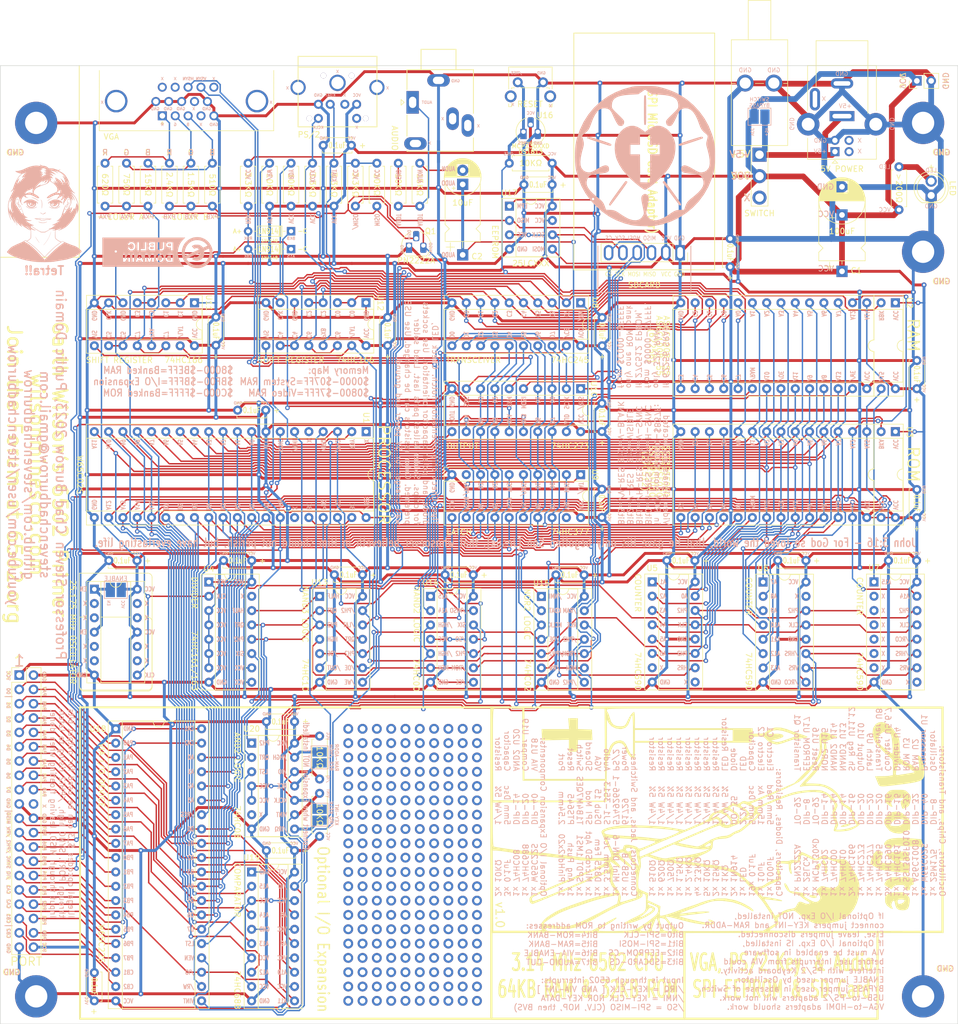
<source format=kicad_pcb>
(kicad_pcb (version 20211014) (generator pcbnew)
  (layers (0 "F.Cu" signal) (31 "B.Cu" signal) (34 "B.Paste" user) (35 "F.Paste" user) (36 "B.SilkS" user "B.Silkscreen") (37 "F.SilkS" user "F.Silkscreen") (38 "B.Mask" user) (39 "F.Mask" user) (44 "Edge.Cuts" user))
  (net 0 "")
  (net 1 "GND")
  (net 2 "+5V")
  (net 3 "~{SO}")
  (net 4 "Net-(D1-Pad2)")
  (net 6 "SPI-MISO")
  (net 7 "SPI-MOSI")
  (net 8 "~{RES}")
  (net 9 "SPI-CLK")
  (net 10 "RED")
  (net 11 "GREEN")
  (net 12 "BLUE")
  (net 13 "H-SYNC")
  (net 14 "V-SYNC")
  (net 15 "KEY-DATA")
  (net 16 "KEY-CLK")
  (net 17 "AUDIO-NEG")
  (net 18 "RDY")
  (net 20 "~{RW}")
  (net 21 "PHI2")
  (net 22 "PA0")
  (net 23 "A0")
  (net 24 "AUDIO-TIP")
  (net 25 "A1")
  (net 26 "A2")
  (net 27 "ENABLE")
  (net 28 "RBK")
  (net 29 "A3")
  (net 30 "CLK")
  (net 33 "SYNC")
  (net 34 "A14")
  (net 35 "A15")
  (net 37 "V-BLANK")
  (net 38 "~{ROM}")
  (net 39 "~{LATCH}")
  (net 40 "H-RESET")
  (net 41 "~{H-RESET}")
  (net 42 "V-RESET")
  (net 43 "VISIBLE")
  (net 44 "~{V-RESET}")
  (net 47 "~{RCO}")
  (net 56 "PA1")
  (net 57 "PA2")
  (net 58 "PA3")
  (net 59 "PA4")
  (net 60 "A8")
  (net 61 "A9")
  (net 62 "A10")
  (net 63 "A11")
  (net 64 "~{CE}")
  (net 65 "~{RAM}")
  (net 66 "~{OE}")
  (net 67 "~{WE}")
  (net 68 "HIGH")
  (net 69 "QUARTER")
  (net 70 "HALF")
  (net 71 "~{OUTPUT}")
  (net 72 "PIXA")
  (net 73 "AUDIO-OUT")
  (net 74 "A12")
  (net 75 "A13")
  (net 76 "BANK-A")
  (net 77 "BANK-B")
  (net 78 "/C0")
  (net 79 "/C1")
  (net 80 "/C2")
  (net 81 "/C3")
  (net 82 "/C4")
  (net 83 "/C5")
  (net 84 "/C6")
  (net 85 "/C7")
  (net 86 "SPI-EEPROM")
  (net 87 "SPI-SDCARD")
  (net 88 "POWER-IN")
  (net 89 "PIXB")
  (net 90 "~{SPI-MISO}")
  (net 91 "~{HIGH}")
  (net 102 "~{NMI}")
  (net 103 "D7")
  (net 104 "D6")
  (net 105 "D5")
  (net 106 "D4")
  (net 107 "D3")
  (net 108 "D2")
  (net 109 "D1")
  (net 110 "D0")
  (net 111 "SIXTEENTH")
  (net 113 "~{PHI2}")
  (net 114 "RCE")
  (net 115 "~{IRQ}")
  (net 116 "BE")
  (net 118 "PA5")
  (net 119 "PA6")
  (net 120 "PA7")
  (net 121 "PB0")
  (net 122 "PB1")
  (net 123 "PB2")
  (net 124 "PB3")
  (net 125 "CA1")
  (net 126 "PB4")
  (net 127 "CA2")
  (net 128 "PB5")
  (net 129 "CB1")
  (net 130 "PB6")
  (net 131 "CB2")
  (net 132 "PB7")
  (net 133 "VIA-INT")
  (net 134 "~{IO}")
  (net 135 "/A4")
  (net 136 "/A5")
  (net 137 "/A6")
  (net 138 "LAST")
  (net 140 "/A7")
  (net 141 "VIA-ENABLE")
  (footprint "Library:CustomTestPoint" (layer "F.Cu") (at 98.59 160.82)
    (fp_text reference "REF**" hide)
    (fp_text value "CustomTestPoint" hide)
  )
  (footprint "CustomLibrary:PS2_Din6" (layer "F.Cu") (at 78.905 30.01)
    (fp_text reference "J2" hide)
    (fp_text value "Mini-DIN-6" hide)
  )
  (footprint "Library:CustomTestPoint" (layer "F.Cu") (at 96.05 158.28)
    (fp_text reference "REF**" hide)
    (fp_text value "CustomTestPoint" hide)
  )
  (footprint "Package_DIP:DIP-40_W15.24mm_Socket" (layer "F.Cu") (at 83.98 90.33 -90)
    (fp_text reference "U1")
    (fp_text value "W65C02SxP" hide)
  )
  (footprint "Library:CustomTestPoint" (layer "F.Cu") (at 103.67 143.04)
    (fp_text reference "REF**" hide)
    (fp_text value "CustomTestPoint" hide)
  )
  (footprint "Library:CustomTestPoint" (layer "F.Cu") (at 96.05 160.82)
    (fp_text reference "REF**" hide)
    (fp_text value "CustomTestPoint" hide)
  )
  (footprint "Library:CustomTestPoint" (layer "F.Cu") (at 96.05 188.76)
    (fp_text reference "REF**" hide)
    (fp_text value "CustomTestPoint" hide)
  )
  (footprint "Library:CustomTestPoint" (layer "F.Cu") (at 101.13 160.82)
    (fp_text reference "REF**" hide)
    (fp_text value "CustomTestPoint" hide)
  )
  (footprint "Library:CustomTestPoint" (layer "F.Cu") (at 93.51 188.76)
    (fp_text reference "REF**" hide)
    (fp_text value "CustomTestPoint" hide)
  )
  (footprint "Library:CustomTestPoint" (layer "F.Cu") (at 103.67 170.98)
    (fp_text reference "REF**" hide)
    (fp_text value "CustomTestPoint" hide)
  )
  (footprint "Library:CustomTestPoint" (layer "F.Cu") (at 90.97 181.14)
    (fp_text reference "REF**" hide)
    (fp_text value "CustomTestPoint" hide)
  )
  (footprint "Capacitor_THT:C_Disc_D5.0mm_W2.5mm_P5.00mm" (layer "F.Cu") (at 125.895 75.095 90)
    (fp_text reference "C14" hide)
    (fp_text value "C" hide)
  )
  (footprint "Library:CustomTestPoint" (layer "F.Cu") (at 96.05 191.3)
    (fp_text reference "REF**" hide)
    (fp_text value "CustomTestPoint" hide)
  )
  (footprint "Resistor_THT:R_Axial_DIN0207_L6.3mm_D2.5mm_P7.62mm_Horizontal" (layer "F.Cu") (at 56.68 50.33 90)
    (fp_text reference "R14" hide)
    (fp_text value "R_US" hide)
  )
  (footprint "Library:CustomTestPoint" (layer "F.Cu") (at 98.59 176.06)
    (fp_text reference "REF**" hide)
    (fp_text value "CustomTestPoint" hide)
  )
  (footprint "Library:CustomTestPoint" (layer "F.Cu") (at 80.81 153.2)
    (fp_text reference "REF**" hide)
    (fp_text value "CustomTestPoint" hide)
  )
  (footprint "Library:CustomTestPoint" (layer "F.Cu") (at 90.97 155.74)
    (fp_text reference "REF**" hide)
    (fp_text value "CustomTestPoint" hide)
  )
  (footprint "Library:CustomTestPoint" (layer "F.Cu") (at 85.89 168.44)
    (fp_text reference "REF**" hide)
    (fp_text value "CustomTestPoint" hide)
  )
  (footprint "Library:CustomTestPoint" (layer "F.Cu") (at 101.13 183.68)
    (fp_text reference "REF**" hide)
    (fp_text value "CustomTestPoint" hide)
  )
  (footprint "Library:Dual Electrolytic Capacitor" (layer "F.Cu") (at 101.13 58.966 90)
    (fp_text reference "C2")
    (fp_text value "C-Polarized-US" hide)
  )
  (footprint "Library:CustomTestPoint" (layer "F.Cu") (at 93.51 178.6)
    (fp_text reference "REF**" hide)
    (fp_text value "CustomTestPoint" hide)
  )
  (footprint "Library:CustomTestPoint" (layer "F.Cu") (at 93.51 150.66)
    (fp_text reference "REF**" hide)
    (fp_text value "CustomTestPoint" hide)
  )
  (footprint "Library:CustomTestPoint" (layer "F.Cu") (at 88.43 150.66)
    (fp_text reference "REF**" hide)
    (fp_text value "CustomTestPoint" hide)
  )
  (footprint "Library:CustomTestPoint" (layer "F.Cu") (at 80.81 158.28)
    (fp_text reference "REF**" hide)
    (fp_text value "CustomTestPoint" hide)
  )
  (footprint "Capacitor_THT:C_Disc_D5.0mm_W2.5mm_P5.00mm" (layer "F.Cu") (at 71.275 141.775 180)
    (fp_text reference "C22" hide)
    (fp_text value "C" hide)
  )
  (footprint "Capacitor_THT:C_Disc_D5.0mm_W2.5mm_P5.00mm" (layer "F.Cu") (at 87.795 75.055 90)
    (fp_text reference "C9" hide)
    (fp_text value "C" hide)
  )
  (footprint "Library:CustomTestPoint" (layer "F.Cu") (at 93.51 183.68)
    (fp_text reference "REF**" hide)
    (fp_text value "CustomTestPoint" hide)
  )
  (footprint "Library:CustomTestPoint" (layer "F.Cu") (at 90.97 176.06)
    (fp_text reference "REF**" hide)
    (fp_text value "CustomTestPoint" hide)
  )
  (footprint "Resistor_THT:R_Axial_DIN0207_L6.3mm_D2.5mm_P7.62mm_Horizontal" (layer "F.Cu") (at 74.46 50.33 90)
    (fp_text reference "R4" hide)
    (fp_text value "R_US" hide)
  )
  (footprint "Library:CustomTestPoint" (layer "F.Cu") (at 93.51 176.06)
    (fp_text reference "REF**" hide)
    (fp_text value "CustomTestPoint" hide)
  )
  (footprint "Package_DIP:DIP-20_W7.62mm_Socket" (layer "F.Cu") (at 122.085 97.955 -90)
    (fp_text reference "U9")
    (fp_text value "74HC377" hide)
  )
  (footprint "Library:CustomTestPoint" (layer "F.Cu") (at 93.51 186.22)
    (fp_text reference "REF**" hide)
    (fp_text value "CustomTestPoint" hide)
  )
  (footprint "Library:CustomTestPoint" (layer "F.Cu") (at 85.89 153.2)
    (fp_text reference "REF**" hide)
    (fp_text value "CustomTestPoint" hide)
  )
  (footprint "Library:CustomTestPoint" (layer "F.Cu") (at 90.97 153.2)
    (fp_text reference "REF**" hide)
    (fp_text value "CustomTestPoint" hide)
  )
  (footprint "Library:CustomTestPoint" (layer "F.Cu") (at 85.89 155.74)
    (fp_text reference "REF**" hide)
    (fp_text value "CustomTestPoint" hide)
  )
  (footprint "Library:CustomTestPoint" (layer "F.Cu") (at 85.89 165.9)
    (fp_text reference "REF**" hide)
    (fp_text value "CustomTestPoint" hide)
  )
  (footprint "CustomLibrary:DualOscillator" (layer "F.Cu") (at 35.725 118.275)
    (fp_text reference "X1" hide)
    (fp_text value "CXO_DIP8/14" hide)
  )
  (footprint "Library:CustomTestPoint" (layer "F.Cu") (at 103.67 176.06)
    (fp_text reference "REF**" hide)
    (fp_text value "CustomTestPoint" hide)
  )
  (footprint "Capacitor_THT:C_Disc_D5.0mm_W2.5mm_P5.00mm" (layer "F.Cu") (at 181.735 113.195 180)
    (fp_text reference "C3" hide)
    (fp_text value "C" hide)
  )
  (footprint "Library:CustomTestPoint" (layer "F.Cu") (at 83.35 186.22)
    (fp_text reference "REF**" hide)
    (fp_text value "CustomTestPoint" hide)
  )
  (footprint "Connector_PinHeader_2.54mm:PinHeader_2x20_P2.54mm_Vertical" (layer "F.Cu") (at 22.39 133.515)
    (fp_text reference "J7" hide)
    (fp_text value "Conn_02x20_Odd_Even" hide)
  )
  (footprint "Library:CustomTestPoint" (layer "F.Cu") (at 80.81 173.52)
    (fp_text reference "REF**" hide)
    (fp_text value "CustomTestPoint" hide)
  )
  (footprint "Library:DSUB-15-HD_Female_Horizontal_P2.29x2.54mm_VGA" (layer "F.Cu") (at 47.79 34.3069 180)
    (fp_text reference "J4" hide)
    (fp_text value "DB15_Female_HighDensity" hide)
  )
  (footprint "Package_DIP:DIP-16_W7.62mm_Socket" (layer "F.Cu") (at 154.47 117.005)
    (fp_text reference "U6")
    (fp_text value "74HC590" hide)
  )
  (footprint "Package_TO_SOT_THT:TO-92_HandSolder" (layer "F.Cu") (at 111.925 37.134)
    (fp_text reference "U16")
    (fp_text value "MCP130-xxxDxTO" hide)
  )
  (footprint "Library:CustomTestPoint" (layer "F.Cu") (at 96.05 145.58)
    (fp_text reference "REF**" hide)
    (fp_text value "CustomTestPoint" hide)
  )
  (footprint "Package_TO_SOT_THT:TO-92_HandSolder" (layer "F.Cu") (at 91.605 57.315)
    (fp_text reference "Q1")
    (fp_text value "PN2222A" hide)
  )
  (footprint "Library:CustomTestPoint" (layer "F.Cu") (at 96.05 153.2)
    (fp_text reference "REF**" hide)
    (fp_text value "CustomTestPoint" hide)
  )
  (footprint "Library:CustomTestPoint" (layer "F.Cu") (at 103.67 158.28)
    (fp_text reference "REF**" hide)
    (fp_text value "CustomTestPoint" hide)
  )
  (footprint "Library:CustomTestPoint" (layer "F.Cu") (at 83.35 158.28)
    (fp_text reference "REF**" hide)
    (fp_text value "CustomTestPoint" hide)
  )
  (footprint "Library:CustomTestPoint" (layer "F.Cu") (at 93.51 153.2)
    (fp_text reference "REF**" hide)
    (fp_text value "CustomTestPoint" hide)
  )
  (footprint "Library:CustomTestPoint" (layer "F.Cu") (at 85.89 143.04)
    (fp_text reference "REF**" hide)
    (fp_text value "CustomTestPoint" hide)
  )
  (footprint "Library:CustomTestPoint" (layer "F.Cu") (at 90.97 186.22)
    (fp_text reference "REF**" hide)
    (fp_text value "CustomTestPoint" hide)
  )
  (footprint "Library:CustomTestPoint" (layer "F.Cu") (at 96.05 155.74)
    (fp_text reference "REF**" hide)
    (fp_text value "CustomTestPoint" hide)
  )
  (footprint "Library:CustomTestPoint" (layer "F.Cu") (at 98.59 188.76)
    (fp_text reference "REF**" hide)
    (fp_text value "CustomTestPoint" hide)
  )
  (footprint "CustomLibrary:ScrewHole-4-40" (layer "F.Cu") (at 182.88 190.5)
    (fp_text reference "TP4" hide)
    (fp_text value "TestPoint" hide)
  )
  (footprint "Capacitor_THT:C_Disc_D5.0mm_W2.5mm_P5.00mm" (layer "F.Cu") (at 142.365 113.195 180)
    (fp_text reference "C13" hide)
    (fp_text value "C" hide)
  )
  (footprint "Resistor_THT:R_Axial_DIN0207_L6.3mm_D2.5mm_P7.62mm_Horizontal" (layer "F.Cu") (at 52.87 50.33 90)
    (fp_text reference "R13" hide)
    (fp_text value "R_US" hide)
  )
  (footprint "Capacitor_THT:C_Disc_D5.0mm_W2.5mm_P5.00mm" (layer "F.Cu") (at 57.315 75.005 90)
    (fp_text reference "C6" hide)
    (fp_text value "C" hide)
  )
  (footprint "Library:CustomTestPoint" (layer "F.Cu") (at 83.35 165.9)
    (fp_text reference "REF**" hide)
    (fp_text value "CustomTestPoint" hide)
  )
  (footprint "Capacitor_THT:C_Disc_D5.0mm_W2.5mm_P5.00mm" (layer "F.Cu") (at 35.725 191.295 90)
    (fp_text reference "C24" hide)
    (fp_text value "C" hide)
  )
  (footprint "CustomLibrary:BIGJack_3.5mm_Ledino_KB3SPRS_Horizontal" (layer "F.Cu") (at 92.24 31.915 -90)
    (fp_text reference "J3" hide)
    (fp_text value "AudioJack3" hide)
  )
  (footprint "Library:Acolyte" (layer "F.Cu") (at 146.342 159.169 -90)
    (fp_text reference "G100" hide)
    (fp_text value "LOGO" hide)
  )
  (footprint "Library:CustomTestPoint" (layer "F.Cu") (at 103.67 153.2)
    (fp_text reference "REF**" hide)
    (fp_text value "CustomTestPoint" hide)
  )
  (footprint "Library:CustomTestPoint" (layer "F.Cu") (at 103.67 160.82)
    (fp_text reference "REF**" hide)
    (fp_text value "CustomTestPoint" hide)
  )
  (footprint "Resistor_THT:R_Axial_DIN0207_L6.3mm_D2.5mm_P7.62mm_Horizontal" (layer "F.Cu") (at 66.84 50.33 90)
    (fp_text reference "R6" hide)
    (fp_text value "R_US" hide)
  )
  (footprint "Package_DIP:DIP-20_W7.62mm_Socket" (layer "F.Cu") (at 122.085 67.475 -90)
    (fp_text reference "U8")
    (fp_text value "74HC245" hide)
  )
  (footprint "Library:CustomTestPoint" (layer "F.Cu") (at 103.67 178.6)
    (fp_text reference "REF**" hide)
    (fp_text value "CustomTestPoint" hide)
  )
  (footprint "Library:CustomTestPoint" (layer "F.Cu") (at 90.97 163.36)
    (fp_text reference "REF**" hide)
    (fp_text value "CustomTestPoint" hide)
  )
  (footprint "Library:CustomTestPoint" (layer "F.Cu") (at 80.81 176.06)
    (fp_text reference "REF**" hide)
    (fp_text value "CustomTestPoint" hide)
  )
  (footprint "Library:CustomTestPoint" (layer "F.Cu") (at 85.89 173.52)
    (fp_text reference "REF**" hide)
    (fp_text value "CustomTestPoint" hide)
  )
  (footprint "Library:WideDiode" (layer "F.Cu") (at 70.655 57.95 180)
    (fp_text reference "D2" hide)
    (fp_text value "D" hide)
  )
  (footprint "Library:CustomTestPoint" (layer "F.Cu") (at 93.51 168.44)
    (fp_text reference "REF**" hide)
    (fp_text value "CustomTestPoint" hide)
  )
  (footprint "Library:SPDT-1MS1T1B4M7QES" (layer "F.Cu") (at 153.835 48.8175 180)
    (fp_text reference "SW1" hide)
    (fp_text value "SW_SPDT" hide)
  )
  (footprint "Library:CustomTestPoint" (layer "F.Cu") (at 90.97 178.6)
    (fp_text reference "REF**" hide)
    (fp_text value "CustomTestPoint" hide)
  )
  (footprint "Library:CustomTestPoint" (layer "F.Cu") (at 88.43 143.04)
    (fp_text reference "REF**" hide)
    (fp_text value "CustomTestPoint" hide)
  )
  (footprint "Library:CustomTestPoint" (layer "F.Cu") (at 93.51 191.3)
    (fp_text reference "REF**" hide)
    (fp_text value "CustomTestPoint" hide)
  )
  (footprint "Library:CustomTestPoint" (layer "F.Cu") (at 96.05 150.66)
    (fp_text reference "REF**" hide)
    (fp_text value "CustomTestPoint" hide)
  )
  (footprint "CustomLibrary:ScrewHole-4-40" (layer "F.Cu") (at 182.88 35.56)
    (fp_text reference "TP1" hide)
    (fp_text value "TestPoint" hide)
  )
  (footprint "Library:CustomTestPoint" (layer "F.Cu") (at 101.13 158.28)
    (fp_text reference "REF**" hide)
    (fp_text value "CustomTestPoint" hide)
  )
  (footprint "Library:CustomTestPoint" (layer "F.Cu") (at 101.13 168.44)
    (fp_text reference "REF**" hide)
    (fp_text value "CustomTestPoint" hide)
  )
  (footprint "Library:CustomTestPoint" (layer "F.Cu") (at 90.97 158.28)
    (fp_text reference "REF**" hide)
    (fp_text value "CustomTestPoint" hide)
  )
  (footprint "Resistor_THT:R_Axial_DIN0207_L6.3mm_D2.5mm_P7.62mm_Horizontal" (layer "F.Cu") (at 45.25 50.33 90)
    (fp_text reference "R11" hide)
    (fp_text value "R_US" hide)
  )
  (footprint "Library:CustomLED" (layer "F.Cu") (at 184.315 48.425 90)
    (fp_text reference "D1" hide)
    (fp_text value "LED" hide)
  )
  (footprint "Capacitor_THT:C_Disc_D5.0mm_W2.5mm_P5.00mm" (layer "F.Cu") (at 125.85 105.545 90)
    (fp_text reference "C11" hide)
    (fp_text value "C" hide)
  )
  (footprint "Library:CustomTestPoint" (layer "F.Cu") (at 103.67 173.52)
    (fp_text reference "REF**" hide)
    (fp_text value "CustomTestPoint" hide)
  )
  (footprint "CustomLibrary:ScrewHole-4-40" (layer "F.Cu") (at 182.88 58.42)
    (fp_text reference "TP3" hide)
    (fp_text value "TestPoint" hide)
  )
  (footprint "Capacitor_THT:C_Disc_D5.0mm_W2.5mm_P5.00mm" (layer "F.Cu") (at 71.275 164.635 180)
    (fp_text reference "C23" hide)
    (fp_text value "C" hide)
  )
  (footprint "Library:CustomTestPoint" (layer "F.Cu") (at 85.89 188.76)
    (fp_text reference "REF**" hide)
    (fp_text value "CustomTestPoint" hide)
  )
  (footprint "Resistor_THT:R_Axial_DIN0207_L6.3mm_D2.5mm_P7.62mm_Horizontal" (layer "F.Cu") (at 41.44 50.33 90)
    (fp_text reference "R10" hide)
    (fp_text value "R_US" hide)
  )
  (footprint "Package_DIP:DIP-16_W7.62mm_Socket" (layer "F.Cu") (at 53.505 67.475 -90)
    (fp_text reference "U11")
    (fp_text value "74HC166" hide)
  )
  (footprint "Package_DIP:DIP-20_W7.62mm_Socket" (layer "F.Cu") (at 122.085 82.715 -90)
    (fp_text reference "U10")
    (fp_text value "74HC273" hide)
  )
  (footprint "CustomLibrary:ScrewHole-4-40" (layer "F.Cu") (at 25.4 35.56)
    (fp_text reference "TP2" hide)
    (fp_text value "TestPoint" hide)
  )
  (footprint "Library:CustomTestPoint" (layer "F.Cu") (at 101.13 165.9)
    (fp_text reference "REF**" hide)
    (fp_text value "CustomTestPoint" hide)
  )
  (footprint "Library:CustomTestPoint" (layer "F.Cu") (at 80.81 183.68)
    (fp_text reference "REF**" hide)
    (fp_text value "CustomTestPoint" hide)
  )
  (footprint "Library:CustomTestPoint" (layer "F.Cu") (at 80.81 186.22)
    (fp_text reference "REF**" hide)
    (fp_text value "CustomTestPoint" hide)
  )
  (footprint "Capacitor_THT:C_Disc_D5.0mm_W2.5mm_P5.00mm" (layer "F.Cu") (at 81.365 39.535 180)
    (fp_text reference "C10" hide)
    (fp_text value "C" hide)
  )
  (footprint "Library:CustomTestPoint" (layer "F.Cu") (at 88.43 188.76)
    (fp_text reference "REF**" hide)
    (fp_text value "CustomTestPoint" hide)
  )
  (footprint "Library:CustomTestPoint" (layer "F.Cu") (at 80.81 155.74)
    (fp_text reference "REF**" hide)
    (fp_text value "CustomTestPoint" hide)
  )
  (footprint "Library:CustomTestPoint" (layer "F.Cu") (at 83.35 148.12)
    (fp_text reference "REF**" hide)
    (fp_text value "CustomTestPoint" hide)
  )
  (footprint "Package_DIP:DIP-20_W7.62mm_Socket" (layer "F.Cu") (at 63.655 168.445)
    (fp_text reference "U19")
    (fp_text value "74HC688" hide)
  )
  (footprint "Library:CustomTestPoint" (layer "F.Cu") (at 93.51 173.52)
    (fp_text reference "REF**" hide)
    (fp_text value "CustomTestPoint" hide)
  )
  (footprint "Connector_PinHeader_2.54mm:PinHeader_1x02_P2.54mm_Vertical" (layer "F.Cu") (at 181.775 28.105 90)
    (fp_text reference "J6" hide)
    (fp_text value "Conn_01x02" hide)
  )
  (footprint "Library:CustomTestPoint" (layer "F.Cu") (at 85.89 181.14)
    (fp_text reference "REF**" hide)
    (fp_text value "CustomTestPoint" hide)
  )
  (footprint "Library:CustomTestPoint" (layer "F.Cu") (at 98.59 170.98)
    (fp_text reference "REF**" hide)
    (fp_text value "CustomTestPoint" hide)
  )
  (footprint "Resistor_THT:R_Axial_DIN0207_L6.3mm_D2.5mm_P7.62mm_Horizontal" (layer "F.Cu") (at 78.27 50.33 90)
    (fp_text reference "R5" hide)
    (fp_text value "R_US" hide)
  )
  (footprint "Resistor_THT:R_Axial_DIN0207_L6.3mm_D2.5mm_P7.62mm_Horizontal" (layer "F.Cu") (at 82.08 42.71 -90)
    (fp_text reference "R17" hide)
    (fp_text value "R_US" hide)
  )
  (footprint "Resistor_THT:R_Axial_DIN0207_L6.3mm_D2.5mm_P7.62mm_Horizontal" (layer "F.Cu") (at 75.72 144.33 -90)
    (fp_text reference "R19" hide)
    (fp_text value "R_US" hide)
  )
  (footprint "Library:CustomTestPoint" (layer "F.Cu") (at 83.35 178.6)
    (fp_text reference "REF**" hide)
    (fp_text value "CustomTestPoint" hide)
  )
  (footprint "Library:CustomTestPoint" (layer "F.Cu") (at 93.51 148.12)
    (fp_text reference "REF**" hide)
    (fp_text value "CustomTestPoint" hide)
  )
  (footprint "Library:CustomTestPoint" (layer "F.Cu") (at 103.67 183.68)
    (fp_text reference "REF**" hide)
    (fp_text value "CustomTestPoint" hide)
  )
  (footprint "Library:CustomTestPoint" (layer "F.Cu") (at 83.35 153.2)
    (fp_text reference "REF**" hide)
    (fp_text value "CustomTestPoint" hide)
  )
  (footprint "Library:CustomTestPoint" (layer "F.Cu") (at 88.43 173.52)
    (fp_text reference "REF**" hide)
    (fp_text value "CustomTestPoint" hide)
  )
  (footprint "Library:CustomTestPoint" (layer "F.Cu") (at 80.81 181.14)
    (fp_text reference "REF**" hide)
    (fp_text value "CustomTestPoint" hide)
  )
  (footprint "Library:CustomTestPoint" (layer "F.Cu") (at 103.67 181.14)
    (fp_text reference "REF**" hide)
    (fp_text value "CustomTestPoint" hide)
  )
  (footprint "Library:CustomTestPoint" (layer "F.Cu") (at 80.81 188.76)
    (fp_text reference "REF**" hide)
    (fp_text value "CustomTestPoint" hide)
  )
  (footprint "Library:CustomTestPoint" (layer "F.Cu") (at 80.81 148.12)
    (fp_text reference "REF**" hide)
    (fp_text value "CustomTestPoint" hide)
  )
  (footprint "Library:CustomTestPoint" (layer "F.Cu") (at 103.67 148.12)
    (fp_text reference "REF**" hide)
    (fp_text value "CustomTestPoint" hide)
  )
  (footprint "Library:CustomTestPoint" (layer "F.Cu") (at 98.59 178.6)
    (fp_text reference "REF**" hide)
    (fp_text value "CustomTestPoint" hide)
  )
  (footprint "Library:CustomTestPoint" (layer "F.Cu") (at 80.81 150.66)
    (fp_text reference "REF**" hide)
    (fp_text value "CustomTestPoint" hide)
  )
  (footprint "Library:CustomTestPoint" (layer "F.Cu") (at 103.67 155.74)
    (fp_text reference "REF**" hide)
    (fp_text value "CustomTestPoint" hide)
  )
  (footprint "Library:CustomTestPoint" (layer "F.Cu") (at 103.67 186.22)
    (fp_text reference "REF**" hide)
    (fp_text value "CustomTestPoint" hide)
  )
  (footprint "CustomLibrary:ScrewHole-4-40" (layer "F.Cu") (at 25.4 190.5)
    (fp_text reference "TP5" hide)
    (fp_text value "TestPoint" hide)
  )
  (footprint "Library:CustomTestPoint" (layer "F.Cu") (at 90.97 188.76)
    (fp_text reference "REF**" hide)
    (fp_text value "CustomTestPoint" hide)
  )
  (footprint "Resistor_THT:R_Axial_DIN0207_L6.3mm_D2.5mm_P7.62mm_Horizontal" (layer "F.Cu") (at 93.51 50.33 90)
    (fp_text reference "R2" hide)
    (fp_text value "R-US" hide)
  )
  (footprint "Capacitor_THT:C_Disc_D5.0mm_W2.5mm_P5.00mm" (layer "F.Cu") (at 148.628 61.085 90)
    (fp_text reference "C8" hide)
    (fp_text value "C" hide)
  )
  (footprint "Library:CustomTestPoint" (layer "F.Cu") (at 101.13 148.12)
    (fp_text reference "REF**" hide)
    (fp_text value "CustomTestPoint" hide)
  )
  (footprint "Library:CustomTestPoint" (layer "F.Cu") (at 96.05 173.52)
    (fp_text reference "REF**" hide)
    (fp_text value "CustomTestPoint" hide)
  )
  (footprint "Library:CustomTestPoint" (layer "F.Cu") (at 96.05 186.22)
    (fp_text reference "REF**" hide)
    (fp_text value "CustomTestPoint" hide)
  )
  (footprint "Resistor_THT:R_Axial_DIN0207_L6.3mm_D2.5mm_P7.62mm_Horizontal" (layer "F.Cu") (at 89.7 50.33 90)
    (fp_text reference "R3" hide)
    (fp_text value "R-US" hide)
  )
  (footprint "Library:CustomTestPoint" (layer "F.Cu") (at 101.13 176.06)
    (fp_text reference "REF**" hide)
    (fp_text value "CustomTestPoint" hide)
  )
  (footprint "Library:CustomTestPoint" (layer "F.Cu") (at 85.89 178.6)
    (fp_text reference "REF**" hide)
    (fp_text value "CustomTestPoint" hide)
  )
  (footprint "Library:CustomTestPoint" (layer "F.Cu") (at 90.97 191.3)
    (fp_text reference "REF**" hide)
    (fp_text value "CustomTestPoint" hide)
  )
  (footprint "Library:CustomTestPoint" (layer "F.Cu") (at 98.59 145.58)
    (fp_text reference "REF**" hide)
    (fp_text value "CustomTestPoint" hide)
  )
  (footprint "Library:CustomTestPoint" (layer "F.Cu") (at 88.43 160.82)
    (fp_text reference "REF**" hide)
    (fp_text value "CustomTestPoint" hide)
  )
  (footprint "Library:CustomTestPoint" (layer "F.Cu") (at 101.13 155.74)
    (fp_text reference "REF**" hide)
    (fp_text value "CustomTestPoint" hide)
  )
  (footprint "Library:CustomTestPoint" (layer "F.Cu") (at 80.81 145.58)
    (fp_text reference "REF**" hide)
    (fp_text value "CustomTestPoint" hide)
  )
  (footprint "Library:CustomTestPoint" (layer "F.Cu") (at 83.35 155.74)
    (fp_text reference "REF**" hide)
    (fp_text value "CustomTestPoint" hide)
  )
  (footprint "Resistor_THT:R_Axial_DIN0207_L6.3mm_D2.5mm_P7.62mm_Horizontal" (layer "F.Cu") (at 49.06 50.33 90)
    (fp_text reference "R12" hide)
    (fp_text value "R_US" hide)
  )
  (footprint "Library:CustomTestPoint" (layer "F.Cu") (at 98.59 155.74)
    (fp_text reference "REF**" hide)
    (fp_text value "CustomTestPoint" hide)
  )
  (footprint "Library:CustomTestPoint" (layer "F.Cu") (at 83.35 160.82)
    (fp_text reference "REF**" hide)
    (fp_text value "CustomTestPoint" hide)
  )
  (footprint "Library:CustomTestPoint" (layer "F.Cu") (at 96.05 165.9)
    (fp_text reference "REF**" hide)
    (fp_text value "CustomTestPoint" hide)
  )
  (footprint "Library:CustomTestPoint" (layer "F.Cu") (at 98.59 158.28)
    (fp_text reference "REF**" hide)
    (fp_text value "CustomTestPoint" hide)
  )
  (footprint "Library:CustomTestPoint" (layer "F.Cu") (at 88.43 186.22)
    (fp_text reference "REF**" hide)
    (fp_text value "CustomTestPoint" hide)
  )
  (footprint "Library:CustomTestPoint" (layer "F.Cu") (at 90.97 170.98)
    (fp_text reference "REF**" hide)
    (fp_text value "CustomTestPoint" hide)
  )
  (footprint "Library:CustomTestPoint" (layer "F.Cu") (at 85.89 158.28)
    (fp_text reference "REF**" hide)
    (fp_text value "CustomTestPoint" hide)
  )
  (footprint "Library:CustomTestPoint" (layer "F.Cu") (at 96.05 143.04)
    (fp_text reference "REF**" hide)
    (fp_text value "CustomTestPoint" hide)
  )
  (footprint "Library:CustomTestPoint" (layer "F.Cu") (at 103.67 168.44)
    (fp_text reference "REF**" hide)
    (fp_text value "CustomTestPoint" hide)
  )
  (footprint "Library:CustomTestPoint" (layer "F.Cu") (at 101.13 153.2)
    (fp_text reference "REF**" hide)
    (fp_text value "CustomTestPoint" hide)
  )
  (footprint "Library:CustomTestPoint" (layer "F.Cu") (at 103.67 191.3)
    (fp_text reference "REF**" hide)
    (fp_text value "CustomTestPoint" hide)
  )
  (footprint "Library:CustomTestPoint" (layer "F.Cu") (at 80.81 143.04)
    (fp_text reference "REF**" hide)
    (fp_text value "CustomTestPoint" hide)
  )
  (footprint "Library:CustomTestPoint" (layer "F.Cu") (at 98.59 191.3)
    (fp_text reference "REF**" hide)
    (fp_text value "CustomTestPoint" hide)
  )
  (footprint "Library:CustomTestPoint" (layer "F.Cu") (at 98.59 163.36)
    (fp_text reference "REF**" hide)
    (fp_text value "CustomTestPoint" hide)
  )
  (footprint "Library:CustomTestPoint" (layer "F.Cu") (at 85.89 163.36)
    (fp_text reference "REF**" hide)
    (fp_text value "CustomTestPoint" hide)
  )
  (footprint "Library:CustomTestPoint" (layer "F.Cu") (at 93.51 165.9)
    (fp_text reference "REF**" hide)
    (fp_text value "CustomTestPoint" hide)
  )
  (footprint "Resistor_THT:R_Axial_DIN0207_L6.3mm_D2.5mm_P7.62mm_Horizontal" (layer "F.Cu") (at 178.6 43.345 -90)
    (fp_text reference "R1" hide)
    (fp_text value "R_US" hide)
  )
  (footprint "Library:CustomTestPoint" (layer "F.Cu") (at 98.59 181.14)
    (fp_text reference "REF**" hide)
    (fp_text value "CustomTestPoint" hide)
  )
  (footprint "Library:CustomTestPoint" (layer "F.Cu") (at 83.35 173.52)
    (fp_text reference "REF**" hide)
    (fp_text value "CustomTestPoint" hide)
  )
  (footprint "Library:CustomTestPoint" (layer "F.Cu") (at 88.43 155.74)
    (fp_text reference "REF**" hide)
    (fp_text value "CustomTestPoint" hide)
  )
  (footprint "Library:CustomTestPoint" (layer "F.Cu") (at 96.05 170.98)
    (fp_text reference "REF**" hide)
    (fp_text value "CustomTestPoint" hide)
  )
  (footprint "Library:CustomTestPoint" (layer "F.Cu") (at 88.43 191.3)
    (fp_text reference "REF**" hide)
    (fp_text value "CustomTestPoint" hide)
  )
  (footprint "Library:CustomTestPoint" (layer "F.Cu") (at 101.13 188.76)
    (fp_text reference "REF**" hide)
    (fp_text value "CustomTestPoint" hide)
  )
  (footprint "Library:CustomTestPoint" (layer "F.Cu") (at 93.51 163.36)
    (fp_text reference "REF**" hide)
    (fp_text value "CustomTestPoint" hide)
  )
  (footprint "Library:CustomTestPoint" (layer "F.Cu") (at 90.97 165.9)
    (fp_text reference "REF**" hide)
    (fp_text value "CustomTestPoint" hide)
  )
  (footprint "Package_DIP:DIP-14_W7.62mm_Socket" (layer "F.Cu") (at 115.11 119.55)
    (fp_text reference "U15")
    (fp_text value "74HC02" hide)
  )
  (footprint "Library:CustomTestPoint" (layer "F.Cu") (at 83.35 145.58)
    (fp_text reference "REF**" hide)
    (fp_text value "CustomTestPoint" hide)
  )
  (footprint "Package_DIP:DIP-14_W7.62mm_Socket" (layer "F.Cu") (at 75.73 119.545)
    (fp_text reference "U13")
    (fp_text value "74HC10" hide)
  )
  (footprint "Library:CustomTestPoint" (layer "F.Cu") (at 93.51 155.74)
    (fp_text reference "REF**" hide)
    (fp_text value "CustomTestPoint" hide)
  )
  (footprint "Library:CustomTestPoint" (layer "F.Cu") (at 88.43 181.14)
    (fp_text reference "REF**" hide)
    (fp_text value "CustomTestPoint" hide)
  )
  (footprint "Library:CustomTestPoint" (layer "F.Cu") (at 88.43 178.6)
    (fp_text reference "REF**" hide)
    (fp_text value "CustomTestPoint" hide)
  )
  (footprint "Library:CustomTestPoint" (layer "F.Cu") (at 90.97 183.68)
    (fp_text reference "REF**" hide)
    (fp_text value "CustomTestPoint" hide)
  )
  (footprint "Library:CustomTestPoint" (layer "F.Cu") (at 96.05 181.14)
    (fp_text reference "REF**" hide)
    (fp_text value "CustomTestPoint" hide)
  )
  (footprint "Library:CustomTestPoint" (layer "F.Cu") (at 88.43 176.06)
    (fp_text reference "REF**" hide)
    (fp_text value "CustomTestPoint" hide)
  )
  (footprint "Library:CustomTestPoint" (layer "F.Cu") (at 103.67 163.36)
    (fp_text reference "REF**" hide)
    (fp_text value "CustomTestPoint" hide)
  )
  (footprint "Resistor_THT:R_Axial_DIN0207_L6.3mm_D2.5mm_P7.62mm_Horizontal" (layer "F.Cu") (at 85.89 42.71 -90)
    (fp_text reference "R8" hide)
    (fp_text value "R_US" hide)
  )
  (footprint "Library:CustomTestPoint" (layer "F.Cu") (at 101.13 143.04)
    (fp_text reference "REF**" hide)
    (fp_text value "CustomTestPoint" hide)
  )
  (footprint "Resistor_THT:R_Axial_DIN0207_L6.3mm_D2.5mm_P7.62mm_Horizontal" (layer "F.Cu") (at 37.63 50.33 90)
    (fp_text reference "R9" hide)
    (fp_text value "R_US" hide)
  )
  (footprint "Library:CustomTestPoint" (layer "F.Cu") (at 98.59 148.12)
    (fp_text reference "REF**" hide)
    (fp_text value "CustomTestPoint" hide)
  )
  (footprint "Library:CustomTestPoint" (layer "F.Cu") (at 103.67 188.76)
    (fp_text reference "REF**" hide)
    (fp_text value "CustomTestPoint" hide)
  )
  (footprint "Library:CustomTestPoint" (layer "F.Cu") (at 83.35 143.04)
    (fp_text reference "REF**" hide)
    (fp_text value "CustomTestPoint" hide)
  )
  (footprint "Library:CustomTestPoint" (layer "F.Cu") (at 80.81 165.9)
    (fp_text reference "REF**" hide)
    (fp_text value "CustomTestPoint" hide)
  )
  (footprint "Library:CustomTestPoint" (layer "F.Cu") (at 85.89 145.58)
    (fp_text reference "REF**" hide)
    (fp_text value "CustomTestPoint" hide)
  )
  (footprint "Library:CustomTestPoint" (layer "F.Cu") (at 90.97 150.66)
    (fp_text reference "REF**" hide)
    (fp_text value "CustomTestPoint" hide)
  )
  (footprint "Capacitor_THT:C_Disc_D5.0mm_W2.5mm_P5.00mm" (layer "F.Cu") (at 63.675 113.185 180)
    (fp_text reference "C7" hide)
    (fp_text value "C" hide)
  )
  (footprint "Library:CustomTestPoint" (layer "F.Cu") (at 101.13 191.3)
    (fp_text reference "REF**" hide)
    (fp_text value "CustomTestPoint" hide)
  )
  (footprint "Library:CustomTestPoint" (layer "F.Cu") (at 80.81 191.3)
    (fp_text reference "REF**" hide)
    (fp_text value "CustomTestPoint" hide)
  )
  (footprint "Library:CustomTestPoint" (layer "F.Cu") (at 83.35 176.06)
    (fp_text reference "REF**" hide)
    (fp_text value "CustomTestPoint" hide)
  )
  (footprint "Library:CustomTestPoint" (layer "F.Cu") (at 93.51 158.28)
    (fp_text reference "REF**" hide)
    (fp_text value "CustomTestPoint" hide)
  )
  (footprint "Capacitor_THT:C_Disc_D5.0mm_W2.5mm_P5.00mm" (layer "F.Cu") (at 117.005 46.51 180)
    (fp_text reference "C19" hide)
    (fp_text value "C" hide)
  )
  (footprint "Library:CustomTestPoint" (layer "F.Cu") (at 85.89 150.66)
    (fp_text reference "REF**" hide)
    (fp_text value "CustomTestPoint" hide)
  )
  (footprint "Library:CustomTestPoint" (layer "F.Cu") (at 103.67 165.9)
    (fp_text reference "REF**" hide)
    (fp_text value "CustomTestPoint" hide)
  )
  (footprint "Library:CustomTestPoint" (layer "F.Cu") (at 93.51 160.82)
    (fp_text reference "REF**" hide)
    (fp_text value "CustomTestPoint" hide)
  )
  (footprint "Library:CustomTestPoint" (layer "F.Cu") (at 93.51 181.14)
    (fp_text reference "REF**" hide)
    (fp_text value "CustomTestPoint" hide)
  )
  (footprint "Library:CustomTestPoint" (layer "F.Cu") (at 88.43 163.36)
    (fp_text reference "REF**" hide)
    (fp_text value "CustomTestPoint" hide)
  )
  (footprint "Library:CustomTestPoint" (layer "F.Cu") (at 88.43 183.68)
    (fp_text reference "REF**" hide)
    (fp_text value "CustomTestPoint" hide)
  )
  (footprint "Resistor_THT:R_Axial_DIN0207_L6.3mm_D2.5mm_P7.62mm_Horizontal" (layer "F.Cu") (at 63.03 42.71 -90)
    (fp_text reference "R15" hide)
    (fp_text value "R_US" hide)
  )
  (footprint "Library:CustomTestPoint" (layer "F.Cu") (at 85.89 148.12)
    (fp_text reference "REF**" hide)
    (fp_text value "CustomTestPoint" hide)
  )
  (footprint "Library:CustomTestPoint" (layer "F.Cu") (at 90.97 143.04)
    (fp_text reference "REF**" hide)
    (fp_text value "CustomTestPoint" hide)
  )
  (footprint "Library:CustomTestPoint" (layer "F.Cu") (at 96.05 148.12)
    (fp_text reference "REF**" hide)
    (fp_text value "CustomTestPoint" hide)
  )
  (footprint "Package_DIP:DIP-16_W7.62mm_Socket" (layer "F.Cu") (at 83.965 67.455 -90)
    (fp_text reference "U12")
    (fp_text value "74HC166" hide)
  )
  (footprint "Library:CustomTestPoint" (layer "F.Cu") (at 98.59 168.44)
    (fp_text reference "REF**" hide)
    (fp_text value "CustomTestPoint" hide)
  )
  (footprint "Resistor_THT:R_Axial_DIN0207_L6.3mm_D2.5mm_P7.62mm_Horizontal" (layer "F.Cu") (at 75.72 162.11 90)
    (fp_text reference "R18" hide)
    (fp_text value "R_US" hide)
  )
  (footprint "Button_Switch_THT:SW_Tactile_SPST_Angled_PTS645Vx83-2LFS" (layer "F.Cu") (at 110.909 28.359)
    (fp_text reference "SW2" hide)
    (fp_text value "SW_Push" hide)
  )
  (footprint "Package_DIP:DIP-16_W7.62mm_Socket" (layer "F.Cu") (at 56.055 116.995)
    (fp_text reference "U4")
    (fp_text value "74HC161" hide)
  )
  (footprint "Package_DIP:DIP-14_W7.62mm_Socket" (layer "F.Cu") (at 95.425 119.54)
    (fp_text reference "U14")
    (fp_text value "74HC00" hide)
  )
  (footprint "Library:CustomTestPoint" (layer "F.Cu") (at 83.35 170.98)
    (fp_text reference "REF**" hide)
    (fp_text value "CustomTestPoint" hide)
  )
  (footprint "Library:CustomTestPoint" (layer "F.Cu") (at 98.59 186.22)
    (fp_text reference "REF**" hide)
    (fp_text value "CustomTestPoint" hide)
  )
  (footprint "Package_DIP:DIP-16_W7.62mm_Socket" (layer "F.Cu") (at 134.785 116.975)
    (fp_text reference "U5")
    (fp_text value "74HC590" hide)
  )
  (footprint "Library:CustomTestPoint" (layer "F.Cu") (at 80.81 160.82)
    (fp_text reference "REF**" hide)
    (fp_text value "CustomTestPoint" hide)
  )
  (footprint "Library:CustomTestPoint" (layer "F.Cu") (at 83.35 163.36)
    (fp_text reference "REF**" hide)
    (fp_text value "CustomTestPoint" hide)
  )
  (footprint "Package_DIP:DIP-16_W7.62mm_Socket" (layer "F.Cu") (at 174.165 116.985)
    (fp_text reference "U7")
    (fp_text value "74HC590" hide)
  )
  (footprint "Resistor_THT:R_Axial_DIN0207_L6.3mm_D2.5mm_P7.62mm_Horizontal" (layer "F.Cu") (at 70.65 42.71 -90)
    (fp_text reference "R7" hide)
    (fp_text value "R_US" hide)
  )
  (footprint "Library:CustomTestPoint" (layer "F.Cu") (at 98.59 150.66)
    (fp_text reference "REF**" hide)
    (fp_text value "CustomTestPoint" hide)
  )
  (footprint "Library:CustomTestPoint" (layer "F.Cu") (at 88.43 165.9)
    (fp_text reference "REF**" hide)
    (fp_text value "CustomTestPoint" hide)
  )
  (footprint "Package_DIP:DIP-40_W15.24mm_Socket" (layer "F.Cu") (at 39.53 143.04)
    (fp_text reference "U18")
    (fp_text value "W65C22SxP" hide)
  )
  (footprint "Library:CustomTestPoint" (layer "F.Cu") (at 88.43 158.28)
    (fp_text reference "REF**" hide)
    (fp_text value "CustomTestPoint" hide)
  )
  (footprint "Library:CustomTestPoint" (layer "F.Cu") (at 98.59 165.9)
    (fp_text reference "REF**" hide)
    (fp_text value "CustomTestPoint" hide)
  )
  (footprint "Library:CustomTestPoint" (layer "F.Cu") (at 90.97 145.58)
    (fp_text reference "REF**" hide)
    (fp_text value "CustomTestPoint" hide)
  )
  (footprint "Library:CustomTestPoint" (layer "F.Cu") (at 80.81 163.36)
    (fp_text reference "REF**" hide)
    (fp_text value "CustomTestPoint" hide)
  )
  (footprint "Library:CustomTestPoint" (layer "F.Cu") (at 96.05 178.6)
    (fp_text reference "REF**" hide)
    (fp_text value "CustomTestPoint" hide)
  )
  (footprint "Library:CustomTestPoint" (layer "F.Cu") (at 101.13 178.6)
    (fp_text reference "REF**" hide)
    (fp_text value "CustomTestPoint" hide)
  )
  (footprint "Package_DIP:DIP-32_W15.24mm_Socket" (layer "F.Cu") (at 177.965 90.33 -90)
    (fp_text reference "U3")
    (fp_text value "SST39SF040" hide)
  )
  (footprint "Package_DIP:DIP-8_W7.62mm_Socket" (layer "F.Cu") (at 109.435 50.33)
    (fp_text reference "U17")
    (fp_text value "25LCxxx" hide)
  )
  (footprint "Library:CustomTestPoint" (layer "F.Cu") (at 103.67 150.66)
    (fp_text reference "REF**" hide)
    (fp_text value "CustomTestPoint" hide)
  )
  (footprint "Library:CustomTestPoint" (layer "F.Cu") (at 83.35 191.3)
    (fp_text reference "REF**" hide)
    (fp_text value "CustomTestPoint" hide)
  )
  (footprint "Library:CustomTestPoint" (layer "F.Cu") (at 83.35 168.44)
    (fp_text reference "REF**" hide)
    (fp_text value "CustomTestPoint" hide)
  )
  (footprint "Library:CustomTestPoint" (layer "F.Cu") (at 80.81 178.6)
    (fp_text reference "REF**" hide)
    (fp_text value "CustomTestPoint" hide)
  )
  (footprint "Capacitor_THT:C_Disc_D5.0mm_W2.5mm_P5.00mm" (layer "F.Cu") (at 125.855 90.305 90)
    (fp_text reference "C17" hide)
    (fp_text value "C" hide)
  )
  (footprint "Library:CustomTestPoint" (layer "F.Cu") (at 90.97 168.44)
    (fp_text reference "REF**" hide)
    (fp_text value "CustomTestPoint" hide)
  )
  (footprint "Library:DualPowerSupply" (layer "F.Cu") (at 167.23 40.6585 90)
    (fp_text reference "J1" hide)
    (fp_text value "USB_B" hide)
  )
  (footprint "Capacitor_THT:C_Disc_D5.0mm_W2.5mm_P5.00mm" (layer "F.Cu") (at 181.775 105.595 90)
    (fp_text reference "C21" hide)
    (fp_text value "C" hide)
  )
  (footprint "Library:CustomTestPoint" (layer "F.Cu") (at 90.97 160.82)
    (fp_text reference "REF**" hide)
    (fp_text value "CustomTestPoint" hide)
  )
  (footprint "Library:Dual Capacitor (Medium)" (layer "F.Cu") (at 168.48 51.89 90)
    (fp_text reference "C1")
    (fp_text value "C_Polarized_US" hide)
  )
  (footprint "Library:CustomTestPoint" (layer "F.Cu") (at 88.43 153.2)
    (fp_text reference "REF**" hide)
    (fp_text value "CustomTestPoint" hide)
  )
  (footprint "Library:SDcardPinSocket-Wide" (layer "F.Cu") (at 139.738 58.585 -90)
    (fp_text reference "J5" hide)
    (fp_text value "Conn-01x06" hide)
  )
  (footprint "Capacitor_THT:C_Disc_D5.0mm_W2.5mm_P5.00mm" (layer "F.Cu") (at 66.16 86.52 180)
    (fp_text reference "C16" hide)
    (fp_text value "C" hide)
  )
  (footprint "Library:CustomTestPoint" (layer "F.Cu") (at 98.59 173.52)
    (fp_text reference "REF**" hide)
    (fp_text value "CustomTestPoint" hide)
  )
  (footprint "Library:CustomTestPoint" (layer "F.Cu") (at 101.13 170.98)
    (fp_text reference "REF**" hide)
    (fp_text value "CustomTestPoint" hide)
  )
  (footprint "Library:CustomTestPoint" (layer "F.Cu") (at 88.43 170.98)
    (fp_text reference "REF**" hide)
    (fp_text value "CustomTestPoint" hide)
  )
  (footprint "Library:CustomTestPoint" (layer "F.Cu") (at 88.43 168.44)
    (fp_text reference "REF**" hide)
    (fp_text value "CustomTestPoint" hide)
  )
  (footprint "Library:CustomTestPoint" (layer "F.Cu") (at 93.51 143.04)
    (fp_text reference "REF**" hide)
    (fp_text value "CustomTestPoint" hide)
  )
  (footprint "Capacitor_THT:C_Disc_D5.0mm_W2.5mm_P5.00mm" (layer "F.Cu") (at 122.69 115.74 180)
    (fp_text reference "C12" hide)
    (fp_text value "C" hide)
  )
  (footprint "Library:CustomTestPoint" (layer "F.Cu") (at 96.05 183.68)
    (fp_text reference "REF**" hide)
    (fp_text value "CustomTestPoint" hide)
  )
  (footprint "Library:CustomTestPoint" (layer "F.Cu") (at 101.13 173.52)
    (fp_text reference "REF**" hide)
    (fp_text value "CustomTestPoint" hide)
  )
  (footprint "Library:CustomTestPoint" (layer "F.Cu") (at 83.35 188.76)
    (fp_text reference "REF**" hide)
    (fp_text value "CustomTestPoint" hide)
  )
  (footprint "Library:CustomTestPoint" (layer "F.Cu") (at 101.13 163.36)
    (fp_text reference "REF**" hide)
    (fp_text value "CustomTestPoint" hide)
  )
  (footprint "Library:CustomTestPoint" (layer "F.Cu") (at 101.13 186.22)
    (fp_text reference "REF**" hide)
    (fp_text value "CustomTestPoint" hide)
  )
  (footprint "Library:CustomTestPoint" (layer "F.Cu") (at 101.13 150.66)
    (fp_text reference "REF**" hide)
    (fp_text value "CustomTestPoint" hide)
  )
  (footprint "Library:CustomTestPoint" (layer "F.Cu") (at 93.51 170.98)
    (fp_text reference "REF**" hide)
    (fp_text value "CustomTestPoint" hide)
  )
  (footprint "Library:CustomTestPoint" (layer "F.Cu") (at 98.59 143.04)
    (fp_text reference "REF**" hide)
    (fp_text value "CustomTestPoint" hide)
  )
  (footprint "Capacitor_THT:C_Disc_D5.0mm_W2.5mm_P5.00mm" (layer "F.Cu") (at 181.775 82.71 90)
    (fp_text reference "C4" hide)
    (fp_text value "C" hide)
  )
  (footprint "Library:CustomTestPoint" (layer "F.Cu") (at 85.89 183.68)
    (fp_text reference "REF**" hide)
    (fp_text value "CustomTestPoint" hide)
  )
  (footprint "Library:CustomTestPoint" (layer "F.Cu") (at 85.89 176.06)
    (fp_text reference "REF**" hide)
    (fp_text value "CustomTestPoint" hide)
  )
  (footprint "Library:CustomTestPoint" (layer "F.Cu") (at 85.89 191.3)
    (fp_text reference "REF**" hide)
    (fp_text value "CustomTestPoint" hide)
  )
  (footprint "Library:CustomTestPoint" (layer "F.Cu") (at 80.81 170.98)
    (fp_text reference "REF**" hide)
    (fp_text value "CustomTestPoint" hide)
  )
  (footprint "Library:CustomTestPoint" (layer "F.Cu") (at 88.43 148.12)
    (fp_text reference "REF**" hide)
    (fp_text value "CustomTestPoint" hide)
  )
  (footprint "Library:CustomTestPoint" (layer "F.Cu") (at 96.05 176.06)
    (fp_text reference "REF**" hide)
    (fp_text value "CustomTestPoint" hide)
  )
  (footprint "Library:CustomTestPoint" (layer "F.Cu") (at 83.35 181.14)
    (fp_text reference "REF**" hide)
    (fp_text value "CustomTestPoint" hide)
  )
  (footprint "Capacitor_THT:C_Disc_D5.0mm_W2.5mm_P5.00mm" (layer "F.Cu") (at 103.005 115.73 180)
    (fp_text reference "C15" hide)
    (fp_text value "C" hide)
  )
  (footprint "Library:CustomTestPoint" (layer "F.Cu") (at 85.89 170.98)
    (fp_text reference "REF**" hide)
    (fp_text value "CustomTestPoint" hide)
  )
  (footprint "Library:CustomTestPoint" (layer "F.Cu") (at 98.59 183.68)
    (fp_text reference "REF**" hide)
    (fp_text value "CustomTestPoint" hide)
  )
  (footprint "Library:CustomTestPoint" (layer "F.Cu") (at 96.05 168.44)
    (fp_text reference "REF**" hide)
    (fp_text value "CustomTestPoint" hide)
  )
  (footprint "Library:CustomTestPoint" (layer "F.Cu") (at 96.05 163.36)
    (fp_text reference "REF**" hide)
    (fp_text value "CustomTestPoint" hide)
  )
  (footprint "Library:CustomTestPoint" (layer "F.Cu") (at 98.59 153.2)
    (fp_text reference "REF**" hide)
    (fp_text value "CustomTestPoint" hide)
  )
  (footprint "Library:CustomTestPoint" (layer "F.Cu") (at 80.81 168.44)
    (fp_text reference "REF**" hide)
    (fp_text value "CustomTestPoint" hide)
  )
  (footprint "Library:CustomTestPoint" (layer "F.Cu") (at 90.97 173.52)
    (fp_text reference "REF**" hide)
    (fp_text value "CustomTestPoint" hide)
  )
  (footprint "Library:CustomTestPoint" (layer "F.Cu") (at 83.35 183.68)
    (fp_text reference "REF**" hide)
    (fp_text value "CustomTestPoint" hide)
  )
  (footprint "Package_DIP:DIP-32_W15.24mm_Socket" (layer "F.Cu") (at 177.965 67.47 -90)
    (fp_text reference "U2")
    (fp_text value "AS6C4008-55PCN" hide)
  )
  (footprint "Capacitor_THT:C_Disc_D5.0mm_W2.5mm_P5.00mm" (layer "F.Cu") (at 162.08 113.185 180)
    (fp_text reference "C18" hide)
    (fp_text value "C" hide)
  )
  (footprint "Library:CustomTestPoint" (layer "F.Cu") (at 93.51 145.58)
    (fp_text reference "REF**" hide)
    (fp_text value "CustomTestPoint" hide)
  )
  (footprint "Capacitor_THT:C_Disc_D5.0mm_W2.5mm_P5.00mm" (layer "F.Cu") (at 43.305 113.195 180)
    (fp_text reference "C5" hide)
    (fp_text value "C" hide)
  )
  (footprint "Library:CustomTestPoint" (layer "F.Cu") (at 83.35 150.66)
    (fp_text reference "REF**" hide)
    (fp_text value "CustomTestPoint" hide)
  )
  (footprint "Library:CustomTestPoint" (layer "F.Cu") (at 101.13 181.14)
    (fp_text reference "REF**" hide)
    (fp_text value "CustomTestPoint" hide)
  )
  (footprint "Library:CustomTestPoint" (layer "F.Cu") (at 85.89 160.82)
    (fp_text reference "REF**" hide)
    (fp_text value "CustomTestPoint" hide)
  )
  (footprint "Resistor_THT:R_Axial_DIN0207_L6.3mm_D2.5mm_P7.62mm_Horizontal" (layer "F.Cu") (at 117.016 42.71 180)
    (fp_text reference "R16" hide)
    (fp_text value "R_US" hide)
  )
  (footprint "Library:CustomTestPoint" (layer "F.Cu") (at 88.43 145.58)
    (fp_text reference "REF**" hide)
    (fp_text value "CustomTestPoint" hide)
  )
  (footprint "Library:CustomTestPoint" (layer "F.Cu") (at 85.89 186.22)
    (fp_text reference "REF**" hide)
    (fp_text value "CustomTestPoint" hide)
  )
  (footprint "Library:CustomTestPoint" (layer "F.Cu") (at 101.13 145.58)
    (fp_text reference "REF**" hide)
    (fp_text value "CustomTestPoint" hide)
  )
  (footprint "Library:WideDiode" (layer "F.Cu") (at 70.655 54.775 180)
    (fp_text reference "D3" hide)
    (fp_text value "D" hide)
  )
  (footprint "Capacitor_THT:C_Disc_D5.0mm_W2.5mm_P5.00mm" (layer "F.Cu") (at 83.34 115.715 180)
    (fp_text reference "C20" hide)
    (fp_text value "C" hide)
  )
  (footprint "Package_DIP:DIP-14_W7.62mm_Socket" (layer "F.Cu") (at 63.665 145.58)
    (fp_text reference "U20")
    (fp_text value "74HC08" hide)
  )
  (footprint "Library:CustomTestPoint" (layer "F.Cu") (at 90.97 148.12)
    (fp_text reference "REF**" hide)
    (fp_text value "CustomTestPoint" hide)
  )
  (footprint "Library:CustomTestPoint" (layer "F.Cu") (at 103.67 145.58)
    (fp_text reference "REF**" hide)
    (fp_text value "CustomTestPoint" hide)
  )
  (footprint "Library:LutheranRoseLogoSmall" (layer "B.Cu") (at 133.515 41.44 180)
    (fp_text reference "GL" hide)
    (fp_text value "LOGO" hide)
  )
  (footprint "Library:SolderJumper_Testing-2_P1.3mm_Open_Pad1.0x1.5mm" (layer "B.Cu") (at 39.535 118.402 180)
    (fp_text reference "JP1" hide)
    (fp_text value "SolderJumper_2_Open" hide)
  )
  (footprint "Library:PublicDomain" (layer "B.Cu") (at 47.155 58.585 180)
    (fp_text reference "G998" hide)
    (fp_text value "LOGO" hide)
  )
  (footprint "Library:SolderJumper_Testing-2_P1.3mm_Open_Pad1.0x1.5mm" (layer "B.Cu") (at 75.72 148.119 -90)
    (fp_text reference "JP3" hide)
    (fp_text value "SolderJumper_2_Open" hide)
  )
  (footprint "Library:SolderJumper_Testing-2_P1.3mm_Open_Pad1.0x1.5mm" (layer "B.Cu") (at 153.835 34.455 180)
    (fp_text reference "JP2" hide)
    (fp_text value "SolderJumper_2_Open" hide)
  )
  (footprint "Library:GirlBW" (layer "B.Cu") (at 26.835 51.6 180)
    (fp_text reference "G200" hide)
    (fp_text value "LOGO" hide)
  )
  (footprint "Library:SolderJumper_Testing-2_P1.3mm_Open_Pad1.0x1.5mm" (layer "B.Cu") (at 75.72 158.279 -90)
    (fp_text reference "JP4" hide)
    (fp_text value "SolderJumper_2_Open" hide)
  )
  (gr_line (start 21.12 157.645) (end 19.85 157.645) (layer "B.SilkS") (width 0.15))
  (gr_line (start 141.643 65.6335) (end 141.643 57.3785) (layer "B.SilkS") (width 0.15))
  (gr_line (start 125.133 65.6335) (end 141.643 65.6335) (layer "B.SilkS") (width 0.15))
  (gr_line (start 125.133 57.3785) (end 125.133 65.6335) (layer "B.SilkS") (width 0.15))
  (gr_line (start 21.12 137.325) (end 19.85 137.325) (layer "B.SilkS") (width 0.15))
  (gr_line (start 21.12 177.965) (end 19.85 177.965) (layer "B.SilkS") (width 0.15))
  (gr_line (start 174.155 96.929) (end 174.155 89.065) (layer "F.SilkS") (width 0.15))
  (gr_line (start 33.185 139.23) (end 33.185 194.475) (layer "F.SilkS") (width 0.35))
  (gr_line (start 174.155 74.069) (end 174.155 66.205) (layer "F.SilkS") (width 0.15))
  (gr_arc (start 174.155 76.111) (mid 173.134 75.09) (end 174.155 74.069) (layer "F.SilkS") (width 0.15))
  (gr_line (start 33.05 55.4) (end 33.05 59.4) (layer "F.SilkS") (width 0.15))
  (gr_line (start 33.05 59.4) (end 19.05 59.4) (layer "F.SilkS") (width 0.15))
  (gr_line (start 33.185 194.475) (end 106.21 194.475) (layer "F.SilkS") (width 0.35))
  (gr_line (start 106.21 139.23) (end 106.21 194.475) (layer "F.SilkS") (width 0.35))
  (gr_line (start 36.445 52.24) (end 37.715 52.24) (layer "F.SilkS") (width 0.15))
  (gr_line (start 174.155 76.111) (end 174.155 83.985) (layer "F.SilkS") (width 0.15))
  (gr_line (start 120.864 61.626) (end 145.864 61.626) (layer "F.SilkS") (width 0.15))
  (gr_arc (start 174.155 98.971) (mid 173.134 97.95) (end 174.155 96.929) (layer "F.SilkS") (width 0.15))
  (gr_line (start 21.12 137.325) (end 19.85 137.325) (layer "F.SilkS") (width 0.15))
  (gr_line (start 145.864 61.626) (end 145.864 19.626) (layer "F.SilkS") (width 0.15))
  (gr_line (start 140.5 194.475) (end 140.5 179.235) (layer "F.SilkS") (width 0.4))
  (gr_line (start 106.21 178.854) (end 106.21 194.475) (layer "F.SilkS") (width 0.4))
  (gr_line (start 46.48 52.24) (end 45.21 52.24) (layer "F.SilkS") (width 0.15))
  (gr_line (start 120.864 19.626) (end 120.864 61.626) (layer "F.SilkS") (width 0.15))
  (gr_line (start 145.864 19.626) (end 120.864 19.626) (layer "F.SilkS") (width 0.15))
  (gr_line (start 33.185 139.23) (end 106.21 139.23) (layer "F.SilkS") (width 0.35))
  (gr_line (start 21.12 157.645) (end 19.85 157.645) (layer "F.SilkS") (width 0.15))
  (gr_line (start 174.79 194.475) (end 174.79 179.108) (layer "F.SilkS") (width 0.4))
  (gr_line (start 106.21 194.475) (end 174.79 194.475) (layer "F.SilkS") (width 0.4))
  (gr_line (start 56.64 52.24) (end 57.91 52.24) (layer "F.SilkS") (width 0.15))
  (gr_line (start 174.155 98.971) (end 174.155 106.845) (layer "F.SilkS") (width 0.15))
  (gr_line (start 49.02 52.24) (end 47.75 52.24) (layer "F.SilkS") (width 0.15))
  (gr_line (start 21.12 177.965) (end 19.85 177.965) (layer "F.SilkS") (width 0.15))
  (gr_line (start 33.05 25.4) (end 33.05 55.4) (layer "F.SilkS") (width 0.15))
  (gr_line (start 19.05 25.4) (end 19.05 195.4) (layer "Edge.Cuts") (width 0.1))
  (gr_line (start 189.05 195.4) (end 189.05 25.4) (layer "Edge.Cuts") (width 0.1))
  (gr_line (start 19.05 195.4) (end 189.05 195.4) (layer "Edge.Cuts") (width 0.1))
  (gr_line (start 189.05 25.4) (end 19.05 25.4) (layer "Edge.Cuts") (width 0.1))
  (gr_text "VCC" (at 179.235 28.105 270) (layer "B.SilkS") (effects (font (size 1 1)) (justify mirror)))
  (gr_text "VCC" (at 77.244 162.11 270) (layer "B.SilkS") (effects (font (size 0.5 0.5) (thickness 0.1)) (justify mirror)))
  (gr_text "Oscillators, Chips, and Transistors:\n1x 25M175\n1x W65C02S\n1x AS6C1008\n1x SST39SF010\n1x 74HC161\n3x 74HC590\n1x 74HC245\n1x 74HC377\n1x 74HC273\n2x 74HC166\n1x 74HC10\n1x 74HC00\n1x 74HC02\n1x MCP130xD\n1x 25LCx\n1x PN2222A\n\nCapacitors, Diodes, Resistors:\n1x 100uF\n1x 10uF\n19x 0.1uF\n1x LED\n2x 1N914\n1x 1KΩ\n2x 15KΩ\n5x 10KΩ\n4x 3.3KΩ\n1x 2.4KΩ\n1x 1.5KΩ\n1x 750Ω\n1x 620Ω\n1x 510Ω\n\nConnectors, Jacks, and Switches:\n1x USB-B\n1x Mini DIN-6\n1x 3.5mm Jck\n1x DB15 Fem\n1x MicroSD Apt\n1x SPDT 1MS1\n1x Ang Push\n1x PinHdr2x20\n\nOptional I/O Expansion Components:\n1x W65C22S\n1x 74HC688\n1x 74HC08\n3x 0.1uF\n2x 10KΩ" (at 146.85 172.885 270) (layer "B.SilkS") (effects (font (size 1 1)) (justify left mirror)))
  (gr_text "VCC\n\n/RAM\n\nRCE\n\n/PH2\n\n/ROM\n\nHGH\n\n/PH2" (at 121.45 127.175) (layer "B.SilkS") (effects (font (size 0.79 0.6)) (justify left mirror)))
  (gr_text "VCC\n\n/IO\n\nVCC\n\nA8\n\nVCC\n\nA9\n\nVCC\n\nA10\n\nVCC\n\nA11" (at 70.005 179.875) (layer "B.SilkS") (effects (font (size 0.79 0.6)) (justify left mirror)))
  (gr_text "VCC         GND" (at 68.735 163.365) (layer "B.SilkS") (effects (font (size 0.5 0.5) (thickness 0.1)) (justify mirror)))
  (gr_text "Bit4=H-SYNC\nBit5=V-SYNC\nBit6=VISIBLE\nBit7=V-BLANK" (at 131.61 96.05 270) (layer "B.SilkS") (effects (font (size 1 1)) (justify left mirror)))
  (gr_text "VCC         GND" (at 61.125 111.925) (layer "B.SilkS") (effects (font (size 0.5 0.5) (thickness 0.1)) (justify mirror)))
  (gr_text "\nGND VCC  MISO MOSI SCK CS" (at 140.627 55.41) (layer "B.SilkS") (effects (font (size 0.75 0.625) (thickness 0.1)) (justify left mirror)))
  (gr_text "LED" (at 176.06 43.345) (layer "B.SilkS") (effects (font (size 0.75 0.75) (thickness 0.1)) (justify mirror)))
  (gr_text "/MISO" (at 95.415 57.95 270) (layer "B.SilkS") (effects (font (size 0.5 0.5) (thickness 0.1)) (justify mirror)))
  (gr_text "PXA" (at 41.44 52.235) (layer "B.SilkS") (effects (font (size 0.75 0.75) (thickness 0.125)) (justify mirror)))
  (gr_text "VCC" (at 77.244 144.33 270) (layer "B.SilkS") (effects (font (size 0.5 0.5) (thickness 0.1)) (justify mirror)))
  (gr_text "R" (at 49.06 40.805) (layer "B.SilkS") (effects (font (size 1 1)) (justify mirror)))
  (gr_text "X" (at 50.076 27.724) (layer "B.SilkS") (effects (font (size 0.5 0.5) (thickness 0.1)) (justify mirror)))
  (gr_text "+5V\n\nVCC\n\nX" (at 152.311 44.996) (layer "B.SilkS") (effects (font (size 1.2 1.2) (thickness 0.2)) (justify left mirror)))
  (gr_text "VCC\n\n/HGH\n\n/IO\n\nRCE\n\nKCLK\n\nVINT\n\n/IRQ" (at 70.005 153.205) (layer "B.SilkS") (effects (font (size 0.79 0.6)) (justify left mirror)))
  (gr_text "VCC" (at 117.016 41.059) (layer "B.SilkS") (effects (font (size 0.5 0.5) (thickness 0.1)) (justify mirror)))
  (gr_text "A15\n\nX\n\nX\n\nX\n\nX\n\nX\n\nX\n\nGND" (at 175.425 125.895) (layer "B.SilkS") (effects (font (size 0.79 0.6)) (justify right mirror)))
  (gr_text "X" (at 165.265 31.28) (layer "B.SilkS") (effects (font (size 0.75 0.75) (thickness 0.1)) (justify mirror)))
  (gr_text "GND\n\nC0\n\nC0\n\nC2\n\nC2\n\nGND\n\nCLK\n\nGND" (at 75.095 68.745 270) (layer "B.SilkS") (effects (font (size 0.79 0.6)) (justify right mirror)))
  (gr_text "EPM\n\nMISO\n\nVCC\n\nGND" (at 110.695 54.14) (layer "B.SilkS") (effects (font (size 0.79 0.6)) (justify right mirror)))
  (gr_text "MISO" (at 91.605 55.41 270) (layer "B.SilkS") (effects (font (size 0.5 0.5) (thickness 0.1)) (justify mirror)))
  (gr_text "GND" (at 48.806 33.058) (layer "B.SilkS") (effects (font (size 0.5 0.5) (thickness 0.1)) (justify mirror)))
  (gr_text "/RES" (at 110.655 26.708) (layer "B.SilkS") (effects (font (size 0.5 0.5) (thickness 0.1)) (justify mirror)))
  (gr_text "R" (at 37.63 40.805) (layer "B.SilkS") (effects (font (size 1 1)) (justify mirror)))
  (gr_text "VCC         GND" (at 127.165 87.795 270) (layer "B.SilkS") (effects (font (size 0.5 0.5) (thickness 0.1)) (justify mirror)))
  (gr_text "/RES" (at 111.936 39.154) (layer "B.SilkS") (effects (font (size 0.5 0.5) (thickness 0.1)) (justify mirror)))
  (gr_text "VCC\n\nRBK\n\nA14\n\nA12\n\nA7\n\nA6\n\nA5\n\nA4\n\nA3\n\nA2\n\nA1\n\nA0\n\nC0\n\nC1\n\nC2\n\nGND" (at 158.915 68.745 270) (layer "B.SilkS") (effects (font (size 0.79 0.6)) (justify right mirror)))
  (gr_text "VCC\n\nAUD\n\nD7\n\nD6\n\nBKB\n\nBKA\n\nD5\n\nD4\n\nVEN\n\n/OUT" (at 110.655 89.065 270) (layer "B.SilkS") (effects (font (size 0.79 0.6)) (justify left mirror)))
  (gr_text "GND" (at 177.33 35.725 270) (layer "B.SilkS") (effects (font (size 0.75 0.75) (thickness 0.1)) (justify mirror)))
  (gr_text "GND" (at 56.934 35.852) (layer "B.SilkS") (effects (font (size 0.5 0.5) (thickness 0.1)) (justify mirror)))
  (gr_text "VCC         GND" (at 34.328 188.79 270) (layer "B.SilkS") (effects (font (size 0.5 0.5) (thickness 0.1)) (justify mirror)))
  (gr_text "GND\n\n\nVCC\n\n\n\n\n\nVCC" (at 167.17 54.14) (layer "B.SilkS") (effects (font (size 1 1)) (justify left mirror)))
  (gr_text "PXA" (at 45.25 52.235) (layer "B.SilkS") (effects (font (size 0.75 0.75) (thickness 0.125)) (justify mirror)))
  (gr_text "GND" (at 186.855 28.105 270) (layer "B.SilkS") (effects (font (size 1 1)) (justify mirror)))
  (gr_text "X" (at 97.574 34.836) (layer "B.SilkS") (effects (font (size 0.5 0.5) (thickness 0.1)) (justify mirror)))
  (gr_text "GND\n\nPA0\n\nPA1\n\nPA2\n\nPA3\n\nPA4\n\nPA5\n\nPA6\n\nPA7\n\nPB0\n\nPB1\n\nPB2\n\nPB3\n\nPB4\n\nPB5\n\nPB6\n\nPB7\n\nCB1\n\nCB2\n\nVCC" (at 40.805 167.17) (layer "B.SilkS") (effects (font (size 0.79 0.6)) (justify right mirror)))
  (gr_text "CA1\n\nCA2\n\nA0\n\nA1\n\nA2\n\nA3\n\n/RES\n\nD0\n\nD1\n\nD2\n\nD3\n\nD4\n\nD5\n\nD6\n\nD7\n\nLST\n\nVEN\n\n/IO\n\n/RW\n\nVINT" (at 53.505 167.17) (layer "B.SilkS") (effects (font (size 0.79 0.6)) (justify left mirror)))
  (gr_text "GND" (at 156.375 26.2) (layer "B.SilkS") (effects (font (size 0.75 0.75) (thickness 0.1)) (justify mirror)))
  (gr_text "GND" (at 21.755 40.805) (layer "B.SilkS") (effects (font (size 1 1)) (justify mirror)))
  (gr_text "VCC         GND" (at 127.165 72.555 270) (layer "B.SilkS") (effects (font (size 0.5 0.5) (thickness 0.1)) (justify mirror)))
  (gr_text "RBK" (at 63.03 59.22) (layer "B.SilkS") (effects (font (size 0.5 0.5) (thickness 0.1)) (justify mirror)))
  (gr_text "KEY-INT\n/IRQ KCLK" (at 78.27 158.3 270) (layer "B.SilkS") (effects (font (size 0.6 0.6) (thickness 0.125)) (justify mirror)))
  (gr_text "AUDT" (at 94.78 31.915) (layer "B.SilkS") (effects (font (size 0.5 0.5) (thickness 0.1)) (justify mirror)))
  (gr_text "VCC         GND" (at 114.505 45.25) (layer "B.SilkS") (effects (font (size 0.5 0.5) (thickness 0.1)) (justify mirror)))
  (gr_text "X" (at 116.751 32.55) (layer "B.SilkS") (effects (font (size 0.5 0.5) (thickness 0.1)) (justify mirror)))
  (gr_text "AUDN\n\nAUDO\n\n\n\n\n\n\n\n\n\nAUDO" (at 99.86 51.346) (layer "B.SilkS") (effects (font (size 0.79 0.6)) (justify left mirror)))
  (gr_text "GND" (at 186.22 63.665) (layer "B.SilkS") (effects (font (size 1 1)) (justify mirror)))
  (gr_text "GND" (at 164.63 38.681) (layer "B.SilkS") (effects (font (size 0.75 0.75) (thickness 0.1)) (justify mirror)))
  (gr_text "X" (at 82.334 36.36) (layer "B.SilkS") (effects (font (size 0.5 0.5) (thickness 0.1)) (justify mirror)))
  (gr_text "X" (at 37.122 31.915) (layer "B.SilkS") (effects (font (size 0.5 0.5) (thickness 0.1)) (justify mirror)))
  (gr_text "VCC         GND" (at 78.905 38.265) (layer "B.SilkS") (effects (font (size 0.5 0.5) (thickness 0.1)) (justify mirror)))
  (gr_text "/IO" (at 77.244 151.95 270) (layer "B.SilkS") (effects (font (size 0.5 0.5) (thickness 0.1)) (justify mirror)))
  (gr_text "VCC         GND" (at 89.065 72.555 270) (layer "B.SilkS") (effects (font (size 0.5 0.5) (thickness 0.1)) (justify mirror)))
  (gr_text "RBK" (at 63.03 56.045) (layer "B.SilkS") (effects (font (size 0.5 0.5) (thickness 0.1)) (justify mirror)))
  (gr_text "EN\n\nX\n\nX\n\nEN\n\nX\n\nX\n\nGND" (at 34.455 125.895) (layer "B.SilkS") (effects (font (size 0.79 0.6)) (justify left mirror)))
  (gr_text "PXB" (at 56.68 52.235) (layer "B.SilkS") (effects (font (size 0.75 0.75) (thickness 0.125)) (justify mirror)))
  (gr_text "PH2\n\nQRT\n\nLST\n\nVCC\n\nVCC\n\nX\n\nGND" (at 64.925 153.205) (layer "B.SilkS") (effects (font (size 0.79 0.6)) (justify right mirror)))
  (gr_text "VCC         GND" (at 58.585 72.555 270) (layer "B.SilkS") (effects (font (size 0.5 0.5) (thickness 0.1)) (justify mirror)))
  (gr_text "VCC\n\nA0\n\nPH2\n\nCLK\n\nGND\n\nPH2\n\nHRS\n\nX" (at 141.125 125.875) (layer "B.SilkS") (effects (font (size 0.79 0.6)) (justify left mirror)))
  (gr_text "BKB" (at 70.65 56.045) (layer "B.SilkS") (effects (font (size 0.5 0.5) (thickness 0.1)) (justify mirror)))
  (gr_text "VCC         GND" (at 120.18 114.475) (layer "B.SilkS") (effects (font (size 0.5 0.5) (thickness 0.1)) (justify mirror)))
  (gr_text "KDAT" (at 77.635 30.645) (layer "B.SilkS") (effects (font (size 0.5 0.5) (thickness 0.1)) (justify mirror)))
  (gr_text "Tetra!!" (at 26.835 61.76) (layer "B.SilkS") (effects (font (size 1.5 1.5) (thickness 0.3)) (justify mirror)))
  (gr_text "X" (at 110.031 32.296) (layer "B.SilkS") (effects (font (size 0.5 0.5) (thickness 0.1)) (justify mirror)))
  (gr_text "GND" (at 51.092 33.058) (layer "B.SilkS") (effects (font (size 0.5 0.5) (thickness 0.1)) (justify mirror)))
  (gr_text "VINT" (at 77.244 154.49 270) (layer "B.SilkS") (effects (font (size 0.5 0.5) (thickness 0.1)) (justify mirror)))
  (gr_text "VCC\n\nA14\n\nPH2\n\nCLK\n\n/RCO\n\n/HRS\n\nVRS\n\nX" (at 180.505 125.895) (layer "B.SilkS") (effects (font (size 0.79 0.6)) (justify left mirror)))
  (gr_text "Bit4=ROM-BANK\nBit5=RAM-BANK\nBit6=VIA-ENABLE\nBit7=AUDIO-OUT" (at 125.26 182.029) (layer "B.SilkS") (effects (font (size 1 1)) (justify left mirror)))
  (gr_text "Illegal opcodes $_3 can be used for output bits\nthrough PORT. SYNC high, /PHI2 rising to latch.\nInput through MISO, leaving floating when done." (at 30.01 176.695 270) (layer "B.SilkS") (effects (font (size 1 1)) (justify left mirror)))
  (gr_text "VSYN HSYN" (at 53.505 27.724) (layer "B.SilkS") (effects (font (size 0.5 0.5) (thickness 0.125)) (justify mirror)))
  (gr_text "Video signals are located \nin ROM from $0000-$837F:\nBit0=H-RES\nBit1=/H-RES\nBit2=V-RES\nBit3=/V-RES" (at 133.261 106.972 270) (layer "B.SilkS") (effects (font (size 1 1)) (justify left mirror)))
  (gr_text "GND" (at 151.295 26.2) (layer "B.SilkS") (effects (font (size 0.75 0.75) (thickness 0.1)) (justify mirror)))
  (gr_text "VCC\n\nVBL\n\nD7\n\nD6\n\nVIS\n\nVSYN\n\nD5\n\nD4\n\nHSYN\n\nCLK" (at 110.655 104.305 270) (layer "B.SilkS") (effects (font (size 0.79 0.6)) (justify left mirror)))
  (gr_text "X" (at 95.288 39.154) (layer "B.SilkS") (effects (font (size 0.5 0.5) (thickness 0.1)) (justify mirror)))
  (gr_text "VCC\n\n/CE\n\nD7\n\nD6\n\nD5\n\nD4\n\nD3\n\nD2\n\nD1\n\nD0" (at 110.655 73.825 270) (layer "B.SilkS") (effects (font (size 0.79 0.6)) (justify left mirror)))
  (gr_text "X" (at 47.79 27.724) (layer "B.SilkS") (effects (font (size 0.5 0.5) (thickness 0.1)) (justify mirror)))
  (gr_text "X" (at 67.094 31.915) (layer "B.SilkS") (effects (font (size 0.5 0.5) (thickness 0.1)) (justify mirror)))
  (gr_text "VCC         GND" (at 80.8 114.45) (layer "B.SilkS") (effects (font (size 0.5 0.5) (thickness 0.1)) (justify mirror)))
  (gr_text "VCC\n\n/MISO\n\nSIX\n\n/SO\n\nPH2\n\n/ROM\n\n/CE" (at 101.765 127.155) (layer "B.SilkS") (effects (font (size 0.79 0.6)) (justify left mirror)))
  (gr_text "A1\n\nA2\n\nA3\n\nA4\n\nA5\n\nA6\n\nX\n\nGND" (at 136.045 125.875) (layer "B.SilkS") (effects (font (size 0.79 0.6)) (justify right mirror)))
  (gr_text "GND" (at 159.55 35.725 270) (layer "B.SilkS") (effects (font (size 0.75 0.75) (thickness 0.1)) (justify mirror)))
  (gr_text "X" (at 70.015 29.375) (layer "B.SilkS") (effects (font (size 0.5 0.5) (thickness 0.1)) (justify mirror)))
  (gr_text "GND" (at 186.22 40.805) (layer "B.SilkS") (effects (font (size 1 1)) (justify mirror)))
  (gr_text "VCC\n\nCLK\n\nVCC\n\nVCC\n\nVCC\n\nVCC\n\nVCC\n\nGND" (at 57.315 125.895) (layer "B.SilkS") (effects (font (size 0.79 0.6)) (justify right mirror)))
  (gr_text "/RW\n\nC7\n\nC6\n\nC5\n\nC4\n\nC3\n\nC2\n\nC1\n\nC0\n\nGND" (at 110.655 68.745 270) (layer "B.SilkS") (effects (font (size 0.79 0.6)) (justify right mirror)))
  (gr_text "AUDN\n\n\nGND\n\n\nVCC\n\n\nVCC\n\n\nKDAT\n\n\nKCLK\n\n\nRDY\n\n\n/RW\n\n\nVCC\n" (at 78.27 43.726 270) (layer "B.SilkS") (effects (font (size 0.79 0.6)) (justify right mirror)))
  (gr_text "Connect when Expansion NOT installed!" (at 73.317 153.2 270) (layer "B.SilkS") (effects (font (size 1 0.75)) (justify mirror)))
  (gr_text "VCC" (at 113.206 33.82) (layer "B.SilkS") (effects (font (size 0.5 0.5) (thickness 0.1)) (justify mirror)))
  (gr_text "VCC\n\nBKA\n\nA15\n\nA12\n\nA7\n\nA6\n\nA5\n\nA4\n\nA3\n\nA2\n\nA1\n\nA0\n\nD0\n\nD1\n\nD2\n\nGND" (at 158.915 91.605 270) (layer "B.SilkS") (effects (font (size 0.79 0.6)) (justify right mirror)))
  (gr_text "X" (at 171.615 40.586) (layer "B.SilkS") (effects (font (size 0.75 0.75) (thickness 0.1)) (justify mirror)))
  (gr_text "B" (at 56.68 40.805) (layer "B.SilkS") (effects (font (size 1 1)) (justify mirror)))
  (gr_text "GND\n\nA15\n\nVCC\n\nA14\n\nGND\n\nA13\n\nVCC\n\nA12\n\nVCC\n\nGND" (at 64.925 179.875) (layer "B.SilkS") (effects (font (size 0.79 0.6)) (justify right mirror)))
  (gr_text "X" (at 87.795 29.375) (layer "B.SilkS") (effects (font (size 0.5 0.5) (thickness 0.1)) (justify mirror)))
  (gr_text "VCC         GND" (at 179.235 111.925) (layer "B.SilkS") (effects (font (size 0.5 0.5) (thickness 0.1)) (justify mirror)))
  (gr_text "PXB" (at 52.87 52.235) (layer "B.SilkS") (effects (font (size 0.75 0.75) (thickness 0.125)) (justify mirror)))
  (gr_text "+5V" (at 155.105 36.36 -90) (layer "B.SilkS") (effects (font (size 0.5 0.5) (thickness 0.1)) (justify right mirror)))
  (gr_text "VCC\n\nX\n\nHALF\n\nQRT\n\nPH2\n\nSIX\n\nVCC\n\nVCC" (at 62.395 125.895) (layer "B.SilkS") (effects (font (size 0.79 0.6)) (justify left mirror)))
  (gr_text "VCC" (at 152.565 36.36 -90) (layer "B.SilkS") (effects (font (size 0.5 0.5) (thickness 0.1)) (justify right mirror)))
  (gr_text "A15" (at 70.65 59.22) (layer "B.SilkS") (effects (font (size 0.5 0.5) (thickness 0.1)) (justify mirror)))
  (gr_text "A15\n\nA14\n\n/HGH\n\nVCC\n\n/HGH\n\nHGH\n\nGND" (at 96.685 127.155) (layer "B.SilkS") (effects (font (size 0.79 0.6)) (justify right mirror)))
  (gr_text "PXB" (at 49.06 52.235) (layer "B.SilkS") (effects (font (size 0.75 0.75) (thickness 0.125)) (justify mirror)))
  (gr_text "VCC\n\nVCC\n\nVCC\n\nA14\n\nA13\n\nA8\n\nA9\n\nA11\n\n/OE\n\nA10\n\n/ROM\n\nD7\n\nD6\n\nD5\n\nD4\n\nD3" (at 158.915 104.305 270) (layer "B.SilkS") (effects (font (size 0.79 0.6)) (justify left mirror)))
  (gr_text "\nDIP-8\nDIP-40\nDIP-32\nDIP-32\nDIP-16\nDIP-16\nDIP-20\nDIP-20\nDIP-20\nDIP-16\nDIP-14\nDIP-14\nDIP-14\nTO-92\nDIP-8\nTO-92\n\n\n5mm Rad\n15mm Ax\n5mm Dsc\n2.2V\nDO-35\n1/4W 5%\n1/4W 5%\n1/4W 5%\n1/4W 5%\n1/4W 5%\n1/4W 5%\n1/4W 5%\n1/4W 5%\n1/4W 5%\n\n\n61729\n5749266-1\nSJ1-3513\nDSub 15\nSPI Mod\nT1B4M7QES\nPTS645\n2.54mm\n\n\nDIP-40\nDIP-20\nDIP-14\n5mm Dsc\n1/4W 5%" (at 146.85 160.185 270) (layer "B.SilkS") (effects (font (size 1 1)) (justify left mirror)))
  (gr_text "VCC\n\n/PH2\n\n/LAT\n\nQRT\n\nPH2\n\n/OE\n\n/WE" (at 82.07 127.15) (layer "B.SilkS") (effects (font (size 0.79 0.6)) (justify left mirror)))
  (gr_text "RAM-ADDR\nRCE /HGH" (at 78.27 148.14 270) (layer "B.SilkS") (effects (font (size 0.6 0.6) (thickness 0.125)) (justify mirror)))
  (gr_text "AUDT\n\n\nAUDT\n\n\nMISO\n\n\n/MISO\n\n\nVCC\n\n\nVCC\n\n\nVCC\n\n\nVCC\n\n\nRBK" (at 78.27 51.6 270) (layer "B.SilkS") (effects (font (size 0.79 0.6)) (justify right mirror)))
  (gr_text "G" (at 41.44 40.805) (layer "B.SilkS") (effects (font (size 1 1)) (justify mirror)))
  (gr_text "VCC         GND" (at 183.045 80.175 270) (layer "B.SilkS") (effects (font (size 0.5 0.5) (thickness 0.1)) (justify mirror)))
  (gr_text "X" (at 171.615 38.681) (layer "B.SilkS") (effects (font (size 0.75 0.75) (thickness 0.1)) (justify mirror)))
  (gr_text "/LAT\n\nHRS\n\nD0\n\nD1\n\n/HRS\n\nVRS\n\nD2\n\nD3\n\n/VRS\n\nGND\n" (at 110.655 99.225 270) (layer "B.SilkS") (effects (font (size 0.79 0.6)) (justify right mirror)))
  (gr_text "\nOscillator\nProcessor U1\nRAM U2\nROM U3\nDivider U4\nCounter U5,6,7\nTransceiver U8\nLatch U9\nOutput U10\nSh Reg U11,12\nNAND3 U13\nNAND2 U14\nNOR2 U15\nReset U16\nEEPROM U17\nTransistor Q1\n\n\nElectro C1\nElectro C2\nCapacitor\nLED\nDiode\nLED Resistor\nResistor\nResistor\nResistor\nResistor\nResistor\nResistor\nResistor\nResistor\n\n\nPower\nPS/2\nAudio\nVGA\nSDcard\nSwitch\nReset\nPort\n\n\nVIA U18\nCompar U19\nAND2 U20\nCapacitor\nResistor\n" (at 146.85 150.66 270) (layer "B.SilkS") (effects (font (size 1 1)) (justify left mirror)))
  (gr_text "X   PA0  PA1  PA2  PA3  PA4  PA5  PA6  PA7  GND" (at 26.835 144.945 270) (layer "B.SilkS") (effects (font (size 0.59 0.59) (thickness 0.125)) (justify mirror)))
  (gr_text "/RES\n\nBE\n\n/SO\n\nPH2\n\nBE\n\nX\n\n/RW\n\nD0\n\nD1\n\nD2\n\nD3\n\nD4\n\nD5\n\nD6\n\nD7\n\nA15\n\nA14\n\nA13\n\nA12\n\nGND" (at 59.855 104.305 270) (layer "B.SilkS") (effects (font (size 0.79 0.6)) (justify left mirror)))
  (gr_text "X" (at 54.648 35.852) (layer "B.SilkS") (effects (font (size 0.5 0.5) (thickness 0.1)) (justify mirror)))
  (gr_text "VCC         GND" (at 139.855 111.935) (layer "B.SilkS") (effects (font (size 0.5 0.5) (thickness 0.1)) (justify mirror)))
  (gr_text "Output by writing to ROM addresses:\nBit0=SPI-CLK\nBit1=SPI-MOSI\nBit2=EEPROM-CS\nBit3=SDCARD-CS\n\nInput is through 6502 interrupts:\n/IRQ = KEY-CLK [ AND VIA-INT ]\n/NMI = KEY-CLK NOR KEY-DATA\n/SO = SPI-MISO (CLV, NOP, then BVS)" (at 140.5 185.204) (layer "B.SilkS") (effects (font (size 1 1)) (justify left mirror)))
  (gr_text "1" (at 22.39 130.975) (layer "B.SilkS") (effects (font (size 2 2) (thickness 0.25)) (justify mirror)))
  (gr_text "VCC\n\nX\n\nX\n\nVCC\n\nX\n\nX\n\nCLK" (at 44.615 125.895) (layer "B.SilkS") (effects (font (size 0.79 0.6)) (justify right mirror)))
  (gr_text "X" (at 78.905 26.454) (layer "B.SilkS") (effects (font (size 0.5 0.5) (thickness 0.1)) (justify mirror)))
  (gr_text "/NMI\n\nKDAT\n\nKCLK\n\n/OE\n\n/PH2\n\n/RW\n\nGND" (at 116.37 127.175) (layer "B.SilkS") (effects (font (size 0.79 0.6)) (justify right mirror)))
  (gr_text "SWITCH\nBYPASS" (at 153.835 31.915) (layer "B.SilkS") (effects (font (size 0.65 0.65) (thickness 0.1)) (justify mirror)))
  (gr_text "VCC" (at 82.334 30.645) (layer "B.SilkS") (effects (font (size 0.5 0.5) (thickness 0.1)) (justify mirror)))
  (gr_text "GND" (at 55.664 33.058) (layer "B.SilkS") (effects (font (size 0.5 0.5) (thickness 0.1)) (justify mirror)))
  (gr_text "G" (at 52.87 40.805) (layer "B.SilkS") (effects (font (size 1 1)) (justify mirror)))
  (gr_text "VCC" (at 40.805 120.18 270) (layer "B.SilkS") (effects (font (size 0.5 0.5) (thickness 0.1)) (justify right mirror)))
  (gr_text "KCLK" (at 75.476 36.36) (layer "B.SilkS") (effects (font (size 0.5 0.5) (thickness 0.1)) (justify mirror)))
  (gr_text "VCC         GND" (at 127.165 103.035 270) (layer "B.SilkS") (effects (font (size 0.5 0.5) (thickness 0.1)) (justify mirror)))
  (gr_text "Professor Steven Chad Burrow 2023, Public Domain\nstevenchadburrow@gmail.com\ngithub.com/stevenchadburrow\nyoutube.com/user/stevenchadburrow" (at 25.565 97.955 270) (layer "B.SilkS") (effects (font (size 1.75 1.65) (thickness 0.25)) (justify mirror)))
  (gr_text "VCC         GND" (at 149.898 58.545 270) (layer "B.SilkS") (effects (font (size 0.5 0.5) (thickness 0.1)) (justify mirror)))
  (gr_text "VCC         GND" (at 100.495 114.455) (layer "B.SilkS") (effects (font (size 0.5 0.5) (thickness 0.1)) (justify mirror)))
  (gr_text "GND  D7   D6   D5   D4   D3   D2   D1   D0   VCC" (at 20.455 144.945 270) (layer "B.SilkS") (effects (font (size 0.59 0.59) (thickness 0.125)) (justify mirror)))
  (gr_text "+5V" (at 169.075 32.55) (layer "B.SilkS") (effects (font (size 0.75 0.75) (thickness 0.1)) (justify mirror)))
  (gr_text "X\n\nRDY\n\n/PH2\n\n/IRQ\n\nX\n\n/NMI\n\nSYNC\n\nVCC\n\nA0\n\nA1\n\nA2\n\nA3\n\nA4\n\nA5\n\nA6\n\nA7\n\nA8\n\nA9\n\nA10\n\nA11" (at 59.855 91.605 270) (layer "B.SilkS") (effects (font (size 0.79 0.6)) (justify right mirror)))
  (gr_text "/RES" (at 109.396 41.059) (layer "B.SilkS") (effects (font (size 0.5 0.5) (thickness 0.1)) (justify mirror)))
  (gr_text "GND" (at 186.855 185.585) (layer "B.SilkS") (effects (font (size 1 1)) (justify mirror)))
  (gr_text "GND" (at 184.315 50.33) (layer "B.SilkS") (effects (font (size 0.75 0.75) (thickness 0.1)) (justify mirror)))
  (gr_text "/RES\n\nSCLK\n\nD0\n\nD1\n\nMOSI\n\nEPM\n\nD2\n\nD3\n\nSDC\n\nGND" (at 110.655 83.985 270) (layer "B.SilkS") (effects (font (size 0.79 0.6)) (justify right mirror)))
  (gr_text "VCC" (at 176.06 50.965) (layer "B.SilkS") (effects (font (size 0.75 0.75) (thickness 0.1)) (justify mirror)))
  (gr_text "GND\n\nC1\n\nC1\n\nC3\n\nC3\n\nGND\n\nCLK\n\nGND" (at 44.615 68.745 270) (layer "B.SilkS") (effects (font (size 0.79 0.6)) (justify right mirror)))
  (gr_text "VCC\n\n/LAT\n\nC7\n\nPXA\n\nC7\n\nC5\n\nC5\n\nVIS" (at 44.615 73.825 270) (layer "B.SilkS") (effects (font (size 0.79 0.6)) (justify left mirror)))
  (gr_text "EN" (at 38.265 120.18 270) (layer "B.SilkS") (effects (font (size 0.5 0.5) (thickness 0.1)) (justify right mirror)))
  (gr_text "GND  CB2  CB1  CA2  CA1  /IO SYNC /PH2 /RW MISO" (at 20.485 170.345 270) (layer "B.SilkS") (effects (font (size 0.59 0.59) (thickness 0.125)) (justify mirror)))
  (gr_text "GND" (at 115.1 26.708) (layer "B.SilkS") (effects (font (size 0.5 0.5) (thickness 0.1)) (justify mirror)))
  (gr_text "Memory Map:\n$0000-$07FF=System RAM\n$0800-$7FFF=Video RAM" (at 84.62 81.445) (layer "B.SilkS") (effects (font (size 1.25 1.1) (thickness 0.2)) (justify left mirror)))
  (gr_text "VCC\n\nX\n\nPH2\n\nCLK\n\nGND\n\n/HRS\n\nVRS\n\n/RCO" (at 160.81 125.885) (layer "B.SilkS") (effects (font (size 0.79 0.6)) (justify left mirror)))
  (gr_text "VCC         GND" (at 63.665 85.255) (layer "B.SilkS") (effects (font (size 0.5 0.5) (thickness 0.1)) (justify mirror)))
  (gr_text "VCC         GND" (at 159.54 111.915) (layer "B.SilkS") (effects (font (size 0.5 0.5) (thickness 0.1)) (justify mirror)))
  (gr_text "John 3:16 - For God so loved the world, that He gave His only begotten Son [Jesus], that whosoever believeth in Him should not perish, but have everlasting life." (at 181.775 110.02) (layer "B.SilkS") (effects (font (size 1.5 1.15) (thickness 0.225)) (justify left mirror)))
  (gr_text "G" (at 50.076 35.852) (layer "B.SilkS") (effects (font (size 0.5 0.5) (thickness 0.1)) (justify mirror)))
  (gr_text "VCC\n\nA15\n\nVCC\n\n/WE\n\nA13\n\nA8\n\nA9\n\nA11\n\n/OE\n\nA10\n\n/RAM\n\nC7\n\nC6\n\nC5\n\nC4\n\nC3" (at 158.915 81.445 270) (layer "B.SilkS") (effects (font (size 0.79 0.6)) (justify left mirror)))
  (gr_text "GND" (at 75.476 30.645) (layer "B.SilkS") (effects (font (size 0.5 0.5) (thickness 0.1)) (justify mirror)))
  (gr_text "PXA" (at 37.63 52.235) (layer "B.SilkS") (effects (font (size 0.75 0.75) (thickness 0.125)) (justify mirror)))
  (gr_text "X" (at 103.924 36.106) (layer "B.SilkS") (effects (font (size 0.5 0.5) (thickness 0.1)) (justify mirror)))
  (gr_text "$8000-$BEFF=Banked RAM\n$BF00-$BFFF=I/O Expansion\n$C000-$FFFF=Banked ROM" (at 60.49 81.445) (layer "B.SilkS") (effects (font (size 1.25 1.1) (thickness 0.2)) (justify left mirror)))
  (gr_text "VCC\n\nVCC\n\nSCLK\n\nMOSI" (at 115.775 54.14) (layer "B.SilkS") (effects (font (size 0.79 0.6)) (justify left mirror)))
  (gr_text "B" (at 45.25 40.805) (layer "B.SilkS") (effects (font (size 1 1)) (justify mirror)))
  (gr_text "+5V" (at 164.63 40.586) (layer "B.SilkS") (effects (font (size 0.75 0.75) (thickness 0.1)) (justify mirror)))
  (gr_text "If Optional I/O Exp. NOT installed,\nconnect jumpers KEY-INT and RAM-ADDR.\nElse, leave jumpers disconnected.\nIf Optional I/O Exp. IS installed,\nVIA must be enabled in software \nbefore use. Interrupts from VIA could \ninterfere with PS/2 Keyboard activity.\nENABLE jumper used by Oscillator.\nBYPASS jumper used in absense of Switch.\nUSB-to-PS/2 adapters will not work.\nVGA-to-HDMI adapters should work." (at 176.06 184.315) (layer "B.SilkS") (effects (font (size 1 1)) (justify left mirror)))
  (gr_text "GND" (at 46.52 33.058) (layer "B.SilkS") (effects (font (size 0.5 0.5) (thickness 0.1)) (justify mirror)))
  (gr_text "Tips: Check chip orientation notch. Check LED,\ndiode, and polar capacitor orientation. Use sockets \nfor chips. Solder tallest parts last. Lead solder\npreferred. Color resistors can be changed. Use USB\nwall charger for 5V power and ground." (at 93.002 106.972 270) (layer "B.SilkS") (effects (font (size 1 1)) (justify left mirror)))
  (gr_text "GND" (at 21.12 186.22) (layer "B.SilkS") (effects (font (size 1 1)) (justify mirror)))
  (gr_text "LED" (at 184.315 43.98) (layer "B.SilkS") (effects (font (size 0.75 0.75) (thickness 0.1)) (justify mirror)))
  (gr_text "VCC         GND" (at 68.775 140.405) (layer "B.SilkS") (effects (font (size 0.5 0.5) (thickness 0.1)) (justify mirror)))
  (gr_text "X" (at 56.934 27.724) (layer "B.SilkS") (effects (font (size 0.5 0.5) (thickness 0.1)) (justify mirror)))
  (gr_text "GND" (at 90.335 57.95 270) (layer "B.SilkS") (effects (font (size 0.5 0.5) (thickness 0.1)) (justify mirror)))
  (gr_text "GND" (at 168.44 26.835) (layer "B.SilkS") (effects (font (size 0.75 0.75) (thickness 0.1)) (justify mirror)))
  (gr_text "HALF\n\nQRT\n\nPH2\n\nHGH\n\n/OE\n\n/OUT\n\nGND" (at 76.99 127.15) (layer "B.SilkS") (effects (font (size 0.79 0.6)) (justify right mirror)))
  (gr_text "VCC PB0  PB1  PB2  PB3  PB4  PB5  PB6  PB7 GND" (at 26.835 170.345 270) (layer "B.SilkS") (effects (font (size 0.59 0.59) (thickness 0.125)) (justify mirror)))
  (gr_text "VCC         GND" (at 183.045 103.035 270) (layer "B.SilkS") (effects (font (size 0.5 0.5) (thickness 0.1)) (justify mirror)))
  (gr_text "X" (at 53.378 33.058) (layer "B.SilkS") (effects (font (size 0.5 0.5) (thickness 0.1)) (justify mirror)))
  (gr_text "VCC         GND" (at 40.755 111.93) (layer "B.SilkS") (effects (font (size 0.5 0.5) (thickness 0.1)) (justify mirror)))
  (gr_text "B" (at 52.362 35.852) (layer "B.SilkS") (effects (font (size 0.5 0.5) (thickness 0.1)) (justify mirror)))
  (gr_text "X" (at 80.175 30.645) (layer "B.SilkS") (effects (font (size 0.5 0.5) (thickness 0.1)) (justify mirror)))
  (gr_text "VCC\n\n/LAT\n\nC6\n\nPXB\n\nC6\n\nC4\n\nC4\n\nVIS" (at 75.095 73.825 270) (layer "B.SilkS") (effects (font (size 0.79 0.6)) (justify left mirror)))
  (gr_text "A7\n\nA8\n\nA9\n\nA10\n\nA11\n\nA12\n\nA13\n\nGND" (at 155.73 125.885) (layer "B.SilkS") (effects (font (size 0.79 0.6)) (justify right mirror)))
  (gr_text "If 62256 SRAM,\nonly 32K RAM\nfrom $0000-$7FFF. \nIf 27C512 EPROM,\nonly one ROM bank\nfrom $C000-$FFFF." (at 133.134 82.715 270) (layer "B.SilkS") (effects (font (size 1 1)) (justify left mirror)))
  (gr_text "GND" (at 114.476 39.154) (layer "B.SilkS") (effects (font (size 0.5 0.5) (thickness 0.1)) (justify mirror)))
  (gr_text "R" (at 47.79 35.852) (layer "B.SilkS") (effects (font (size 0.5 0.5) (thickness 0.1)) (justify mirror)))
  (gr_text "GND" (at 99.86 28.105) (layer "B.SilkS") (effects (font (size 0.5 0.5) (thickness 0.1)) (justify mirror)))
  (gr_text "G" (at 52.83 40.81) (layer "F.SilkS") (effects (font (size 1 1))))
  (gr_text "+" (at 118.95 46.52) (layer "F.SilkS") (effects (font (size 1 1))))
  (gr_text "+" (at 183.68 113.195) (layer "F.SilkS") (effects (font (size 1 1))))
  (gr_text "1N4148" (at 66.84 56.426) (layer "F.SilkS") (effects (font (size 0.5 0.5) (thickness 0.1))))
  (gr_text "+" (at 125.895 77) (layer "F.SilkS") (effects (font (size 1 1))))
  (gr_text "+" (at 87.795 77) (layer "F.SilkS") (effects (font (size 1 1))))
  (gr_text "3.14 MHz 6502 CPU\n64KB RAM & 32KB ROM\n" (at 123.355 186.855) (layer "F.SilkS") (effects (font (size 2.95 1.75) (thickness 0.4))))
  (gr_text "+" (at 124.625 115.745) (layer "F.SilkS") (effects (font (size 1 1))))
  (gr_text "+" (at 35.725 193.205 270) (layer "F.SilkS") (effects (font (size 1 1))))
  (gr_text "MISO /RW /PH2 SYNC /IO  CA1  CA2  CB1  CB2  GND" (at 20.485 170.345 270) (layer "F.SilkS") (effects (font (size 0.59 0.59) (thickness 0.125))))
  (gr_text "+" (at 163.985 113.185) (layer "F.SilkS") (effects (font (size 1 1))))
  (gr_text "COLOR B" (at 52.6925 52.24) (layer "F.SilkS") (effects (font (size 1 1))))
  (gr_text "+" (at 148.628 62.99) (layer "F.SilkS") (effects (font (size 1 1))))
  (gr_text "GND" (at 186.855 28.105 270) (layer "F.SilkS") (effects (font (size 1 1))))
  (gr_text "Optional I/O Expansion" (at 76.365 178.6 270) (layer "F.SilkS") (effects (font (size 2 1.65) (thickness 0.25))))
  (gr_text "+5V\n\nVCC\n\nX" (at 152.35 44.9425) (layer "F.SilkS") (effects (font (size 1.2 1.2) (thickness 0.2)) (justify right)))
  (gr_text "Garth Wilson's 6502 Primer \nwilsonminesco.com\nJoin the Forum at 6502.org" (at 25.565 97.955 270) (layer "F.SilkS") (effects (font (size 2.5 2.5) (thickness 0.4))))
  (gr_text "GND PB7  PB6  PB5  PB4  PB3  PB2  PB1  PB0 VCC" (at 26.835 170.345 270) (layer "F.SilkS") (effects (font (size 0.59 0.59) (thickness 0.125))))
  (gr_text "+" (at 144.3 113.205) (layer "F.SilkS") (effects (font (size 1 1))))
  (gr_text "COLOR A" (at 41.2625 52.24) (layer "F.SilkS") (effects (font (size 1 1))))
  (gr_text "+" (at 184.315 43.345) (layer "F.SilkS") (effects (font (size 1 1))))
  (gr_text "R" (at 37.63 40.81) (layer "F.SilkS") (effects (font (size 1 1))))
  (gr_text "1" (at 22.39 130.975) (layer "F.SilkS") (effects (font (size 2 2) (thickness 0.25))))
  (gr_text "+" (at 73.18 164.635) (layer "F.SilkS") (effects (font (size 1 1))))
  (gr_text "v1.0" (at 107.734 176.06 270) (layer "F.SilkS") (effects (font (size 1.5 1.5) (thickness 0.2))))
  (gr_text "+" (at 181.775 107.48) (layer "F.SilkS") (effects (font (size 1 1))))
  (gr_text "B" (at 45.21 40.81) (layer "F.SilkS") (effects (font (size 1 1))))
  (gr_text "+" (at 68.11 86.525) (layer "F.SilkS") (effects (font (size 1 1))))
  (gr_text "+" (at 125.895 92.24) (layer "F.SilkS") (effects (font (size 1 1))))
  (gr_text "+" (at 83.35 39.535) (layer "F.SilkS") (effects (font (size 1 1))))
  (gr_text "+" (at 65.57 113.195) (layer "F.SilkS") (effects (font (size 1 1))))
  (gr_text "VGA, PS/2 Key, & Audio\nSPI EEPROM & SD Card" (at 157.772 186.855) (layer "F.SilkS") (effects (font (size 2.95 1.75) (thickness 0.4))))
  (gr_text "+" (at 57.315 77) (layer "F.SilkS") (effects (font (size 1 1))))
  (gr_text "GND  PA7  PA6  PA5  PA4  PA3  PA2  PA1  PA0   X" (at 26.835 144.945 270) (layer "F.SilkS") (effects (font (size 0.59 0.59) (thickness 0.125))))
  (gr_text "+" (at 85.245 115.72) (layer "F.SilkS") (effects (font (size 1 1))))
  (gr_text "+" (at 125.895 107.48) (layer "F.SilkS") (effects (font (size 1 1))))
  (gr_text "+" (at 104.94 115.725) (layer "F.SilkS") (effects (font (size 1 1))))
  (gr_text "+" (at 45.2 113.2) (layer "F.SilkS") (effects (font (size 1 1))))
  (gr_text "CS SCK MOSI MISO  VCC GND" (at 140.627 62.395) (layer "F.SilkS") (effects (font (size 0.75 0.625) (thickness 0.1)) (justify right)))
  (gr_text "(SPI MicroSD Card Adapter)" (at 134.785 42.075 270) (layer "F.SilkS") (effects (font (size 1.5 1.25) (thickness 0.275))))
  (gr_text "VCC   D0   D1   D2   D3   D4   D5   D6   D7  GND" (at 20.485 144.945 270) (layer "F.SilkS") (effects (font (size 0.59 0.59) (thickness 0.125))))
  (gr_text "B" (at 56.64 40.81) (layer "F.SilkS") (effects (font (size 1 1))))
  (gr_text "1N4148" (at 66.84 59.474) (layer "F.SilkS") (effects (font (size 0.5 0.5) (thickness 0.1))))
  (gr_text "+" (at 181.775 84.62) (layer "F.SilkS") (effects (font (size 1 1))))
  (gr_text "+" (at 73.22 141.675) (layer "F.SilkS") (effects (font (size 1 1))))
  (gr_text "R" (at 49.02 40.81) (layer "F.SilkS") (effects (font (size 1 1))))
  (gr_text "G" (at 41.4 40.81) (layer "F.SilkS") (effects (font (size 1 1))))
  (gr_text "VCC" (at 179.235 28.105 270) (layer "F.SilkS") (effects (font (size 1 1))))
  (segment (start 135.9255 54.775) (end 139.7355 58.585) (width 0.508) (layer "F.Cu") (net 1))
  (segment (start 48.156 134.785) (end 48.166 134.775) (width 0.508) (layer "F.Cu") (net 1))
  (segment (start 96.6765 136.034) (end 113.8635 136.034) (width 0.508) (layer "F.Cu") (net 1))
  (segment (start 98.6035 60.49) (end 106.8925 60.49) (width 0.508) (layer "F.Cu") (net 1))
  (segment (start 28.74 158.915) (end 24.93 158.915) (width 0.508) (layer "F.Cu") (net 1))
  (segment (start 138.6085 77.619) (end 138.6995 77.71) (width 0.508) (layer "F.Cu") (net 1))
  (segment (start 125.26 54.775) (end 135.9255 54.775) (width 0.508) (layer "F.Cu") (net 1))
  (segment (start 39.5565 114.449) (end 38.3025 113.195) (width 0.508) (layer "F.Cu") (net 1))
  (segment (start 155.8135 114.449) (end 157.0775 113.185) (width 0.508) (layer "F.Cu") (net 1))
  (segment (start 56.9569 32.917) (end 54.5485 30.5086) (width 0.508) (layer "F.Cu") (net 1))
  (segment (start 62.396 190.046) (end 63.655 191.305) (width 0.508) (layer "F.Cu") (net 1))
  (segment (start 114.0775 27.03) (end 97.8225 27.03) (width 0.508) (layer "F.Cu") (net 1))
  (segment (start 125.001 51.6) (end 125.1305 51.7295) (width 0.508) (layer "F.Cu") (net 1))
  (segment (start 97.8225 27.03) (end 96.8375 28.015) (width 0.508) (layer "F.Cu") (net 1))
  (segment (start 86.525 98.59) (end 98.59 98.59) (width 0.508) (layer "F.Cu") (net 1))
  (segment (start 51.2225 31.7626) (end 46.6445 31.7626) (width 0.508) (layer "F.Cu") (net 1))
  (segment (start 59.9525 114.465) (end 58.6725 113.185) (width 0.508) (layer "F.Cu") (net 1))
  (segment (start 67.028 136.029) (end 67.054 136.055) (width 0.508) (layer "F.Cu") (net 1))
  (segment (start 57.9205 47.1575) (end 35.7225 47.1575) (width 0.508) (layer "F.Cu") (net 1))
  (segment (start 66.205 34.3026) (end 56.9569 34.3026) (width 0.508) (layer "F.Cu") (net 1))
  (segment (start 64.9325 97.955) (end 65.5675 98.59) (width 0.508) (layer "F.Cu") (net 1))
  (segment (start 83.945 70.055) (end 71.245 70.055) (width 0.508) (layer "F.Cu") (net 1))
  (segment (start 68.785 70.055) (end 66.185 67.455) (width 0.508) (layer "F.Cu") (net 1))
  (segment (start 138.6925 100.595) (end 168.9725 100.595) (width 0.508) (layer "F.Cu") (net 1))
  (segment (start 158.3315 114.439) (end 171.641 114.439) (width 0.508) (layer "F.Cu") (net 1))
  (segment (start 36.9825 134.775) (end 35.7225 133.515) (width 0.508) (layer "F.Cu") (net 1))
  (segment (start 99.225 67.475) (end 101.546 69.796) (width 0.508) (layer "F.Cu") (net 1))
  (segment (start 56.0525 134.775) (end 57.3065 136.029) (width 0.508) (layer "F.Cu") (net 1))
  (segment (start 96.8375 28.015) (end 95.295976 26.473476) (width 0.508) (layer "F.Cu") (net 1))
  (segment (start 134.1475 113.195) (end 137.3625 113.195) (width 0.508) (layer "F.Cu") (net 1))
  (segment (start 57.3065 136.029) (end 67.028 136.029) (width 0.508) (layer "F.Cu") (net 1))
  (segment (start 71.265 70.035) (end 71.265 67.455) (width 0.25) (layer "F.Cu") (net 1))
  (segment (start 181.1375 65.57) (end 171.615 65.57) (width 0.508) (layer "F.Cu") (net 1))
  (segment (start 97.9685 59.855) (end 94.145 59.855) (width 0.508) (layer "F.Cu") (net 1))
  (segment (start 57.95 47.155) (end 57.934 47.171) (width 0.508) (layer "F.Cu") (net 1))
  (segment (start 32.55 158.91) (end 28.745 158.91) (width 0.508) (layer "F.Cu") (net 1))
  (segment (start 58.6725 113.185) (end 57.4085 114.449) (width 0.508) (layer "F.Cu") (net 1))
  (segment (start 71.245 70.055) (end 68.785 70.055) (width 0.508) (layer "F.Cu") (net 1))
  (segment (start 110.4685 48.044) (end 97.8815 48.044) (width 0.508) (layer "F.Cu") (net 1))
  (segment (start 54.5485 30.5086) (end 52.4765 30.5086) (width 0.508) (layer "F.Cu") (net 1))
  (segment (start 139.7355 37.757) (end 125.1305 37.757) (width 0.508) (layer "F.Cu") (net 1))
  (segment (start 137.3625 127.1275) (end 142.3975 127.1275) (width 0.508) (layer "F.Cu") (net 1))
  (segment (start 125.5 28.4975) (end 115.545 28.4975) (width 0.508) (layer "F.Cu") (net 1))
  (segment (start 25.889 190.011) (end 25.4 190.5) (width 0.508) (layer "F.Cu") (net 1))
  (segment (start 180.505 86.525) (end 171.615 86.525) (width 0.508) (layer "F.Cu") (net 1))
  (segment (start 76.365 47.155) (end 57.95 47.155) (width 0.508) (layer "F.Cu") (net 1))
  (segment (start 134.7825 134.755) (end 136.0365 136.009) (width 0.508) (layer "F.Cu") (net 1))
  (segment (start 138.6995 77.71) (end 148.68 77.71) (width 0.508) (layer "F.Cu") (net 1))
  (segment (start 48.156 134.785) (end 48.146 134.775) (width 0.508) (layer "F.Cu") (net 1))
  (segment (start 50.082 141.775) (end 66.275 141.775) (width 0.508) (layer "F.Cu") (net 1))
  (segment (start 98.59 98.59) (end 99.225 97.955) (width 0.508) (layer "F.Cu") (net 1))
  (segment (start 112.0025 51.52) (end 112.0825 51.6) (width 0.508) (layer "F.Cu") (net 1))
  (segment (start 75.7275 134.785) (end 76.9815 136.039) (width 0.508) (layer "F.Cu") (net 1))
  (segment (start 34.4525 97.955) (end 64.9325 97.955) (width 0.508) (layer "F.Cu") (net 1))
  (segment (start 183.392 26.547) (end 184.315 27.47) (width 1.016) (layer "F.Cu") (net 1))
  (segment (start 48.166 134.775) (end 56.0525 134.775) (width 0.508) (layer "F.Cu") (net 1))
  (segment (start 59.865 67.455) (end 57.315 70.005) (width 0.508) (layer "F.Cu") (net 1))
  (segment (start 54.14 157.01) (end 59.855 157.01) (width 0.508) (layer "F.Cu") (net 1))
  (segment (start 67.054 136.055) (end 67.08 136.029) (width 0.508) (layer "F.Cu") (net 1))
  (segment (start 65.5675 98.59) (end 86.525 98.59) (width 0.508) (layer "F.Cu") (net 1))
  (segment (start 56.0475 86.52) (end 34.4575 86.52) (width 0.508) (layer "F.Cu") (net 1))
  (segment (start 43.98 164.63) (end 40.18 164.63) (width 0.508) (layer "F.Cu") (net 1))
  (segment (start 157.01 127.165) (end 162.09 127.165) (width 0.508) (layer "F.Cu") (net 1))
  (segment (start 78.27 59.22) (end 87.7925 59.22) (width 0.508) (layer "F.Cu") (net 1))
  (segment (start 42.8471 35.56) (end 35.8875 35.56) (width 0.508) (layer "F.Cu") (net 1))
  (segment (start 148.68 77.71) (end 168.9975 77.71) (width 0.508) (layer "F.Cu") (net 1))
  (segment (start 99.225 67.475) (end 90.375 67.475) (width 0.508) (layer "F.Cu") (net 1))
  (segment (start 37.068469 190.025) (end 35.725 190.025) (width 0.508) (layer "F.Cu") (net 1))
  (segment (start 142.2355 56.085) (end 148.6255 56.085) (width 0.508) (layer "F.Cu") (net 1))
  (segment (start 79.5375 30.645) (end 77.1175 30.645) (width 0.508) (layer "F.Cu") (net 1))
  (segment (start 125.895 116.994) (end 118.9415 116.994) (width 0.508) (layer "F.Cu") (net 1))
  (segment (start 98.0025 115.73) (end 97.9975 115.735) (width 0.508) (layer "F.Cu") (net 1))
  (segment (start 83.965 70.035) (end 83.965 67.455) (width 0.25) (layer "F.Cu") (net 1))
  (segment (start 124.601 70.674) (end 124.625 70.65) (width 0.508) (layer "F.Cu") (net 1))
  (segment (start 138.595 86.525) (end 127.165 86.525) (width 0.508) (layer "F.Cu") (net 1))
  (segment (start 99.2225 82.715) (end 96.6825 85.255) (width 0.508) (layer "F.Cu") (net 1))
  (segment (start 58.5825 59.22) (end 57.3125 59.22) (width 0.508) (layer "F.Cu") (net 1))
  (segment (start 96.6825 85.255) (end 86.5225 85.255) (width 0.508) (layer "F.Cu") (net 1))
  (segment (start 76.365 47.155) (end 89.7 47.155) (width 0.508) (layer "F.Cu") (net 1))
  (segment (start 87.7925 115.735) (end 86.5585 116.969) (width 0.508) (layer "F.Cu") (net 1))
  (segment (start 124.625 70.65) (end 125.34 70.65) (width 0.508) (layer "F.Cu") (net 1))
  (segment (start 89.7 47.155) (end 96.6825 47.155) (width 0.508) (layer "F.Cu") (net 1))
  (segment (start 35.725 162.085) (end 32.55 158.91) (width 0.508) (layer "F.Cu") (net 1))
  (segment (start 63.03 59.22) (end 58.5825 59.22) (width 0.508) (layer "F.Cu") (net 1))
  (segment (start 77.0875 114.465) (end 67.4725 114.465) (width 0.508) (layer "F.Cu") (net 1))
  (segment (start 96.6825 47.155) (end 96.8375 47) (width 0.508) (layer "F.Cu") (net 1))
  (segment (start 101.546 69.796) (end 107.261 69.796) (width 0.508) (layer "F.Cu") (net 1))
  (segment (start 35.8875 35.56) (end 25.3975 35.56) (width 0.508) (layer "F.Cu") (net 1))
  (segment (start 83.945 70.055) (end 83.965 70.035) (width 0.25) (layer "F.Cu") (net 1))
  (segment (start 62.4225 85.255) (end 64.9325 85.255) (width 0.508) (layer "F.Cu") (net 1))
  (segment (start 73.8225 59.22) (end 63.03 59.22) (width 0.508) (layer "F.Cu") (net 1))
  (segment (start 125.895 116.994) (end 130.3485 116.994) (width 0.508) (layer "F.Cu") (net 1))
  (segment (start 95.4225 134.78) (end 96.6765 136.034) (width 0.508) (layer "F.Cu") (net 1))
  (segment (start 130.3485 116.994) (end 134.1475 113.195) (width 0.508) (layer "F.Cu") (net 1))
  (segment (start 87.7925 59.22) (end 87.8085 59.204) (width 0.508) (layer "F.Cu") (net 1))
  (segment (start 140.105 28.4975) (end 125.5 28.4975) (width 0.508) (layer "F.Cu") (net 1))
  (segment (start 155.7215 136.039) (end 172.8885 136.039) (width 0.508) (layer "F.Cu") (net 1))
  (segment (start 35.725 190.025) (end 25.875 190.025) (width 0.508) (layer "F.Cu") (net 1))
  (segment (start 38.255 70.005) (end 35.725 67.475) (width 0.508) (layer "F.Cu") (net 1))
  (segment (start 184.315 27.47) (end 184.315 28.105) (width 1.016) (layer "F.Cu") (net 1))
  (segment (start 48.146 134.775) (end 36.9825 134.775) (width 0.508) (layer "F.Cu") (net 1))
  (segment (start 107.261 69.796) (end 108.139 70.674) (width 0.508) (layer "F.Cu") (net 1))
  (segment (start 38.265 164.625) (end 35.725 162.085) (width 0.508) (layer "F.Cu") (net 1))
  (segment (start 150.025 63.665) (end 148.755 63.665) (width 0.508) (layer "F.Cu") (net 1))
  (segment (start 90.375 67.475) (end 87.795 70.055) (width 0.508) (layer "F.Cu") (net 1))
  (segment (start 127.165 86.525) (end 125.945 85.305) (width 0.508) (layer "F.Cu") (net 1))
  (segment (start 77.1175 30.645) (end 75.5025 32.26) (width 0.508) (layer "F.Cu") (net 1))
  (segment (start 125.945 85.305) (end 125.855 85.305) (width 0.508) (layer "F.Cu") (net 1))
  (segment (start 115.0855 37.757) (end 114.4625 37.134) (width 0.508) (layer "F.Cu") (net 1))
  (segment (start 57.934 47.171) (end 57.9205 47.1575) (width 0.508) (layer "F.Cu") (net 1))
  (segment (start 78.3375 115.715) (end 77.0875 114.465) (width 0.508) (layer "F.Cu") (net 1))
  (segment (start 136.0365 136.009) (end 153.2435 136.009) (width 0.508) (layer "F.Cu") (net 1))
  (segment (start 138.595 86.525) (end 171.615 86.525) (width 0.508) (layer "F.Cu") (net 1))
  (segment (start 106.8925 60.49) (end 109.4325 57.95) (width 0.508) (layer "F.Cu") (net 1))
  (segment (start 57.315 70.005) (end 38.255 70.005) (width 0.508) (layer "F.Cu") (net 1))
  (segment (start 79.5915 116.969) (end 78.3375 115.715) (width 0.508) (layer "F.Cu") (net 1))
  (segment (start 168.9975 77.71) (end 171.54 77.71) (width 0.508) (layer "F.Cu") (net 1))
  (segment (start 172.8885 136.039) (end 174.1625 134.765) (width 0.508) (layer "F.Cu") (net 1))
  (segment (start 175.4885 114.439) (end 171.641 114.439) (width 0.508) (layer "F.Cu") (net 1))
  (segment (start 153.2435 136.009) (end 154.4675 134.785) (width 0.508) (layer "F.Cu") (net 1))
  (segment (start 40.175 164.625) (end 38.265 164.625) (width 0.508) (layer "F.Cu") (net 1))
  (segment (start 148.755 63.665) (end 147.485 62.395) (width 0.508) (layer "F.Cu") (net 1))
  (segment (start 101.8125 85.305) (end 99.2225 82.715) (width 0.508) (layer "F.Cu") (net 1))
  (segment (start 168.48 28.5585) (end 170.4915 26.547) (width 1.016) (layer "F.Cu") (net 1))
  (segment (start 73.8225 59.22) (end 76.365 59.22) (width 0.508) (layer "F.Cu") (net 1))
  (segment (start 36.85 66.35) (end 39.68 66.35) (width 0.25) (layer "F.Cu") (net 1))
  (segment (start 75.5025 32.26) (end 68.2476 32.26) (width 0.508) (layer "F.Cu") (net 1))
  (segment (start 59.855 157.01) (end 63.665 160.82) (width 0.508) (layer "F.Cu") (net 1))
  (segment (start 138.5925 100.495) (end 138.6925 100.595) (width 0.508) (layer "F.Cu") (net 1))
  (segment (start 61.1575 86.52) (end 62.4225 85.255) (width 0.508) (layer "F.Cu") (net 1))
  (segment (start 64.9325 85.255) (end 86.5225 85.255) (width 0.508) (layer "F.Cu") (net 1))
  (segment (start 67.08 136.029) (end 74.4835 136.029) (width 0.508) (layer "F.Cu") (net 1))
  (segment (start 71.245 70.055) (end 71.265 70.035) (width 0.25) (layer "F.Cu") (net 1))
  (segment (start 28.745 158.91) (end 28.74 158.915) (width 0.508) (layer "F.Cu") (net 1))
  (segment (start 94.1635 136.039) (end 95.4225 134.78) (width 0.508) (layer "F.Cu") (net 1))
  (segment (start 52.4765 30.5086) (end 51.2225 31.7626) (width 0.508) (layer "F.Cu") (net 1))
  (segment (start 87.8085 59.204) (end 89.716 59.204) (width 0.508) (layer "F.Cu") (net 1))
  (segment (start 168.9725 100.595) (end 171.515 100.595) (width 0.508) (layer "F.Cu") (net 1))
  (segment (start 66.185 67.455) (end 59.865 67.455) (width 0.508) (layer "F.Cu") (net 1))
  (segment (start 171.54 77.71) (end 181.7725 77.71) (width 0.508) (layer "F.Cu") (net 1))
  (segment (start 137.3625 113.195) (end 138.6165 114.449) (width 0.508) (layer "F.Cu") (net 1))
  (segment (start 35.725 190.025) (end 35.725 186.295) (width 0.508) (layer "F.Cu") (net 1))
  (segment (start 99.225 97.955) (end 101.765 100.495) (width 0.508) (layer "F.Cu") (net 1))
  (segment (start 142.3975 127.1275) (end 142.405 127.135) (width 0.508) (layer "F.Cu") (net 1))
  (segment (start 151.2925 28.4975) (end 140.105 28.4975) (width 0.508) (layer "F.Cu") (net 1))
  (segment (start 57.3125 59.22) (end 35.7225 59.22) (width 0.508) (layer "F.Cu") (net 1))
  (segment (start 89.7 47.155) (end 89.7 42.71) (width 0.25) (layer "F.Cu") (net 1))
  (segment (start 125.1305 37.757) (end 115.0855 37.757) (width 0.508) (layer "F.Cu") (net 1))
  (segment (start 68.2476 32.26) (end 66.205 34.3026) (width 0.508) (layer "F.Cu") (net 1))
  (segment (start 157.0775 113.185) (end 158.3315 114.439) (width 0.508) (layer "F.Cu") (net 1))
  (segment (start 49.586 142.271) (end 50.082 141.775) (width 0.508) (layer "F.Cu") (net 1))
  (segment (start 95.295976 26.473476) (end 83.709024 26.473476) (width 0.508) (layer "F.Cu") (net 1))
  (segment (start 43.98 190.046) (end 62.396 190.046) (width 0.508) (layer "F.Cu") (net 1))
  (segment (start 156.436 28.6085) (end 168.48 28.6085) (width 1.016) (layer "F.Cu") (net 1))
  (segment (start 94.145 59.855) (end 91.605 57.315) (width 0.508) (layer "F.Cu") (net 1))
  (segment (start 37.089469 190.046) (end 37.068469 190.025) (width 0.508) (layer "F.Cu") (net 1))
  (segment (start 87.795 70.055) (end 83.945 70.055) (width 0.508) (layer "F.Cu") (net 1))
  (segment (start 147.485 62.395) (end 139.865 62.395) (width 0.508) (layer "F.Cu") (net 1))
  (segment (start 128.5175 67.4725) (end 125.895 70.095) (width 0.508) (layer "F.Cu") (net 1))
  (segment (start 156.375 28.5475) (end 156.436 28.6085) (width 1.016) (layer "F.Cu") (net 1))
  (segment (start 133.4935 136.044) (end 134.7825 134.755) (width 0.508) (layer "F.Cu") (net 1))
  (segment (start 43.98 190.046) (end 37.089469 190.046) (width 0.508) (layer "F.Cu") (net 1))
  (segment (start 162.48 34.6525) (end 156.375 28.5475) (width 1.016) (layer "F.Cu") (net 1))
  (segment (start 39.68 66.35) (end 40.805 67.475) (width 0.25) (layer "F.Cu") (net 1))
  (segment (start 125.34 70.65) (end 125.895 70.095) (width 0.508) (layer "F.Cu") (net 1))
  (segment (start 67.4725 114.465) (end 59.9525 114.465) (width 0.508) (layer "F.Cu") (net 1))
  (segment (start 97.8815 48.044) (end 96.8375 47) (width 0.508) (layer "F.Cu") (net 1))
  (segment (start 139.7355 58.585) (end 142.2355 56.085) (width 0.508) (layer "F.Cu") (net 1))
  (segment (start 154.4675 134.785) (end 155.7215 136.039) (width 0.508) (layer "F.Cu") (net 1))
  (segment (start 138.6165 114.449) (end 155.8135 114.449) (width 0.508) (layer "F.Cu") (net 1))
  (segment (start 162.48 35.8485) (end 162.48 34.6525) (width 1.016) (layer "F.Cu") (net 1))
  (segment (start 40.401 142.169) (end 39.53 143.04) (width 0.508) (layer "F.Cu") (net 1))
  (segment (start 115.1075 134.79) (end 116.3615 136.044) (width 0.508) (layer "F.Cu") (net 1))
  (segment (start 116.4435 116.984) (end 99.2565 116.984) (width 0.508) (layer "F.Cu") (net 1))
  (segment (start 128.5175 67.47) (end 128.5175 67.4725) (width 0.508) (layer "F.Cu") (net 1))
  (segment (start 151.93 65.57) (end 171.615 65.57) (width 0.508) (layer "F.Cu") (net 1))
  (segment (start 49.296 161.455) (end 49.695 161.455) (width 0.508) (layer "F.Cu") (net 1))
  (segment (start 117.6875 115.74) (end 116.4435 116.984) (width 0.508) (layer "F.Cu") (net 1))
  (segment (start 97.9975 115.735) (end 87.7925 115.735) (width 0.508) (layer "F.Cu") (net 1))
  (segment (start 49.695 161.455) (end 54.14 157.01) (width 0.508) (layer "F.Cu") (net 1))
  (segment (start 24.93 158.915) (end 22.39 156.375) (width 0.508) (layer "F.Cu") (net 1))
  (segment (start 56.9569 34.3026) (end 56.9569 32.917) (width 0.508) (layer "F.Cu") (net 1))
  (segment (start 176.7325 113.195) (end 175.4885 114.439) (width 0.508) (layer "F.Cu") (net 1))
  (segment (start 49.484 142.169) (end 40.401 142.169) (width 0.508) (layer "F.Cu") (net 1))
  (segment (start 116.3615 136.044) (end 133.4935 136.044) (width 0.508) (layer "F.Cu") (net 1))
  (segment (start 57.4085 114.449) (end 39.5565 114.449) (width 0.508) (layer "F.Cu") (net 1))
  (segment (start 112.0025 46.51) (end 110.4685 48.044) (width 0.508) (layer "F.Cu") (net 1))
  (segment (start 83.709024 26.473476) (end 79.5375 30.645) (width 0.508) (layer "F.Cu") (net 1))
  (segment (start 46.6445 31.7626) (end 42.8471 35.56) (width 0.508) (layer "F.Cu") (net 1))
  (segment (start 118.9415 116.994) (end 117.6875 115.74) (width 0.508) (layer "F.Cu") (net 1))
  (segment (start 113.8635 136.034) (end 115.1075 134.79) (width 0.508) (layer "F.Cu") (net 1))
  (segment (start 35.725 67.475) (end 36.85 66.35) (width 0.25) (layer "F.Cu") (net 1))
  (segment (start 170.4915 26.547) (end 183.392 26.547) (width 1.016) (layer "F.Cu") (net 1))
  (segment (start 89.716 59.204) (end 91.605 57.315) (width 0.508) (layer "F.Cu") (net 1))
  (segment (start 139.8625 67.47) (end 128.5175 67.47) (width 0.508) (layer "F.Cu") (net 1))
  (segment (start 101.765 100.495) (end 138.5925 100.495) (width 0.508) (layer "F.Cu") (net 1))
  (segment (start 97.9685 59.855) (end 98.6035 60.49) (width 0.508) (layer "F.Cu") (net 1))
  (segment (start 112.0825 51.6) (end 125.001 51.6) (width 0.508) (layer "F.Cu") (net 1))
  (segment (start 25.875 190.025) (end 25.4 190.5) (width 0.508) (layer "F.Cu") (net 1))
  (segment (start 108.139 70.674) (end 124.601 70.674) (width 0.508) (layer "F.Cu") (net 1))
  (segment (start 171.515 100.595) (end 181.7725 100.595) (width 0.508) (layer "F.Cu") (net 1))
  (segment (start 34.4575 86.52) (end 34.4525 86.525) (width 0.508) (layer "F.Cu") (net 1))
  (segment (start 99.2565 116.984) (end 98.0025 115.73) (width 0.508) (layer "F.Cu") (net 1))
  (segment (start 61.1575 86.52) (end 56.0475 86.52) (width 0.508) (layer "F.Cu") (net 1))
  (segment (start 139.865 62.395) (end 139.7355 62.5245) (width 0.508) (layer "F.Cu") (net 1))
  (segment (start 156.375 28.5475) (end 151.295 28.5475) (width 1.016) (layer "F.Cu") (net 1))
  (segment (start 40.18 164.63) (end 40.175 164.625) (width 0.508) (layer "F.Cu") (net 1))
  (segment (start 76.9815 136.039) (end 94.1635 136.039) (width 0.508) (layer "F.Cu") (net 1))
  (segment (start 101.8125 85.305) (end 125.855 85.305) (width 0.508) (layer "F.Cu") (net 1))
  (segment (start 35.725 133.515) (end 24.93 133.515) (width 0.508) (layer "F.Cu") (net 1))
  (segment (start 150.025 63.665) (end 151.93 65.57) (width 0.508) (layer "F.Cu") (net 1))
  (segment (start 76.365 59.22) (end 78.27 59.22) (width 0.508) (layer "F.Cu") (net 1))
  (segment (start 49.586 142.271) (end 49.484 142.169) (width 0.508) (layer "F.Cu") (net 1))
  (segment (start 115.545 28.4975) (end 114.0775 27.03) (width 0.508) (layer "F.Cu") (net 1))
  (segment (start 86.5585 116.969) (end 79.5915 116.969) (width 0.508) (layer "F.Cu") (net 1))
  (segment (start 74.4835 136.029) (end 75.7275 134.785) (width 0.508) (layer "F.Cu") (net 1))
  (via (at 97.9685 59.855) (size 0.889) (drill 0.381) (layers "F.Cu" "B.Cu") (net 1))
  (via (at 64.9325 97.955) (size 0.889) (drill 0.381) (layers "F.Cu" "B.Cu") (net 1))
  (via (at 35.7225 47.1575) (size 0.889) (drill 0.381) (layers "F.Cu" "B.Cu") (net 1))
  (via (at 49.586 142.271) (size 0.889) (drill 0.381) (layers "F.Cu" "B.Cu") (net 1))
  (via (at 57.3125 59.22) (size 0.889) (drill 0.381) (layers "F.Cu" "B.Cu") (net 1))
  (via (at 138.6085 77.619) (size 0.889) (drill 0.381) (layers "F.Cu" "B.Cu") (net 1))
  (via (at 139.7355 62.5245) (size 0.889) (drill 0.381) (layers "F.Cu" "B.Cu") (net 1))
  (via (at 180.505 86.525) (size 0.889) (drill 0.381) (layers "F.Cu" "B.Cu") (net 1))
  (via (at 34.4525 97.955) (size 0.889) (drill 0.381) (layers "F.Cu" "B.Cu") (net 1))
  (via (at 35.725 162.085) (size 0.889) (drill 0.381) (layers "F.Cu" "B.Cu") (net 1))
  (via (at 86.525 98.59) (size 0.889) (drill 0.381) (layers "F.Cu" "B.Cu") (net 1))
  (via (at 140.105 28.4975) (size 0.889) (drill 0.381) (layers "F.Cu" "B.Cu") (net 1))
  (via (at 112.0025 51.52) (size 0.889) (drill 0.381) (layers "F.Cu" "B.Cu") (net 1))
  (via (at 125.1305 37.757) (size 0.889) (drill 0.381) (layers "F.Cu" "B.Cu") (net 1))
  (via (at 125.895 116.994) (size 0.889) (drill 0.381) (layers "F.Cu" "B.Cu") (net 1))
  (via (at 57.934 47.171) (size 0.889) (drill 0.381) (layers "F.Cu" "B.Cu") (net 1))
  (via (at 43.98 190.046) (size 0.889) (drill 0.381) (layers "F.Cu" "B.Cu") (net 1))
  (via (at 35.8875 35.56) (size 0.889) (drill 0.381) (layers "F.Cu" "B.Cu") (net 1))
  (via (at 125.1305 51.7295) (size 0.889) (drill 0.381) (layers "F.Cu" "B.Cu") (net 1))
  (via (at 96.8375 47) (size 0.889) (drill 0.381) (layers "F.Cu" "B.Cu") (net 1))
  (via (at 43.98 164.63) (size 0.889) (drill 0.381) (layers "F.Cu" "B.Cu") (net 1))
  (via (at 86.5225 85.255) (size 0.889) (drill 0.381) (layers "F.Cu" "B.Cu") (net 1))
  (via (at 138.5925 100.495) (size 0.889) (drill 0.381) (layers "F.Cu" "B.Cu") (net 1))
  (via (at 64.9325 85.255) (size 0.889) (drill 0.381) (layers "F.Cu" "B.Cu") (net 1))
  (via (at 171.641 114.439) (size 0.889) (drill 0.381) (layers "F.Cu" "B.Cu") (net 1))
  (via (at 171.515 100.595) (size 0.889) (drill 0.381) (layers "F.Cu" "B.Cu") (net 1))
  (via (at 137.3625 127.1275) (size 0.889) (drill 0.381) (layers "F.Cu" "B.Cu") (net 1))
  (via (at 171.54 77.71) (size 0.889) (drill 0.381) (layers "F.Cu" "B.Cu") (net 1))
  (via (at 87.8085 59.204) (size 0.889) (drill 0.381) (layers "F.Cu" "B.Cu") (net 1))
  (via (at 125.5 28.4975) (size 0.889) (drill 0.381) (layers "F.Cu" "B.Cu") (net 1))
  (via (at 86.5585 116.969) (size 0.889) (drill 0.381) (layers "F.Cu" "B.Cu") (net 1))
  (via (at 76.365 59.22) (size 0.889) (drill 0.381) (layers "F.Cu" "B.Cu") (net 1))
  (via (at 49.296 161.455) (size 0.889) (drill 0.381) (layers "F.Cu" "B.Cu") (net 1))
  (via (at 56.0475 86.52) (size 0.889) (drill 0.381) (layers "F.Cu" "B.Cu") (net 1))
  (via (at 48.156 134.785) (size 0.889) (drill 0.381) (layers "F.Cu" "B.Cu") (net 1))
  (via (at 171.615 65.57) (size 0.889) (drill 0.381) (layers "F.Cu" "B.Cu") (net 1))
  (via (at 157.01 127.165) (size 0.889) (drill 0.381) (layers "F.Cu" "B.Cu") (net 1))
  (via (at 138.595 86.525) (size 0.889) (drill 0.381) (layers "F.Cu" "B.Cu") (net 1))
  (via (at 181.1375 65.57) (size 0.889) (drill 0.381) (layers "F.Cu" "B.Cu") (net 1))
  (via (at 125.26 54.775) (size 0.889) (drill 0.381) (layers "F.Cu" "B.Cu") (net 1))
  (via (at 35.7225 59.22) (size 0.889) (drill 0.381) (layers "F.Cu" "B.Cu") (net 1))
  (via (at 76.365 47.155) (size 0.889) (drill 0.381) (layers "F.Cu" "B.Cu") (net 1))
  (via (at 67.054 136.055) (size 0.889) (drill 0.381) (layers "F.Cu" "B.Cu") (net 1))
  (via (at 34.4525 86.525) (size 0.889) (drill 0.381) (layers "F.Cu" "B.Cu") (net 1))
  (via (at 150.025 63.665) (size 0.889) (drill 0.381) (layers "F.Cu" "B.Cu") (net 1))
  (via (at 67.4725 114.465) (size 0.889) (drill 0.381) (layers "F.Cu" "B.Cu") (net 1))
  (via (at 139.7355 37.757) (size 0.889) (drill 0.381) (layers "F.Cu" "B.Cu") (net 1))
  (via (at 171.615 86.525) (size 0.889) (drill 0.381) (layers "F.Cu" "B.Cu") (net 1))
  (segment (start 181.1375 65.57) (end 181.1375 77.075) (width 0.508) (layer "B.Cu") (net 1))
  (segment (start 180.5185 78.964) (end 181.7725 77.71) (width 0.508) (layer "B.Cu") (net 1))
  (segment (start 168.48 29.982555) (end 162.614055 35.8485) (width 1.016) (layer "B.Cu") (net 1))
  (segment (start 182.8775 190.5) (end 182.8775 143.48) (width 0.508) (layer "B.Cu") (net 1))
  (segment (start 157.0775 127.2325) (end 157.0775 132.175) (width 0.508) (layer "B.Cu") (net 1))
  (segment (start 66.864 136.245) (end 66.864 141.186) (width 0.508) (layer "B.Cu") (net 1))
  (segment (start 66.275 168.37) (end 66.2 168.445) (width 0.25) (layer "B.Cu") (net 1))
  (segment (start 157.0775 113.185) (end 157.0775 127.0975) (width 0.508) (layer "B.Cu") (net 1))
  (segment (start 137.3625 113.195) (end 137.3625 127.1275) (width 0.508) (layer "B.Cu") (net 1))
  (segment (start 112.0025 55.38) (end 109.4325 57.95) (width 0.508) (layer "B.Cu") (net 1))
  (segment (start 77.283389 34.040889) (end 77.283389 38.666611) (width 0.508) (layer "B.Cu") (net 1))
  (segment (start 168.48 29.8485) (end 174.48 35.8485) (width 1.016) (layer "B.Cu") (net 1))
  (segment (start 64.9325 97.955) (end 64.9325 102.529076) (width 0.508) (layer "B.Cu") (net 1))
  (segment (start 112.0025 46.51) (end 112.0025 51.52) (width 0.508) (layer "B.Cu") (net 1))
  (segment (start 57.95 113.9075) (end 57.95 132.8775) (width 0.508) (layer "B.Cu") (net 1))
  (segment (start 182.8775 58.42) (end 181.1375 60.16) (width 0.508) (layer "B.Cu") (net 1))
  (segment (start 22.39 187.49) (end 25.4 190.5) (width 0.508) (layer "B.Cu") (net 1))
  (segment (start 22.39 181.775) (end 22.39 187.49) (width 0.508) (layer "B.Cu") (net 1))
  (segment (start 57.934 35.2791) (end 56.9594 34.3045) (width 0.508) (layer "B.Cu") (net 1))
  (segment (start 35.725 146.845) (end 39.53 143.04) (width 0.508) (layer "B.Cu") (net 1))
  (segment (start 97.9685 96.701) (end 99.2225 97.955) (width 0.508) (layer "B.Cu") (net 1))
  (segment (start 139.8625 90.33) (end 138.5925 91.6) (width 0.508) (layer "B.Cu") (net 1))
  (segment (start 97.9685 66.221) (end 99.2225 67.475) (width 0.508) (layer "B.Cu") (net 1))
  (segment (start 97.9685 68.729) (end 97.9685 81.461) (width 0.508) (layer "B.Cu") (net 1))
  (segment (start 124.5985 99.296) (end 124.5985 86.559) (width 0.508) (layer "B.Cu") (net 1))
  (segment (start 87.8085 59.204) (end 87.7925 59.22) (width 0.508) (layer "B.Cu") (net 1))
  (segment (start 148.628 31.2145) (end 151.295 28.5475) (width 1.016) (layer "B.Cu") (net 1))
  (segment (start 150.025 63.665) (end 150.0225 63.6625) (width 0.508) (layer "B.Cu") (net 1))
  (segment (start 66.275 178.53) (end 66.275 188.685) (width 0.508) (layer "B.Cu") (net 1))
  (segment (start 124.625 55.41) (end 124.625 68.825) (width 0.508) (layer "B.Cu") (net 1))
  (segment (start 138.5925 91.6) (end 138.5925 100.495) (width 0.508) (layer "B.Cu") (net 1))
  (segment (start 171.631 100.479) (end 171.515 100.595) (width 0.508) (layer "B.Cu") (net 1))
  (segment (start 77.283389 38.666611) (end 76.365 39.585) (width 0.508) (layer "B.Cu") (net 1))
  (segment (start 87.7925 70.055) (end 86.5225 71.325) (width 0.508) (layer "B.Cu") (net 1))
  (segment (start 34.455 127.165) (end 34.4525 127.1625) (width 0.508) (layer "B.Cu") (net 1))
  (segment (start 125.895 107.363424) (end 124.596 106.064424) (width 0.508) (layer "B.Cu") (net 1))
  (segment (start 139.7355 28.867) (end 139.7355 37.757) (width 0.508) (layer "B.Cu") (net 1))
  (segment (start 125.1305 54.6455) (end 125.1305 51.7295) (width 0.508) (layer "B.Cu") (net 1))
  (segment (start 76.365 59.22) (end 76.365 47.155) (width 0.508) (layer "B.Cu") (net 1))
  (segment (start 162.614055 35.8485) (end 162.48 35.8485) (width 1.016) (layer "B.Cu") (net 1))
  (segment (start 181.7725 77.71) (end 181.1375 77.075) (width 0.508) (layer "B.Cu") (net 1))
  (segment (start 35.725 162.085) (end 35.725 146.845) (width 0.508) (layer "B.Cu") (net 1))
  (segment (start 86.5225 85.255) (end 86.5225 98.5875) (width 0.508) (layer "B.Cu") (net 1))
  (segment (start 57.95 132.8775) (end 56.0525 134.775) (width 0.508) (layer "B.Cu") (net 1))
  (segment (start 34.4525 68.745) (end 34.4525 86.525) (width 0.508) (layer "B.Cu") (net 1))
  (segment (start 117.6875 132.21) (end 115.1075 134.79) (width 0.508) (layer "B.Cu") (net 1))
  (segment (start 57.3125 59.22) (end 57.934 58.5985) (width 0.508) (layer "B.Cu") (net 1))
  (segment (start 137.3625 127.1275) (end 137.3625 132.175) (width 0.508) (layer "B.Cu") (net 1))
  (segment (start 180.5185 86.5115) (end 180.5185 78.964) (width 0.508) (layer "B.Cu") (net 1))
  (segment (start 138.6085 86.5385) (end 138.6085 89.076) (width 0.508) (layer "B.Cu") (net 1))
  (segment (start 171.631 77.801) (end 171.54 77.71) (width 0.508) (layer "B.Cu") (net 1))
  (segment (start 182.88 58.42) (end 182.8775 58.42) (width 0.508) (layer "B.Cu") (net 1))
  (segment (start 182.6415 35.8485) (end 182.88 35.61) (width 1.016) (layer "B.Cu") (net 1))
  (segment (start 66.275 164.635) (end 66.275 168.37) (width 0.508) (layer "B.Cu") (net 1))
  (segment (start 49.296 161.455) (end 49.296 142.561) (width 0.508) (layer "B.Cu") (net 1))
  (segment (start 180.505 86.525) (end 180.5185 86.5115) (width 0.508) (layer "B.Cu") (net 1))
  (segment (start 57.3125 67.4725) (end 57.3125 59.22) (width 0.508) (layer "B.Cu") (net 1))
  (segment (start 184.315 48.475) (end 184.315 57.035) (width 1.016) (layer "B.Cu") (net 1))
  (segment (start 63.665 162.025) (end 66.275 164.635) (width 0.508) (layer "B.Cu") (net 1))
  (segment (start 125.895 76.868424) (end 124.641 75.614424) (width 0.508) (layer "B.Cu") (net 1))
  (segment (start 125.5 28.4975) (end 125.5 37.3875) (width 0.508) (layer "B.Cu") (net 1))
  (segment (start 171.615 114.413) (end 171.641 114.439) (width 0.508) (layer "B.Cu") (net 1))
  (segment (start 138.6085 68.724) (end 138.6085 77.619) (width 0.508) (layer "B.Cu") (net 1))
  (segment (start 157.0775 132.175) (end 154.4675 134.785) (width 0.508) (layer "B.Cu") (net 1))
  (segment (start 150.0225 63.6625) (end 150.0225 57.482) (width 0.508) (layer "B.Cu") (net 1))
  (segment (start 98.0025 132.2) (end 95.4225 134.78) (width 0.508) (layer "B.Cu") (net 1))
  (segment (start 35.7175 105.57) (end 34.4525 104.305) (width 0.508) (layer "B.Cu") (net 1))
  (segment (start 67.054 136.055) (end 66.864 136.245) (width 0.508) (layer "B.Cu") (net 1))
  (segment (start 57.31 67.475) (end 53.505 67.475) (width 0.25) (layer "B.Cu") (net 1))
  (segment (start 168.48 46.94) (end 166.772 48.648) (width 1.016) (layer "B.Cu") (net 1))
  (segment (start 57.934 58.5985) (end 57.934 47.171) (width 0.508) (layer "B.Cu") (net 1))
  (segment (start 186.023 38.753) (end 182.88 35.61) (width 1.016) (layer "B.Cu") (net 1))
  (segment (start 34.4525 127.1675) (end 34.4525 132.245) (width 0.508) (layer "B.Cu") (net 1))
  (segment (start 64.9325 85.89) (end 64.9035 85.919) (width 0.508) (layer "B.Cu") (net 1))
  (segment (start 125.895 116.994) (end 125.895 107.363424) (width 0.508) (layer "B.Cu") (net 1))
  (segment (start 86.5225 71.325) (end 86.5225 85.255) (width 0.508) (layer "B.Cu") (net 1))
  (segment (start 174.48 35.7985) (end 173.128 37.1505) (width 1.016) (layer "B.Cu") (net 1))
  (segment (start 184.315 28.155) (end 184.315 34.175) (width 1.016) (layer "B.Cu") (net 1))
  (segment (start 171.615 100.695) (end 171.615 114.413) (width 0.508) (layer "B.Cu") (net 1))
  (segment (start 34.4525 117.045) (end 38.3025 113.195) (width 0.508) (layer "B.Cu") (net 1))
  (segment (start 58.6725 113.185) (end 57.95 113.9075) (width 0.508) (layer "B.Cu") (net 1))
  (segment (start 35.725 186.295) (end 35.725 164.625) (width 0.508) (layer "B.Cu") (net 1))
  (segment (start 35.725 164.625) (end 35.725 162.085) (width 0.508) (layer "B.Cu") (net 1))
  (segment (start 112.005 39.5965) (end 112.0025 39.594) (width 0.508) (layer "B.Cu") (net 1))
  (segment (start 181.1375 60.1625) (end 182.88 58.42) (width 0.508) (layer "B.Cu") (net 1))
  (segment (start 125.5 37.3875) (end 125.1305 37.757) (width 0.508) (layer "B.Cu") (net 1))
  (segment (start 34.4525 132.245) (end 35.7225 133.515) (width 0.508) (layer "B.Cu") (net 1))
  (segment (start 148.628 56.135) (end 148.628 31.2145) (width 1.016) (layer "B.Cu") (net 1))
  (segment (start 171.615 86.525) (end 171.631 86.509) (width 0.508) (layer "B.Cu") (net 1))
  (segment (start 49.296 161.854) (end 49.296 161.455) (width 0.508) (layer "B.Cu") (net 1))
  (segment (start 171.631 86.541) (end 171.631 100.479) (width 0.508) (layer "B.Cu") (net 1))
  (segment (start 34.4525 86.525) (end 34.4525 97.955) (width 0.508) (layer "B.Cu") (net 1))
  (segment (start 38.3025 113.195) (end 35.7175 110.61) (width 0.508) (layer "B.Cu") (net 1))
  (segment (start 124.5985 86.559) (end 125.895 85.2625) (width 0.508) (layer "B.Cu") (net 1))
  (segment (start 66.2 168.445) (end 63.655 168.445) (width 0.25) (layer "B.Cu") (net 1))
  (segment (start 86.525 98.59) (end 86.5225 98.5925) (width 0.508) (layer "B.Cu") (net 1))
  (segment (start 76.365 47.155) (end 76.365 39.535) (width 0.508) (layer "B.Cu") (net 1))
  (segment (start 66.275 168.37) (end 66.275 178.53) (width 0.508) (layer "B.Cu") (net 1))
  (segment (start 96.8375 28.015) (end 96.8375 42.555) (width 0.508) (layer "B.Cu") (net 1))
  (segment (start 48.156 140.866) (end 49.561 142.271) (width 0.508) (layer "B.Cu") (net 1))
  (segment (start 166.772 55.938) (end 166.575 56.135) (width 1.016) (layer "B.Cu") (net 1))
  (segment (start 35.7175 110.61) (end 35.7175 105.57) (width 0.508) (layer "B.Cu") (net 1))
  (segment (start 34.4525 104.305) (end 34.4525 97.955) (width 0.508) (layer "B.Cu") (net 1))
  (segment (start 140.105 28.4975) (end 139.7355 28.867) (width 0.508) (layer "B.Cu") (net 1))
  (segment (start 124.596 101.8915) (end 125.895 100.5925) (width 0.508) (layer "B.Cu") (net 1))
  (segment (start 67.4725 105.069076) (end 67.4725 114.465) (width 0.508) (layer "B.Cu") (net 1))
  (segment (start 166.772 48.648) (end 166.772 55.938) (width 1.016) (layer "B.Cu") (net 1))
  (segment (start 139.7355 67.343) (end 139.8625 67.47) (width 0.508) (layer "B.Cu") (net 1))
  (segment (start 148.628 56.135) (end 166.575 56.135) (width 1.016) (layer "B.Cu") (net 1))
  (segment (start 139.7355 62.5245) (end 139.7355 37.757) (width 0.508) (layer "B.Cu") (net 1))
  (segment (start 124.641 71.349) (end 125.895 70.095) (width 0.508) (layer "B.Cu") (net 1))
  (segment (start 48.156 134.785) (end 48.156 140.866) (width 0.508) (layer "B.Cu") (net 1))
  (segment (start 184.315 57.035) (end 182.88 58.47) (width 1.016) (layer "B.Cu") (net 1))
  (segment (start 64.9035 89.671) (end 64.9325 89.7) (width 0.508) (layer "B.Cu") (net 1))
  (segment (start 149.975 57.482) (end 148.628 56.135) (width 0.508) (layer "B.Cu") (net 1))
  (segment (start 35.7225 67.475) (end 34.4525 68.745) (width 0.508) (layer "B.Cu") (net 1))
  (segment (start 125.26 54.775) (end 125.1305 54.6455) (width 0.508) (layer "B.Cu") (net 1))
  (segment (start 35.7225 59.22) (end 35.7225 67.475) (width 0.508) (layer "B.Cu") (net 1))
  (segment (start 124.625 68.825) (end 125.895 70.095) (width 0.508) (layer "B.Cu") (net 1))
  (segment (start 138.6085 77.619) (end 138.6085 86.5115) (width 0.508) (layer "B.Cu") (net 1))
  (segment (start 97.9685 99.209) (end 97.9685 115.696) (width 0.508) (layer "B.Cu") (net 1))
  (segment (start 46.52 164.63) (end 49.296 161.854) (width 0.508) (layer "B.Cu") (net 1))
  (segment (start 171.515 100.595) (end 171.615 100.695) (width 0.508) (layer "B.Cu") (net 1))
  (segment (start 181.1375 65.57) (end 181.1375 60.1625) (width 0.508) (layer "B.Cu") (net 1))
  (segment (start 98.0025 115.73) (end 98.0025 132.2) (width 0.508) (layer "B.Cu") (net 1))
  (segment (start 96.8375 38.745) (end 96.8375 47) (width 0.508) (layer "B.Cu") (net 1))
  (segment (start 124.596 106.064424) (end 124.596 101.8915) (width 0.508) (layer "B.Cu") (net 1))
  (segment (start 165.34 43.8) (end 168.48 46.94) (width 1.016) (layer "B.Cu") (net 1))
  (segment (start 180.5185 86.5385) (end 180.505 86.525) (width 0.508) (layer "B.Cu") (net 1))
  (segment (start 182.8775 143.48) (end 174.1625 134.765) (width 0.508) (layer "B.Cu") (net 1))
  (segment (start 78.3375 115.715) (end 78.3375 132.175) (width 0.508) (layer "B.Cu") (net 1))
  (segment (start 168.48 46.94) (end 182.78 46.94) (width 1.016) (layer "B.Cu") (net 1))
  (segment (start 171.631 86.509) (end 171.631 77.801) (width 0.508) (layer "B.Cu") (net 1))
  (segment (start 173.128 37.1505) (end 168.738 37.1505) (width 1.016) (layer "B.Cu") (net 1))
  (segment (start 171.615 77.635) (end 171.54 77.71) (width 0.508) (layer "B.Cu") (net 1))
  (segment (start 125.26 54.775) (end 124.625 55.41) (width 0.508) (layer "B.Cu") (net 1))
  (segment (start 181.7725 103.67) (end 181.7725 100.595) (width 0.508) (layer "B.Cu") (net 1))
  (segment (start 139.8625 67.47) (end 138.6085 68.724) (width 0.508) (layer "B.Cu") (net 1))
  (segment (start 43.98 164.63) (end 46.52 164.63) (width 0.508) (layer "B.Cu") (net 1))
  (segment (start 86.5225 98.5875) (end 86.525 98.59) (width 0.508) (layer "B.Cu") (net 1))
  (segment (start 186.023 46.767) (end 186.023 38.753) (width 1.016) (layer "B.Cu") (net 1))
  (segment (start 138.595 86.525) (end 138.6085 86.5385) (width 0.508) (layer "B.Cu") (net 1))
  (segment (start 63.665 160.82) (end 63.665 162.025) (width 0.508) (layer "B.Cu") (net 1))
  (segment (start 184.315 34.175) (end 182.88 35.61) (width 1.016) (layer "B.Cu") (net 1))
  (segment (start 97.9685 83.969) (end 97.9685 96.701) (width 0.508) (layer "B.Cu") (net 1))
  (segment (start 97.9685 115.696) (end 98.0025 115.73) (width 0.508) (layer "B.Cu") (net 1))
  (segment (start 138.6085 89.076) (end 139.8625 90.33) (width 0.508) (layer "B.Cu") (net 1))
  (segment (start 125.1305 51.7295) (end 125.1305 37.757) (width 0.508) (layer "B.Cu") (net 1))
  (segment (start 125.895 100.5925) (end 124.5985 99.296) (width 0.508) (layer "B.Cu") (net 1))
  (segment (start 86.5225 116.933) (end 86.5585 116.969) (width 0.508) (layer "B.Cu") (net 1))
  (segment (start 124.641 75.614424) (end 124.641 71.349) (width 0.508) (layer "B.Cu") (net 1))
  (segment (start 117.6875 115.74) (end 117.6875 132.21) (width 0.508) (layer "B.Cu") (net 1))
  (segment (start 125.895 85.2625) (end 125.895 76.868424) (width 0.508) (layer "B.Cu") (net 1))
  (segment (start 49.296 142.561) (end 49.586 142.271) (width 0.508) (layer "B.Cu") (net 1))
  (segment (start 168.738 37.1505) (end 167.23 38.6585) (width 1.016) (layer "B.Cu") (net 1))
  (segment (start 99.2225 82.715) (end 97.9685 83.969) (width 0.508) (layer "B.Cu") (net 1))
  (segment (start 96.8375 58.724) (end 96.8375 47) (width 0.508) (layer "B.Cu") (net 1))
  (segment (start 64.9325 102.529076) (end 67.4725 105.069076) (width 0.508) (layer "B.Cu") (net 1))
  (segment (start 114.4625 29.303) (end 114.4625 37.134) (width 0.508) (layer "B.Cu") (net 1))
  (segment (start 35.725 133.515) (end 35.725 139.235) (width 0.508) (layer "B.Cu") (net 1))
  (segment (start 157.01 127.165) (end 157.0775 127.2325) (width 0.508) (layer "B.Cu") (net 1))
  (segment (start 138.5925 111.965) (end 137.3625 113.195) (width 0.508) (layer "B.Cu") (net 1))
  (segment (start 34.4525 127.1625) (end 34.4525 117.045) (width 0.508) (layer "B.Cu") (net 1))
  (segment (start 99.2225 67.475) (end 97.9685 68.729) (width 0.508) (layer "B.Cu") (net 1))
  (segment (start 43.98 190.046) (end 43.98 164.63) (width 0.508) (layer "B.Cu") (net 1))
  (segment (start 78.3375 132.175) (end 75.7275 134.785) (width 0.508) (layer "B.Cu") (net 1))
  (segment (start 64.9035 85.919) (end 64.9035 89.671) (width 0.508) (layer "B.Cu") (net 1))
  (segment (start 97.9685 81.461) (end 99.2225 82.715) (width 0.508) (layer "B.Cu") (net 1))
  (segment (start 66.275 188.685) (end 63.655 191.305) (width 0.508) (layer "B.Cu") (net 1))
  (segment (start 97.9685 59.855) (end 97.9685 66.221) (width 0.508) (layer "B.Cu") (net 1))
  (segment (start 165.34 38.7085) (end 165.34 43.8) (width 1.016) (layer "B.Cu") (net 1))
  (segment (start 66.275 158.21) (end 63.665 160.82) (width 0.508) (layer "B.Cu") (net 1))
  (segment (start 99.2225 97.955) (end 97.9685 99.209) (width 0.508) (layer "B.Cu") (net 1))
  (segment (start 157.0775 127.0975) (end 157.01 127.165) (width 0.508) (layer "B.Cu") (net 1))
  (segment (start 35.7225 47.1575) (end 35.7225 35.725) (width 0.508) (layer "B.Cu") (net 1))
  (segment (start 57.3125 67.4725) (end 57.31 67.475) (width 0.25) (layer "B.Cu") (net 1))
  (segment (start 171.615 86.525) (end 171.631 86.541) (width 0.508) (layer "B.Cu") (net 1))
  (segment (start 66.275 141.775) (end 66.275 158.21) (width 0.508) (layer "B.Cu") (net 1))
  (segment (start 64.9325 85.255) (end 64.9325 85.89) (width 0.508) (layer "B.Cu") (net 1))
  (segment (start 181.7725 100.595) (end 180.5185 99.341) (width 0.508) (layer "B.Cu") (net 1))
  (segment (start 112.0025 51.52) (end 112.0025 55.38) (width 0.508) (layer "B.Cu") (net 1))
  (segment (start 165.34 38.7085) (end 162.48 35.8485) (width 1.016) (layer "B.Cu") (net 1))
  (segment (start 57.934 47.171) (end 57.934 35.2791) (width 0.508) (layer "B.Cu") (net 1))
  (segment (start 182.78 46.94) (end 184.315 48.475) (width 1.016) (layer "B.Cu") (net 1))
  (segment (start 138.5925 100.495) (end 138.5925 111.965) (width 0.508) (layer "B.Cu") (net 1))
  (segment (start 56.0475 71.27) (end 56.0475 86.52) (width 0.508) (layer "B.Cu") (net 1))
  (segment (start 57.3125 70.005) (end 57.3125 67.4725) (width 0.508) (layer "B.Cu") (net 1))
  (segment (start 168.48 28.6085) (end 168.48 29.8485) (width 1.016) (layer "B.Cu") (net 1))
  (segment (start 174.48 35.8485) (end 182.6415 35.8485) (width 1.016) (layer "B.Cu") (net 1))
  (segment (start 57.3125 70.005) (end 56.0475 71.27) (width 0.508) (layer "B.Cu") (net 1))
  (segment (start 114.4625 37.134) (end 112.0025 39.594) (width 0.508) (layer "B.Cu") (net 1))
  (segment (start 138.6085 86.5115) (end 138.595 86.525) (width 0.508) (layer "B.Cu") (net 1))
  (segment (start 174.1625 134.765) (end 176.7325 132.195) (width 0.508) (layer "B.Cu") (net 1))
  (segment (start 86.5225 98.5925) (end 86.5225 116.933) (width 0.508) (layer "B.Cu") (net 1))
  (segment (start 34.455 127.165) (end 34.4525 127.1675) (width 0.508) (layer "B.Cu") (net 1))
  (segment (start 137.3625 132.175) (end 134.7825 134.755) (width 0.508) (layer "B.Cu") (net 1))
  (segment (start 97.9685 59.855) (end 96.8375 58.724) (width 0.508) (layer "B.Cu") (net 1))
  (segment (start 139.7355 59.9845) (end 139.7355 67.343) (width 0.508) (layer "B.Cu") (net 1))
  (segment (start 180.5185 99.341) (end 180.5185 86.5385) (width 0.508) (layer "B.Cu") (net 1))
  (segment (start 66.2 178.605) (end 66.275 178.53) (width 0.25) (layer "B.Cu") (net 1))
  (segment (start 49.561 142.271) (end 49.586 142.271) (width 0.508) (layer "B.Cu") (net 1))
  (segment (start 180.545 56.135) (end 182.88 58.47) (width 1.016) (layer "B.Cu") (net 1))
  (segment (start 63.655 178.605) (end 66.2 178.605) (width 0.25) (layer "B.Cu") (net 1))
  (segment (start 35.7225 59.22) (end 35.7225 47.1575) (width 0.508) (layer "B.Cu") (net 1))
  (segment (start 168.48 28.6085) (end 168.48 29.982555) (width 1.016) (layer "B.Cu") (net 1))
  (segment (start 115.4065 28.359) (end 114.4625 29.303) (width 0.508) (layer "B.Cu") (net 1))
  (segment (start 176.7325 108.71) (end 181.7725 103.67) (width 0.508) (layer "B.Cu") (net 1))
  (segment (start 87.7925 59.22) (end 87.7925 70.055) (width 0.508) (layer "B.Cu") (net 1))
  (segment (start 112.005 46.51) (end 112.005 39.5965) (width 0.508) (layer "B.Cu") (net 1))
  (segment (start 176.7325 132.195) (end 176.7325 108.71) (width 0.508) (layer "B.Cu") (net 1))
  (segment (start 166.575 56.135) (end 180.545 56.135) (width 1.016) (layer "B.Cu") (net 1))
  (segment (start 171.615 65.57) (end 171.615 77.635) (width 0.508) (layer "B.Cu") (net 1))
  (segment (start 66.864 141.186) (end 66.275 141.775) (width 0.508) (layer "B.Cu") (net 1))
  (segment (start 35.725 139.235) (end 39.53 143.04) (width 0.508) (layer "B.Cu") (net 1))
  (segment (start 64.9325 89.7) (end 64.9325 97.955) (width 0.508) (layer "B.Cu") (net 1))
  (segment (start 167.23 38.7085) (end 165.34 38.7085) (width 1.016) (layer "B.Cu") (net 1))
  (segment (start 150.0225 57.482) (end 149.975 57.482) (width 0.508) (layer "B.Cu") (net 1))
  (segment (start 35.7225 35.725) (end 35.8875 35.56) (width 0.508) (layer "B.Cu") (net 1))
  (segment (start 184.315 48.475) (end 186.023 46.767) (width 1.016) (layer "B.Cu") (net 1))
  (segment (start 75.5025 32.26) (end 77.283389 34.040889) (width 0.508) (layer "B.Cu") (net 1))
  (segment (start 112.854768 55.425862) (end 112.838906 55.41) (width 0.25) (layer "F.Cu") (net 2))
  (segment (start 122.0825 105.575) (end 122.1125 105.545) (width 0.508) (layer "F.Cu") (net 2))
  (segment (start 103.0025 115.73) (end 101.7485 114.476) (width 0.508) (layer "F.Cu") (net 2))
  (segment (start 176.695 42.76) (end 176.695 49.11) (width 1.016) (layer "F.Cu") (net 2))
  (segment (start 119.311 45.0075) (end 117.0135 42.71) (width 0.508) (layer "F.Cu") (net 2))
  (segment (start 82.599 40.819) (end 81.365 39.585) (width 0.508) (layer "F.Cu") (net 2))
  (segment (start 122.0825 75.095) (end 120.8285 73.841) (width 0.508) (layer "F.Cu") (net 2))
  (segment (start 174.1365 81.456) (end 172.8825 82.71) (width 0.508) (layer "F.Cu") (net 2))
  (segment (start 160.8235 111.931) (end 162.0775 113.185) (width 0.508) (layer "F.Cu") (net 2))
  (segment (start 70.65 50.33) (end 74.46 50.33) (width 0.508) (layer "F.Cu") (net 2))
  (segment (start 177.675 51.94) (end 168.48 51.94) (width 1.016) (layer "F.Cu") (net 2))
  (segment (start 63.6725 113.185) (end 70.0225 113.185) (width 0.508) (layer "F.Cu") (net 2))
  (segment (start 65.57 100.495) (end 33.82 100.495) (width 0.508) (layer "F.Cu") (net 2))
  (segment (start 141.1325 137.325) (end 160.8175 137.325) (width 0.508) (layer "F.Cu") (net 2))
  (segment (start 81.365 39.535) (end 79.315 41.585) (width 0.25) (layer "F.Cu") (net 2))
  (segment (start 175.425 105.57) (end 172.885 105.57) (width 0.25) (layer "F.Cu") (net 2))
  (segment (start 168.48 61.94) (end 149.433 61.94) (width 1.016) (layer "F.Cu") (net 2))
  (segment (start 71.285 137.325) (end 82.0775 137.325) (width 0.508) (layer "F.Cu") (net 2))
  (segment (start 143.675 111.925) (end 143.681 111.931) (width 0.508) (layer "F.Cu") (net 2))
  (segment (start 127.165 115.74) (end 122.6875 115.74) (width 0.508) (layer "F.Cu") (net 2))
  (segment (start 82.7085 73.821) (end 58.4965 73.821) (width 0.508) (layer "F.Cu") (net 2))
  (segment (start 33.82 100.495) (end 33.1825 101.1325) (width 0.508) (layer "F.Cu") (net 2))
  (segment (start 66.84 60.49) (end 64.3 60.49) (width 0.508) (layer "F.Cu") (net 2))
  (segment (start 120.8285 104.321) (end 122.0825 105.575) (width 0.508) (layer "F.Cu") (net 2))
  (segment (start 177.9625 82.71) (end 176.7085 81.456) (width 0.508) (layer "F.Cu") (net 2))
  (segment (start 82.0775 137.325) (end 89.065 137.325) (width 0.508) (layer "F.Cu") (net 2))
  (segment (start 181.1375 64.3) (end 183.0425 64.3) (width 0.508) (layer "F.Cu") (net 2))
  (segment (start 127.165 61.259) (end 127.031 61.125) (width 0.508) (layer "F.Cu") (net 2))
  (segment (start 143.6265 111.931) (end 143.669 111.931) (width 0.508) (layer "F.Cu") (net 2))
  (segment (start 67.4625 89.065) (end 66.1975 90.33) (width 0.508) (layer "F.Cu") (net 2))
  (segment (start 181.991 67.475) (end 181.986 67.47) (width 0.25) (layer "F.Cu") (net 2))
  (segment (start 127.165 61.259) (end 127.299 61.125) (width 0.508) (layer "F.Cu") (net 2))
  (segment (start 178.6 51.015) (end 177.675 51.94) (width 1.016) (layer "F.Cu") (net 2))
  (segment (start 125.8475 105.545) (end 127.0765 104.316) (width 0.508) (layer "F.Cu") (net 2))
  (segment (start 79.315 41.585) (end 64.155 41.585) (width 0.25) (layer "F.Cu") (net 2))
  (segment (start 108.442761 61.125) (end 107.846761 61.721) (width 0.508) (layer "F.Cu") (net 2))
  (segment (start 122.1125 90.305) (end 122.0825 90.335) (width 0.508) (layer "F.Cu") (net 2))
  (segment (start 63.675 116.995) (end 56.055 116.995) (width 0.25) (layer "F.Cu") (net 2))
  (segment (start 115.0725 40.769) (end 113.1565 40.769) (width 0.508) (layer "F.Cu") (net 2))
  (segment (start 161.5975 45.0575) (end 168.48 51.94) (width 1.016) (layer "F.Cu") (net 2))
  (segment (start 151.2925 81.445) (end 148.755 81.445) (width 0.508) (layer "F.Cu") (net 2))
  (segment (start 62.4185 111.931) (end 44.5665 111.931) (width 0.508) (layer "F.Cu") (net 2))
  (segment (start 117.0135 42.71) (end 115.0725 40.769) (width 0.508) (layer "F.Cu") (net 2))
  (segment (start 168.4775 61.89) (end 178.7275 61.89) (width 0.508) (layer "F.Cu") (net 2))
  (segment (start 143.681 111.931) (end 160.8235 111.931) (width 0.508) (layer "F.Cu") (net 2))
  (segment (start 122.1125 105.545) (end 125.8475 105.545) (width 0.508) (layer "F.Cu") (net 2))
  (segment (start 148.628 61.135) (end 150.136 59.627) (width 1.016) (layer "F.Cu") (net 2))
  (segment (start 172.885 105.57) (end 171.631 104.316) (width 0.508) (layer "F.Cu") (net 2))
  (segment (start 163.3215 111.941) (end 180.4785 111.941) (width 0.508) (layer "F.Cu") (net 2))
  (segment (start 142.3625 113.195) (end 143.6265 111.931) (width 0.508) (layer "F.Cu") (net 2))
  (segment (start 113.1065 40.819) (end 82.599 40.819) (width 0.508) (layer "F.Cu") (net 2))
  (segment (start 83.9825 75.055) (end 83.9625 75.075) (width 0.508) (layer "F.Cu") (net 2))
  (segment (start 177.33 32.6) (end 177.33 42.125) (width 1.016) (layer "F.Cu") (net 2))
  (segment (start 89.0625 60.49) (end 81.4425 60.49) (width 0.508) (layer "F.Cu") (net 2))
  (segment (start 129.6975 115.74) (end 133.5125 111.925) (width 0.508) (layer "F.Cu") (net 2))
  (segment (start 80.8075 113.185) (end 83.3375 115.715) (width 0.508) (layer "F.Cu") (net 2))
  (segment (start 112.838906 55.41) (end 109.435 55.41) (width 0.25) (layer "F.Cu") (net 2))
  (segment (start 91.427104 60.49) (end 89.0625 60.49) (width 0.508) (layer "F.Cu") (net 2))
  (segment (start 122.6875 115.74) (end 121.4335 114.486) (width 0.508) (layer "F.Cu") (net 2))
  (segment (start 137.565 45.0075) (end 119.311 45.0075) (width 0.508) (layer "F.Cu") (net 2))
  (segment (start 104.2465 114.486) (end 103.0025 115.73) (width 0.508) (layer "F.Cu") (net 2))
  (segment (start 70.0225 113.185) (end 80.8075 113.185) (width 0.508) (layer "F.Cu") (net 2))
  (segment (start 181.372 90.335) (end 181.367 90.33) (width 0.25) (layer "F.Cu") (net 2))
  (segment (start 33.1985 73.841) (end 33.1825 73.825) (width 0.508) (layer "F.Cu") (net 2))
  (segment (start 39.525 191.295) (end 39.53 191.3) (width 0.508) (layer "F.Cu") (net 2))
  (segment (start 133.5125 111.925) (end 141.0925 111.925) (width 0.508) (layer "F.Cu") (net 2))
  (segment (start 66.205 99.86) (end 65.57 100.495) (width 0.508) (layer "F.Cu") (net 2))
  (segment (start 75.72 144.33) (end 72.535 144.33) (width 0.508) (layer "F.Cu") (net 2))
  (segment (start 98.851 127.16) (end 95.425 127.16) (width 0.25) (layer "F.Cu") (net 2))
  (segment (start 117.64 61.125) (end 115.735 59.22) (width 0.508) (layer "F.Cu") (net 2))
  (segment (start 64.155 41.585) (end 63.03 42.71) (width 0.25) (layer "F.Cu") (net 2))
  (segment (start 127.165 115.74) (end 129.6975 115.74) (width 0.508) (layer "F.Cu") (net 2))
  (segment (start 120.815 137.325) (end 141.1325 137.325) (width 0.508) (layer "F.Cu") (net 2))
  (segment (start 181.7725 105.595) (end 177.9875 105.595) (width 0.508) (layer "F.Cu") (net 2))
  (segment (start 137.1955 59.153) (end 137.1955 58.585) (width 0.508) (layer "F.Cu") (net 2))
  (segment (start 180.4785 111.941) (end 181.7325 113.195) (width 0.508) (layer "F.Cu") (net 2))
  (segment (start 113.1565 40.769) (end 113.1565 35.9) (width 0.508) (layer "F.Cu") (net 2))
  (segment (start 101.7625 137.325) (end 120.815 137.325) (width 0.508) (layer "F.Cu") (net 2))
  (segment (start 150.136 59.627) (end 150.136 48.7565) (width 1.016) (layer "F.Cu") (net 2))
  (segment (start 181.775 28.155) (end 177.33 32.6) (width 1.016) (layer "F.Cu") (net 2))
  (segment (start 149.433 61.94) (end 148.628 61.135) (width 1.016) (layer "F.Cu") (net 2))
  (segment (start 127.0765 104.316) (end 148.744 104.316) (width 0.508) (layer "F.Cu") (net 2))
  (segment (start 125.8525 90.305) (end 122.1125 90.305) (width 0.508) (layer "F.Cu") (net 2))
  (segment (start 172.8825 82.71) (end 171.6175 81.445) (width 0.508) (layer "F.Cu") (net 2))
  (segment (start 113.1565 40.769) (end 113.1065 40.819) (width 0.508) (layer "F.Cu") (net 2))
  (segment (start 171.6175 81.445) (end 151.2925 81.445) (width 0.508) (layer "F.Cu") (net 2))
  (segment (start 178.7275 61.89) (end 181.1375 64.3) (width 0.508) (layer "F.Cu") (net 2))
  (segment (start 125.8925 75.095) (end 122.0825 75.095) (width 0.508) (layer "F.Cu") (net 2))
  (segment (start 87.181962 103.6995) (end 70.438032 103.6995) (width 0.508) (layer "F.Cu") (net 2))
  (segment (start 79.54 60.49) (end 78.27 60.49) (width 0.508) (layer "F.Cu") (net 2))
  (segment (start 120.8125 89.065) (end 87.7925 89.065) (width 0.508) (layer "F.Cu") (net 2))
  (segment (start 168.48 51.94) (end 168.48 61.94) (width 1.016) (layer "F.Cu") (net 2))
  (segment (start 141.0925 111.925) (end 142.3625 113.195) (width 0.508) (layer "F.Cu") (net 2))
  (segment (start 120.8285 73.841) (end 89.0065 73.841) (width 0.508) (layer "F.Cu") (net 2))
  (segment (start 72.535 144.33) (end 71.285 145.58) (width 0.508) (layer "F.Cu") (net 2))
  (segment (start 89.065 137.325) (end 101.7625 137.325) (width 0.508) (layer "F.Cu") (net 2))
  (segment (start 57.3335 87.774) (end 33.2035 87.774) (width 0.508) (layer "F.Cu") (net 2))
  (segment (start 87.791622 104.30916) (end 87.803462 104.321) (width 0.508) (layer "F.Cu") (net 2))
  (segment (start 84.5765 114.476) (end 83.3375 115.715) (width 0.508) (layer "F.Cu") (net 2))
  (segment (start 64.9035 87.774) (end 57.3335 87.774) (width 0.508) (layer "F.Cu") (net 2))
  (segment (start 58.4965 73.821) (end 57.3125 75.005) (width 0.508) (layer "F.Cu") (net 2))
  (segment (start 92.658104 61.721) (end 91.427104 60.49) (width 0.508) (layer "F.Cu") (net 2))
  (segment (start 33.1825 60.49) (end 58.5825 60.49) (width 0.508) (layer "F.Cu") (net 2))
  (segment (start 148.6255 61.085) (end 148.0305 60.49) (width 0.508) (layer "F.Cu") (net 2))
  (segment (start 153.8325 45.0075) (end 137.565 45.0075) (width 0.508) (layer "F.Cu") (net 2))
  (segment (start 171.631 104.316) (end 148.744 104.316) (width 0.508) (layer "F.Cu") (net 2))
  (segment (start 33.1825 137.325) (end 42.0725 137.325) (width 0.508) (layer "F.Cu") (net 2))
  (segment (start 148.0305 60.49) (end 138.5325 60.49) (width 0.508) (layer "F.Cu") (net 2))
  (segment (start 160.8175 137.325) (end 180.5025 137.325) (width 0.508) (layer "F.Cu") (net 2))
  (segment (start 138.5325 60.49) (end 137.1955 59.153) (width 0.508) (layer "F.Cu") (net 2))
  (segment (start 148.755 81.445) (end 127.1625 81.445) (width 0.508) (layer "F.Cu") (net 2))
  (segment (start 143.669 111.931) (end 143.675 111.925) (width 0.508) (layer "F.Cu") (net 2))
  (segment (start 24.295 131.61) (end 22.39 133.515) (width 0.508) (layer "F.Cu") (net 2))
  (segment (start 68.745 192.57) (end 68.725 192.59) (width 0.508) (layer "F.Cu") (net 2))
  (segment (start 107.846761 61.721) (end 92.658104 61.721) (width 0.508) (layer "F.Cu") (net 2))
  (segment (start 67.1285 153.2) (end 63.665 153.2) (width 0.25) (layer "F.Cu") (net 2))
  (segment (start 122.0825 90.335) (end 120.8125 89.065) (width 0.508) (layer "F.Cu") (net 2))
  (segment (start 177.33 42.125) (end 176.695 42.76) (width 1.016) (layer "F.Cu") (net 2))
  (segment (start 181.367 90.33) (end 177.965 90.33) (width 0.25) (layer "F.Cu") (net 2))
  (segment (start 44.5665 111.931) (end 43.3025 113.195) (width 0.508) (layer "F.Cu") (net 2))
  (segment (start 177.9875 105.595) (end 176.7085 104.316) (width 0.508) (layer "F.Cu") (net 2))
  (segment (start 113.8275 61.125) (end 108.442761 61.125) (width 0.508) (layer "F.Cu") (net 2))
  (segment (start 70.438032 103.6995) (end 70.241266 103.896266) (width 0.508) (layer "F.Cu") (net 2))
  (segment (start 71.285 137.325) (end 62.395 137.325) (width 0.508) (layer "F.Cu") (net 2))
  (segment (start 74.46 50.33) (end 78.27 50.33) (width 0.508) (layer "F.Cu") (net 2))
  (segment (start 176.695 49.11) (end 178.6 51.015) (width 1.016) (layer "F.Cu") (net 2))
  (segment (start 162.0775 113.185) (end 163.3215 111.941) (width 0.508) (layer "F.Cu") (net 2))
  (segment (start 174.139 104.316) (end 172.885 105.57) (width 0.508) (layer "F.Cu") (net 2))
  (segment (start 81.4425 60.49) (end 79.54 60.49) (width 0.508) (layer "F.Cu") (net 2))
  (segment (start 89.0065 73.841) (end 87.7925 75.055) (width 0.508) (layer "F.Cu") (net 2))
  (segment (start 181.7725 82.71) (end 177.9625 82.71) (width 0.508) (layer "F.Cu") (net 2))
  (segment (start 68.725 192.59) (end 40.82 192.59) (width 0.508) (layer "F.Cu") (net 2))
  (segment (start 121.4335 114.486) (end 104.2465 114.486) (width 0.508) (layer "F.Cu") (net 2))
  (segment (start 43.3025 113.195) (end 42.0325 111.925) (width 0.508) (layer "F.Cu") (net 2))
  (segment (start 33.1825 131.61) (end 24.295 131.61) (width 0.508) (layer "F.Cu") (net 2))
  (segment (start 127.031 61.125) (end 117.64 61.125) (width 0.508) (layer "F.Cu") (net 2))
  (segment (start 181.986 67.47) (end 177.965 67.47) (width 0.25) (layer "F.Cu") (net 2))
  (segment (start 176.7085 81.456) (end 174.1365 81.456) (width 0.508) (layer "F.Cu") (net 2))
  (segment (start 98.856 127.165) (end 98.851 127.16) (width 0.25) (layer "F.Cu") (net 2))
  (segment (start 66.1575 86.52) (end 64.9035 87.774) (width 0.508) (layer "F.Cu") (net 2))
  (segment (start 64.3 60.49) (end 63.03 60.49) (width 0.508) (layer "F.Cu") (net 2))
  (segment (start 35.725 191.295) (end 39.525 191.295) (width 0.508) (layer "F.Cu") (net 2))
  (segment (start 87.7815 114.476) (end 84.5765 114.476) (width 0.508) (layer "F.Cu") (net 2))
  (segment (start 73.195 164.635) (end 75.72 162.11) (width 0.508) (layer "F.Cu") (net 2))
  (segment (start 134.658 61.125) (end 137.198 58.585) (width 0.508) (layer "F.Cu") (net 2))
  (segment (start 175.425 105.57) (end 177.965 105.57) (width 0.25) (layer "F.Cu") (net 2))
  (segment (start 115.735 59.22) (end 115.7325 59.22) (width 0.508) (layer "F.Cu") (net 2))
  (segment (start 87.791622 104.30916) (end 87.181962 103.6995) (width 0.508) (layer "F.Cu") (net 2))
  (segment (start 63.03 60.49) (end 58.5825 60.49) (width 0.508) (layer "F.Cu") (net 2))
  (segment (start 53.5925 75.005) (end 53.5025 75.095) (width 0.508) (layer "F.Cu") (net 2))
  (segment (start 52.2485 73.841) (end 33.1985 73.841) (width 0.508) (layer "F.Cu") (net 2))
  (segment (start 83.9625 75.075) (end 82.7085 73.821) (width 0.508) (layer "F.Cu") (net 2))
  (segment (start 87.803462 104.321) (end 120.8285 104.321) (width 0.508) (layer "F.Cu") (net 2))
  (segment (start 176.7085 104.316) (end 174.139 104.316) (width 0.508) (layer "F.Cu") (net 2))
  (segment (start 42.0325 111.925) (end 33.1825 111.925) (width 0.508) (layer "F.Cu") (net 2))
  (segment (start 78.27 60.49) (end 66.84 60.49) (width 0.508) (layer "F.Cu") (net 2))
  (segment (start 67.1235 173.525) (end 63.655 173.525) (width 0.25) (layer "F.Cu") (net 2))
  (segment (start 33.2035 87.774) (end 33.1825 87.795) (width 0.508) (layer "F.Cu") (net 2))
  (segment (start 127.299 61.125) (end 134.658 61.125) (width 0.508) (layer "F.Cu") (net 2))
  (segment (start 66.84 50.33) (end 70.65 50.33) (width 0.508) (layer "F.Cu") (net 2))
  (segment (start 150.136 48.7565) (end 153.835 45.0575) (width 1.016) (layer "F.Cu") (net 2))
  (segment (start 153.835 45.0575) (end 161.5975 45.0575) (width 1.016) (layer "F.Cu") (net 2))
  (segment (start 87.7925 75.055) (end 83.9825 75.055) (width 0.508) (layer "F.Cu") (net 2))
  (segment (start 115.7325 59.22) (end 113.8275 61.125) (width 0.508) (layer "F.Cu") (net 2))
  (segment (start 67.1285 173.52) (end 67.1235 173.525) (width 0.25) (layer "F.Cu") (net 2))
  (segment (start 101.7485 114.476) (end 87.7815 114.476) (width 0.508) (layer "F.Cu") (net 2))
  (segment (start 53.5025 75.095) (end 52.2485 73.841) (width 0.508) (layer "F.Cu") (net 2))
  (segment (start 57.3125 75.005) (end 53.5925 75.005) (width 0.508) (layer "F.Cu") (net 2))
  (segment (start 63.6725 113.185) (end 62.4185 111.931) (width 0.508) (layer "F.Cu") (net 2))
  (segment (start 71.275 164.635) (end 73.195 164.635) (width 0.508) (layer "F.Cu") (net 2))
  (segment (start 42.0725 137.325) (end 62.395 137.325) (width 0.508) (layer "F.Cu") (net 2))
  (segment (start 87.7925 89.065) (end 67.4625 89.065) (width 0.508) (layer "F.Cu") (net 2))
  (segment (start 40.82 192.59) (end 39.53 191.3) (width 0.508) (layer "F.Cu") (net 2))
  (via (at 62.395 137.325) (size 0.889) (drill 0.381) (layers "F.Cu" "B.Cu") (net 2))
  (via (at 87.7925 89.065) (size 0.889) (drill 0.381) (layers "F.Cu" "B.Cu") (net 2))
  (via (at 33.1825 137.325) (size 0.889) (drill 0.381) (layers "F.Cu" "B.Cu") (net 2))
  (via (at 58.5825 60.49) (size 0.889) (drill 0.381) (layers "F.Cu" "B.Cu") (net 2))
  (via (at 148.755 81.445) (size 0.889) (drill 0.381) (layers "F.Cu" "B.Cu") (net 2))
  (via (at 101.7625 137.325) (size 0.889) (drill 0.381) (layers "F.Cu" "B.Cu") (net 2))
  (via (at 127.165 115.74) (size 0.889) (drill 0.381) (layers "F.Cu" "B.Cu") (net 2))
  (via (at 78.27 60.49) (size 0.889) (drill 0.381) (layers "F.Cu" "B.Cu") (net 2))
  (via (at 137.565 45.0075) (size 0.889) (drill 0.381) (layers "F.Cu" "B.Cu") (net 2))
  (via (at 33.1825 73.825) (size 0.889) (drill 0.381) (layers "F.Cu" "B.Cu") (net 2))
  (via (at 112.854768 55.425862) (size 0.8) (drill 0.4) (layers "F.Cu" "B.Cu") (net 2))
  (via (at 67.1285 173.52) (size 0.8) (drill 0.4) (layers "F.Cu" "B.Cu") (net 2))
  (via (at 68.745 192.57) (size 0.889) (drill 0.381) (layers "F.Cu" "B.Cu") (net 2))
  (via (at 141.1325 137.325) (size 0.889) (drill 0.381) (layers "F.Cu" "B.Cu") (net 2))
  (via (at 33.1825 87.795) (size 0.889) (drill 0.381) (layers "F.Cu" "B.Cu") (net 2))
  (via (at 71.285 137.325) (size 0.889) (drill 0.381) (layers "F.Cu" "B.Cu") (net 2))
  (via (at 87.791622 104.30916) (size 0.889) (drill 0.381) (layers "F.Cu" "B.Cu") (net 2))
  (via (at 87.7815 114.476) (size 0.889) (drill 0.381) (layers "F.Cu" "B.Cu") (net 2))
  (via (at 66.84 60.49) (size 0.889) (drill 0.381) (layers "F.Cu" "B.Cu") (net 2))
  (via (at 160.8175 137.325) (size 0.889) (drill 0.381) (layers "F.Cu" "B.Cu") (net 2))
  (via (at 181.372 90.335) (size 0.8) (drill 0.4) (layers "F.Cu" "B.Cu") (net 2))
  (via (at 66.205 99.86) (size 0.889) (drill 0.381) (layers "F.Cu" "B.Cu") (net 2))
  (via (at 180.5025 137.325) (size 0.889) (drill 0.381) (layers "F.Cu" "B.Cu") (net 2))
  (via (at 183.0425 64.3) (size 0.889) (drill 0.381) (layers "F.Cu" "B.Cu") (net 2))
  (via (at 120.815 137.325) (size 0.889) (drill 0.381) (layers "F.Cu" "B.Cu") (net 2))
  (via (at 33.1825 101.1325) (size 0.889) (drill 0.381) (layers "F.Cu" "B.Cu") (net 2))
  (via (at 33.1825 60.49) (size 0.889) (drill 0.381) (layers "F.Cu" "B.Cu") (net 2))
  (via (at 148.744 104.316) (size 0.889) (drill 0.381) (layers "F.Cu" "B.Cu") (net 2))
  (via (at 70.241266 103.896266) (size 0.889) (drill 0.381) (layers "F.Cu" "B.Cu") (net 2))
  (via (at 67.1285 153.2) (size 0.8) (drill 0.4) (layers "F.Cu" "B.Cu") (net 2))
  (via (at 127.165 61.259) (size 0.889) (drill 0.381) (layers "F.Cu" "B.Cu") (net 2))
  (via (at 181.991 67.475) (size 0.8) (drill 0.4) (layers "F.Cu" "B.Cu") (net 2))
  (via (at 127.1065 81.501) (size 0.889) (drill 0.381) (layers "F.Cu" "B.Cu") (net 2))
  (via (at 98.856 127.165) (size 0.8) (drill 0.4) (layers "F.Cu" "B.Cu") (net 2))
  (via (at 89.0625 60.49) (size 0.889) (drill 0.381) (layers "F.Cu" "B.Cu") (net 2))
  (via (at 42.0725 137.325) (size 0.889) (drill 0.381) (layers "F.Cu" "B.Cu") (net 2))
  (via (at 57.3335 87.774) (size 0.889) (drill 0.381) (layers "F.Cu" "B.Cu") (net 2))
  (via (at 115.7325 59.22) (size 0.889) (drill 0.381) (layers "F.Cu" "B.Cu") (net 2))
  (via (at 82.0775 137.325) (size 0.889) (drill 0.381) (layers "F.Cu" "B.Cu") (net 2))
  (via (at 70.0225 113.185) (size 0.889) (drill 0.381) (layers "F.Cu" "B.Cu") (net 2))
  (via (at 33.1825 111.925) (size 0.889) (drill 0.381) (layers "F.Cu" "B.Cu") (net 2))
  (via (at 33.1825 131.61) (size 0.889) (drill 0.381) (layers "F.Cu" "B.Cu") (net 2))
  (segment (start 151.877 43.0995) (end 151.877 35.499) (width 1.016) (layer "B.Cu") (net 2))
  (segment (start 33.1825 87.795) (end 33.1825 73.825) (width 0.508) (layer "B.Cu") (net 2))
  (segment (start 71.275 164.635) (end 71.275 168.445) (width 0.508) (layer "B.Cu") (net 2))
  (segment (start 181.775 82.71) (end 183.029 83.964) (width 0.508) (layer "B.Cu") (net 2))
  (segment (start 63.6725 113.185) (end 63.6725 116.995) (width 0.508) (layer "B.Cu") (net 2))
  (segment (start 160.8335 137.309) (end 160.8175 137.325) (width 0.508) (layer "B.Cu") (net 2))
  (segment (start 82.08 42.71) (end 85.89 42.71) (width 0.25) (layer "B.Cu") (net 2))
  (segment (start 66.84 60.49) (end 66.84 50.33) (width 0.508) (layer "B.Cu") (net 2))
  (segment (start 67.1285 153.2) (end 68.745 153.2) (width 0.25) (layer "B.Cu") (net 2))
  (segment (start 71.285 145.58) (end 68.986 147.879) (width 0.508) (layer "B.Cu") (net 2))
  (segment (start 33.1825 73.825) (end 33.1825 67.475) (width 0.508) (layer "B.Cu") (net 2))
  (segment (start 33.1825 101.1325) (end 33.1825 104.305) (width 0.508) (layer "B.Cu") (net 2))
  (segment (start 162.0875 117.005) (end 160.8335 118.259) (width 0.508) (layer "B.Cu") (net 2))
  (segment (start 181.7325 113.195) (end 181.7325 116.935) (width 0.508) (layer "B.Cu") (net 2))
  (segment (start 181.372 90.335) (end 181.388 90.351) (width 0.25) (layer "B.Cu") (net 2))
  (segment (start 115.862 52.87) (end 117.055 52.87) (width 0.25) (layer "B.Cu") (net 2))
  (segment (start 62.432 134.775) (end 63.675 134.775) (width 0.25) (layer "B.Cu") (net 2))
  (segment (start 70.241266 103.896266) (end 70.210135 103.896266) (width 0.508) (layer "B.Cu") (net 2))
  (segment (start 142.3625 116.935) (end 142.4025 116.975) (width 0.508) (layer "B.Cu") (net 2))
  (segment (start 115.7985 52.9335) (end 115.862 52.87) (width 0.25) (layer "B.Cu") (net 2))
  (segment (start 87.791622 104.30916) (end 87.7925 104.310038) (width 0.508) (layer "B.Cu") (net 2))
  (segment (start 70.021 178.594) (end 70.032 178.605) (width 0.25) (layer "B.Cu") (net 2))
  (segment (start 62.53 184.81) (end 63.655 183.685) (width 0.25) (layer "B.Cu") (net 2))
  (segment (start 120.815 137.325) (end 120.18 136.69) (width 0.508) (layer "B.Cu") (net 2))
  (segment (start 70.032 178.605) (end 71.275 178.605) (width 0.25) (layer "B.Cu") (net 2))
  (segment (start 82.0775 120.815) (end 82.0775 137.325) (width 0.508) (layer "B.Cu") (net 2))
  (segment (start 127.109 81.5035) (end 127.1065 81.501) (width 0.508) (layer "B.Cu") (net 2))
  (segment (start 143.675 111.925) (end 143.635 111.925) (width 0.508) (layer "B.Cu") (net 2))
  (segment (start 112.854768 55.425862) (end 112.902406 55.4735) (width 0.25) (layer "B.Cu") (net 2))
  (segment (start 66.1975 90.33) (end 66.1575 90.29) (width 0.508) (layer "B.Cu") (net 2))
  (segment (start 181.991 67.475) (end 182.41 67.475) (width 0.25) (layer "B.Cu") (net 2))
  (segment (start 70.241266 103.896266) (end 70.0125 104.125032) (width 0.508) (layer "B.Cu") (net 2))
  (segment (start 42.0885 124.641) (end 43.3425 125.895) (width 0.508) (layer "B.Cu") (net 2))
  (segment (start 62.395 137.325) (end 62.4185 137.3015) (width 0.508) (layer "B.Cu") (net 2))
  (segment (start 78.27 50.33) (end 78.27 60.49) (width 0.508) (layer "B.Cu") (net 2))
  (segment (start 62.452 132.235) (end 63.675 132.235) (width 0.25) (layer "B.Cu") (net 2))
  (segment (start 152.871 34.505) (end 152.871 32.933) (width 1.016) (layer "B.Cu") (net 2))
  (segment (start 137.1955 45.377) (end 137.1955 58.585) (width 0.508) (layer "B.Cu") (net 2))
  (segment (start 180.5285 118.239) (end 180.5285 137.299) (width 0.508) (layer "B.Cu") (net 2))
  (segment (start 70.021 169.699) (end 70.021 173.514) (width 0.508) (layer "B.Cu") (net 2))
  (segment (start 125.855 90.305) (end 127.104 91.554) (width 0.508) (layer "B.Cu") (net 2))
  (segment (start 56.055 127.155) (end 56.055 124.615) (width 0.25) (layer "B.Cu") (net 2))
  (segment (start 62.53 174.65) (end 63.655 173.525) (width 0.25) (layer "B.Cu") (net 2))
  (segment (start 33.1825 125.8975) (end 33.185 125.895) (width 0.508) (layer "B.Cu") (net 2))
  (segment (start 70.021 183.686) (end 70.021 188.766) (width 0.508) (layer "B.Cu") (net 2))
  (segment (start 56.055 132.235) (end 56.055 129.695) (width 0.25) (layer "B.Cu") (net 2))
  (segment (start 115.7985 51.584) (end 115.7985 52.9335) (width 0.508) (layer "B.Cu") (net 2))
  (segment (start 127.109 89.051) (end 127.109 81.5035) (width 0.508) (layer "B.Cu") (net 2))
  (segment (start 70.021 183.686) (end 70.022 183.685) (width 0.25) (layer "B.Cu") (net 2))
  (segment (start 127.1625 73.825) (end 125.8925 75.095) (width 0.508) (layer "B.Cu") (net 2))
  (segment (start 63.655 188.765) (end 62.53 187.64) (width 0.25) (layer "B.Cu") (net 2))
  (segment (start 63.6725 116.995) (end 62.4185 118.249) (width 0.508) (layer "B.Cu") (net 2))
  (segment (start 89.0625 73.785) (end 87.7925 75.055) (width 0.508) (layer "B.Cu") (net 2))
  (segment (start 83.3375 115.715) (end 83.3375 119.535) (width 0.508) (layer "B.Cu") (net 2))
  (segment (start 33.1825 125.8925) (end 33.1825 111.925) (width 0.508) (layer "B.Cu") (net 2))
  (segment (start 70.021 178.594) (end 70.021 183.686) (width 0.508) (layer "B.Cu") (net 2))
  (segment (start 57.18 118.12) (end 56.055 116.995) (width 0.25) (layer "B.Cu") (net 2))
  (segment (start 42.0725 127.165) (end 42.0725 137.325) (width 0.508) (layer "B.Cu") (net 2))
  (segment (start 137.565 45.0075) (end 137.1955 45.377) (width 0.508) (layer "B.Cu") (net 2))
  (segment (start 34.455 181.77) (end 34.455 138.5975) (width 0.508) (layer "B.Cu") (net 2))
  (segment (start 57.18 120.95) (end 57.18 118.12) (width 0.25) (layer "B.Cu") (net 2))
  (segment (start 125.8925 75.095) (end 127.1065 76.309) (width 0.508) (layer "B.Cu") (net 2))
  (segment (start 56.055 122.075) (end 57.18 120.95) (width 0.25) (layer "B.Cu") (net 2))
  (segment (start 143.675 111.925) (end 148.744 106.856) (width 0.508) (layer "B.Cu") (net 2))
  (segment (start 183.029 104.341) (end 181.775 105.595) (width 0.508) (layer "B.Cu") (net 2))
  (segment (start 66.1975 97.315) (end 66.1975 90.33) (width 0.508) (layer "B.Cu") (net 2))
  (segment (start 62.4185 134.7615) (end 62.432 134.775) (width 0.25) (layer "B.Cu") (net 2))
  (segment (start 142.4025 116.975) (end 141.1325 118.245) (width 0.508) (layer "B.Cu") (net 2))
  (segment (start 183.029 83.964) (end 183.029 90.351) (width 0.508) (layer "B.Cu") (net 2))
  (segment (start 67.1345 173.514) (end 70.021 173.514) (width 0.25) (layer "B.Cu") (net 2))
  (segment (start 70.210135 103.896266) (end 66.205 99.891131) (width 0.508) (layer "B.Cu") (net 2))
  (segment (start 127.1625 61.2615) (end 127.1625 73.825) (width 0.508) (layer "B.Cu") (net 2))
  (segment (start 112.902406 55.4735) (end 115.7985 55.4735) (width 0.25) (layer "B.Cu") (net 2))
  (segment (start 115.7985 52.9335) (end 115.7985 55.4735) (width 0.508) (layer "B.Cu") (net 2))
  (segment (start 80.175 40.725) (end 81.365 39.535) (width 0.508) (layer "B.Cu") (net 2))
  (segment (start 71.275 145.57) (end 71.285 145.58) (width 0.508) (layer "B.Cu") (net 2))
  (segment (start 127.104 91.554) (end 127.104 104.291) (width 0.508) (layer "B.Cu") (net 2))
  (segment (start 98.856 127.165) (end 98.8585 127.1675) (width 0.25) (layer "B.Cu") (net 2))
  (segment (start 122.7275 119.55) (end 122.6875 119.51) (width 0.508) (layer "B.Cu") (net 2))
  (segment (start 152.871 32.933) (end 154.474 31.33) (width 1.016) (layer "B.Cu") (net 2))
  (segment (start 83.3375 119.535) (end 83.3475 119.545) (width 0.508) (layer "B.Cu") (net 2))
  (segment (start 180.555 26.885) (end 181.775 28.105) (width 1.016) (layer "B.Cu") (net 2))
  (segment (start 67.1285 173.52) (end 67.1345 173.514) (width 0.25) (layer "B.Cu") (net 2))
  (segment (start 162.0775 116.995) (end 162.0875 117.005) (width 0.508) (layer "B.Cu") (net 2))
  (segment (start 70.032 173.525) (end 71.275 173.525) (width 0.25) (layer "B.Cu") (net 2))
  (segment (start 153.835 45.0575) (end 151.877 43.0995) (width 1.016) (layer "B.Cu") (net 2))
  (segment (start 164.63 26.885) (end 180.555 26.885) (width 1.016) (layer "B.Cu") (net 2))
  (segment (start 87.7925 114.465) (end 87.7815 114.476) (width 0.508) (layer "B.Cu") (net 2))
  (segment (start 182.41 67.475) (end 182.4125 67.4725) (width 0.25) (layer "B.Cu") (net 2))
  (segment (start 66.1575 90.29) (end 66.1575 86.52) (width 0.508) (layer "B.Cu") (net 2))
  (segment (start 56.055 129.695) (end 56.055 127.155) (width 0.25) (layer "B.Cu") (net 2))
  (segment (start 70.0125 104.125032) (end 70.0125 113.175) (width 0.508) (layer "B.Cu") (net 2))
  (segment (start 115.7325 59.22) (end 115.7985 59.154) (width 0.508) (layer "B.Cu") (net 2))
  (segment (start 33.1825 131.61) (end 33.1825 137.325) (width 0.508) (layer "B.Cu") (net 2))
  (segment (start 33.1825 104.305) (end 33.1825 111.925) (width 0.508) (layer "B.Cu") (net 2))
  (segment (start 33.1825 67.475) (end 33.1825 60.49) (width 0.508) (layer "B.Cu") (net 2))
  (segment (start 34.455 138.5975) (end 33.1825 137.325) (width 0.508) (layer "B.Cu") (net 2))
  (segment (start 70.021 188.766) (end 70.022 188.765) (width 0.25) (layer "B.Cu") (net 2))
  (segment (start 101.7625 120.82) (end 101.7625 127.1675) (width 0.508) (layer "B.Cu") (net 2))
  (segment (start 43.3025 113.195) (end 43.3025 118.235) (width 0.508) (layer "B.Cu") (net 2))
  (segment (start 71.275 141.775) (end 71.275 145.57) (width 0.508) (layer "B.Cu") (net 2))
  (segment (start 70.022 183.685) (end 71.275 183.685) (width 0.25) (layer "B.Cu") (net 2))
  (segment (start 151.877 35.499) (end 152.871 34.505) (width 1.016) (layer "B.Cu") (net 2))
  (segment (start 183.0425 81.44) (end 181.7725 82.71) (width 0.508) (layer "B.Cu") (net 2))
  (segment (start 57.3125 75.005) (end 57.3125 87.753) (width 0.508) (layer "B.Cu") (net 2))
  (segment (start 33.1825 99.225) (end 33.1825 101.1325) (width 0.508) (layer "B.Cu") (net 2))
  (segment (start 181.7825 116.985) (end 180.5285 118.239) (width 0.508) (layer "B.Cu") (net 2))
  (segment (start 160.8335 118.259) (end 160.8335 137.309) (width 0.508) (layer "B.Cu") (net 2))
  (segment (start 71.285 141.765) (end 71.275 141.775) (width 0.508) (layer "B.Cu") (net 2))
  (segment (start 127.104 104.291) (end 125.85 105.545) (width 0.508) (layer "B.Cu") (net 2))
  (segment (start 70.0125 113.175) (end 70.0225 113.185) (width 0.508) (layer "B.Cu") (net 2))
  (segment (start 24.935 181.77) (end 24.93 181.775) (width 0.508) (layer "B.Cu") (net 2))
  (segment (start 127.165 106.8625) (end 125.8475 105.545) (width 0.508) (layer "B.Cu") (net 2))
  (segment (start 43.3425 118.275) (end 40.8055 118.275) (width 0.508) (layer "B.Cu") (net 2))
  (segment (start 103.0025 119.5) (end 103.0425 119.54) (width 0.508) (layer "B.Cu") (net 2))
  (segment (start 68.745 192.57) (end 70.021 191.294) (width 0.508) (layer "B.Cu") (net 2))
  (segment (start 71.285 137.325) (end 71.285 141.765) (width 0.508) (layer "B.Cu") (net 2))
  (segment (start 57.3125 87.753) (end 57.3335 87.774) (width 0.508) (layer "B.Cu") (net 2))
  (segment (start 34.455 181.77) (end 24.935 181.77) (width 0.508) (layer "B.Cu") (net 2))
  (segment (start 154.474 31.33) (end 160.185 31.33) (width 1.016) (layer "B.Cu") (net 2))
  (segment (start 63.665 153.2) (end 63.665 155.74) (width 0.25) (layer "B.Cu") (net 2))
  (segment (start 181.7725 105.595) (end 181.7725 113.155) (width 0.508) (layer "B.Cu") (net 2))
  (segment (start 34.455 190.025) (end 34.455 181.77) (width 0.508) (layer "B.Cu") (net 2))
  (segment (start 80.562501 38.782501) (end 81.365 39.585) (width 0.508) (layer "B.Cu") (net 2))
  (segment (start 62.53 187.64) (end 62.53 184.81) (width 0.25) (layer "B.Cu") (net 2))
  (segment (start 183.0425 64.3) (end 183.0425 67.4725) (width 0.508) (layer "B.Cu") (net 2))
  (segment (start 57.3125 75.005) (end 58.5825 73.735) (width 0.508) (layer "B.Cu") (net 2))
  (segment (start 148.744 106.856) (end 148.744 104.316) (width 0.508) (layer "B.Cu") (net 2))
  (segment (start 160.185 31.33) (end 164.63 26.885) (width 1.016) (layer "B.Cu") (net 2))
  (segment (start 103.0025 115.73) (end 103.0025 119.5) (width 0.508) (layer "B.Cu") (net 2))
  (segment (start 62.4185 132.2685) (end 62.452 132.235) (width 0.25) (layer "B.Cu") (net 2))
  (segment (start 142.3625 113.195) (end 142.3625 116.935) (width 0.508) (layer "B.Cu") (net 2))
  (segment (start 43.3025 118.235) (end 43.3425 118.275) (width 0.508) (layer "B.Cu") (net 2))
  (segment (start 82.3025 32.26) (end 80.562501 33.999999) (width 0.508) (layer "B.Cu") (net 2))
  (segment (start 117.0025 50.28) (end 117.0525 50.33) (width 0.508) (layer "B.Cu") (net 2))
  (segment (start 68.986 162.346) (end 71.275 164.635) (width 0.508) (layer "B.Cu") (net 2))
  (segment (start 101.7625 127.1675) (end 101.7625 137.325) (width 0.508) (layer "B.Cu") (net 2))
  (segment (start 80.175 42.71) (end 80.175 40.725) (width 0.508) (layer "B.Cu") (net 2))
  (segment (start 181.7725 113.155) (end 181.7325 113.195) (width 0.508) (layer "B.Cu") (net 2))
  (segment (start 181.7325 116.935) (end 181.7825 116.985) (width 0.508) (layer "B.Cu") (net 2))
  (segment (start 120.18 136.69) (end 120.18 122.0975) (width 0.508) (layer "B.Cu") (net 2))
  (segment (start 35.725 191.295) (end 34.455 190.025) (width 0.508) (layer "B.Cu") (net 2))
  (segment (start 127.1065 76.309) (end 127.1065 81.501) (width 0.508) (layer "B.Cu") (net 2))
  (segment (start 148.755 61.212) (end 148.628 61.085) (width 0.508) (layer "B.Cu") (net 2))
  (segment (start 80.562501 33.999999) (end 80.562501 38.782501) (width 0.508) (layer "B.Cu") (net 2))
  (segment (start 143.635 111.925) (end 142.365 113.195) (width 0.508) (layer "B.Cu") (net 2))
  (segment (start 89.0625 60.49) (end 89.0625 73.785) (width 0.508) (layer "B.Cu") (net 2))
  (segment (start 87.7925 89.065) (end 87.7925 104.308282) (width 0.508) (layer "B.Cu") (net 2))
  (segment (start 33.1825 131.61) (end 33.1825 125.8975) (width 0.508) (layer "B.Cu") (net 2))
  (segment (start 127.165 61.259) (end 127.1625 61.2615) (width 0.508) (layer "B.Cu") (net 2))
  (segment (start 162.0775 113.185) (end 162.0775 116.995) (width 0.508) (layer "B.Cu") (net 2))
  (segment (start 117.016 42.71) (end 117.016 46.499) (width 0.508) (layer "B.Cu") (net 2))
  (segment (start 78.27 50.33) (end 80.175 48.425) (width 0.508) (layer "B.Cu") (net 2))
  (segment (start 180.5285 137.299) (end 180.5025 137.325) (width 0.508) (layer "B.Cu") (net 2))
  (segment (start 66.205 99.86) (end 66.205 97.3225) (width 0.508) (layer "B.Cu") (net 2))
  (segment (start 125.855 90.305) (end 127.109 89.051) (width 0.508) (layer "B.Cu") (net 2))
  (segment (start 68.986 152.959) (end 68.986 162.346) (width 0.508) (layer "B.Cu") (net 2))
  (segment (start 71.275 168.445) (end 70.021 169.699) (width 0.508) (layer "B.Cu") (net 2))
  (segment (start 80.175 48.425) (end 80.175 42.71) (width 0.508) (layer "B.Cu") (net 2))
  (segment (start 66.205 99.891131) (end 66.205 99.86) (width 0.508) (layer "B.Cu") (net 2))
  (segment (start 70.021 173.514) (end 70.021 178.594) (width 0.508) (layer "B.Cu") (net 2))
  (segment (start 42.0885 119.529) (end 42.0885 124.641) (width 0.508) (layer "B.Cu") (net 2))
  (segment (start 103.0425 119.54) (end 101.7625 120.82) (width 0.508) (layer "B.Cu") (net 2))
  (segment (start 62.53 182.56) (end 62.53 174.65) (width 0.25) (layer "B.Cu") (net 2))
  (segment (start 33.185 125.895) (end 33.1825 125.8925) (width 0.508) (layer "B.Cu") (net 2))
  (segment (start 117.0025 46.51) (end 117.0025 50.28) (width 0.508) (layer "B.Cu") (net 2))
  (segment (start 117.0135 46.499) (end 117.0025 46.51) (width 0.508) (layer "B.Cu") (net 2))
  (segment (start 62.4185 137.3015) (end 62.4185 134.7615) (width 0.508) (layer "B.Cu") (net 2))
  (segment (start 43.3425 125.895) (end 42.0725 127.165) (width 0.508) (layer "B.Cu") (net 2))
  (segment (start 58.5825 73.735) (end 58.5825 60.49) (width 0.508) (layer "B.Cu") (net 2))
  (segment (start 183.029 90.351) (end 183.029 104.341) (width 0.508) (layer "B.Cu") (net 2))
  (segment (start 117.016 46.499) (end 117.005 46.51) (width 0.508) (layer "B.Cu") (net 2))
  (segment (start 148.755 81.445) (end 148.755 104.305) (width 0.508) (layer "B.Cu") (net 2))
  (segment (start 56.055 124.615) (end 56.055 122.075) (width 0.25) (layer "B.Cu") (net 2))
  (segment (start 70.022 188.765) (end 71.275 188.765) (width 0.25) (layer "B.Cu") (net 2))
  (segment (start 120.18 122.0975) (end 122.7275 119.55) (width 0.508) (layer "B.Cu") (net 2))
  (segment (start 63.655 183.685) (end 62.53 182.56) (width 0.25) (layer "B.Cu") (net 2))
  (segment (start 148.755 81.445) (end 148.755 61.212) (width 0.508) (layer "B.Cu") (net 2))
  (segment (start 83.3475 119.545) (end 82.0775 120.815) (width 0.508) (layer "B.Cu") (net 2))
  (segment (start 182.4125 67.4725) (end 183.0425 67.4725) (width 0.25) (layer "B.Cu") (net 2))
  (segment (start 43.3425 118.275) (end 42.0885 119.529) (width 0.508) (layer "B.Cu") (net 2))
  (segment (start 183.0425 67.4725) (end 183.0425 81.4425) (width 0.508) (layer "B.Cu") (net 2))
  (segment (start 87.7925 104.310038) (end 87.7925 114.465) (width 0.508) (layer "B.Cu") (net 2))
  (segment (start 122.6875 119.51) (end 122.6875 115.74) (width 0.508) (layer "B.Cu") (net 2))
  (segment (start 66.205 97.3225) (end 66.1975 97.315) (width 0.508) (layer "B.Cu") (net 2))
  (segment (start 70.021 191.294) (end 70.021 188.766) (width 0.508) (layer "B.Cu") (net 2))
  (segment (start 115.7985 55.4735) (end 115.7985 59.154) (width 0.508) (layer "B.Cu") (net 2))
  (segment (start 141.1325 118.245) (end 141.1325 137.325) (width 0.508) (layer "B.Cu") (net 2))
  (segment (start 80.175 42.71) (end 82.08 42.71) (width 0.25) (layer "B.Cu") (net 2))
  (segment (start 62.4185 118.249) (end 62.4185 132.2685) (width 0.508) (layer "B.Cu") (net 2))
  (segment (start 68.986 147.879) (end 68.986 152.959) (width 0.508) (layer "B.Cu") (net 2))
  (segment (start 127.165 115.74) (end 127.165 106.8625) (width 0.508) (layer "B.Cu") (net 2))
  (segment (start 117.0525 50.33) (end 115.7985 51.584) (width 0.508) (layer "B.Cu") (net 2))
  (segment (start 87.7925 75.055) (end 87.7925 89.065) (width 0.508) (layer "B.Cu") (net 2))
  (segment (start 62.4185 132.2685) (end 62.4185 134.7615) (width 0.508) (layer "B.Cu") (net 2))
  (segment (start 148.755 104.305) (end 148.744 104.316) (width 0.508) (layer "B.Cu") (net 2))
  (segment (start 87.7925 104.308282) (end 87.791622 104.30916) (width 0.508) (layer "B.Cu") (net 2))
  (segment (start 70.021 173.514) (end 70.032 173.525) (width 0.25) (layer "B.Cu") (net 2))
  (segment (start 33.1825 87.795) (end 33.1825 99.225) (width 0.508) (layer "B.Cu") (net 2))
  (segment (start 68.745 153.2) (end 68.986 152.959) (width 0.25) (layer "B.Cu") (net 2))
  (segment (start 98.8585 127.1675) (end 101.7625 127.1675) (width 0.25) (layer "B.Cu") (net 2))
  (segment (start 181.388 90.351) (end 183.029 90.351) (width 0.25) (layer "B.Cu") (net 2))
  (segment (start 98.138915 118.912699) (end 96.496216 117.27) (width 0.25) (layer "F.Cu") (net 3))
  (segment (start 99.227699 118.912699) (end 98.138915 118.912699) (width 0.25) (layer "F.Cu") (net 3))
  (segment (start 105.0295 127.165) (end 105.0245 127.16) (width 0.25) (layer "F.Cu") (net 3))
  (segment (start 96.496216 117.27) (end 88.8 117.27) (width 0.25) (layer "F.Cu") (net 3))
  (segment (start 105.0245 127.16) (end 103.045 127.16) (width 0.25) (layer "F.Cu") (net 3))
  (segment (start 88.8 117.27) (end 85.255 120.815) (width 0.25) (layer "F.Cu") (net 3))
  (segment (start 101.13 120.815) (end 99.227699 118.912699) (width 0.25) (layer "F.Cu") (net 3))
  (segment (start 104.305 120.815) (end 101.13 120.815) (width 0.25) (layer "F.Cu") (net 3))
  (segment (start 85.255 120.815) (end 79.54 120.815) (width 0.25) (layer "F.Cu") (net 3))
  (via (at 79.54 120.815) (size 0.8) (drill 0.4) (layers "F.Cu" "B.Cu") (net 3))
  (via (at 105.0295 127.165) (size 0.8) (drill 0.4) (layers "F.Cu" "B.Cu") (net 3))
  (via (at 104.305 120.815) (size 0.8) (drill 0.4) (layers "F.Cu" "B.Cu") (net 3))
  (segment (start 78.9 106.205) (end 78.9 105.57) (width 0.25) (layer "B.Cu") (net 3))
  (segment (start 79.54 120.815) (end 79.54 106.845) (width 0.25) (layer "B.Cu") (net 3))
  (segment (start 105.0295 125.968104) (end 104.305 125.243604) (width 0.25) (layer "B.Cu") (net 3))
  (segment (start 105.0295 127.165) (end 105.0295 125.968104) (width 0.25) (layer "B.Cu") (net 3))
  (segment (start 104.305 125.243604) (end 104.305 120.815) (width 0.25) (layer "B.Cu") (net 3))
  (segment (start 79.54 106.845) (end 78.9 106.205) (width 0.25) (layer "B.Cu") (net 3))
  (segment (start 178.6 43.395) (end 181.775 43.395) (width 1.016) (layer "F.Cu") (net 4))
  (segment (start 181.775 43.395) (end 184.315 45.935) (width 1.016) (layer "F.Cu") (net 4))
  (segment (start 110.02 52.87) (end 109.435 52.87) (width 0.25) (layer "F.Cu") (net 6))
  (segment (start 75.211195 52.325) (end 75.811805 52.325) (width 0.25) (layer "F.Cu") (net 6))
  (segment (start 57.313604 51.6) (end 57.763604 52.05) (width 0.25) (layer "F.Cu") (net 6))
  (segment (start 81.895 48.61) (end 80.81 49.695) (width 0.25) (layer "F.Cu") (net 6))
  (segment (start 124.81 56.23) (end 122.72 54.14) (width 0.25) (layer "F.Cu") (net 6))
  (segment (start 81.445 51.6) (end 85.255 51.6) (width 0.25) (layer "F.Cu") (net 6))
  (segment (start 80.81 50.965) (end 81.445 51.6) (width 0.25) (layer "F.Cu") (net 6))
  (segment (start 86.711396 48.61) (end 81.895 48.61) (width 0.25) (layer "F.Cu") (net 6))
  (segment (start 88.245 50.143604) (end 86.711396 48.61) (width 0.25) (layer "F.Cu") (net 6))
  (segment (start 132.303 56.23) (end 124.81 56.23) (width 0.25) (layer "F.Cu") (net 6))
  (segment (start 85.89 50.965) (end 85.89 50.33) (width 0.25) (layer "F.Cu") (net 6))
  (segment (start 23.66 160.185) (end 22.39 158.915) (width 0.25) (layer "F.Cu") (net 6))
  (segment (start 88.245 52.047208) (end 88.245 50.143604) (width 0.25) (layer "F.Cu") (net 6))
  (segment (start 75.811805 52.325) (end 76.536805 51.6) (width 0.25) (layer "F.Cu") (net 6))
  (segment (start 111.29 54.14) (end 110.02 52.87) (width 0.25) (layer "F.Cu") (net 6))
  (segment (start 134.658 58.585) (end 132.303 56.23) (width 0.25) (layer "F.Cu") (net 6))
  (segment (start 74.936195 52.05) (end 75.211195 52.325) (width 0.25) (layer "F.Cu") (net 6))
  (segment (start 76.536805 51.6) (end 80.175 51.6) (width 0.25) (layer "F.Cu") (net 6))
  (segment (start 89.067792 52.87) (end 88.245 52.047208) (width 0.25) (layer "F.Cu") (net 6))
  (segment (start 32.2515 160.151016) (end 32.217516 160.185) (width 0.25) (layer "F.Cu") (net 6))
  (segment (start 85.89 50.965) (end 90.97 56.045) (width 0.25) (layer "F.Cu") (net 6))
  (segment (start 34.869 51.6) (end 57.313604 51.6) (width 0.25) (layer "F.Cu") (net 6))
  (segment (start 90.97 56.045) (end 92.875 56.045) (width 0.25) (layer "F.Cu") (net 6))
  (segment (start 80.175 51.6) (end 80.81 50.965) (width 0.25) (layer "F.Cu") (net 6))
  (segment (start 80.81 49.695) (end 80.81 50.965) (width 0.25) (layer "F.Cu") (net 6))
  (segment (start 122.72 54.14) (end 111.29 54.14) (width 0.25) (layer "F.Cu") (net 6))
  (segment (start 109.435 52.87) (end 89.067792 52.87) (width 0.25) (layer "F.Cu") (net 6))
  (segment (start 85.255 51.6) (end 85.89 50.965) (width 0.25) (layer "F.Cu") (net 6))
  (segment (start 57.763604 52.05) (end 74.936195 52.05) (width 0.25) (layer "F.Cu") (net 6))
  (segment (start 32.217516 160.185) (end 23.66 160.185) (width 0.25) (layer "F.Cu") (net 6))
  (via (at 34.869 51.6) (size 0.8) (drill 0.4) (layers "F.Cu" "B.Cu") (net 6))
  (via (at 32.2515 160.151016) (size 0.8) (drill 0.4) (layers "F.Cu" "B.Cu") (net 6))
  (segment (start 32.6035 87.285762) (end 32.6035 74.334238) (width 0.25) (layer "B.Cu") (net 6))
  (segment (start 31.7035 109.5965) (end 31.7035 103.021421) (width 0.25) (layer "B.Cu") (net 6))
  (segment (start 32.6035 73.315762) (end 32.6035 60.999238) (width 0.25) (layer "B.Cu") (net 6))
  (segment (start 32.413 74.143738) (end 32.413 73.506262) (width 0.25) (layer "B.Cu") (net 6))
  (segment (start 32.1535 100.436866) (end 32.1535 90.549805) (width 0.25) (layer "B.Cu") (net 6))
  (segment (start 31.7035 103.021421) (end 31.154 102.471921) (width 0.25) (layer "B.Cu") (net 6))
  (segment (start 31.154 101.436366) (end 32.1535 100.436866) (width 0.25) (layer "B.Cu") (net 6))
  (segment (start 32.413 60.171262) (end 35.1435 57.440762) (width 0.25) (layer "B.Cu") (net 6))
  (segment (start 30.513698 112.253624) (end 30.513698 110.786302) (width 0.25) (layer "B.Cu") (net 6))
  (segment (start 31.2535 130.541574) (end 31.2535 112.993426) (width 0.25) (layer "B.Cu") (net 6))
  (segment (start 32.6035 74.334238) (end 32.413 74.143738) (width 0.25) (layer "B.Cu") (net 6))
  (segment (start 32.6035 60.999238) (end 32.413 60.808738) (width 0.25) (layer "B.Cu") (net 6))
  (segment (start 31.2535 136.256574) (end 31.2535 132.795822) (width 0.25) (layer "B.Cu") (net 6))
  (segment (start 31.154 102.471921) (end 31.154 101.436366) (width 0.25) (layer "B.Cu") (net 6))
  (segment (start 32.413 60.808738) (end 32.413 60.171262) (width 0.25) (layer "B.Cu") (net 6))
  (segment (start 31.604 88.285262) (end 32.6035 87.285762) (width 0.25) (layer "B.Cu") (net 6))
  (segment (start 35.1435 57.440762) (end 35.1435 51.8745) (width 0.25) (layer "B.Cu") (net 6))
  (segment (start 31.2535 132.795822) (end 31.063 132.605322) (width 0.25) (layer "B.Cu") (net 6))
  (segment (start 32.2515 160.151016) (end 32.526 159.876516) (width 0.25) (layer "B.Cu") (net 6))
  (segment (start 31.2535 112.993426) (end 30.513698 112.253624) (width 0.25) (layer "B.Cu") (net 6))
  (segment (start 32.1535 90.549805) (end 31.604 90.000305) (width 0.25) (layer "B.Cu") (net 6))
  (segment (start 32.413 73.506262) (end 32.6035 73.315762) (width 0.25) (layer "B.Cu") (net 6))
  (segment (start 31.063 132.605322) (end 31.063 130.732074) (width 0.25) (layer "B.Cu") (net 6))
  (segment (start 31.063 130.732074) (end 31.2535 130.541574) (width 0.25) (layer "B.Cu") (net 6))
  (segment (start 31.063 136.447074) (end 31.2535 136.256574) (width 0.25) (layer "B.Cu") (net 6))
  (segment (start 32.526 139.842396) (end 31.063 138.379396) (width 0.25) (layer "B.Cu") (net 6))
  (segment (start 31.604 90.000305) (end 31.604 88.285262) (width 0.25) (layer "B.Cu") (net 6))
  (segment (start 31.063 138.379396) (end 31.063 136.447074) (width 0.25) (layer "B.Cu") (net 6))
  (segment (start 30.513698 110.786302) (end 31.7035 109.5965) (width 0.25) (layer "B.Cu") (net 6))
  (segment (start 35.1435 51.8745) (end 34.869 51.6) (width 0.25) (layer "B.Cu") (net 6))
  (segment (start 32.526 159.876516) (end 32.526 139.842396) (width 0.25) (layer "B.Cu") (net 6))
  (segment (start 113.195 81.445) (end 111.925 82.715) (width 0.25) (layer "F.Cu") (net 7))
  (segment (start 130.213 60.49) (end 132.118 58.585) (width 0.25) (layer "F.Cu") (net 7))
  (segment (start 126.074262 81.445) (end 113.195 81.445) (width 0.25) (layer "F.Cu") (net 7))
  (segment (start 117.055 57.95) (end 119.595 60.49) (width 0.25) (layer "F.Cu") (net 7))
  (segment (start 126.927762 80.5915) (end 126.074262 81.445) (width 0.25) (layer "F.Cu") (net 7))
  (segment (start 127.96 80.5915) (end 126.927762 80.5915) (width 0.25) (layer "F.Cu") (net 7))
  (segment (start 119.595 60.49) (end 130.213 60.49) (width 0.25) (layer "F.Cu") (net 7))
  (via (at 127.96 80.5915) (size 0.8) (drill 0.4) (layers "F.Cu" "B.Cu") (net 7))
  (segment (start 127.7415 80.373) (end 127.7415 62.9615) (width 0.25) (layer "B.Cu") (net 7))
  (segment (start 127.7415 62.9615) (end 132.118 58.585) (width 0.25) (layer "B.Cu") (net 7))
  (segment (start 127.96 80.5915) (end 127.7415 80.373) (width 0.25) (layer "B.Cu") (net 7))
  (segment (start 97.081445 62.3) (end 96.591445 62.79) (width 0.25) (layer "F.Cu") (net 8))
  (segment (start 48.6711 106.845698) (end 48.104707 106.845698) (width 0.25) (layer "F.Cu") (net 8))
  (segment (start 120.442208 65.305) (end 124.885812 65.305) (width 0.25) (layer "F.Cu") (net 8))
  (segment (start 127.546 82.715) (end 122.085 82.715) (width 0.25) (layer "F.Cu") (net 8))
  (segment (start 118.912792 65.57) (end 120.177208 65.57) (width 0.25) (layer "F.Cu") (net 8))
  (segment (start 70.560004 104.665766) (end 70.78077 104.445) (width 0.25) (layer "F.Cu") (net 8))
  (segment (start 89.919 61.3405) (end 89.916 61.3435) (width 0.25) (layer "F.Cu") (net 8))
  (segment (start 69.740766 104.665766) (end 70.560004 104.665766) (width 0.25) (layer "F.Cu") (net 8))
  (segment (start 69.38 104.305) (end 69.740766 104.665766) (width 0.25) (layer "F.Cu") (net 8))
  (segment (start 48.094009 104.305) (end 69.38 104.305) (width 0.25) (layer "F.Cu") (net 8))
  (segment (start 82.855 104.445) (end 83.98 105.57) (width 0.25) (layer "F.Cu") (net 8))
  (segment (start 126.685812 63.505) (end 128.858994 63.505) (width 0.25) (layer "F.Cu") (net 8))
  (segment (start 108.4755 62.3) (end 97.081445 62.3) (width 0.25) (layer "F.Cu") (net 8))
  (segment (start 91.458774 61.3405) (end 89.919 61.3405) (width 0.25) (layer "F.Cu") (net 8))
  (segment (start 88.2505 105.57) (end 83.98 105.57) (width 0.25) (layer "F.Cu") (net 8))
  (segment (start 128.858994 63.505) (end 129.201997 63.161997) (width 0.25) (layer "F.Cu") (net 8))
  (segment (start 124.885812 65.305) (end 126.685812 63.505) (width 0.25) (layer "F.Cu") (net 8))
  (segment (start 70.78077 104.445) (end 82.855 104.445) (width 0.25) (layer "F.Cu") (net 8))
  (segment (start 47.295 106.035991) (end 47.295 105.104009) (width 0.25) (layer "F.Cu") (net 8))
  (segment (start 48.865201 107.039799) (end 48.6711 106.845698) (width 0.25) (layer "F.Cu") (net 8))
  (segment (start 88.646 105.1745) (end 88.2505 105.57) (width 0.25) (layer "F.Cu") (net 8))
  (segment (start 115.642792 62.3) (end 118.912792 65.57) (width 0.25) (layer "F.Cu") (net 8))
  (segment (start 108.75 62.0255) (end 108.4755 62.3) (width 0.25) (layer "F.Cu") (net 8))
  (segment (start 120.177208 65.57) (end 120.442208 65.305) (width 0.25) (layer "F.Cu") (net 8))
  (segment (start 96.591445 62.79) (end 92.908274 62.79) (width 0.25) (layer "F.Cu") (net 8))
  (segment (start 48.104707 106.845698) (end 47.295 106.035991) (width 0.25) (layer "F.Cu") (net 8))
  (segment (start 109.0245 62.3) (end 115.642792 62.3) (width 0.25) (layer "F.Cu") (net 8))
  (segment (start 92.908274 62.79) (end 91.458774 61.3405) (width 0.25) (layer "F.Cu") (net 8))
  (segment (start 127.9625 82.2985) (end 127.546 82.715) (width 0.25) (layer "F.Cu") (net 8))
  (segment (start 108.75 62.0255) (end 109.0245 62.3) (width 0.25) (layer "F.Cu") (net 8))
  (segment (start 47.295 105.104009) (end 48.094009 104.305) (width 0.25) (layer "F.Cu") (net 8))
  (via (at 129.201997 63.161997) (size 0.8) (drill 0.4) (layers "F.Cu" "B.Cu") (net 8))
  (via (at 89.916 61.3435) (size 0.8) (drill 0.4) (layers "F.Cu" "B.Cu") (net 8))
  (via (at 108.75 62.0255) (size 0.8) (drill 0.4) (layers "F.Cu" "B.Cu") (net 8))
  (via (at 48.865201 107.039799) (size 0.8) (drill 0.4) (layers "F.Cu" "B.Cu") (net 8))
  (via (at 127.9625 82.2985) (size 0.8) (drill 0.4) (layers "F.Cu" "B.Cu") (net 8))
  (via (at 88.646 105.1745) (size 0.8) (drill 0.4) (layers "F.Cu" "B.Cu") (net 8))
  (segment (start 55.41 158.28) (end 54.77 158.28) (width 0.25) (layer "B.Cu") (net 8))
  (segment (start 88.3715 89.574238) (end 88.3715 103.795762) (width 0.25) (layer "B.Cu") (net 8))
  (segment (start 88.562 88.746262) (end 88.562 89.383738) (width 0.25) (layer "B.Cu") (net 8))
  (segment (start 127.9625 81.614305) (end 127.9625 82.2985) (width 0.25) (layer "B.Cu") (net 8))
  (segment (start 129.191 79.011515) (end 129.191 80.385805) (width 0.25) (layer "B.Cu") (net 8))
  (segment (start 52.525 136.35198) (end 56.045 139.87198) (width 0.25) (layer "B.Cu") (net 8))
  (segment (start 88.3715 103.795762) (end 88.562 103.986262) (width 0.25) (layer "B.Cu") (net 8))
  (segment (start 128.6415 78.462015) (end 129.191 79.011515) (width 0.25) (layer "B.Cu") (net 8))
  (segment (start 111.9225 37.134) (end 109.3935 39.663) (width 0.508) (layer "B.Cu") (net 8))
  (segment (start 52.79 114.465) (end 52.525 114.73) (width 0.25) (layer "B.Cu") (net 8))
  (segment (start 108.115 43.991) (end 109.396 42.71) (width 0.25) (layer "B.Cu") (net 8))
  (segment (start 128.6415 63.722494) (end 128.6415 78.462015) (width 0.25) (layer "B.Cu") (net 8))
  (segment (start 129.191 80.385805) (end 127.9625 81.614305) (width 0.25) (layer "B.Cu") (net 8))
  (segment (start 111.9225 29.375) (end 111.9225 37.134) (width 0.508) (layer "B.Cu") (net 8))
  (segment (start 88.562 89.383738) (end 88.3715 89.574238) (width 0.25) (layer "B.Cu") (net 8))
  (segment (start 88.3715 104.9) (end 88.646 105.1745) (width 0.25) (layer "B.Cu") (net 8))
  (segment (start 89.6415 74.799491) (end 88.3715 76.069491) (width 0.25) (layer "B.Cu") (net 8))
  (segment (start 56.045 157.645) (end 55.41 158.28) (width 0.25) (layer "B.Cu") (net 8))
  (segment (start 89.916 61.3435) (end 89.6415 61.618) (width 0.25) (layer "B.Cu") (net 8))
  (segment (start 56.045 139.87198) (end 56.045 157.645) (width 0.25) (layer "B.Cu") (net 8))
  (segment (start 108.75 62.0255) (end 108.115 61.3905) (width 0.25) (layer "B.Cu") (net 8))
  (segment (start 88.3715 76.069491) (end 88.3715 88.555762) (width 0.25) (layer "B.Cu") (net 8))
  (segment (start 129.201997 63.161997) (end 128.6415 63.722494) (width 0.25) (layer "B.Cu") (net 8))
  (segment (start 52.525 114.73) (end 52.525 136.35198) (width 0.25) (layer "B.Cu") (net 8))
  (segment (start 109.3935 39.663) (end 109.3935 42.71) (width 0.508) (layer "B.Cu") (net 8))
  (segment (start 88.3715 104.814238) (end 88.3715 104.9) (width 0.25) (layer "B.Cu") (net 8))
  (segment (start 88.562 104.623738) (end 88.3715 104.814238) (width 0.25) (layer "B.Cu") (net 8))
  (segment (start 110.9065 28.359) (end 111.9225 29.375) (width 0.508) (layer "B.Cu") (net 8))
  (segment (start 52.79 110.576396) (end 52.79 114.465) (width 0.25) (layer "B.Cu") (net 8))
  (segment (start 108.115 61.3905) (end 108.115 43.991) (width 0.25) (layer "B.Cu") (net 8))
  (segment (start 88.562 103.986262) (end 88.562 104.623738) (width 0.25) (layer "B.Cu") (net 8))
  (segment (start 89.6415 61.618) (end 89.6415 74.799491) (width 0.25) (layer "B.Cu") (net 8))
  (segment (start 49.253403 107.039799) (end 52.79 110.576396) (width 0.25) (layer "B.Cu") (net 8))
  (segment (start 48.865201 107.039799) (end 49.253403 107.039799) (width 0.25) (layer "B.Cu") (net 8))
  (segment (start 88.3715 88.555762) (end 88.562 88.746262) (width 0.25) (layer "B.Cu") (net 8))
  (segment (start 117.055 55.41) (end 122.72 55.41) (width 0.25) (layer "F.Cu") (net 9))
  (segment (start 122.72 55.41) (end 123.99 56.68) (width 0.25) (layer "F.Cu") (net 9))
  (segment (start 123.99 56.68) (end 127.673 56.68) (width 0.25) (layer "F.Cu") (net 9))
  (segment (start 127.673 56.68) (end 129.578 58.585) (width 0.25) (layer "F.Cu") (net 9))
  (segment (start 118.275 56.045) (end 117.64 55.41) (width 0.25) (layer "B.Cu") (net 9))
  (segment (start 119.545 82.715) (end 119.545 77) (width 0.25) (layer "B.Cu") (net 9))
  (segment (start 118.275 75.73) (end 118.275 56.045) (width 0.25) (layer "B.Cu") (net 9))
  (segment (start 119.545 77) (end 118.275 75.73) (width 0.25) (layer "B.Cu") (net 9))
  (segment (start 117.64 55.41) (end 117.055 55.41) (width 0.25) (layer "B.Cu") (net 9))
  (segment (start 38.755 41.585) (end 47.935 41.585) (width 0.25) (layer "F.Cu") (net 10))
  (segment (start 37.63 42.71) (end 38.755 41.585) (width 0.25) (layer "F.Cu") (net 10))
  (segment (start 47.935 41.585) (end 49.06 42.71) (width 0.25) (layer "F.Cu") (net 10))
  (segment (start 49.06 42.71) (end 49.06 35.5651) (width 0.25) (layer "B.Cu") (net 10))
  (segment (start 49.06 35.5651) (end 47.7994 34.3045) (width 0.25) (layer "B.Cu") (net 10))
  (segment (start 51.745 43.835) (end 52.87 42.71) (width 0.25) (layer "F.Cu") (net 11))
  (segment (start 41.44 42.71) (end 42.565 43.835) (width 0.25) (layer "F.Cu") (net 11))
  (segment (start 42.565 43.835) (end 51.745 43.835) (width 0.25) (layer "F.Cu") (net 11))
  (segment (start 52.87 42.71) (end 52.87 37.0851) (width 0.25) (layer "B.Cu") (net 11))
  (segment (start 52.87 37.0851) (end 50.0894 34.3045) (width 0.25) (layer "B.Cu") (net 11))
  (segment (start 55.555 43.835) (end 56.68 42.71) (width 0.25) (layer "B.Cu") (net 12))
  (segment (start 46.375 43.835) (end 55.555 43.835) (width 0.25) (layer "B.Cu") (net 12))
  (segment (start 45.25 42.71) (end 46.375 43.835) (width 0.25) (layer "B.Cu") (net 12))
  (segment (start 56.68 38.6051) (end 52.3794 34.3045) (width 0.25) (layer "B.Cu") (net 12))
  (segment (start 56.68 42.71) (end 56.68 38.6051) (width 0.25) (layer "B.Cu") (net 12))
  (segment (start 65.645658 77.9895) (end 65.920658 78.2645) (width 0.25) (layer "F.Cu") (net 13))
  (segment (start 100.2205 77.715) (end 100.495 77.9895) (width 0.25) (layer "F.Cu") (net 13))
  (segment (start 65.920658 78.2645) (end 66.521268 78.2645) (width 0.25) (layer "F.Cu") (net 13))
  (segment (start 67.070768 77.715) (end 100.2205 77.715) (width 0.25) (layer "F.Cu") (net 13))
  (segment (start 64.2105 77.9895) (end 65.645658 77.9895) (width 0.25) (layer "F.Cu") (net 13))
  (segment (start 66.521268 78.2645) (end 67.070768 77.715) (width 0.25) (layer "F.Cu") (net 13))
  (via (at 100.495 77.9895) (size 0.8) (drill 0.4) (layers "F.Cu" "B.Cu") (net 13))
  (via (at 64.2105 77.9895) (size 0.8) (drill 0.4) (layers "F.Cu" "B.Cu") (net 13))
  (segment (start 64.75 36.808604) (end 58.136396 30.195) (width 0.25) (layer "B.Cu") (net 13))
  (segment (start 58.075 30.135) (end 58.075 28.760909) (width 0.25) (layer "B.Cu") (net 13))
  (segment (start 58.135 30.195) (end 58.075 30.135) (width 0.25) (layer "B.Cu") (net 13))
  (segment (start 57.3119 28.1019) (end 57.315 28.105) (width 0.25) (layer "B.Cu") (net 13))
  (segment (start 100.495 94.78) (end 103.035 97.32) (width 0.25) (layer "B.Cu") (net 13))
  (segment (start 52.37 29.2269) (end 53.495 28.1019) (width 0.25) (layer "B.Cu") (net 13))
  (segment (start 57.412891 28.105) (end 57.415991 28.1019) (width 0.25) (layer "B.Cu") (net 13))
  (segment (start 64.75 36.808604) (end 64.75 66.289821) (width 0.25) (layer "B.Cu") (net 13))
  (segment (start 58.136396 30.195) (end 58.135 30.195) (width 0.25) (layer "B.Cu") (net 13))
  (segment (start 101.765 104.94) (end 101.765 105.575) (width 0.25) (layer "B.Cu") (net 13))
  (segment (start 103.035 97.32) (end 103.035 103.67) (width 0.25) (layer "B.Cu") (net 13))
  (segment (start 64.61 77.59) (end 64.61 66.429821) (width 0.25) (layer "B.Cu") (net 13))
  (segment (start 103.035 103.67) (end 101.765 104.94) (width 0.25) (layer "B.Cu") (net 13))
  (segment (start 58.075 28.760909) (end 57.415991 28.1019) (width 0.25) (layer "B.Cu") (net 13))
  (segment (start 64.2105 77.9895) (end 64.61 77.59) (width 0.25) (layer "B.Cu") (net 13))
  (segment (start 100.495 77.9895) (end 100.495 94.78) (width 0.25) (layer "B.Cu") (net 13))
  (segment (start 64.61 66.429821) (end 64.75 66.289821) (width 0.25) (layer "B.Cu") (net 13))
  (segment (start 57.315 28.105) (end 57.412891 28.105) (width 0.25) (layer "B.Cu") (net 13))
  (segment (start 53.495 28.1019) (end 57.3119 28.1019) (width 0.25) (layer "B.Cu") (net 13))
  (segment (start 107.656493 111.508) (end 101.493423 111.508) (width 0.25) (layer "F.Cu") (net 14))
  (segment (start 63.910195 78.7145) (end 63.210997 78.015302) (width 0.25) (layer "F.Cu") (net 14))
  (segment (start 95.871 78.165) (end 67.257164 78.165) (width 0.25) (layer "F.Cu") (net 14))
  (segment (start 66.707664 78.7145) (end 63.910195 78.7145) (width 0.25) (layer "F.Cu") (net 14))
  (segment (start 67.257164 78.165) (end 66.707664 78.7145) (width 0.25) (layer "F.Cu") (net 14))
  (segment (start 96.1455 78.4395) (end 95.871 78.165) (width 0.25) (layer "F.Cu") (net 14))
  (segment (start 101.493423 111.508) (end 100.879923 110.8945) (width 0.25) (layer "F.Cu") (net 14))
  (segment (start 63.210997 78.015302) (end 63.210997 77.9895) (width 0.25) (layer "F.Cu") (net 14))
  (segment (start 109.385 111.1695) (end 109.1105 110.895) (width 0.25) (layer "F.Cu") (net 14))
  (segment (start 94.885 110.8945) (end 94.6105 111.169) (width 0.25) (layer "F.Cu") (net 14))
  (segment (start 109.1105 110.895) (end 108.269493 110.895) (width 0.25) (layer "F.Cu") (net 14))
  (segment (start 100.879923 110.8945) (end 94.885 110.8945) (width 0.25) (layer "F.Cu") (net 14))
  (segment (start 108.269493 110.895) (end 107.656493 111.508) (width 0.25) (layer "F.Cu") (net 14))
  (via (at 63.210997 77.9895) (size 0.8) (drill 0.4) (layers "F.Cu" "B.Cu") (net 14))
  (via (at 96.1455 78.4395) (size 0.8) (drill 0.4) (layers "F.Cu" "B.Cu") (net 14))
  (via (at 94.6105 111.169) (size 0.8) (drill 0.4) (layers "F.Cu" "B.Cu") (net 14))
  (via (at 109.385 111.1695) (size 0.8) (drill 0.4) (layers "F.Cu" "B.Cu") (net 14))
  (segment (start 57.95 30.645) (end 56.0781 30.645) (width 0.25) (layer "B.Cu") (net 14))
  (segment (start 94.885 110.8945) (end 94.885 103.949326) (width 0.25) (layer "B.Cu") (net 14))
  (segment (start 94.6105 111.169) (end 94.885 110.8945) (width 0.25) (layer "B.Cu") (net 14))
  (segment (start 109.385 105.575) (end 109.385 111.1695) (width 0.25) (layer "B.Cu") (net 14))
  (segment (start 94.885 103.949326) (end 94.554271 103.618597) (width 0.25) (layer "B.Cu") (net 14))
  (segment (start 56.0781 30.645) (end 54.66 29.2269) (width 0.25) (layer "B.Cu") (net 14))
  (segment (start 94.554271 103.618597) (end 94.554271 102.272403) (width 0.25) (layer "B.Cu") (net 14))
  (segment (start 63.210997 77.9895) (end 63.4855 77.714997) (width 0.25) (layer "B.Cu") (net 14))
  (segment (start 63.4855 77.689195) (end 64.16 77.014695) (width 0.25) (layer "B.Cu") (net 14))
  (segment (start 94.554271 102.272403) (end 95.506174 101.3205) (width 0.25) (layer "B.Cu") (net 14))
  (segment (start 64.3 36.995) (end 57.95 30.645) (width 0.25) (layer "B.Cu") (net 14))
  (segment (start 96.000337 101.3205) (end 96.42 100.900837) (width 0.25) (layer "B.Cu") (net 14))
  (segment (start 95.506174 101.3205) (end 96.000337 101.3205) (width 0.25) (layer "B.Cu") (net 14))
  (segment (start 64.16 77.014695) (end 64.16 66.243425) (width 0.25) (layer "B.Cu") (net 14))
  (segment (start 63.4855 77.714997) (end 63.4855 77.689195) (width 0.25) (layer "B.Cu") (net 14))
  (segment (start 64.16 66.243425) (end 64.3 66.103425) (width 0.25) (layer "B.Cu") (net 14))
  (segment (start 96.42 100.900837) (end 96.42 78.714) (width 0.25) (layer "B.Cu") (net 14))
  (segment (start 96.42 78.714) (end 96.1455 78.4395) (width 0.25) (layer "B.Cu") (net 14))
  (segment (start 64.3 66.103425) (end 64.3 36.995) (width 0.25) (layer "B.Cu") (net 14))
  (segment (start 95.460305 111.3445) (end 94.910805 111.894) (width 0.25) (layer "F.Cu") (net 15))
  (segment (start 91.608469 62.5155) (end 91.333969 62.79) (width 0.25) (layer "F.Cu") (net 15))
  (segment (start 86.767564 62.28) (end 80.513446 62.28) (width 0.25) (layer "F.Cu") (net 15))
  (segment (start 112.287044 111.719) (end 112.012544 111.4445) (width 0.25) (layer "F.Cu") (net 15))
  (segment (start 110.424903 111.29) (end 109.756903 111.958) (width 0.25) (layer "F.Cu") (net 15))
  (segment (start 111.435423 111.29) (end 110.424903 111.29) (width 0.25) (layer "F.Cu") (net 15))
  (segment (start 100.693527 111.3445) (end 95.460305 111.3445) (width 0.25) (layer "F.Cu") (net 15))
  (segment (start 89.9745 110.8945) (end 89.7 111.169) (width 0.25) (layer "F.Cu") (net 15))
  (segment (start 112.012544 111.4445) (end 111.589923 111.4445) (width 0.25) (layer "F.Cu") (net 15))
  (segment (start 94.910805 111.894) (end 94.310195 111.894) (width 0.25) (layer "F.Cu") (net 15))
  (segment (start 101.307027 111.958) (end 100.693527 111.3445) (width 0.25) (layer "F.Cu") (net 15))
  (segment (start 91.333969 62.79) (end 87.277564 62.79) (width 0.25) (layer "F.Cu") (net 15))
  (segment (start 111.589923 111.4445) (end 111.435423 111.29) (width 0.25) (layer "F.Cu") (net 15))
  (segment (start 87.277564 62.79) (end 86.767564 62.28) (width 0.25) (layer "F.Cu") (net 15))
  (segment (start 109.756903 111.958) (end 101.307027 111.958) (width 0.25) (layer "F.Cu") (net 15))
  (segment (start 94.310195 111.894) (end 93.310695 110.8945) (width 0.25) (layer "F.Cu") (net 15))
  (segment (start 80.513446 62.28) (end 80.175 61.941554) (width 0.25) (layer "F.Cu") (net 15))
  (segment (start 93.310695 110.8945) (end 89.9745 110.8945) (width 0.25) (layer "F.Cu") (net 15))
  (via (at 80.175 61.941554) (size 0.8) (drill 0.4) (layers "F.Cu" "B.Cu") (net 15))
  (via (at 89.7 111.169) (size 0.8) (drill 0.4) (layers "F.Cu" "B.Cu") (net 15))
  (via (at 91.608469 62.5155) (size 0.8) (drill 0.4) (layers "F.Cu" "B.Cu") (net 15))
  (via (at 112.287044 111.719) (size 0.8) (drill 0.4) (layers "F.Cu" "B.Cu") (net 15))
  (segment (start 78.27 42.71) (end 78.27 32.925) (width 0.25) (layer "B.Cu") (net 15))
  (segment (start 89.462 103.61347) (end 89.2715 103.42297) (width 0.25) (layer "B.Cu") (net 15))
  (segment (start 111.555 113.1095) (end 111.555 118.535) (width 0.25) (layer "B.Cu") (net 15))
  (segment (start 89.7 111.169) (end 88.8215 110.2905) (width 0.25) (layer "B.Cu") (net 15))
  (segment (start 90.5415 63.582469) (end 91.608469 62.5155) (width 0.25) (layer "B.Cu") (net 15))
  (segment (start 89.2715 103.42297) (end 89.2715 89.94703) (width 0.25) (layer "B.Cu") (net 15))
  (segment (start 89.462 89.75653) (end 89.462 88.37347) (width 0.25) (layer "B.Cu") (net 15))
  (segment (start 89.462 104.328799) (end 89.462 103.61347) (width 0.25) (layer "B.Cu") (net 15))
  (segment (start 76.944 49.751) (end 77.635 49.06) (width 0.25) (layer "B.Cu") (net 15))
  (segment (start 111.555 118.535) (end 115.11 122.09) (width 0.25) (layer "B.Cu") (net 15))
  (segment (start 89.2715 88.18297) (end 89.2715 76.442283) (width 0.25) (layer "B.Cu") (net 15))
  (segment (start 112.1045 111.901544) (end 112.1045 112.56) (width 0.25) (layer "B.Cu") (net 15))
  (segment (start 77.5005 59.267262) (end 76.944 58.710762) (width 0.25) (layer "B.Cu") (net 15))
  (segment (start 89.2715 76.442283) (end 90.5415 75.172283) (width 0.25) (layer "B.Cu") (net 15))
  (segment (start 112.1045 112.56) (end 111.555 113.1095) (width 0.25) (layer "B.Cu") (net 15))
  (segment (start 89.462 88.37347) (end 89.2715 88.18297) (width 0.25) (layer "B.Cu") (net 15))
  (segment (start 76.944 58.710762) (end 76.944 49.751) (width 0.25) (layer "B.Cu") (net 15))
  (segment (start 80.175 61.941554) (end 78.633316 61.941554) (width 0.25) (layer "B.Cu") (net 15))
  (segment (start 89.2715 89.94703) (end 89.462 89.75653) (width 0.25) (layer "B.Cu") (net 15))
  (segment (start 90.5415 75.172283) (end 90.5415 63.582469) (width 0.25) (layer "B.Cu") (net 15))
  (segment (start 89.821 105.661201) (end 89.821 104.687799) (width 0.25) (layer "B.Cu") (net 15))
  (segment (start 77.635 43.345) (end 78.27 42.71) (width 0.25) (layer "B.Cu") (net 15))
  (segment (start 88.8215 110.2905) (end 88.8215 106.660701) (width 0.25) (layer "B.Cu") (net 15))
  (segment (start 78.633316 61.941554) (end 77.5005 60.808738) (width 0.25) (layer "B.Cu") (net 15))
  (segment (start 89.821 104.687799) (end 89.462 104.328799) (width 0.25) (layer "B.Cu") (net 15))
  (segment (start 77.5005 60.808738) (end 77.5005 59.267262) (width 0.25) (layer "B.Cu") (net 15))
  (segment (start 77.605 32.26) (end 78.27 32.925) (width 0.25) (layer "B.Cu") (net 15))
  (segment (start 112.287044 111.719) (end 112.1045 111.901544) (width 0.25) (layer "B.Cu") (net 15))
  (segment (start 88.8215 106.660701) (end 89.821 105.661201) (width 0.25) (layer "B.Cu") (net 15))
  (segment (start 77.635 49.06) (end 77.635 43.345) (width 0.25) (layer "B.Cu") (net 15))
  (segment (start 81.088751 61.83) (end 80.475305 61.216554) (width 0.25) (layer "F.Cu") (net 16))
  (segment (start 89.358452 111.894) (end 88.646 111.181548) (width 0.25) (layer "F.Cu") (net 16))
  (segment (start 110.213529 112.13777) (end 109.943299 112.408) (width 0.25) (layer "F.Cu") (net 16))
  (segment (start 90.716 62.0655) (end 90.4415 62.34) (width 0.25) (layer "F.Cu") (net 16))
  (segment (start 87.46396 62.34) (end 86.95396 61.83) (width 0.25) (layer "F.Cu") (net 16))
  (segment (start 90.549805 111.3445) (end 90.000305 111.894) (width 0.25) (layer "F.Cu") (net 16))
  (segment (start 81.381866 138.354) (end 71.980634 138.354) (width 0.25) (layer "F.Cu") (net 16))
  (segment (start 101.616366 138.9035) (end 101.066866 138.354) (width 0.25) (layer "F.Cu") (net 16))
  (segment (start 100.507131 111.7945) (end 95.646701 111.7945) (width 0.25) (layer "F.Cu") (net 16))
  (segment (start 69.115 140.763604) (end 69.115 153.57) (width 0.25) (layer "F.Cu") (net 16))
  (segment (start 86.95396 61.83) (end 81.088751 61.83) (width 0.25) (layer "F.Cu") (net 16))
  (segment (start 82.582634 138.5445) (end 81.572366 138.5445) (width 0.25) (layer "F.Cu") (net 16))
  (segment (start 101.066866 138.354) (end 82.773134 138.354) (width 0.25) (layer "F.Cu") (net 16))
  (segment (start 81.572366 138.5445) (end 81.381866 138.354) (width 0.25) (layer "F.Cu") (net 16))
  (segment (start 79.448446 61.216554) (end 79.235951 61.429049) (width 0.25) (layer "F.Cu") (net 16))
  (segment (start 109.943299 112.408) (end 101.120631 112.408) (width 0.25) (layer "F.Cu") (net 16))
  (segment (start 101.120631 112.408) (end 100.507131 111.7945) (width 0.25) (layer "F.Cu") (net 16))
  (segment (start 71.790134 138.5445) (end 71.334104 138.5445) (width 0.25) (layer "F.Cu") (net 16))
  (segment (start 79.235951 61.429049) (end 76.279451 61.429049) (width 0.25) (layer "F.Cu") (net 16))
  (segment (start 95.646701 111.7945) (end 95.097201 112.344) (width 0.25) (layer "F.Cu") (net 16))
  (segment (start 109.481597 138.9035) (end 101.616366 138.9035) (width 0.25) (layer "F.Cu") (net 16))
  (segment (start 93.124299 111.3445) (end 90.549805 111.3445) (width 0.25) (layer "F.Cu") (net 16))
  (segment (start 71.980634 138.354) (end 71.790134 138.5445) (width 0.25) (layer "F.Cu") (net 16))
  (segment (start 113.83 139.0785) (end 113.555 139.3535) (width 0.25) (layer "F.Cu") (net 16))
  (segment (start 90.000305 111.894) (end 89.358452 111.894) (width 0.25) (layer "F.Cu") (net 16))
  (segment (start 109.931597 139.3535) (end 109.481597 138.9035) (width 0.25) (layer "F.Cu") (net 16))
  (segment (start 113.555 139.3535) (end 109.931597 139.3535) (width 0.25) (layer "F.Cu") (net 16))
  (segment (start 80.475305 61.216554) (end 79.448446 61.216554) (width 0.25) (layer "F.Cu") (net 16))
  (segment (start 71.334104 138.5445) (end 69.115 140.763604) (width 0.25) (layer "F.Cu") (net 16))
  (segment (start 82.773134 138.354) (end 82.582634 138.5445) (width 0.25) (layer "F.Cu") (net 16))
  (segment (start 69.115 153.57) (end 71.285 155.74) (width 0.25) (layer "F.Cu") (net 16))
  (segment (start 94.123799 112.344) (end 93.124299 111.3445) (width 0.25) (layer "F.Cu") (net 16))
  (segment (start 111.3795 112.13777) (end 110.213529 112.13777) (width 0.25) (layer "F.Cu") (net 16))
  (segment (start 90.4415 62.34) (end 87.46396 62.34) (width 0.25) (layer "F.Cu") (net 16))
  (segment (start 95.097201 112.344) (end 94.123799 112.344) (width 0.25) (layer "F.Cu") (net 16))
  (via (at 90.716 62.0655) (size 0.8) (drill 0.4) (layers "F.Cu" "B.Cu") (net 16))
  (via (at 111.3795 112.13777) (size 0.8) (drill 0.4) (layers "F.Cu" "B.Cu") (net 16))
  (via (at 88.646 111.181548) (size 0.8) (drill 0.4) (layers "F.Cu" "B.Cu") (net 16))
  (via (at 76.279451 61.429049) (size 0.8) (drill 0.4) (layers "F.Cu" "B.Cu") (net 16))
  (via (at 113.83 139.0785) (size 0.8) (drill 0.4) (layers "F.Cu" "B.Cu") (net 16))
  (segment (start 88.8215 88.369366) (end 88.8215 76.255887) (width 0.25) (layer "B.Cu") (net 16))
  (segment (start 113.985 125.755) (end 115.11 124.63) (width 0.25) (layer "B.Cu") (net 16))
  (segment (start 76.279451 61.429049) (end 73.19 58.339598) (width 0.25) (layer "B.Cu") (net 16))
  (segment (start 89.012 88.559866) (end 88.8215 88.369366) (width 0.25) (layer "B.Cu") (net 16))
  (segment (start 88.8215 76.255887) (end 90.0915 74.985887) (width 0.25) (layer "B.Cu") (net 16))
  (segment (start 73.19 58.339598) (end 73.19 43.98) (width 0.25) (layer "B.Cu") (net 16))
  (segment (start 90.0915 62.69) (end 90.716 62.0655) (width 0.25) (layer "B.Cu") (net 16))
  (segment (start 75.505 34.76) (end 74.46 35.805) (width 0.25) (layer "B.Cu") (net 16))
  (segment (start 111.105 112.41227) (end 111.105 120.625) (width 0.25) (layer "B.Cu") (net 16))
  (segment (start 88.646 111.181548) (end 88.3715 110.907048) (width 0.25) (layer "B.Cu") (net 16))
  (segment (start 89.012 89.570134) (end 89.012 88.559866) (width 0.25) (layer "B.Cu") (net 16))
  (segment (start 73.19 43.98) (end 74.46 42.71) (width 0.25) (layer "B.Cu") (net 16))
  (segment (start 74.145 155.74) (end 75.72 157.315) (width 0.508) (layer "B.Cu") (net 16))
  (segment (start 90.0915 74.985887) (end 90.0915 62.69) (width 0.25) (layer "B.Cu") (net 16))
  (segment (start 111.105 120.625) (end 115.11 124.63) (width 0.25) (layer "B.Cu") (net 16))
  (segment (start 88.8215 103.609366) (end 88.8215 89.760634) (width 0.25) (layer "B.Cu") (net 16))
  (segment (start 88.8215 89.760634) (end 89.012 89.570134) (width 0.25) (layer "B.Cu") (net 16))
  (segment (start 71.285 155.74) (end 74.145 155.74) (width 0.508) (layer "B.Cu") (net 16))
  (segment (start 113.83 139.0785) (end 113.985 138.9235) (width 0.25) (layer "B.Cu") (net 16))
  (segment (start 89.371 104.874195) (end 89.012 104.515195) (width 0.25) (layer "B.Cu") (net 16))
  (segment (start 89.012 103.799866) (end 88.8215 103.609366) (width 0.25) (layer "B.Cu") (net 16))
  (segment (start 89.012 104.515195) (end 89.012 103.799866) (width 0.25) (layer "B.Cu") (net 16))
  (segment (start 74.46 35.805) (end 74.46 42.71) (width 0.25) (layer "B.Cu") (net 16))
  (segment (start 113.985 138.9235) (end 113.985 125.755) (width 0.25) (layer "B.Cu") (net 16))
  (segment (start 111.3795 112.13777) (end 111.105 112.41227) (width 0.25) (layer "B.Cu") (net 16))
  (segment (start 88.3715 106.474305) (end 89.371 105.474805) (width 0.25) (layer "B.Cu") (net 16))
  (segment (start 88.3715 110.907048) (end 88.3715 106.474305) (width 0.25) (layer "B.Cu") (net 16))
  (segment (start 89.371 105.474805) (end 89.371 104.874195) (width 0.25) (layer "B.Cu") (net 16))
  (segment (start 94.766 43.966) (end 93.51 42.71) (width 0.25) (layer "F.Cu") (net 17))
  (segment (start 101.13 43.966) (end 94.766 43.966) (width 0.25) (layer "F.Cu") (net 17))
  (segment (start 70.015 92.3365) (end 70.2895 92.611) (width 0.25) (layer "F.Cu") (net 18))
  (segment (start 70.2895 92.611) (end 76.335195 92.611) (width 0.25) (layer "F.Cu") (net 18))
  (segment (start 76.335195 92.611) (end 77.334695 91.6115) (width 0.25) (layer "F.Cu") (net 18))
  (segment (start 80.1585 91.6115) (end 81.44 90.33) (width 0.25) (layer "F.Cu") (net 18))
  (segment (start 77.334695 91.6115) (end 80.1585 91.6115) (width 0.25) (layer "F.Cu") (net 18))
  (via (at 70.015 92.3365) (size 0.8) (drill 0.4) (layers "F.Cu" "B.Cu") (net 18))
  (segment (start 70.015 88.147613) (end 67.475 85.607613) (width 0.25) (layer "B.Cu") (net 18))
  (segment (start 68.745 44.615) (end 70.65 42.71) (width 0.25) (layer "B.Cu") (net 18))
  (segment (start 67.475 85.607613) (end 67.475 66.84) (width 0.25) (layer "B.Cu") (net 18))
  (segment (start 67.475 66.84) (end 68.745 65.57) (width 0.25) (layer "B.Cu") (net 18))
  (segment (start 70.015 92.3365) (end 70.015 88.2115) (width 0.25) (layer "B.Cu") (net 18))
  (segment (start 68.745 65.57) (end 68.745 44.615) (width 0.25) (layer "B.Cu") (net 18))
  (segment (start 69.0195 110.895) (end 68.745 111.1695) (width 0.25) (layer "F.Cu") (net 20))
  (segment (start 111.226819 110.445) (end 108.083097 110.445) (width 0.25) (layer "F.Cu") (net 20))
  (segment (start 123.355 130.975) (end 117.64 130.975) (width 0.25) (layer "F.Cu") (net 20))
  (segment (start 81.842564 110.895) (end 69.0195 110.895) (width 0.25) (layer "F.Cu") (net 20))
  (segment (start 123.99 127.426108) (end 123.99 130.34) (width 0.25) (layer "F.Cu") (net 20))
  (segment (start 23.66 162.725) (end 22.39 161.455) (width 0.25) (layer "F.Cu") (net 20))
  (segment (start 114.072456 111.339323) (end 113.727633 110.9945) (width 0.25) (layer "F.Cu") (net 20))
  (segment (start 68.5685 111.346) (end 68.745 111.1695) (width 0.25) (layer "F.Cu") (net 20))
  (segment (start 82.293064 110.4445) (end 81.842564 110.895) (width 0.25) (layer "F.Cu") (net 20))
  (segment (start 117.64 130.975) (end 116.365 132.25) (width 0.25) (layer "F.Cu") (net 20))
  (segment (start 113.727633 110.9945) (end 111.776319 110.9945) (width 0.25) (layer "F.Cu") (net 20))
  (segment (start 101.679819 111.058) (end 101.066319 110.4445) (width 0.25) (layer "F.Cu") (net 20))
  (segment (start 116.365 132.25) (end 115.11 132.25) (width 0.25) (layer "F.Cu") (net 20))
  (segment (start 108.083097 110.445) (end 107.470097 111.058) (width 0.25) (layer "F.Cu") (net 20))
  (segment (start 31.238698 111.402896) (end 31.486094 111.1555) (width 0.25) (layer "F.Cu") (net 20))
  (segment (start 123.951 110.7195) (end 123.6765 110.445) (width 0.25) (layer "F.Cu") (net 20))
  (segment (start 31.486094 111.1555) (end 33.501238 111.1555) (width 0.25) (layer "F.Cu") (net 20))
  (segment (start 117.319477 111.339323) (end 114.072456 111.339323) (width 0.25) (layer "F.Cu") (net 20))
  (segment (start 111.776319 110.9945) (end 111.226819 110.445) (width 0.25) (layer "F.Cu") (net 20))
  (segment (start 33.501238 111.1555) (end 33.691738 111.346) (width 0.25) (layer "F.Cu") (net 20))
  (segment (start 123.99 130.34) (end 123.355 130.975) (width 0.25) (layer "F.Cu") (net 20))
  (segment (start 101.066319 110.4445) (end 82.293064 110.4445) (width 0.25) (layer "F.Cu") (net 20))
  (segment (start 123.6765 110.445) (end 118.2138 110.445) (width 0.25) (layer "F.Cu") (net 20))
  (segment (start 32.55 162.725) (end 23.66 162.725) (width 0.25) (layer "F.Cu") (net 20))
  (segment (start 33.691738 111.346) (end 68.5685 111.346) (width 0.25) (layer "F.Cu") (net 20))
  (segment (start 118.2138 110.445) (end 117.319477 111.339323) (width 0.25) (layer "F.Cu") (net 20))
  (segment (start 107.470097 111.058) (end 101.679819 111.058) (width 0.25) (layer "F.Cu") (net 20))
  (segment (start 66.239246 101.132409) (end 67.162322 100.209333) (width 0.25) (layer "F.Cu") (net 20))
  (segment (start 67.162322 100.209333) (end 67.162322 99.4435) (width 0.25) (layer "F.Cu") (net 20))
  (segment (start 124.336462 127.079646) (end 123.99 127.426108) (width 0.25) (layer "F.Cu") (net 20))
  (via (at 32.55 162.725) (size 0.8) (drill 0.4) (layers "F.Cu" "B.Cu") (net 20))
  (via (at 66.239246 101.132409) (size 0.8) (drill 0.4) (layers "F.Cu" "B.Cu") (net 20))
  (via (at 67.162322 99.4435) (size 0.8) (drill 0.4) (layers "F.Cu" "B.Cu") (net 20))
  (via (at 123.951 110.7195) (size 0.8) (drill 0.4) (layers "F.Cu" "B.Cu") (net 20))
  (via (at 68.745 111.1695) (size 0.8) (drill 0.4) (layers "F.Cu" "B.Cu") (net 20))
  (via (at 124.336462 127.079646) (size 0.8) (drill 0.4) (layers "F.Cu" "B.Cu") (net 20))
  (via (at 31.238698 111.402896) (size 0.8) (drill 0.4) (layers "F.Cu" "B.Cu") (net 20))
  (segment (start 31.513 130.91847) (end 31.7035 130.72797) (width 0.25) (layer "B.Cu") (net 20))
  (segment (start 121.45 125.26) (end 121.45 121.64633) (width 0.25) (layer "B.Cu") (net 20))
  (segment (start 59.31 168.858) (end 58.458 169.71) (width 0.25) (layer "B.Cu") (net 20))
  (segment (start 124.2255 110.445) (end 124.2255 107.14915) (width 0.25) (layer "B.Cu") (net 20))
  (segment (start 61.5445 152.1455) (end 61.5445 154.059493) (width 0.25) (layer "B.Cu") (net 20))
  (segment (start 65.06 66.616217) (end 65.2 66.476217) (width 0.25) (layer "B.Cu") (net 20))
  (segment (start 124.2255 119.846335) (end 124.2255 113.951201) (width 0.25) (layer "B.Cu") (net 20))
  (segment (start 61.76 149.291201) (end 61.76 149.752403) (width 0.25) (layer "B.Cu") (net 20))
  (segment (start 32.976 139.656) (end 31.513 138.193) (width 0.25) (layer "B.Cu") (net 20))
  (segment (start 62.4445 147.633299) (end 62.4445 148.606701) (width 0.25) (layer "B.Cu") (net 20))
  (segment (start 31.7035 130.72797) (end 31.7035 112.80703) (width 0.25) (layer "B.Cu") (net 20))
  (segment (start 65.2 44.35) (end 66.84 42.71) (width 0.25) (layer "B.Cu") (net 20))
  (segment (start 60.095 158.045584) (end 60.095 159.970195) (width 0.25) (layer "B.Cu") (net 20))
  (segment (start 57.696 174.518805) (end 57.696 175.415695) (width 0.25) (layer "B.Cu") (net 20))
  (segment (start 65.2 66.476217) (end 65.2 44.35) (width 0.25) (layer "B.Cu") (net 20))
  (segment (start 58.458 170.293195) (end 58.8445 170.679695) (width 0.25) (layer "B.Cu") (net 20))
  (segment (start 68.745 114.465) (end 64.935 118.275) (width 0.25) (layer "B.Cu") (net 20))
  (segment (start 66.239246 101.132409) (end 66.239246 102.264746) (width 0.25) (layer "B.Cu") (net 20))
  (segment (start 61.76 149.752403) (end 62.025 150.017403) (width 0.25) (layer "B.Cu") (net 20))
  (segment (start 58.04 176.360305) (end 56.045 178.355305) (width 0.25) (layer "B.Cu") (net 20))
  (segment (start 123.355 89.7) (end 123.355 68.745) (width 0.25) (layer "B.Cu") (net 20))
  (segment (start 68.74 111.1645) (end 68.74 105.57) (width 0.25) (layer "B.Cu") (net 20))
  (segment (start 58.966 167.795695) (end 59.31 168.139695) (width 0.25) (layer "B.Cu") (net 20))
  (segment (start 31.513 136.63347) (end 31.7035 136.44297) (width 0.25) (layer "B.Cu") (net 20))
  (segment (start 123.151816 125.895) (end 122.085 125.895) (width 0.25) (layer "B.Cu") (net 20))
  (segment (start 31.7035 132.609426) (end 31.513 132.418926) (width 0.25) (layer "B.Cu") (net 20))
  (segment (start 31.7035 112.80703) (end 31.513 112.61653) (width 0.25) (layer "B.Cu") (net 20))
  (segment (start 60.1945 163.660305) (end 59.474 164.380805) (width 0.25) (layer "B.Cu") (net 20))
  (segment (start 61.895 141) (end 61.895 147.083799) (width 0.25) (layer "B.Cu") (net 20))
  (segment (start 60.6445 160.519695) (end 60.6445 161.120305) (width 0.25) (layer "B.Cu") (net 20))
  (segment (start 66.239246 102.264746) (end 68.74 104.7655) (width 0.25) (layer "B.Cu") (net 20))
  (segment (start 124.2255 112.259799) (end 124.2255 110.994) (width 0.25) (layer "B.Cu") (net 20))
  (segment (start 58.3945 173.820305) (end 57.696 174.518805) (width 0.25) (layer "B.Cu") (net 20))
  (segment (start 59.31 168.139695) (end 59.31 168.858) (width 0.25) (layer "B.Cu") (net 20))
  (segment (start 58.966 166.978805) (end 58.966 167.795695) (width 0.25) (layer "B.Cu") (net 20))
  (segment (start 62.025 150.017403) (end 62.025 151.665) (width 0.25) (layer "B.Cu") (net 20))
  (segment (start 53.505 187.495) (end 54.77 188.76) (width 0.25) (layer "B.Cu") (net 20))
  (segment (start 31.513 132.418926) (end 31.513 130.91847) (width 0.25) (layer "B.Cu") (net 20))
  (segment (start 59.7445 165.599695) (end 59.7445 166.200305) (width 0.25) (layer "B.Cu") (net 20))
  (segment (start 62.025 151.665) (end 61.5445 152.1455) (width 0.25) (layer "B.Cu") (net 20))
  (segment (start 68.745 111.1695) (end 68.745 114.465) (width 0.25) (layer "B.Cu") (net 20))
  (segment (start 57.95 172.795) (end 57.969805 172.795) (width 0.25) (layer "B.Cu") (net 20))
  (segment (start 58.8445 170.679695) (end 58.8445 171.280305) (width 0.25) (layer "B.Cu") (net 20))
  (segment (start 31.513 111.677198) (end 31.238698 111.402896) (width 0.25) (layer "B.Cu") (net 20))
  (segment (start 121.45 121.64633) (end 122.28133 120.815) (width 0.25) (layer "B.Cu") (net 20))
  (segment (start 59.474 164.380805) (end 59.474 165.329195) (width 0.25) (layer "B.Cu") (net 20))
  (segment (start 67.162322 99.4435) (end 67.475 99.130822) (width 0.25) (layer "B.Cu") (net 20))
  (segment (start 123.951 110.7195) (end 124.2255 110.445) (width 0.25) (layer "B.Cu") (net 20))
  (segment (start 32.976 162.299) (end 32.976 139.656) (width 0.25) (layer "B.Cu") (net 20))
  (segment (start 64.935 118.275) (end 64.935 130.318604) (width 0.25) (layer "B.Cu") (net 20))
  (segment (start 54.14 179.87) (end 53.505 180.505) (width 0.25) (layer "B.Cu") (net 20))
  (segment (start 61.0945 154.509493) (end 61.0945 157.046084) (width 0.25) (layer "B.Cu") (net 20))
  (segment (start 53.505 180.505) (end 53.505 187.495) (width 0.25) (layer "B.Cu") (net 20))
  (segment (start 64.935 130.318604) (end 65.385 130.768604) (width 0.25) (layer "B.Cu") (net 20))
  (segment (start 61.895 147.083799) (end 62.4445 147.633299) (width 0.25) (layer "B.Cu") (net 20))
  (segment (start 123.8665 112.618799) (end 124.2255 112.259799) (width 0.25) (layer "B.Cu") (net 20))
  (segment (start 55.41 179.87) (end 54.14 179.87) (width 0.25) (layer "B.Cu") (net 20))
  (segment (start 58.04 175.759695) (end 58.04 176.360305) (width 0.25) (layer "B.Cu") (net 20))
  (segment (start 31.7035 136.44297) (end 31.7035 132.609426) (width 0.25) (layer "B.Cu") (net 20))
  (segment (start 123.8665 113.592201) (end 123.8665 112.618799) (width 0.25) (layer "B.Cu") (net 20))
  (segment (start 59.7445 166.200305) (end 58.966 166.978805) (width 0.25) (layer "B.Cu") (net 20))
  (segment (start 57.696 175.415695) (end 58.04 175.759695) (width 0.25) (layer "B.Cu") (net 20))
  (segment (start 59.474 165.329195) (end 59.7445 165.599695) (width 0.25) (layer "B.Cu") (net 20))
  (segment (start 58.458 169.71) (end 58.458 170.293195) (width 0.25) (layer "B.Cu") (net 20))
  (segment (start 122.085 125.895) (end 121.45 125.26) (width 0.25) (layer "B.Cu") (net 20))
  (segment (start 124.2255 113.951201) (end 123.8665 113.592201) (width 0.25) (layer "B.Cu") (net 20))
  (segment (start 124.2255 110.994) (end 123.951 110.7195) (width 0.25) (layer "B.Cu") (net 20))
  (segment (start 122.28133 120.815) (end 123.256835 120.815) (width 0.25) (layer "B.Cu") (net 20))
  (segment (start 56.045 179.235) (end 55.41 179.87) (width 0.25) (layer "B.Cu") (net 20))
  (segment (start 60.6445 161.120305) (end 59.855 161.909805) (width 0.25) (layer "B.Cu") (net 20))
  (segment (start 31.513 112.61653) (end 31.513 111.677198) (width 0.25) (layer "B.Cu") (net 20))
  (segment (start 68.74 104.7655) (end 68.74 105.57) (width 0.25) (layer "B.Cu") (net 20))
  (segment (start 59.855 162.720195) (end 60.1945 163.059695) (width 0.25) (layer "B.Cu") (net 20))
  (segment (start 124.2255 107.14915) (end 123.567 106.49065) (width 0.25) (layer "B.Cu") (net 20))
  (segment (start 32.55 162.725) (end 32.976 162.299) (width 0.25) (layer "B.Cu") (net 20))
  (segment (start 57.969805 172.795) (end 58.3945 173.219695) (width 0.25) (layer "B.Cu") (net 20))
  (segment (start 124.336462 127.079646) (end 123.151816 125.895) (width 0.25) (layer "B.Cu") (net 20))
  (segment (start 68.745 111.1695) (end 68.74 111.1645) (width 0.25) (layer "B.Cu") (net 20))
  (segment (start 56.045 178.355305) (end 56.045 179.235) (width 0.25) (layer "B.Cu") (net 20))
  (segment (start 31.513 138.193) (end 31.513 136.63347) (width 0.25) (layer "B.Cu") (net 20))
  (segment (start 123.567 106.49065) (end 123.567 89.912) (width 0.25) (layer "B.Cu") (net 20))
  (segment (start 67.475 99.130822) (end 67.475 86.244009) (width 0.25) (layer "B.Cu") (net 20))
  (segment (start 57.95 172.174805) (end 57.95 172.795) (width 0.25) (layer "B.Cu") (net 20))
  (segment (start 60.1945 163.059695) (end 60.1945 163.660305) (width 0.25) (layer "B.Cu") (net 20))
  (segment (start 67.475 86.244009) (end 65.06 83.829009) (width 0.25) (layer "B.Cu") (net 20))
  (segment (start 62.4445 148.606701) (end 61.76 149.291201) (width 0.25) (layer "B.Cu") (net 20))
  (segment (start 123.355 68.745) (end 122.085 67.475) (width 0.25) (layer "B.Cu") (net 20))
  (segment (start 58.8445 171.280305) (end 57.95 172.174805) (width 0.25) (layer "B.Cu") (net 20))
  (segment (start 65.385 137.51) (end 61.895 141) (width 0.25) (layer "B.Cu") (net 20))
  (segment (start 60.095 159.970195) (end 60.6445 160.519695) (width 0.25) (layer "B.Cu") (net 20))
  (segment (start 61.0945 157.046084) (end 60.095 158.045584) (width 0.25) (layer "B.Cu") (net 20))
  (segment (start 65.06 83.829009) (end 65.06 66.616217) (width 0.25) (layer "B.Cu") (net 20))
  (segment (start 59.855 161.909805) (end 59.855 162.720195) (width 0.25) (layer "B.Cu") (net 20))
  (segment (start 65.385 130.768604) (end 65.385 137.51) (width 0.25) (layer "B.Cu") (net 20))
  (segment (start 58.3945 173.219695) (end 58.3945 173.820305) (width 0.25) (layer "B.Cu") (net 20))
  (segment (start 123.256835 120.815) (end 124.2255 119.846335) (width 0.25) (layer "B.Cu") (net 20))
  (segment (start 123.567 89.912) (end 123.355 89.7) (width 0.25) (layer "B.Cu") (net 20))
  (segment (start 61.5445 154.059493) (end 61.0945 154.509493) (width 0.25) (layer "B.Cu") (net 20))
  (segment (start 85.255 128.435) (end 83.985 129.705) (width 0.25) (layer "F.Cu") (net 21))
  (segment (start 102.4 129.705) (end 101.13 128.435) (width 0.25) (layer "F.Cu") (net 21))
  (segment (start 103.045 129.7) (end 103.675 129.7) (width 0.25) (layer "F.Cu") (net 21))
  (segment (start 66.205 127.165) (end 66.215 127.155) (width 0.25) (layer "F.Cu") (net 21))
  (segment (start 82.715 129.705) (end 83.35 129.705) (width 0.25) (layer "F.Cu") (net 21))
  (segment (start 151.96 122.055) (end 153.26 123.355) (width 0.25) (layer "F.Cu") (net 21))
  (segment (start 75.095 124.625) (end 75.73 124.625) (width 0.25) (layer "F.Cu") (net 21))
  (segment (start 136.69 129.705) (end 142.375 129.705) (width 0.25) (layer "F.Cu") (net 21))
  (segment (start 133.515 128.435) (end 135.42 128.435) (width 0.25) (layer "F.Cu") (net 21))
  (segment (start 179.87 123.355) (end 181.16 122.065) (width 0.25) (layer "F.Cu") (net 21))
  (segment (start 161.455 122.085) (end 162.09 122.085) (width 0.25) (layer "F.Cu") (net 21))
  (segment (start 103.04 129.705) (end 102.4 129.705) (width 0.25) (layer "F.Cu") (net 21))
  (segment (start 128.435 123.355) (end 133.515 128.435) (width 0.25) (layer "F.Cu") (net 21))
  (segment (start 116.37 128.435) (end 121.45 123.355) (width 0.25) (layer "F.Cu") (net 21))
  (segment (start 153.26 123.355) (end 160.185 123.355) (width 0.25) (layer "F.Cu") (net 21))
  (segment (start 172.885 123.355) (end 179.87 123.355) (width 0.25) (layer "F.Cu") (net 21))
  (segment (start 75.73 124.625) (end 77.635 124.625) (width 0.25) (layer "F.Cu") (net 21))
  (segment (start 77.635 124.625) (end 82.715 129.705) (width 0.25) (layer "F.Cu") (net 21))
  (segment (start 72.565 127.155) (end 75.095 124.625) (width 0.25) (layer "F.Cu") (net 21))
  (segment (start 63.675 127.155) (end 66.195 127.155) (width 0.25) (layer "F.Cu") (net 21))
  (segment (start 181.16 122.065) (end 181.785 122.065) (width 0.25) (layer "F.Cu") (net 21))
  (segment (start 135.42 128.435) (end 136.69 129.705) (width 0.25) (layer "F.Cu") (net 21))
  (segment (start 171.615 122.085) (end 172.885 123.355) (width 0.25) (layer "F.Cu") (net 21))
  (segment (start 103.045 129.7) (end 103.04 129.705) (width 0.25) (layer "F.Cu") (net 21))
  (segment (start 83.985 129.705) (end 83.35 129.705) (width 0.25) (layer "F.Cu") (net 21))
  (segment (start 66.215 127.155) (end 72.565 127.155) (width 0.25) (layer "F.Cu") (net 21))
  (segment (start 162.09 122.085) (end 171.615 122.085) (width 0.25) (layer "F.Cu") (net 21))
  (segment (start 103.675 129.7) (end 104.94 128.435) (width 0.25) (layer "F.Cu") (net 21))
  (segment (start 66.195 127.155) (end 66.205 127.165) (width 0.25) (layer "F.Cu") (net 21))
  (segment (start 160.185 123.355) (end 161.455 122.085) (width 0.25) (layer "F.Cu") (net 21))
  (segment (start 101.13 128.435) (end 85.255 128.435) (width 0.25) (layer "F.Cu") (net 21))
  (segment (start 104.94 128.435) (end 116.37 128.435) (width 0.25) (layer "F.Cu") (net 21))
  (segment (start 142.405 122.055) (end 151.96 122.055) (width 0.25) (layer "F.Cu") (net 21))
  (segment (start 142.375 129.705) (end 142.405 129.675) (width 0.25) (layer "F.Cu") (net 21))
  (segment (start 121.45 123.355) (end 128.435 123.355) (width 0.25) (layer "F.Cu") (net 21))
  (via (at 66.205 127.165) (size 0.8) (drill 0.4) (layers "F.Cu" "B.Cu") (net 21))
  (segment (start 142.405 122.055) (end 143.53 123.18) (width 0.25) (layer "B.Cu") (net 21))
  (segment (start 62.845 144.76) (end 63.665 145.58) (width 0.25) (layer "B.Cu") (net 21))
  (segment (start 62.845 141.322792) (end 62.845 144.76) (width 0.25) (layer "B.Cu") (net 21))
  (segment (start 74.460698 123.355698) (end 75.73 124.625) (width 0.25) (layer "B.Cu") (net 21))
  (segment (start 76.36 105.57) (end 76.36 116.376396) (width 0.25) (layer "B.Cu") (net 21))
  (segment (start 143.53 123.18) (end 143.53 128.55) (width 0.25) (layer "B.Cu") (net 21))
  (segment (start 74.460698 118.275698) (end 74.460698 123.355698) (width 0.25) (layer "B.Cu") (net 21))
  (segment (start 65.835 129.945812) (end 66.285 130.395812) (width 0.25) (layer "B.Cu") (net 21))
  (segment (start 76.36 116.376396) (end 74.460698 118.275698) (width 0.25) (layer "B.Cu") (net 21))
  (segment (start 66.285 137.882792) (end 62.845 141.322792) (width 0.25) (layer "B.Cu") (net 21))
  (segment (start 143.53 128.55) (end 142.405 129.675) (width 0.25) (layer "B.Cu") (net 21))
  (segment (start 65.835 127.535) (end 65.835 129.945812) (width 0.25) (layer "B.Cu") (net 21))
  (segment (start 66.285 130.395812) (end 66.285 137.882792) (width 0.25) (layer "B.Cu") (net 21))
  (segment (start 66.205 127.165) (end 65.835 127.535) (width 0.25) (layer "B.Cu") (net 21))
  (segment (start 24.93 136.055) (end 28.74 136.055) (width 0.25) (layer "F.Cu") (net 22))
  (segment (start 28.74 136.055) (end 38.265 145.58) (width 0.25) (layer "F.Cu") (net 22))
  (segment (start 38.265 145.58) (end 39.53 145.58) (width 0.25) (layer "F.Cu") (net 22))
  (segment (start 63.66 90.33) (end 65.5655 92.2355) (width 0.25) (layer "F.Cu") (net 23))
  (segment (start 89.084594 93.061) (end 95.527653 93.061) (width 0.25) (layer "F.Cu") (net 23))
  (segment (start 67.301594 92.2355) (end 68.127094 93.061) (width 0.25) (layer "F.Cu") (net 23))
  (segment (start 88.894094 92.8705) (end 89.084594 93.061) (width 0.25) (layer "F.Cu") (net 23))
  (segment (start 150.025 90.97) (end 150.025 90.33) (width 0.25) (layer "F.Cu") (net 23))
  (segment (start 95.527653 93.061) (end 96.863653 91.725) (width 0.25) (layer "F.Cu") (net 23))
  (segment (start 83.965406 93.061) (end 84.155906 92.8705) (width 0.25) (layer "F.Cu") (net 23))
  (segment (start 65.5655 92.2355) (end 67.301594 92.2355) (width 0.25) (layer "F.Cu") (net 23))
  (segment (start 68.127094 93.061) (end 83.965406 93.061) (width 0.25) (layer "F.Cu") (net 23))
  (segment (start 84.155906 92.8705) (end 88.894094 92.8705) (width 0.25) (layer "F.Cu") (net 23))
  (segment (start 96.863653 91.725) (end 149.27 91.725) (width 0.25) (layer "F.Cu") (net 23))
  (segment (start 149.27 91.725) (end 150.025 90.97) (width 0.25) (layer "F.Cu") (net 23))
  (segment (start 61.2695 148.12) (end 54.77 148.12) (width 0.25) (layer "F.Cu") (net 23))
  (via (at 61.2695 148.12) (size 0.8) (drill 0.4) (layers "F.Cu" "B.Cu") (net 23))
  (segment (start 151.295 91.6) (end 150.025 90.33) (width 0.25) (layer "B.Cu") (net 23))
  (segment (start 151.295 88.43) (end 151.295 69.38) (width 0.25) (layer "B.Cu") (net 23))
  (segment (start 150.025 68.11) (end 150.025 67.47) (width 0.25) (layer "B.Cu") (net 23))
  (segment (start 143.675 112.74383) (end 149.72383 106.695) (width 0.25) (layer "B.Cu") (net 23))
  (segment (start 143.675 117.884695) (end 143.675 112.74383) (width 0.25) (layer "B.Cu") (net 23))
  (segment (start 150.025 89.7) (end 151.295 88.43) (width 0.25) (layer "B.Cu") (net 23))
  (segment (start 151.295 69.38) (end 150.025 68.11) (width 0.25) (layer "B.Cu") (net 23))
  (segment (start 63.66 103.665) (end 63.66 90.33) (width 0.25) (layer "B.Cu") (net 23))
  (segment (start 60.995 118.217274) (end 62.1 117.112274) (width 0.25) (layer "B.Cu") (net 23))
  (segment (start 142.405 119.515) (end 142.405 119.154695) (width 0.25) (layer "B.Cu") (net 23))
  (segment (start 62.1 109.033604) (end 64.935 106.198604) (width 0.25) (layer "B.Cu") (net 23))
  (segment (start 149.72383 106.695) (end 150.490991 106.695) (width 0.25) (layer "B.Cu") (net 23))
  (segment (start 150.025 90.33) (end 150.025 89.7) (width 0.25) (layer "B.Cu") (net 23))
  (segment (start 142.405 119.154695) (end 143.675 117.884695) (width 0.25) (layer "B.Cu") (net 23))
  (segment (start 64.935 106.198604) (end 64.935 104.94) (width 0.25) (layer "B.Cu") (net 23))
  (segment (start 62.1 117.112274) (end 62.1 109.033604) (width 0.25) (layer "B.Cu") (net 23))
  (segment (start 61.2695 148.12) (end 60.995 147.8455) (width 0.25) (layer "B.Cu") (net 23))
  (segment (start 60.995 147.8455) (end 60.995 118.217274) (width 0.25) (layer "B.Cu") (net 23))
  (segment (start 64.935 104.94) (end 63.66 103.665) (width 0.25) (layer "B.Cu") (net 23))
  (segment (start 151.295 105.890991) (end 151.295 91.6) (width 0.25) (layer "B.Cu") (net 23))
  (segment (start 150.490991 106.695) (end 151.295 105.890991) (width 0.25) (layer "B.Cu") (net 23))
  (segment (start 93.51 50.33) (end 89.7 50.33) (width 0.25) (layer "F.Cu") (net 24))
  (segment (start 95.065 34.74) (end 92.24 31.915) (width 0.25) (layer "B.Cu") (net 24))
  (segment (start 93.51 50.33) (end 95.065 48.775) (width 0.25) (layer "B.Cu") (net 24))
  (segment (start 95.065 48.775) (end 95.065 34.74) (width 0.25) (layer "B.Cu") (net 24))
  (segment (start 88.707698 93.3205) (end 88.898198 93.511) (width 0.25) (layer "F.Cu") (net 25))
  (segment (start 95.714049 93.511) (end 97.050049 92.175) (width 0.25) (layer "F.Cu") (net 25))
  (segment (start 136.69 118.275) (end 135.39 116.975) (width 0.25) (layer "F.Cu") (net 25))
  (segment (start 88.898198 93.511) (end 95.714049 93.511) (width 0.25) (layer "F.Cu") (net 25))
  (segment (start 152.565 90.97) (end 152.565 90.33) (width 0.25) (layer "F.Cu") (net 25))
  (segment (start 135.39 116.975) (end 134.785 116.975) (width 0.25) (layer "F.Cu") (net 25))
  (segment (start 67.940698 93.511) (end 84.151802 93.511) (width 0.25) (layer "F.Cu") (net 25))
  (segment (start 63.4755 92.6855) (end 67.115198 92.6855) (width 0.25) (layer "F.Cu") (net 25))
  (segment (start 84.342302 93.3205) (end 88.707698 93.3205) (width 0.25) (layer "F.Cu") (net 25))
  (segment (start 151.36 92.175) (end 152.565 90.97) (width 0.25) (layer "F.Cu") (net 25))
  (segment (start 144.31 118.275) (end 136.69 118.275) (width 0.25) (layer "F.Cu") (net 25))
  (segment (start 61.12 90.33) (end 63.4755 92.6855) (width 0.25) (layer "F.Cu") (net 25))
  (segment (start 60.3695 150.66) (end 54.77 150.66) (width 0.25) (layer "F.Cu") (net 25))
  (segment (start 97.050049 92.175) (end 151.36 92.175) (width 0.25) (layer "F.Cu") (net 25))
  (segment (start 67.115198 92.6855) (end 67.940698 93.511) (width 0.25) (layer "F.Cu") (net 25))
  (segment (start 84.151802 93.511) (end 84.342302 93.3205) (width 0.25) (layer "F.Cu") (net 25))
  (via (at 144.31 118.275) (size 0.8) (drill 0.4) (layers "F.Cu" "B.Cu") (net 25))
  (via (at 60.3695 150.66) (size 0.8) (drill 0.4) (layers "F.Cu" "B.Cu") (net 25))
  (segment (start 152.565 90.33) (end 152.565 89.7) (width 0.25) (layer "B.Cu") (net 25))
  (segment (start 153.835 92.24) (end 152.565 90.97) (width 0.25) (layer "B.Cu") (net 25))
  (segment (start 62.395 107.465812) (end 62.395 104.94) (width 0.25) (layer "B.Cu") (net 25))
  (segment (start 152.565 90.97) (end 152.565 90.33) (width 0.25) (layer "B.Cu") (net 25))
  (segment (start 152.565 68.115) (end 152.565 67.475) (width 0.25) (layer "B.Cu") (net 25))
  (segment (start 62.395 104.94) (end 61.12 103.665) (width 0.25) (layer "B.Cu") (net 25))
  (segment (start 144.125 112.930226) (end 149.910226 107.145) (width 0.25) (layer "B.Cu") (net 25))
  (segment (start 152.9 107.145) (end 153.835 106.21) (width 0.25) (layer "B.Cu") (net 25))
  (segment (start 153.835 106.21) (end 153.835 92.24) (width 0.25) (layer "B.Cu") (net 25))
  (segment (start 153.835 69.385) (end 152.565 68.115) (width 0.25) (layer "B.Cu") (net 25))
  (segment (start 149.910226 107.145) (end 152.9 107.145) (width 0.25) (layer "B.Cu") (net 25))
  (segment (start 152.565 89.7) (end 153.835 88.43) (width 0.25) (layer "B.Cu") (net 25))
  (segment (start 61.12 103.665) (end 61.12 90.33) (width 0.25) (layer "B.Cu") (net 25))
  (segment (start 61.2 108.660812) (end 62.395 107.465812) (width 0.25) (layer "B.Cu") (net 25))
  (segment (start 61.2 116.739482) (end 61.2 108.660812) (width 0.25) (layer "B.Cu") (net 25))
  (segment (start 60.095 117.844482) (end 61.2 116.739482) (width 0.25) (layer "B.Cu") (net 25))
  (segment (start 144.31 118.275) (end 144.125 118.09) (width 0.25) (layer "B.Cu") (net 25))
  (segment (start 144.125 118.09) (end 144.125 112.930226) (width 0.25) (layer "B.Cu") (net 25))
  (segment (start 60.095 150.3855) (end 60.095 117.844482) (width 0.25) (layer "B.Cu") (net 25))
  (segment (start 153.835 88.43) (end 153.835 69.38) (width 0.25) (layer "B.Cu") (net 25))
  (segment (start 60.3695 150.66) (end 60.095 150.3855) (width 0.25) (layer "B.Cu") (net 25))
  (segment (start 61.576 93.326) (end 62.745698 93.326) (width 0.25) (layer "F.Cu") (net 26))
  (segment (start 84.528698 93.7705) (end 88.521302 93.7705) (width 0.25) (layer "F.Cu") (net 26))
  (segment (start 97.236445 92.625) (end 153.45 92.625) (width 0.25) (layer "F.Cu") (net 26))
  (segment (start 67.754302 93.961) (end 84.338198 93.961) (width 0.25) (layer "F.Cu") (net 26))
  (segment (start 144.31 120.815) (end 136.69 120.815) (width 0.25) (layer "F.Cu") (net 26))
  (segment (start 95.900445 93.961) (end 97.236445 92.625) (width 0.25) (layer "F.Cu") (net 26))
  (segment (start 62.745698 93.326) (end 62.936198 93.1355) (width 0.25) (layer "F.Cu") (net 26))
  (segment (start 88.521302 93.7705) (end 88.711802 93.961) (width 0.25) (layer "F.Cu") (net 26))
  (segment (start 58.58 90.33) (end 61.576 93.326) (width 0.25) (layer "F.Cu") (net 26))
  (segment (start 59.4695 153.2) (end 54.77 153.2) (width 0.25) (layer "F.Cu") (net 26))
  (segment (start 136.69 120.815) (end 135.39 119.515) (width 0.25) (layer "F.Cu") (net 26))
  (segment (start 155.105 90.97) (end 155.105 90.33) (width 0.25) (layer "F.Cu") (net 26))
  (segment (start 62.936198 93.1355) (end 66.928802 93.1355) (width 0.25) (layer "F.Cu") (net 26))
  (segment (start 66.928802 93.1355) (end 67.754302 93.961) (width 0.25) (layer "F.Cu") (net 26))
  (segment (start 88.711802 93.961) (end 95.900445 93.961) (width 0.25) (layer "F.Cu") (net 26))
  (segment (start 135.39 119.515) (end 134.785 119.515) (width 0.25) (layer "F.Cu") (net 26))
  (segment (start 153.45 92.625) (end 155.105 90.97) (width 0.25) (layer "F.Cu") (net 26))
  (segment (start 84.338198 93.961) (end 84.528698 93.7705) (width 0.25) (layer "F.Cu") (net 26))
  (via (at 144.31 120.815) (size 0.8) (drill 0.4) (layers "F.Cu" "B.Cu") (net 26))
  (via (at 59.4695 153.2) (size 0.8) (drill 0.4) (layers "F.Cu" "B.Cu") (net 26))
  (segment (start 156.375 88.43) (end 156.375 69.38) (width 0.25) (layer "B.Cu") (net 26))
  (segment (start 145.035 120.478909) (end 144.698909 120.815) (width 0.25) (layer "B.Cu") (net 26))
  (segment (start 59.855 104.94) (end 58.58 103.665) (width 0.25) (layer "B.Cu") (net 26))
  (segment (start 155.105 90.33) (end 155.105 89.7) (width 0.25) (layer "B.Cu") (net 26))
  (segment (start 58.58 103.665) (end 58.58 90.33) (width 0.25) (layer "B.Cu") (net 26))
  (segment (start 155.105 68.11) (end 155.105 67.47) (width 0.25) (layer "B.Cu") (net 26))
  (segment (start 144.575 117.27) (end 145.035 117.73) (width 0.25) (layer "B.Cu") (net 26))
  (segment (start 145.035 117.73) (end 145.035 120.478909) (width 0.25) (layer "B.Cu") (net 26))
  (segment (start 155.105 90.33) (end 155.105 90.97) (width 0.25) (layer "B.Cu") (net 26))
  (segment (start 59.4695 153.2) (end 59.195 152.9255) (width 0.25) (layer "B.Cu") (net 26))
  (segment (start 150.096622 107.595) (end 144.575 113.116622) (width 0.25) (layer "B.Cu") (net 26))
  (segment (start 156.375 92.24) (end 156.375 106.138896) (width 0.25) (layer "B.Cu") (net 26))
  (segment (start 156.375 106.138896) (end 155.668896 106.845) (width 0.25) (layer "B.Cu") (net 26))
  (segment (start 153.836396 106.845) (end 153.086396 107.595) (width 0.25) (layer "B.Cu") (net 26))
  (segment (start 59.195 117.47169) (end 60.3 116.36669) (width 0.25) (layer "B.Cu") (net 26))
  (segment (start 144.575 113.116622) (end 144.575 117.27) (width 0.25) (layer "B.Cu") (net 26))
  (segment (start 156.375 69.38) (end 155.105 68.11) (width 0.25) (layer "B.Cu") (net 26))
  (segment (start 59.855 108.115) (end 59.855 104.94) (width 0.25) (layer "B.Cu") (net 26))
  (segment (start 155.105 89.7) (end 156.375 88.43) (width 0.25) (layer "B.Cu") (net 26))
  (segment (start 144.698909 120.815) (end 144.31 120.815) (width 0.25) (layer "B.Cu") (net 26))
  (segment (start 59.195 152.9255) (end 59.195 117.47169) (width 0.25) (layer "B.Cu") (net 26))
  (segment (start 155.105 90.97) (end 156.375 92.24) (width 0.25) (layer "B.Cu") (net 26))
  (segment (start 60.3 116.36669) (end 60.3 108.56) (width 0.25) (layer "B.Cu") (net 26))
  (segment (start 60.3 108.56) (end 59.855 108.115) (width 0.25) (layer "B.Cu") (net 26))
  (segment (start 153.086396 107.595) (end 150.096622 107.595) (width 0.25) (layer "B.Cu") (net 26))
  (segment (start 155.668896 106.845) (end 153.836396 106.845) (width 0.25) (layer "B.Cu") (net 26))
  (segment (start 36.995 124.625) (end 35.725 125.895) (width 0.508) (layer "B.Cu") (net 27))
  (segment (start 35.7225 118.275) (end 38.2595 118.275) (width 0.508) (layer "B.Cu") (net 27))
  (segment (start 36.995 119.545) (end 36.995 124.625) (width 0.508) (layer "B.Cu") (net 27))
  (segment (start 35.725 118.275) (end 36.995 119.545) (width 0.508) (layer "B.Cu") (net 27))
  (segment (start 70.882403 64.08) (end 71.881903 63.0805) (width 0.25) (layer "F.Cu") (net 28))
  (segment (start 120.628604 65.755) (end 125.072208 65.755) (width 0.25) (layer "F.Cu") (net 28))
  (segment (start 144.375584 64.995) (end 150.086396 64.995) (width 0.25) (layer "F.Cu") (net 28))
  (segment (start 118.911396 66.205) (end 120.178604 66.205) (width 0.25) (layer "F.Cu") (net 28))
  (segment (start 150.086396 64.995) (end 151.296396 66.205) (width 0.25) (layer "F.Cu") (net 28))
  (segment (start 120.178604 66.205) (end 120.628604 65.755) (width 0.25) (layer "F.Cu") (net 28))
  (segment (start 78.687792 62.73) (end 86.581168 62.73) (width 0.25) (layer "F.Cu") (net 28))
  (segment (start 125.072208 65.755) (end 126.872208 63.955) (width 0.25) (layer "F.Cu") (net 28))
  (segment (start 97.267841 62.75) (end 115.456396 62.75) (width 0.25) (layer "F.Cu") (net 28))
  (segment (start 86.581168 62.73) (end 87.091168 63.24) (width 0.25) (layer "F.Cu") (net 28))
  (segment (start 96.777841 63.24) (end 97.267841 62.75) (width 0.25) (layer "F.Cu") (net 28))
  (segment (start 169.075 68.11) (end 169.71 68.745) (width 0.25) (layer "F.Cu") (net 28))
  (segment (start 73.506903 62.49) (end 74.362208 62.49) (width 0.25) (layer "F.Cu") (net 28))
  (segment (start 78.138292 62.1805) (end 78.687792 62.73) (width 0.25) (layer "F.Cu") (net 28))
  (segment (start 74.362208 62.49) (end 74.671708 62.1805) (width 0.25) (layer "F.Cu") (net 28))
  (segment (start 74.671708 62.1805) (end 78.138292 62.1805) (width 0.25) (layer "F.Cu") (net 28))
  (segment (start 115.456396 62.75) (end 118.911396 66.205) (width 0.25) (layer "F.Cu") (net 28))
  (segment (start 72.916403 63.0805) (end 73.506903 62.49) (width 0.25) (layer "F.Cu") (net 28))
  (segment (start 63.5755 63.8055) (end 64.222 63.8055) (width 0.25) (layer "F.Cu") (net 28))
  (segment (start 174.15 68.745) (end 175.425 67.47) (width 0.25) (layer "F.Cu") (net 28))
  (segment (start 71.881903 63.0805) (end 72.916403 63.0805) (width 0.25) (layer "F.Cu") (net 28))
  (segment (start 64.222 63.8055) (end 64.4965 64.08) (width 0.25) (layer "F.Cu") (net 28))
  (segment (start 64.4965 64.08) (end 70.882403 64.08) (width 0.25) (layer "F.Cu") (net 28))
  (segment (start 169.075 66.677004) (end 169.075 68.11) (width 0.25) (layer "F.Cu") (net 28))
  (segment (start 126.872208 63.955) (end 143.335584 63.955) (width 0.25) (layer "F.Cu") (net 28))
  (segment (start 169.71 68.745) (end 174.15 68.745) (width 0.25) (layer "F.Cu") (net 28))
  (segment (start 143.335584 63.955) (end 144.375584 64.995) (width 0.25) (layer "F.Cu") (net 28))
  (segment (start 151.296396 66.205) (end 168.602996 66.205) (width 0.25) (layer "F.Cu") (net 28))
  (segment (start 87.091168 63.24) (end 96.777841 63.24) (width 0.25) (layer "F.Cu") (net 28))
  (segment (start 168.602996 66.205) (end 169.075 66.677004) (width 0.25) (layer "F.Cu") (net 28))
  (via (at 63.5755 63.8055) (size 0.8) (drill 0.4) (layers "F.Cu" "B.Cu") (net 28))
  (segment (start 63.035 50.335) (end 63.03 50.33) (width 0.25) (layer "B.Cu") (net 28))
  (segment (start 63.035 57.95) (end 63.035 54.775) (width 0.25) (layer "B.Cu") (net 28))
  (segment (start 63.035 54.775) (end 63.035 50.335) (width 0.25) (layer "B.Cu") (net 28))
  (segment (start 63.5755 63.8055) (end 63.85 63.531) (width 0.25) (layer "B.Cu") (net 28))
  (segment (start 63.85 63.531) (end 63.85 58.765) (width 0.25) (layer "B.Cu") (net 28))
  (segment (start 63.85 58.765) (end 63.035 57.95) (width 0.25) (layer "B.Cu") (net 28))
  (segment (start 88.525406 94.411) (end 96.086841 94.411) (width 0.25) (layer "F.Cu") (net 29))
  (segment (start 66.742406 93.5855) (end 67.567906 94.411) (width 0.25) (layer "F.Cu") (net 29))
  (segment (start 62.932094 93.776) (end 63.122594 93.5855) (width 0.25) (layer "F.Cu") (net 29))
  (segment (start 84.524594 94.411) (end 84.715094 94.2205) (width 0.25) (layer "F.Cu") (net 29))
  (segment (start 84.715094 94.2205) (end 88.334906 94.2205) (width 0.25) (layer "F.Cu") (net 29))
  (segment (start 63.122594 93.5855) (end 66.742406 93.5855) (width 0.25) (layer "F.Cu") (net 29))
  (segment (start 97.422841 93.075) (end 155.54 93.075) (width 0.25) (layer "F.Cu") (net 29))
  (segment (start 96.086841 94.411) (end 97.422841 93.075) (width 0.25) (layer "F.Cu") (net 29))
  (segment (start 136.69 123.355) (end 135.39 122.055) (width 0.25) (layer "F.Cu") (net 29))
  (segment (start 58.5695 155.74) (end 54.77 155.74) (width 0.25) (layer "F.Cu") (net 29))
  (segment (start 59.486 93.776) (end 62.932094 93.776) (width 0.25) (layer "F.Cu") (net 29))
  (segment (start 88.334906 94.2205) (end 88.525406 94.411) (width 0.25) (layer "F.Cu") (net 29))
  (segment (start 135.39 122.055) (end 134.785 122.055) (width 0.25) (layer "F.Cu") (net 29))
  (segment (start 56.04 90.33) (end 59.486 93.776) (width 0.25) (layer "F.Cu") (net 29))
  (segment (start 155.54 93.075) (end 157.645 90.97) (width 0.25) (layer "F.Cu") (net 29))
  (segment (start 144.31 123.355) (end 136.69 123.355) (width 0.25) (layer "F.Cu") (net 29))
  (segment (start 157.645 90.97) (end 157.645 90.33) (width 0.25) (layer "F.Cu") (net 29))
  (segment (start 67.567906 94.411) (end 84.524594 94.411) (width 0.25) (layer "F.Cu") (net 29))
  (via (at 144.31 123.355) (size 0.8) (drill 0.4) (layers "F.Cu" "B.Cu") (net 29))
  (via (at 58.5695 155.74) (size 0.8) (drill 0.4) (layers "F.Cu" "B.Cu") (net 29))
  (segment (start 158.915 69.38) (end 157.645 68.11) (width 0.25) (layer "B.Cu") (net 29))
  (segment (start 157.645 90.97) (end 157.645 90.33) (width 0.25) (layer "B.Cu") (net 29))
  (segment (start 54.775 135.42) (end 54.775 115.735) (width 0.25) (layer "B.Cu") (net 29))
  (segment (start 157.645 89.7) (end 158.915 88.43) (width 0.25) (layer "B.Cu") (net 29))
  (segment (start 158.915 105.890991) (end 158.915 92.24) (width 0.25) (layer "B.Cu") (net 29))
  (segment (start 150.283018 108.045) (end 153.272792 108.045) (width 0.25) (layer "B.Cu") (net 29))
  (segment (start 145.485 117.543604) (end 145.025 117.083604) (width 0.25) (layer "B.Cu") (net 29))
  (segment (start 144.585 123.08) (end 144.585 121.565305) (width 0.25) (layer "B.Cu") (net 29))
  (segment (start 154.022792 107.295) (end 155.925 107.295) (width 0.25) (layer "B.Cu") (net 29))
  (segment (start 157.645 68.11) (end 157.645 67.47) (width 0.25) (layer "B.Cu") (net 29))
  (segment (start 156.085 107.135) (end 157.670991 107.135) (width 0.25) (layer "B.Cu") (net 29))
  (segment (start 157.670991 107.135) (end 158.915 105.890991) (width 0.25) (layer "B.Cu") (net 29))
  (segment (start 54.775 115.735) (end 57.315 113.195) (width 0.25) (layer "B.Cu") (net 29))
  (segment (start 58.5695 155.74) (end 58.295 155.4655) (width 0.25) (layer "B.Cu") (net 29))
  (segment (start 155.925 107.295) (end 156.085 107.135) (width 0.25) (layer "B.Cu") (net 29))
  (segment (start 57.315 113.195) (end 57.315 104.94) (width 0.25) (layer "B.Cu") (net 29))
  (segment (start 144.585 121.565305) (end 145.485 120.665305) (width 0.25) (layer "B.Cu") (net 29))
  (segment (start 158.915 88.43) (end 158.915 69.38) (width 0.25) (layer "B.Cu") (net 29))
  (segment (start 57.315 104.94) (end 56.04 103.665) (width 0.25) (layer "B.Cu") (net 29))
  (segment (start 144.31 123.355) (end 144.585 123.08) (width 0.25) (layer "B.Cu") (net 29))
  (segment (start 145.025 113.303018) (end 150.283018 108.045) (width 0.25) (layer "B.Cu") (net 29))
  (segment (start 153.272792 108.045) (end 154.022792 107.295) (width 0.25) (layer "B.Cu") (net 29))
  (segment (start 158.915 92.24) (end 157.645 90.97) (width 0.25) (layer "B.Cu") (net 29))
  (segment (start 145.485 120.665305) (end 145.485 117.543604) (width 0.25) (layer "B.Cu") (net 29))
  (segment (start 56.04 103.665) (end 56.04 90.33) (width 0.25) (layer "B.Cu") (net 29))
  (segment (start 145.025 117.083604) (end 145.025 113.303018) (width 0.25) (layer "B.Cu") (net 29))
  (segment (start 58.295 138.94) (end 54.775 135.42) (width 0.25) (layer "B.Cu") (net 29))
  (segment (start 58.295 155.4655) (end 58.295 138.94) (width 0.25) (layer "B.Cu") (net 29))
  (segment (start 157.645 90.33) (end 157.645 89.7) (width 0.25) (layer "B.Cu") (net 29))
  (segment (start 86.877238 117.7385) (end 86.239762 117.7385) (width 0.25) (layer "F.Cu") (net 30))
  (segment (start 153.2 125.895) (end 160.185 125.895) (width 0.25) (layer "F.Cu") (net 30))
  (segment (start 116.69333 117.573) (end 125.385762 117.573) (width 0.25) (layer "F.Cu") (net 30))
  (segment (start 39.39 68.6) (end 57.90117 68.6) (width 0.25) (layer "F.Cu") (net 30))
  (segment (start 162.09 124.625) (end 171.615 124.625) (width 0.25) (layer "F.Cu") (net 30))
  (segment (start 98.324008 117.64) (end 97.054008 116.37) (width 0.25) (layer "F.Cu") (net 30))
  (segment (start 38.265 67.475) (end 39.39 68.6) (width 0.25) (layer "F.Cu") (net 30))
  (segment (start 86.239762 117.7385) (end 86.141262 117.64) (width 0.25) (layer "F.Cu") (net 30))
  (segment (start 160.185 125.895) (end 161.455 124.625) (width 0.25) (layer "F.Cu") (net 30))
  (segment (start 181.16 124.605) (end 181.785 124.605) (width 0.25) (layer "F.Cu") (net 30))
  (segment (start 99.030699 117.563) (end 116.68333 117.563) (width 0.25) (layer "F.Cu") (net 30))
  (segment (start 172.885 125.895) (end 179.87 125.895) (width 0.25) (layer "F.Cu") (net 30))
  (segment (start 45.25 119.545) (end 45.26 119.535) (width 0.25) (layer "F.Cu") (net 30))
  (segment (start 136.72 124.595) (end 142.405 124.595) (width 0.25) (layer "F.Cu") (net 30))
  (segment (start 64.140991 118.12) (end 63.209009 118.12) (width 0.25) (layer "F.Cu") (net 30))
  (segment (start 62.729009 117.64) (end 57.95 117.64) (width 0.25) (layer "F.Cu") (net 30))
  (segment (start 142.405 124.595) (end 151.9 124.595) (width 0.25) (layer "F.Cu") (net 30))
  (segment (start 171.615 124.625) (end 172.885 125.895) (width 0.25) (layer "F.Cu") (net 30))
  (segment (start 64.620991 117.64) (end 64.140991 118.12) (width 0.25) (layer "F.Cu") (net 30))
  (segment (start 98.467091 117.737699) (end 98.369392 117.64) (width 0.25) (layer "F.Cu") (net 30))
  (segment (start 151.9 124.595) (end 153.2 125.895) (width 0.25) (layer "F.Cu") (net 30))
  (segment (start 57.90117 68.6) (end 60.17117 66.33) (width 0.25) (layer "F.Cu") (net 30))
  (segment (start 98.856 117.737699) (end 99.030699 117.563) (width 0.25) (layer "F.Cu") (net 30))
  (segment (start 131.167762 123.355) (end 135.48 123.355) (width 0.25) (layer "F.Cu") (net 30))
  (segment (start 67.6 66.33) (end 68.725 67.455) (width 0.25) (layer "F.Cu") (net 30))
  (segment (start 161.455 124.625) (end 162.09 124.625) (width 0.25) (layer "F.Cu") (net 30))
  (segment (start 179.87 125.895) (end 181.16 124.605) (width 0.25) (layer "F.Cu") (net 30))
  (segment (start 135.48 123.355) (end 136.72 124.595) (width 0.25) (layer "F.Cu") (net 30))
  (segment (start 98.856 117.737699) (end 98.467091 117.737699) (width 0.25) (layer "F.Cu") (net 30))
  (segment (start 97.054008 116.37) (end 88.245738 116.37) (width 0.25) (layer "F.Cu") (net 30))
  (segment (start 86.141262 117.64) (end 64.620991 117.64) (width 0.25) (layer "F.Cu") (net 30))
  (segment (start 45.26 119.535) (end 56.055 119.535) (width 0.25) (layer "F.Cu") (net 30))
  (segment (start 116.68333 117.563) (end 116.69333 117.573) (width 0.25) (layer "F.Cu") (net 30))
  (segment (start 57.95 117.64) (end 56.055 119.535) (width 0.25) (layer "F.Cu") (net 30))
  (segment (start 60.17117 66.33) (end 67.6 66.33) (width 0.25) (layer "F.Cu") (net 30))
  (segment (start 88.245738 116.37) (end 86.877238 117.7385) (width 0.25) (layer "F.Cu") (net 30))
  (segment (start 98.369392 117.64) (end 98.324008 117.64) (width 0.25) (layer "F.Cu") (net 30))
  (segment (start 63.209009 118.12) (end 62.729009 117.64) (width 0.25) (layer "F.Cu") (net 30))
  (segment (start 125.385762 117.573) (end 131.167762 123.355) (width 0.25) (layer "F.Cu") (net 30))
  (via (at 45.25 119.545) (size 0.8) (drill 0.4) (layers "F.Cu" "B.Cu") (net 30))
  (via (at 98.856 117.737699) (size 0.8) (drill 0.4) (layers "F.Cu" "B.Cu") (net 30))
  (segment (start 36.995 68.745) (end 36.995 106.553602) (width 0.25) (layer "B.Cu") (net 30))
  (segment (start 98.856 117.737699) (end 99.225 117.368699) (width 0.25) (layer "B.Cu") (net 30))
  (segment (start 36.995 106.553602) (end 42.366398 111.925) (width 0.25) (layer "B.Cu") (net 30))
  (segment (start 45.25 131.61) (end 45.25 119.545) (width 0.25) (layer "B.Cu") (net 30))
  (segment (start 43.345 133.515) (end 45.25 131.61) (width 0.25) (layer "B.Cu") (net 30))
  (segment (start 44.615 118.91) (end 45.25 119.545) (width 0.25) (layer "B.Cu") (net 30))
  (segment (start 99.225 117.368699) (end 99.225 105.575) (width 0.25) (layer "B.Cu") (net 30))
  (segment (start 43.98 111.925) (end 44.615 112.56) (width 0.25) (layer "B.Cu") (net 30))
  (segment (start 38.265 67.475) (end 36.995 68.745) (width 0.25) (layer "B.Cu") (net 30))
  (segment (start 42.366398 111.925) (end 43.98 111.925) (width 0.25) (layer "B.Cu") (net 30))
  (segment (start 44.615 112.56) (end 44.615 118.91) (width 0.25) (layer "B.Cu") (net 30))
  (segment (start 32.148616 101.902) (end 66.703 101.902) (width 0.25) (layer "F.Cu") (net 33))
  (segment (start 66.703 101.902) (end 68.161825 100.443175) (width 0.25) (layer "F.Cu") (net 33))
  (segment (start 31.879 102.171616) (end 32.148616 101.902) (width 0.25) (layer "F.Cu") (net 33))
  (segment (start 68.161825 100.443175) (end 68.161825 99.4435) (width 0.25) (layer "F.Cu") (net 33))
  (segment (start 23.66 167.805) (end 22.39 166.535) (width 0.25) (layer "F.Cu") (net 33))
  (segment (start 32.55 167.805) (end 23.66 167.805) (width 0.25) (layer "F.Cu") (net 33))
  (via (at 32.55 167.805) (size 0.8) (drill 0.4) (layers "F.Cu" "B.Cu") (net 33))
  (via (at 31.879 102.171616) (size 0.8) (drill 0.4) (layers "F.Cu" "B.Cu") (net 33))
  (via (at 68.161825 99.4435) (size 0.8) (drill 0.4) (layers "F.Cu" "B.Cu") (net 33))
  (segment (start 33.426 165.024) (end 33.426 139.469604) (width 0.25) (layer "B.Cu") (net 33))
  (segment (start 32.1535 130.914366) (end 32.1535 112.620634) (width 0.25) (layer "B.Cu") (net 33))
  (segment (start 31.963 112.430134) (end 31.963 111.419866) (width 0.25) (layer "B.Cu") (net 33))
  (segment (start 32.1535 111.229366) (end 32.1535 102.446116) (width 0.25) (layer "B.Cu") (net 33))
  (segment (start 31.963 138.006604) (end 31.963 136.819866) (width 0.25) (layer "B.Cu") (net 33))
  (segment (start 32.55 165.9) (end 33.426 165.024) (width 0.25) (layer "B.Cu") (net 33))
  (segment (start 31.963 132.115134) (end 31.963 131.104866) (width 0.25) (layer "B.Cu") (net 33))
  (segment (start 31.963 111.419866) (end 32.1535 111.229366) (width 0.25) (layer "B.Cu") (net 33))
  (segment (start 32.1535 102.446116) (end 31.879 102.171616) (width 0.25) (layer "B.Cu") (net 33))
  (segment (start 32.55 167.805) (end 32.55 165.9) (width 0.25) (layer "B.Cu") (net 33))
  (segment (start 68.74 98.865325) (end 68.74 90.33) (width 0.25) (layer "B.Cu") (net 33))
  (segment (start 32.1535 136.629366) (end 32.1535 132.305634) (width 0.25) (layer "B.Cu") (net 33))
  (segment (start 31.963 131.104866) (end 32.1535 130.914366) (width 0.25) (layer "B.Cu") (net 33))
  (segment (start 31.963 136.819866) (end 32.1535 136.629366) (width 0.25) (layer "B.Cu") (net 33))
  (segment (start 68.161825 99.4435) (end 68.74 98.865325) (width 0.25) (layer "B.Cu") (net 33))
  (segment (start 33.426 139.469604) (end 31.963 138.006604) (width 0.25) (layer "B.Cu") (net 33))
  (segment (start 32.1535 112.620634) (end 31.963 112.430134) (width 0.25) (layer "B.Cu") (net 33))
  (segment (start 32.1535 132.305634) (end 31.963 132.115134) (width 0.25) (layer "B.Cu") (net 33))
  (segment (start 175.210195 103.287) (end 175.759695 102.7375) (width 0.25) (layer "F.Cu") (net 34))
  (segment (start 126.840774 103.0965) (end 126.082274 103.855) (width 0.25) (layer "F.Cu") (net 34))
  (segment (start 95.904271 102.6705) (end 69.743104 102.6705) (width 0.25) (layer "F.Cu") (net 34))
  (segment (start 170.345 102.811) (end 170.821 103.287) (width 0.25) (layer "F.Cu") (net 34))
  (segment (start 149.249134 103.0965) (end 126.840774 103.0965) (width 0.25) (layer "F.Cu") (net 34))
  (segment (start 97.659708 102.7425) (end 96.814695 102.7425) (width 0.25) (layer "F.Cu") (net 34))
  (segment (start 43.34 108.0145) (end 43.34 105.57) (width 0.25) (layer "F.Cu") (net 34))
  (segment (start 121.817726 103.855) (end 121.254726 103.292) (width 0.25) (layer "F.Cu") (net 34))
  (segment (start 69.743104 102.6705) (end 69.113604 103.3) (width 0.25) (layer "F.Cu") (net 34))
  (segment (start 149.439634 103.287) (end 149.249134 103.0965) (width 0.25) (layer "F.Cu") (net 34))
  (segment (start 43.345 108.0195) (end 43.34 108.0145) (width 0.25) (layer "F.Cu") (net 34))
  (segment (start 175.772949 102.7375) (end 176.06 102.450449) (width 0.25) (layer "F.Cu") (net 34))
  (segment (start 172.25 118.275) (end 180.535 118.275) (width 0.25) (layer "F.Cu") (net 34))
  (segment (start 121.254726 103.292) (end 98.209208 103.292) (width 0.25) (layer "F.Cu") (net 34))
  (segment (start 169.869 103.287) (end 149.439634 103.287) (width 0.25) (layer "F.Cu") (net 34))
  (segment (start 69.113604 103.3) (end 45.61 103.3) (width 0.25) (layer "F.Cu") (net 34))
  (segment (start 62.38 174.79) (end 63.655 176.065) (width 0.25) (layer "F.Cu") (net 34))
  (segment (start 53.505 174.79) (end 62.38 174.79) (width 0.25) (layer "F.Cu") (net 34))
  (segment (start 175.759695 102.7375) (end 175.772949 102.7375) (width 0.25) (layer "F.Cu") (net 34))
  (segment (start 180.535 118.275) (end 181.785 119.525) (width 0.25) (layer "F.Cu") (net 34))
  (segment (start 96.611695 102.9455) (end 96.179271 102.9455) (width 0.25) (layer "F.Cu") (net 34))
  (segment (start 170.821 103.287) (end 175.210195 103.287) (width 0.25) (layer "F.Cu") (net 34))
  (segment (start 45.61 103.3) (end 43.34 105.57) (width 0.25) (layer "F.Cu") (net 34))
  (segment (start 98.209208 103.292) (end 97.659708 102.7425) (width 0.25) (layer "F.Cu") (net 34))
  (segment (start 126.082274 103.855) (end 121.817726 103.855) (width 0.25) (layer "F.Cu") (net 34))
  (segment (start 170.345 102.811) (end 169.869 103.287) (width 0.25) (layer "F.Cu") (net 34))
  (segment (start 96.814695 102.7425) (end 96.611695 102.9455) (width 0.25) (layer "F.Cu") (net 34))
  (segment (start 96.179271 102.9455) (end 95.904271 102.6705) (width 0.25) (layer "F.Cu") (net 34))
  (via (at 53.505 174.79) (size 0.8) (drill 0.4) (layers "F.Cu" "B.Cu") (net 34))
  (via (at 96.179271 102.9455) (size 0.8) (drill 0.4) (layers "F.Cu" "B.Cu") (net 34))
  (via (at 43.345 108.0195) (size 0.8) (drill 0.4) (layers "F.Cu" "B.Cu") (net 34))
  (via (at 176.06 102.450449) (size 0.8) (drill 0.4) (layers "F.Cu" "B.Cu") (net 34))
  (via (at 172.25 118.275) (size 0.8) (drill 0.4) (layers "F.Cu" "B.Cu") (net 34))
  (via (at 170.345 102.811) (size 0.8) (drill 0.4) (layers "F.Cu" "B.Cu") (net 34))
  (segment (start 53.23 173.613605) (end 53.23 174.515) (width 0.25) (layer "B.Cu") (net 34))
  (segment (start 50.09 113.195) (end 49.825 113.46) (width 0.25) (layer "B.Cu") (net 34))
  (segment (start 94.145 117.19) (end 94.145 121.45) (width 0.25) (layer "B.Cu") (net 34))
  (segment (start 53.23 174.515) (end 53.505 174.79) (width 0.25) (layer "B.Cu") (net 34))
  (segment (start 95.42 122.085) (end 95.425 122.08) (width 0.25) (layer "B.Cu") (net 34))
  (segment (start 96.179271 102.9455) (end 96.235 103.001229) (width 0.25) (layer "B.Cu") (net 34))
  (segment (start 51.255 160.53) (end 50.965 160.82) (width 0.25) (layer "B.Cu") (net 34))
  (segment (start 43.345 108.0195) (end 43.8845 108.0195) (width 0.25) (layer "B.Cu") (net 34))
  (segment (start 50.09 111.694771) (end 50.09 113.195) (width 0.25) (layer "B.Cu") (net 34))
  (segment (start 49.825 113.46) (end 49.825 137.470356) (width 0.25) (layer "B.Cu") (net 34))
  (segment (start 48.683719 110.28849) (end 50.09 111.694771) (width 0.25) (layer "B.Cu") (net 34))
  (segment (start 170.345 105.57) (end 170.345 116.37) (width 0.25) (layer "B.Cu") (net 34))
  (segment (start 172.885 78.27) (end 172.885 67.47) (width 0.25) (layer "B.Cu") (net 34))
  (segment (start 170.345 116.37) (end 172.25 118.275) (width 0.25) (layer "B.Cu") (net 34))
  (segment (start 51.255 138.900356) (end 51.255 160.53) (width 0.25) (layer "B.Cu") (net 34))
  (segment (start 176.695 83.985) (end 176.695 82.08) (width 0.25) (layer "B.Cu") (net 34))
  (segment (start 176.06 102.282) (end 174.155 100.377) (width 0.25) (layer "B.Cu") (net 34))
  (segment (start 43.8845 108.0195) (end 45.25 109.385) (width 0.25) (layer "B.Cu") (net 34))
  (segment (start 52.78 171.428604) (end 52.78 173.163605) (width 0.25) (layer "B.Cu") (net 34))
  (segment (start 176.06 102.450449) (end 176.06 102.282) (width 0.25) (layer "B.Cu") (net 34))
  (segment (start 170.345 102.811) (end 170.345 105.57) (width 0.25) (layer "B.Cu") (net 34))
  (segment (start 52.33 169.17) (end 52.33 170.978604) (width 0.25) (layer "B.Cu") (net 34))
  (segment (start 47.003117 109.385) (end 47.906607 110.28849) (width 0.25) (layer "B.Cu") (net 34))
  (segment (start 47.906607 110.28849) (end 48.683719 110.28849) (width 0.25) (layer "B.Cu") (net 34))
  (segment (start 45.25 109.385) (end 47.003117 109.385) (width 0.25) (layer "B.Cu") (net 34))
  (segment (start 49.825 137.470356) (end 51.255 138.900356) (width 0.25) (layer "B.Cu") (net 34))
  (segment (start 174.155 86.525) (end 176.695 83.985) (width 0.25) (layer "B.Cu") (net 34))
  (segment (start 94.145 121.45) (end 94.78 122.085) (width 0.25) (layer "B.Cu") (net 34))
  (segment (start 50.965 160.82) (end 50.965 163.120889) (width 0.25) (layer "B.Cu") (net 34))
  (segment (start 51.43 165.734188) (end 51.88 166.184188) (width 0.25) (layer "B.Cu") (net 34))
  (segment (start 174.155 100.377) (end 174.155 86.525) (width 0.25) (layer "B.Cu") (net 34))
  (segment (start 52.33 170.978604) (end 52.78 171.428604) (width 0.25) (layer "B.Cu") (net 34))
  (segment (start 96.235 115.1) (end 94.145 117.19) (width 0.25) (layer "B.Cu") (net 34))
  (segment (start 176.695 82.08) (end 172.885 78.27) (width 0.25) (layer "B.Cu") (net 34))
  (segment (start 51.43 163.585889) (end 51.43 165.734188) (width 0.25) (layer "B.Cu") (net 34))
  (segment (start 51.88 166.184188) (end 51.88 168.72) (width 0.25) (layer "B.Cu") (net 34))
  (segment (start 52.78 173.163605) (end 53.23 173.613605) (width 0.25) (layer "B.Cu") (net 34))
  (segment (start 94.78 122.085) (end 95.42 122.085) (width 0.25) (layer "B.Cu") (net 34))
  (segment (start 51.88 168.72) (end 52.33 169.17) (width 0.25) (layer "B.Cu") (net 34))
  (segment (start 96.235 103.001229) (end 96.235 115.1) (width 0.25) (layer "B.Cu") (net 34))
  (segment (start 50.965 163.120889) (end 51.43 163.585889) (width 0.25) (layer "B.Cu") (net 34))
  (segment (start 175.7855 103.737) (end 149.253238 103.737) (width 0.25) (layer "F.Cu") (net 35))
  (segment (start 57.631238 58.4505) (end 57.821738 58.641) (width 0.25) (layer "F.Cu") (net 35))
  (segment (start 57.821738 58.641) (end 60.434 58.641) (width 0.25) (layer "F.Cu") (net 35))
  (segment (start 56.803262 58.641) (end 56.993762 58.4505) (width 0.25) (layer "F.Cu") (net 35))
  (segment (start 127.02717 103.5465) (end 126.26867 104.305) (width 0.25) (layer "F.Cu") (net 35))
  (segment (start 39.8095 58.641) (end 56.803262 58.641) (width 0.25) (layer "F.Cu") (net 35))
  (segment (start 47.7 103.75) (end 45.88 105.57) (width 0.25) (layer "F.Cu") (net 35))
  (segment (start 60.434 58.641) (end 62.395 56.68) (width 0.25) (layer "F.Cu") (net 35))
  (segment (start 121.63133 104.305) (end 121.06833 103.742) (width 0.25) (layer "F.Cu") (net 35))
  (segment (start 126.26867 104.305) (end 121.63133 104.305) (width 0.25) (layer "F.Cu") (net 35))
  (segment (start 69.385 56.68) (end 70.655 57.95) (width 0.25) (layer "F.Cu") (net 35))
  (segment (start 97.3895 103.742) (end 97.115 103.4675) (width 0.25) (layer "F.Cu") (net 35))
  (segment (start 53.505 172.25) (end 62.39 172.25) (width 0.25) (layer "F.Cu") (net 35))
  (segment (start 69.3 103.75) (end 47.7 103.75) (width 0.25) (layer "F.Cu") (net 35))
  (segment (start 45.88 108.504696) (end 45.88 105.57) (width 0.25) (layer "F.Cu") (net 35))
  (segment (start 95.328966 103.1205) (end 69.9295 103.1205) (width 0.25) (layer "F.Cu") (net 35))
  (segment (start 121.06833 103.742) (end 97.3895 103.742) (width 0.25) (layer "F.Cu") (net 35))
  (segment (start 62.39 172.25) (end 63.655 170.985) (width 0.25) (layer "F.Cu") (net 35))
  (segment (start 97.115 103.4675) (end 96.912 103.6705) (width 0.25) (layer "F.Cu") (net 35))
  (segment (start 45.917954 108.54265) (end 45.88 108.504696) (width 0.25) (layer "F.Cu") (net 35))
  (segment (start 149.253238 103.737) (end 149.062738 103.5465) (width 0.25) (layer "F.Cu") (net 35))
  (segment (start 95.878966 103.6705) (end 95.328966 103.1205) (width 0.25) (layer "F.Cu") (net 35))
  (segment (start 39.535 58.3665) (end 39.8095 58.641) (width 0.25) (layer "F.Cu") (net 35))
  (segment (start 149.062738 103.5465) (end 127.02717 103.5465) (width 0.25) (layer "F.Cu") (net 35))
  (segment (start 69.9295 103.1205) (end 69.3 103.75) (width 0.25) (layer "F.Cu") (net 35))
  (segment (start 176.06 103.4625) (end 175.7855 103.737) (width 0.25) (layer "F.Cu") (net 35))
  (segment (start 96.912 103.6705) (end 95.878966 103.6705) (width 0.25) (layer "F.Cu") (net 35))
  (segment (start 56.993762 58.4505) (end 57.631238 58.4505) (width 0.25) (layer "F.Cu") (net 35))
  (segment (start 62.395 56.68) (end 69.385 56.68) (width 0.25) (layer "F.Cu") (net 35))
  (via (at 39.535 58.3665) (size 0.8) (drill 0.4) (layers "F.Cu" "B.Cu") (net 35))
  (via (at 45.917954 108.54265) (size 0.8) (drill 0.4) (layers "F.Cu" "B.Cu") (net 35))
  (via (at 53.505 172.25) (size 0.8) (drill 0.4) (layers "F.Cu" "B.Cu") (net 35))
  (via (at 97.115 103.4675) (size 0.8) (drill 0.4) (layers "F.Cu" "B.Cu") (net 35))
  (via (at 176.06 103.4625) (size 0.8) (drill 0.4) (layers "F.Cu" "B.Cu") (net 35))
  (segment (start 48.093003 109.83849) (end 48.870115 109.83849) (width 0.25) (layer "B.Cu") (net 35))
  (segment (start 46.797163 108.54265) (end 48.093003 109.83849) (width 0.25) (layer "B.Cu") (net 35))
  (segment (start 175.941509 103.4625) (end 174.165 105.239009) (width 0.25) (layer "B.Cu") (net 35))
  (segment (start 50.275 113.722208) (end 50.275 137.28396) (width 0.25) (layer "B.Cu") (net 35))
  (segment (start 52.33 165.997792) (end 52.33 168.533604) (width 0.25) (layer "B.Cu") (net 35))
  (segment (start 97.115 103.4675) (end 96.685 103.8975) (width 0.25) (layer "B.Cu") (net 35))
  (segment (start 96.685 118.28) (end 95.425 119.54) (width 0.25) (layer "B.Cu") (net 35))
  (segment (start 51.43 162.949493) (end 51.88 163.399493) (width 0.25) (layer "B.Cu") (net 35))
  (segment (start 172.885 100.495) (end 172.885 90.33) (width 0.25) (layer "B.Cu") (net 35))
  (segment (start 42.075 90.97) (end 45.885 94.78) (width 0.25) (layer "B.Cu") (net 35))
  (segment (start 53.23 171.242208) (end 53.23 171.975) (width 0.25) (layer "B.Cu") (net 35))
  (segment (start 51.705 160.82) (end 51.43 161.095) (width 0.25) (layer "B.Cu") (net 35))
  (segment (start 174.165 105.239009) (end 174.165 116.985) (width 0.25) (layer "B.Cu") (net 35))
  (segment (start 52.78 170.792208) (end 53.23 171.242208) (width 0.25) (layer "B.Cu") (net 35))
  (segment (start 45.88 94.785) (end 45.88 105.57) (width 0.25) (layer "B.Cu") (net 35))
  (segment (start 42.075 78.905) (end 42.075 90.97) (width 0.25) (layer "B.Cu") (net 35))
  (segment (start 48.870115 109.83849) (end 50.54 111.508376) (width 0.25) (layer "B.Cu") (net 35))
  (segment (start 51.88 165.547792) (end 52.33 165.997792) (width 0.25) (layer "B.Cu") (net 35))
  (segment (start 39.535 58.3665) (end 39.535 76.365) (width 0.25) (layer "B.Cu") (net 35))
  (segment (start 45.885 94.78) (end 45.88 94.785) (width 0.25) (layer "B.Cu") (net 35))
  (segment (start 51.705 138.71396) (end 51.705 160.82) (width 0.25) (layer "B.Cu") (net 35))
  (segment (start 51.43 161.095) (end 51.43 162.949493) (width 0.25) (layer "B.Cu") (net 35))
  (segment (start 50.275 137.28396) (end 51.705 138.71396) (width 0.25) (layer "B.Cu") (net 35))
  (segment (start 172.885 85.89) (end 172.885 90.33) (width 0.25) (layer "B.Cu") (net 35))
  (segment (start 53.23 171.975) (end 53.505 172.25) (width 0.25) (layer "B.Cu") (net 35))
  (segment (start 175.425 82.71) (end 175.425 83.35) (width 0.25) (layer "B.Cu") (net 35))
  (segment (start 96.685 103.8975) (end 96.685 118.28) (width 0.25) (layer "B.Cu") (net 35))
  (segment (start 50.54 111.508376) (end 50.54 113.457208) (width 0.25) (layer "B.Cu") (net 35))
  (segment (start 176.06 103.4625) (end 175.8525 103.4625) (width 0.25) (layer "B.Cu") (net 35))
  (segment (start 52.78 168.983604) (end 52.78 170.792208) (width 0.25) (layer "B.Cu") (net 35))
  (segment (start 45.917954 108.54265) (end 46.797163 108.54265) (width 0.25) (layer "B.Cu") (net 35))
  (segment (start 39.535 76.365) (end 42.075 78.905) (width 0.25) (layer "B.Cu") (net 35))
  (segment (start 52.33 168.533604) (end 52.78 168.983604) (width 0.25) (layer "B.Cu") (net 35))
  (segment (start 175.425 83.35) (end 172.885 85.89) (width 0.25) (layer "B.Cu") (net 35))
  (segment (start 50.54 113.457208) (end 50.275 113.722208) (width 0.25) (layer "B.Cu") (net 35))
  (segment (start 176.06 103.4625) (end 175.941509 103.4625) (width 0.25) (layer "B.Cu") (net 35))
  (segment (start 51.88 163.399493) (end 51.88 165.547792) (width 0.25) (layer "B.Cu") (net 35))
  (segment (start 175.8525 103.4625) (end 172.885 100.495) (width 0.25) (layer "B.Cu") (net 35))
  (segment (start 138.81911 110.8445) (end 147.2905 110.8445) (width 0.25) (layer "F.Cu") (net 38))
  (segment (start 122.73 129.71) (end 117.635 129.71) (width 0.25) (layer "F.Cu") (net 38))
  (segment (start 103.67 132.245) (end 103.05 132.245) (width 0.25) (layer "F.Cu") (net 38))
  (segment (start 117.635 129.71) (end 116.37 130.975) (width 0.25) (layer "F.Cu") (net 38))
  (segment (start 138.41961 110.445) (end 138.81911 110.8445) (width 0.25) (layer "F.Cu") (net 38))
  (segment (start 116.37 130.975) (end 104.94 130.975) (width 0.25) (layer "F.Cu") (net 38))
  (segment (start 103.05 132.245) (end 103.045 132.24) (width 0.25) (layer "F.Cu") (net 38))
  (segment (start 104.94 130.975) (end 103.67 132.245) (width 0.25) (layer "F.Cu") (net 38))
  (segment (start 125.0415 113.1055) (end 127.702 110.445) (width 0.25) (layer "F.Cu") (net 38))
  (segment (start 127.702 110.445) (end 138.41961 110.445) (width 0.25) (layer "F.Cu") (net 38))
  (segment (start 147.2905 110.8445) (end 152.565 105.57) (width 0.25) (layer "F.Cu") (net 38))
  (via (at 125.0415 113.1055) (size 0.8) (drill 0.4) (layers "F.Cu" "B.Cu") (net 38))
  (segment (start 125.0415 113.1055) (end 125.1255 113.1895) (width 0.25) (layer "B.Cu") (net 38))
  (segment (start 125.1255 120.330896) (end 124.625 120.831396) (width 0.25) (layer "B.Cu") (net 38))
  (segment (start 124.827103 128.25) (end 124.811396 128.25) (width 0.25) (layer "B.Cu") (net 38))
  (segment (start 124.625 125.258604) (end 125.567951 126.201555) (width 0.25) (layer "B.Cu") (net 38))
  (segment (start 124.625 120.831396) (end 124.625 125.258604) (width 0.25) (layer "B.Cu") (net 38))
  (segment (start 124.811396 128.25) (end 123.351396 129.71) (width 0.25) (layer "B.Cu") (net 38))
  (segment (start 123.351396 129.71) (end 122.73 129.71) (width 0.25) (layer "B.Cu") (net 38))
  (segment (start 125.567951 126.201555) (end 125.567951 127.509152) (width 0.25) (layer "B.Cu") (net 38))
  (segment (start 125.567951 127.509152) (end 124.827103 128.25) (width 0.25) (layer "B.Cu") (net 38))
  (segment (start 125.1255 113.1895) (end 125.1255 120.330896) (width 0.25) (layer "B.Cu") (net 38))
  (segment (start 79.685 76.815) (end 52.685 76.815) (width 0.25) (layer "F.Cu") (net 39))
  (segment (start 83.985 124.625) (end 83.35 124.625) (width 0.25) (layer "F.Cu") (net 39))
  (segment (start 81.425 75.075) (end 79.685 76.815) (width 0.25) (layer "F.Cu") (net 39))
  (segment (start 85.89 123.355) (end 85.255 123.355) (width 0.25) (layer "F.Cu") (net 39))
  (segment (start 85.255 123.355) (end 83.985 124.625) (width 0.25) (layer "F.Cu") (net 39))
  (segment (start 102.4 99.225) (end 120.815 99.225) (width 0.25) (layer "F.Cu") (net 39))
  (segment (start 52.685 76.815) (end 50.965 75.095) (width 0.25) (layer "F.Cu") (net 39))
  (segment (start 102.051016 99.573984) (end 102.4 99.225) (width 0.25) (layer "F.Cu") (net 39))
  (segment (start 100.495 123.355) (end 85.89 123.355) (width 0.25) (layer "F.Cu") (net 39))
  (segment (start 120.815 99.225) (end 122.085 97.955) (width 0.25) (layer "F.Cu") (net 39))
  (via (at 102.051016 99.573984) (size 0.8) (drill 0.4) (layers "F.Cu" "B.Cu") (net 39))
  (via (at 85.89 123.355) (size 0.8) (drill 0.4) (layers "F.Cu" "B.Cu") (net 39))
  (via (at 100.495 123.355) (size 0.8) (drill 0.4) (layers "F.Cu" "B.Cu") (net 39))
  (segment (start 102.051016 99.573984) (end 101.765 99.86) (width 0.25) (layer "B.Cu") (net 39))
  (segment (start 100.495 104.94) (end 100.495 123.355) (width 0.25) (layer "B.Cu") (net 39))
  (segment (start 85.789 116.650262) (end 85.9435 116.495762) (width 0.25) (layer "B.Cu") (net 39))
  (segment (start 85.9435 99.096738) (end 85.753 98.906238) (width 0.25) (layer "B.Cu") (net 39))
  (segment (start 101.765 103.67) (end 100.495 104.94) (width 0.25) (layer "B.Cu") (net 39))
  (segment (start 85.753 79.403) (end 81.425 75.075) (width 0.25) (layer "B.Cu") (net 39))
  (segment (start 85.789 123.254) (end 85.789 116.650262) (width 0.25) (layer "B.Cu") (net 39))
  (segment (start 85.9435 116.495762) (end 85.9435 99.096738) (width 0.25) (layer "B.Cu") (net 39))
  (segment (start 101.765 99.86) (end 101.765 103.67) (width 0.25) (layer "B.Cu") (net 39))
  (segment (start 85.89 123.355) (end 85.789 123.254) (width 0.25) (layer "B.Cu") (net 39))
  (segment (start 85.753 98.906238) (end 85.753 79.403) (width 0.25) (layer "B.Cu") (net 39))
  (segment (start 141.8 132.215) (end 142.405 132.215) (width 0.25) (layer "F.Cu") (net 40))
  (segment (start 118.275 133.515) (end 140.5 133.515) (width 0.25) (layer "F.Cu") (net 40))
  (segment (start 140.5 133.515) (end 141.8 132.215) (width 0.25) (layer "F.Cu") (net 40))
  (via (at 118.275 133.515) (size 0.8) (drill 0.4) (layers "F.Cu" "B.Cu") (net 40))
  (segment (start 118.815 116.205991) (end 118.815 115.274009) (width 0.25) (layer "B.Cu") (net 40))
  (segment (start 118.275 133.515) (end 118.275 116.745991) (width 0.25) (layer "B.Cu") (net 40))
  (segment (start 118.275 116.745991) (end 118.815 116.205991) (width 0.25) (layer "B.Cu") (net 40))
  (segment (start 118.275 114.734009) (end 118.275 104.94) (width 0.25) (layer "B.Cu") (net 40))
  (segment (start 118.815 115.274009) (end 118.275 114.734009) (width 0.25) (layer "B.Cu") (net 40))
  (segment (start 118.275 104.94) (end 119.545 103.67) (width 0.25) (layer "B.Cu") (net 40))
  (segment (start 119.545 103.67) (end 119.545 97.955) (width 0.25) (layer "B.Cu") (net 40))
  (segment (start 162.700695 138.5445) (end 160.312366 138.5445) (width 0.25) (layer "F.Cu") (net 41))
  (segment (start 140.436866 138.354) (end 121.510634 138.354) (width 0.25) (layer "F.Cu") (net 41))
  (segment (start 110.9295 138.354) (end 110.655 138.6285) (width 0.25) (layer "F.Cu") (net 41))
  (segment (start 164.359502 138.178612) (end 164.085 138.453114) (width 0.25) (layer "F.Cu") (net 41))
  (segment (start 160.312366 138.5445) (end 160.121866 138.354) (width 0.25) (layer "F.Cu") (net 41))
  (segment (start 164.085 138.478805) (end 163.660305 138.9035) (width 0.25) (layer "F.Cu") (net 41))
  (segment (start 120.309866 138.5445) (end 120.119366 138.354) (width 0.25) (layer "F.Cu") (net 41))
  (segment (start 171.615 129.705) (end 172.885 130.975) (width 0.25) (layer "F.Cu") (net 41))
  (segment (start 172.885 130.975) (end 179.87 130.975) (width 0.25) (layer "F.Cu") (net 41))
  (segment (start 162.09 129.705) (end 171.615 129.705) (width 0.25) (layer "F.Cu") (net 41))
  (segment (start 181.16 129.685) (end 181.785 129.685) (width 0.25) (layer "F.Cu") (net 41))
  (segment (start 121.320134 138.5445) (end 120.309866 138.5445) (width 0.25) (layer "F.Cu") (net 41))
  (segment (start 163.059695 138.9035) (end 162.700695 138.5445) (width 0.25) (layer "F.Cu") (net 41))
  (segment (start 121.510634 138.354) (end 121.320134 138.5445) (width 0.25) (layer "F.Cu") (net 41))
  (segment (start 179.87 130.975) (end 181.16 129.685) (width 0.25) (layer "F.Cu") (net 41))
  (segment (start 141.828134 138.354) (end 141.637634 138.5445) (width 0.25) (layer "F.Cu") (net 41))
  (segment (start 163.660305 138.9035) (end 163.059695 138.9035) (width 0.25) (layer "F.Cu") (net 41))
  (segment (start 164.085 138.453114) (end 164.085 138.478805) (width 0.25) (layer "F.Cu") (net 41))
  (segment (start 120.119366 138.354) (end 110.9295 138.354) (width 0.25) (layer "F.Cu") (net 41))
  (segment (start 140.627366 138.5445) (end 140.436866 138.354) (width 0.25) (layer "F.Cu") (net 41))
  (segment (start 160.121866 138.354) (end 141.828134 138.354) (width 0.25) (layer "F.Cu") (net 41))
  (segment (start 141.637634 138.5445) (end 140.627366 138.5445) (width 0.25) (layer "F.Cu") (net 41))
  (via (at 164.359502 138.178612) (size 0.8) (drill 0.4) (layers "F.Cu" "B.Cu") (net 41))
  (via (at 110.655 138.6285) (size 0.8) (drill 0.4) (layers "F.Cu" "B.Cu") (net 41))
  (segment (start 164.085 137.878195) (end 163.81 137.603195) (width 0.25) (layer "B.Cu") (net 41))
  (segment (start 110.655 104.94) (end 111.925 103.67) (width 0.25) (layer "B.Cu") (net 41))
  (segment (start 164.359502 138.178612) (end 164.085 137.90411) (width 0.25) (layer "B.Cu") (net 41))
  (segment (start 110.655 138.6285) (end 110.655 104.94) (width 0.25) (layer "B.Cu") (net 41))
  (segment (start 163.81 131.425) (end 162.09 129.705) (width 0.25) (layer "B.Cu") (net 41))
  (segment (start 164.085 137.90411) (end 164.085 137.878195) (width 0.25) (layer "B.Cu") (net 41))
  (segment (start 163.81 137.603195) (end 163.81 131.425) (width 0.25) (layer "B.Cu") (net 41))
  (segment (start 111.925 103.67) (end 111.925 97.955) (width 0.25) (layer "B.Cu") (net 41))
  (segment (start 108.3895 137.904) (end 120.305762 137.904) (width 0.25) (layer "F.Cu") (net 42))
  (segment (start 121.324238 137.904) (end 140.623262 137.904) (width 0.25) (layer "F.Cu") (net 42))
  (segment (start 108.115 138.1785) (end 108.3895 137.904) (width 0.25) (layer "F.Cu") (net 42))
  (segment (start 141.641738 137.904) (end 160.308262 137.904) (width 0.25) (layer "F.Cu") (net 42))
  (segment (start 140.813762 138.0945) (end 141.451238 138.0945) (width 0.25) (layer "F.Cu") (net 42))
  (segment (start 160.498762 138.0945) (end 163.276 138.0945) (width 0.25) (layer "F.Cu") (net 42))
  (segment (start 121.133738 138.0945) (end 121.324238 137.904) (width 0.25) (layer "F.Cu") (net 42))
  (segment (start 172.885 133.515) (end 179.87 133.515) (width 0.25) (layer "F.Cu") (net 42))
  (segment (start 140.623262 137.904) (end 140.813762 138.0945) (width 0.25) (layer "F.Cu") (net 42))
  (segment (start 120.496262 138.0945) (end 121.133738 138.0945) (width 0.25) (layer "F.Cu") (net 42))
  (segment (start 181.16 132.225) (end 181.785 132.225) (width 0.25) (layer "F.Cu") (net 42))
  (segment (start 163.276 138.0945) (end 163.36 138.1785) (width 0.25) (layer "F.Cu") (net 42))
  (segment (start 162.09 132.245) (end 171.615 132.245) (width 0.25) (layer "F.Cu") (net 42))
  (segment (start 179.87 133.515) (end 181.16 132.225) (width 0.25) (layer "F.Cu") (net 42))
  (segment (start 171.615 132.245) (end 172.885 133.515) (width 0.25) (layer "F.Cu") (net 42))
  (segment (start 160.308262 137.904) (end 160.498762 138.0945) (width 0.25) (layer "F.Cu") (net 42))
  (segment (start 141.451238 138.0945) (end 141.641738 137.904) (width 0.25) (layer "F.Cu") (net 42))
  (segment (start 120.305762 137.904) (end 120.496262 138.0945) (width 0.25) (layer "F.Cu") (net 42))
  (via (at 163.36 138.1785) (size 0.8) (drill 0.4) (layers "F.Cu" "B.Cu") (net 42))
  (via (at 108.115 138.1785) (size 0.8) (drill 0.4) (layers "F.Cu" "B.Cu") (net 42))
  (segment (start 162.725 132.245) (end 162.09 132.245) (width 0.25) (layer "B.Cu") (net 42))
  (segment (start 163.36 132.88) (end 162.725 132.245) (width 0.25) (layer "B.Cu") (net 42))
  (segment (start 109.385 103.67) (end 109.385 97.955) (width 0.25) (layer "B.Cu") (net 42))
  (segment (start 108.115 138.1785) (end 108.115 104.94) (width 0.25) (layer "B.Cu") (net 42))
  (segment (start 108.115 104.94) (end 109.385 103.67) (width 0.25) (layer "B.Cu") (net 42))
  (segment (start 163.36 138.1785) (end 163.36 132.88) (width 0.25) (layer "B.Cu") (net 42))
  (segment (start 66.495463 77.265) (end 113.0195 77.265) (width 0.25) (layer "F.Cu") (net 43))
  (segment (start 66.220963 77.5395) (end 65.946463 77.265) (width 0.25) (layer "F.Cu") (net 43))
  (segment (start 65.946463 77.265) (end 52.498604 77.265) (width 0.25) (layer "F.Cu") (net 43))
  (segment (start 37.445 76.815) (end 35.725 75.095) (width 0.25) (layer "F.Cu") (net 43))
  (segment (start 66.220963 77.5395) (end 66.495463 77.265) (width 0.25) (layer "F.Cu") (net 43))
  (segment (start 113.0195 77.265) (end 113.195 77.0895) (width 0.25) (layer "F.Cu") (net 43))
  (segment (start 52.048604 76.815) (end 37.445 76.815) (width 0.25) (layer "F.Cu") (net 43))
  (segment (start 52.498604 77.265) (end 52.048604 76.815) (width 0.25) (layer "F.Cu") (net 43))
  (via (at 113.195 77.0895) (size 0.8) (drill 0.4) (layers "F.Cu" "B.Cu") (net 43))
  (via (at 66.220963 77.5395) (size 0.8) (drill 0.4) (layers "F.Cu" "B.Cu") (net 43))
  (segment (start 113.195 78.27) (end 110.655 80.81) (width 0.25) (layer "B.Cu") (net 43))
  (segment (start 66.185 77.503537) (end 66.185 75.075) (width 0.25) (layer "B.Cu") (net 43))
  (segment (start 113.195 103.67) (end 111.925 104.94) (width 0.25) (layer "B.Cu") (net 43))
  (segment (start 113.195 77.0895) (end 113.195 78.27) (width 0.25) (layer "B.Cu") (net 43))
  (segment (start 66.220963 77.5395) (end 66.185 77.503537) (width 0.25) (layer "B.Cu") (net 43))
  (segment (start 110.655 94.78) (end 113.195 97.32) (width 0.25) (layer "B.Cu") (net 43))
  (segment (start 113.195 97.32) (end 113.195 103.67) (width 0.25) (layer "B.Cu") (net 43))
  (segment (start 110.655 80.81) (end 110.655 94.78) (width 0.25) (layer "B.Cu") (net 43))
  (segment (start 111.925 104.94) (end 111.925 105.575) (width 0.25) (layer "B.Cu") (net 43))
  (segment (start 160.82 133.515) (end 160.82 129.07) (width 0.25) (layer "F.Cu") (net 47))
  (segment (start 160.82 129.07) (end 161.455 128.435) (width 0.25) (layer "F.Cu") (net 47))
  (segment (start 161.455 128.435) (end 179.87 128.435) (width 0.25) (layer "F.Cu") (net 47))
  (segment (start 162.09 134.785) (end 160.82 133.515) (width 0.25) (layer "F.Cu") (net 47))
  (segment (start 181.16 127.145) (end 181.785 127.145) (width 0.25) (layer "F.Cu") (net 47))
  (segment (start 179.87 128.435) (end 181.16 127.145) (width 0.25) (layer "F.Cu") (net 47))
  (segment (start 28.74 138.595) (end 38.265 148.12) (width 0.25) (layer "F.Cu") (net 56))
  (segment (start 24.93 138.595) (end 28.74 138.595) (width 0.25) (layer "F.Cu") (net 56))
  (segment (start 38.265 148.12) (end 39.53 148.12) (width 0.25) (layer "F.Cu") (net 56))
  (segment (start 28.74 141.135) (end 38.265 150.66) (width 0.25) (layer "F.Cu") (net 57))
  (segment (start 38.265 150.66) (end 39.53 150.66) (width 0.25) (layer "F.Cu") (net 57))
  (segment (start 24.93 141.135) (end 28.74 141.135) (width 0.25) (layer "F.Cu") (net 57))
  (segment (start 28.74 143.675) (end 38.265 153.2) (width 0.25) (layer "F.Cu") (net 58))
  (segment (start 38.265 153.2) (end 39.53 153.2) (width 0.25) (layer "F.Cu") (net 58))
  (segment (start 24.93 143.675) (end 28.74 143.675) (width 0.25) (layer "F.Cu") (net 58))
  (segment (start 38.265 155.74) (end 39.53 155.74) (width 0.25) (layer "F.Cu") (net 59))
  (segment (start 28.74 146.215) (end 38.265 155.74) (width 0.25) (layer "F.Cu") (net 59))
  (segment (start 24.93 146.215) (end 28.74 146.215) (width 0.25) (layer "F.Cu") (net 59))
  (segment (start 87.402926 96.4705) (end 85.647074 96.4705) (width 0.25) (layer "F.Cu") (net 60))
  (segment (start 64.054574 95.8355) (end 63.864074 96.026) (width 0.25) (layer "F.Cu") (net 60))
  (segment (start 63.864074 96.026) (end 49.036 96.026) (width 0.25) (layer "F.Cu") (net 60))
  (segment (start 159.64 109.8405) (end 160.363104 109.8405) (width 0.25) (layer "F.Cu") (net 60))
  (segment (start 70.005699 170.335699) (end 70.005699 174.795699) (width 0.25) (layer "F.Cu") (net 60))
  (segment (start 70.005699 174.795699) (end 71.275 176.065) (width 0.25) (layer "F.Cu") (net 60))
  (segment (start 53.505 162.09) (end 61.76 162.09) (width 0.25) (layer "F.Cu") (net 60))
  (segment (start 97.018821 96.661) (end 87.593426 96.661) (width 0.25) (layer "F.Cu") (net 60))
  (segment (start 164.633604 105.57) (end 165.265 105.57) (width 0.25) (layer "F.Cu") (net 60))
  (segment (start 49.036 96.026) (end 43.34 90.33) (width 0.25) (layer "F.Cu") (net 60))
  (segment (start 165.265 94.78) (end 164.631396 94.78) (width 0.25) (layer "F.Cu") (net 60))
  (segment (start 85.647074 96.4705) (end 85.456574 96.661) (width 0.25) (layer "F.Cu") (net 60))
  (segment (start 160.363104 109.8405) (end 164.633604 105.57) (width 0.25) (layer "F.Cu") (net 60))
  (segment (start 65.810426 95.8355) (end 64.054574 95.8355) (width 0.25) (layer "F.Cu") (net 60))
  (segment (start 158.915 110.5655) (end 159.64 109.8405) (width 0.25) (layer "F.Cu") (net 60))
  (segment (start 98.354821 95.325) (end 97.018821 96.661) (width 0.25) (layer "F.Cu") (net 60))
  (segment (start 66.635926 96.661) (end 65.810426 95.8355) (width 0.25) (layer "F.Cu") (net 60))
  (segment (start 61.76 162.09) (end 70.005699 170.335699) (width 0.25) (layer "F.Cu") (net 60))
  (segment (start 164.086396 95.325) (end 98.354821 95.325) (width 0.25) (layer "F.Cu") (net 60))
  (segment (start 164.631396 94.78) (end 164.086396 95.325) (width 0.25) (layer "F.Cu") (net 60))
  (segment (start 87.593426 96.661) (end 87.402926 96.4705) (width 0.25) (layer "F.Cu") (net 60))
  (segment (start 85.456574 96.661) (end 66.635926 96.661) (width 0.25) (layer "F.Cu") (net 60))
  (via (at 158.915 110.5655) (size 0.8) (drill 0.4) (layers "F.Cu" "B.Cu") (net 60))
  (via (at 53.505 162.09) (size 0.8) (drill 0.4) (layers "F.Cu" "B.Cu") (net 60))
  (via (at 165.265 94.78) (size 0.8) (drill 0.4) (layers "F.Cu" "B.Cu") (net 60))
  (segment (start 155.595 115.88) (end 155.595 118.42) (width 0.25) (layer "B.Cu") (net 60))
  (segment (start 47.155 106.354903) (end 48.598992 107.798895) (width 0.25) (layer "B.Cu") (net 60))
  (segment (start 52.34 110.762791) (end 52.34 114.278604) (width 0.25) (layer "B.Cu") (net 60))
  (segment (start 165.265 94.78) (end 165.265 92.24) (width 0.25) (layer "B.Cu") (net 60))
  (segment (start 155.105 115.39) (end 155.595 115.88) (width 0.25) (layer "B.Cu") (net 60))
  (segment (start 157.96 111.61) (end 156.427613 111.61) (width 0.25) (layer "B.Cu") (net 60))
  (segment (start 48.598992 107.798895) (end 49.376104 107.798895) (width 0.25) (layer "B.Cu") (net 60))
  (segment (start 52.34 114.278604) (end 52.075 114.543604) (width 0.25) (layer "B.Cu") (net 60))
  (segment (start 163.995 90.97) (end 163.995 89.7) (width 0.25) (layer "B.Cu") (net 60))
  (segment (start 155.595 118.42) (end 154.47 119.545) (width 0.25) (layer "B.Cu") (net 60))
  (segment (start 53.505 137.968376) (end 53.505 162.09) (width 0.25) (layer "B.Cu") (net 60))
  (segment (start 49.376104 107.798895) (end 52.34 110.762791) (width 0.25) (layer "B.Cu") (net 60))
  (segment (start 158.915 110.655) (end 157.96 111.61) (width 0.25) (layer "B.Cu") (net 60))
  (segment (start 158.915 110.5655) (end 158.915 110.655) (width 0.25) (layer "B.Cu") (net 60))
  (segment (start 47.155 94.78) (end 47.155 106.354903) (width 0.25) (layer "B.Cu") (net 60))
  (segment (start 52.075 114.543604) (end 52.075 136.538376) (width 0.25) (layer "B.Cu") (net 60))
  (segment (start 52.075 136.538376) (end 53.505 137.968376) (width 0.25) (layer "B.Cu") (net 60))
  (segment (start 165.265 88.43) (end 165.265 82.71) (width 0.25) (layer "B.Cu") (net 60))
  (segment (start 43.34 90.33) (end 43.34 90.965) (width 0.25) (layer "B.Cu") (net 60))
  (segment (start 156.427613 111.61) (end 155.105 112.932613) (width 0.25) (layer "B.Cu") (net 60))
  (segment (start 163.995 89.7) (end 165.265 88.43) (width 0.25) (layer "B.Cu") (net 60))
  (segment (start 165.265 92.24) (end 163.995 90.97) (width 0.25) (layer "B.Cu") (net 60))
  (segment (start 155.105 112.932613) (end 155.105 115.39) (width 0.25) (layer "B.Cu") (net 60))
  (segment (start 43.34 90.965) (end 47.155 94.78) (width 0.25) (layer "B.Cu") (net 60))
  (segment (start 165.265 94.78) (end 165.265 105.57) (width 0.25) (layer "B.Cu") (net 60))
  (segment (start 97.205217 97.111) (end 98.386217 95.93) (width 0.25) (layer "F.Cu") (net 61))
  (segment (start 64.24097 96.2855) (end 65.62403 96.2855) (width 0.25) (layer "F.Cu") (net 61))
  (segment (start 162.605 95.93) (end 162.725 96.05) (width 0.25) (layer "F.Cu") (net 61))
  (segment (start 160.69294 108.486065) (end 160.69294 107.968311) (width 0.25) (layer "F.Cu") (net 61))
  (segment (start 46.946 96.476) (end 64.05047 96.476) (width 0.25) (layer "F.Cu") (net 61))
  (segment (start 65.62403 96.2855) (end 66.44953 97.111) (width 0.25) (layer "F.Cu") (net 61))
  (segment (start 98.386217 95.93) (end 162.605 95.93) (width 0.25) (layer "F.Cu") (net 61))
  (segment (start 85.83347 96.9205) (end 87.21653 96.9205) (width 0.25) (layer "F.Cu") (net 61))
  (segment (start 64.05047 96.476) (end 64.24097 96.2855) (width 0.25) (layer "F.Cu") (net 61))
  (segment (start 63.663604 164.63) (end 69.555699 170.522095) (width 0.25) (layer "F.Cu") (net 61))
  (segment (start 87.21653 96.9205) (end 87.40703 97.111) (width 0.25) (layer "F.Cu") (net 61))
  (segment (start 87.40703 97.111) (end 97.205217 97.111) (width 0.25) (layer "F.Cu") (net 61))
  (segment (start 162.725 105.936251) (end 162.725 105.57) (width 0.25) (layer "F.Cu") (net 61))
  (segment (start 160.69294 107.968311) (end 162.725 105.936251) (width 0.25) (layer "F.Cu") (net 61))
  (segment (start 53.505 164.63) (end 63.663604 164.63) (width 0.25) (layer "F.Cu") (net 61))
  (segment (start 40.8 90.33) (end 46.946 96.476) (width 0.25) (layer "F.Cu") (net 61))
  (segment (start 66.44953 97.111) (end 85.64297 97.111) (width 0.25) (layer "F.Cu") (net 61))
  (segment (start 85.64297 97.111) (end 85.83347 96.9205) (width 0.25) (layer "F.Cu") (net 61))
  (segment (start 69.555699 170.522095) (end 69.555699 179.425699) (width 0.25) (layer "F.Cu") (net 61))
  (segment (start 69.555699 179.425699) (end 71.275 181.145) (width 0.25) (layer "F.Cu") (net 61))
  (via (at 162.725 96.05) (size 0.8) (drill 0.4) (layers "F.Cu" "B.Cu") (net 61))
  (via (at 160.69294 108.486065) (size 0.8) (drill 0.4) (layers "F.Cu" "B.Cu") (net 61))
  (via (at 53.505 164.63) (size 0.8) (drill 0.4) (layers "F.Cu" "B.Cu") (net 61))
  (segment (start 160.69294 108.87706) (end 160.69294 108.486065) (width 0.25) (layer "B.Cu") (net 61))
  (segment (start 44.615 94.78) (end 44.615 105.895991) (width 0.25) (layer "B.Cu") (net 61))
  (segment (start 49.189708 108.248895) (end 51.89 110.949187) (width 0.25) (layer "B.Cu") (net 61))
  (segment (start 52.78 161.789695) (end 52.78 162.390305) (width 0.25) (layer "B.Cu") (net 61))
  (segment (start 51.625 114.357208) (end 51.625 136.724772) (width 0.25) (layer "B.Cu") (net 61))
  (segment (start 47.081851 106.91815) (end 48.412596 108.248895) (width 0.25) (layer "B.Cu") (net 61))
  (segment (start 40.8 90.33) (end 40.8 90.965) (width 0.25) (layer "B.Cu") (net 61))
  (segment (start 53.055 138.154772) (end 53.055 161.514695) (width 0.25) (layer "B.Cu") (net 61))
  (segment (start 161.455 90.97) (end 161.455 89.7) (width 0.25) (layer "B.Cu") (net 61))
  (segment (start 154.47 122.085) (end 153.835 122.085) (width 0.25) (layer "B.Cu") (net 61))
  (segment (start 161.455 89.7) (end 162.725 88.43) (width 0.25) (layer "B.Cu") (net 61))
  (segment (start 52.78 162.390305) (end 53.23 162.840305) (width 0.25) (layer "B.Cu") (net 61))
  (segment (start 48.412596 108.248895) (end 49.189708 108.248895) (width 0.25) (layer "B.Cu") (net 61))
  (segment (start 157.379821 109.385) (end 160.185 109.385) (width 0.25) (layer "B.Cu") (net 61))
  (segment (start 45.637159 106.91815) (end 47.081851 106.91815) (width 0.25) (layer "B.Cu") (net 61))
  (segment (start 44.615 105.895991) (end 45.637159 106.91815) (width 0.25) (layer "B.Cu") (net 61))
  (segment (start 153.835 122.085) (end 153.2 121.45) (width 0.25) (layer "B.Cu") (net 61))
  (segment (start 51.625 136.724772) (end 53.055 138.154772) (width 0.25) (layer "B.Cu") (net 61))
  (segment (start 153.2 121.45) (end 153.2 113.564821) (width 0.25) (layer "B.Cu") (net 61))
  (segment (start 51.89 114.092208) (end 51.625 114.357208) (width 0.25) (layer "B.Cu") (net 61))
  (segment (start 162.725 96.05) (end 162.725 105.57) (width 0.25) (layer "B.Cu") (net 61))
  (segment (start 53.055 161.514695) (end 52.78 161.789695) (width 0.25) (layer "B.Cu") (net 61))
  (segment (start 162.725 88.43) (end 162.725 82.71) (width 0.25) (layer "B.Cu") (net 61))
  (segment (start 162.725 92.24) (end 161.455 90.97) (width 0.25) (layer "B.Cu") (net 61))
  (segment (start 153.2 113.564821) (end 157.379821 109.385) (width 0.25) (layer "B.Cu") (net 61))
  (segment (start 53.23 162.840305) (end 53.23 164.355) (width 0.25) (layer "B.Cu") (net 61))
  (segment (start 53.23 164.355) (end 53.505 164.63) (width 0.25) (layer "B.Cu") (net 61))
  (segment (start 51.89 110.949187) (end 51.89 114.092208) (width 0.25) (layer "B.Cu") (net 61))
  (segment (start 160.185 109.385) (end 160.69294 108.87706) (width 0.25) (layer "B.Cu") (net 61))
  (segment (start 162.725 96.05) (end 162.725 92.24) (width 0.25) (layer "B.Cu") (net 61))
  (segment (start 40.8 90.965) (end 44.615 94.78) (width 0.25) (layer "B.Cu") (net 61))
  (segment (start 44.856 96.926) (end 64.236866 96.926) (width 0.25) (layer "F.Cu") (net 62))
  (segment (start 85.829366 97.561) (end 86.019866 97.3705) (width 0.25) (layer "F.Cu") (net 62))
  (segment (start 65.437634 96.7355) (end 66.263134 97.561) (width 0.25) (layer "F.Cu") (net 62))
  (segment (start 65.567208 167.17) (end 69.105699 170.708491) (width 0.25) (layer "F.Cu") (net 62))
  (segment (start 64.427366 96.7355) (end 65.437634 96.7355) (width 0.25) (layer "F.Cu") (net 62))
  (segment (start 66.263134 97.561) (end 85.829366 97.561) (width 0.25) (layer "F.Cu") (net 62))
  (segment (start 155.105 109.3695) (end 155.105 105.57) (width 0.25) (layer "F.Cu") (net 62))
  (segment (start 86.019866 97.3705) (end 87.030134 97.3705) (width 0.25) (layer "F.Cu") (net 62))
  (segment (start 87.030134 97.3705) (end 87.220634 97.561) (width 0.25) (layer "F.Cu") (net 62))
  (segment (start 87.220634 97.561) (end 97.391613 97.561) (width 0.25) (layer "F.Cu") (net 62))
  (segment (start 60.693909 166.72) (end 65.117208 166.72) (width 0.25) (layer "F.Cu") (net 62))
  (segment (start 97.391613 97.561) (end 98.572613 96.38) (width 0.25) (layer "F.Cu") (net 62))
  (segment (start 53.505 167.17) (end 60.243909 167.17) (width 0.25) (layer "F.Cu") (net 62))
  (segment (start 64.236866 96.926) (end 64.427366 96.7355) (width 0.25) (layer "F.Cu") (net 62))
  (segment (start 69.105699 170.708491) (end 69.105699 184.055699) (width 0.25) (layer "F.Cu") (net 62))
  (segment (start 38.26 90.33) (end 44.856 96.926) (width 0.25) (layer "F.Cu") (net 62))
  (segment (start 154.411091 96.38) (end 154.716091 96.685) (width 0.25) (layer "F.Cu") (net 62))
  (segment (start 60.243909 167.17) (end 60.693909 166.72) (width 0.25) (layer "F.Cu") (net 62))
  (segment (start 69.105699 184.055699) (end 71.275 186.225) (width 0.25) (layer "F.Cu") (net 62))
  (segment (start 65.117208 166.72) (end 65.568604 167.171396) (width 0.25) (layer "F.Cu") (net 62))
  (segment (start 154.716091 96.685) (end 155.105 96.685) (width 0.25) (layer "F.Cu") (net 62))
  (segment (start 98.572613 96.38) (end 154.411091 96.38) (width 0.25) (layer "F.Cu") (net 62))
  (via (at 53.505 167.17) (size 0.8) (drill 0.4) (layers "F.Cu" "B.Cu") (net 62))
  (via (at 155.105 109.3695) (size 0.8) (drill 0.4) (layers "F.Cu" "B.Cu") (net 62))
  (via (at 155.105 96.685) (size 0.8) (drill 0.4) (layers "F.Cu" "B.Cu") (net 62))
  (segment (start 155.105 96.685) (end 155.105 92.24) (width 0.25) (layer "B.Cu") (net 62))
  (segment (start 51.44 111.135583) (end 49.057209 108.752792) (width 0.25) (layer "B.Cu") (net 62))
  (segment (start 155.105 109.3695) (end 151.385 113.0895) (width 0.25) (layer "B.Cu") (net 62))
  (segment (start 51.44 113.83) (end 51.44 111.135583) (width 0.25) (layer "B.Cu") (net 62))
  (segment (start 155.105 88.43) (end 155.105 82.71) (width 0.25) (layer "B.Cu") (net 62))
  (segment (start 51.175 114.095) (end 51.44 113.83) (width 0.25) (layer "B.Cu") (net 62))
  (segment (start 42.075 94.78) (end 38.26 90.965) (width 0.25) (layer "B.Cu") (net 62))
  (segment (start 53.505 167.17) (end 53.23 166.895) (width 0.25) (layer "B.Cu") (net 62))
  (segment (start 52.33 162.576701) (end 52.33 161.603299) (width 0.25) (layer "B.Cu") (net 62))
  (segment (start 151.385 113.0895) (end 151.385 122.175) (width 0.25) (layer "B.Cu") (net 62))
  (segment (start 153.835 89.7) (end 155.105 88.43) (width 0.25) (layer "B.Cu") (net 62))
  (segment (start 155.105 92.24) (end 153.835 90.97) (width 0.25) (layer "B.Cu") (net 62))
  (segment (start 52.605 138.341168) (end 51.175 136.911168) (width 0.25) (layer "B.Cu") (net 62))
  (segment (start 48.280097 108.752792) (end 46.895455 107.36815) (width 0.25) (layer "B.Cu") (net 62))
  (segment (start 49.057209 108.752792) (end 48.280097 108.752792) (width 0.25) (layer "B.Cu") (net 62))
  (segment (start 153.835 90.97) (end 153.835 89.7) (width 0.25) (layer "B.Cu") (net 62))
  (segment (start 153.835 124.625) (end 154.47 124.625) (width 0.25) (layer "B.Cu") (net 62))
  (segment (start 46.895455 107.36815) (end 45.450763 107.36815) (width 0.25) (layer "B.Cu") (net 62))
  (segment (start 38.26 90.965) (end 38.26 90.33) (width 0.25) (layer "B.Cu") (net 62))
  (segment (start 52.78 165.175) (end 52.78 163.026701) (width 0.25) (layer "B.Cu") (net 62))
  (segment (start 53.23 166.895) (end 53.23 165.625) (width 0.25) (layer "B.Cu") (net 62))
  (segment (start 151.385 122.175) (end 153.835 124.625) (width 0.25) (layer "B.Cu") (net 62))
  (segment (start 42.075 106.21) (end 42.075 94.78) (width 0.25) (layer "B.Cu") (net 62))
  (segment (start 53.23 165.625) (end 52.78 165.175) (width 0.25) (layer "B.Cu") (net 62))
  (segment (start 52.605 161.328299) (end 52.605 138.341168) (width 0.25) (layer "B.Cu") (net 62))
  (segment (start 44.927613 106.845) (end 42.71 106.845) (width 0.25) (layer "B.Cu") (net 62))
  (segment (start 42.71 106.845) (end 42.075 106.21) (width 0.25) (layer "B.Cu") (net 62))
  (segment (start 45.450763 107.36815) (end 44.927613 106.845) (width 0.25) (layer "B.Cu") (net 62))
  (segment (start 52.33 161.603299) (end 52.605 161.328299) (width 0.25) (layer "B.Cu") (net 62))
  (segment (start 155.105 96.685) (end 155.105 105.57) (width 0.25) (layer "B.Cu") (net 62))
  (segment (start 51.175 136.911168) (end 51.175 114.095) (width 0.25) (layer "B.Cu") (net 62))
  (segment (start 52.78 163.026701) (end 52.33 162.576701) (width 0.25) (layer "B.Cu") (net 62))
  (segment (start 42.766 97.376) (end 64.423262 97.376) (width 0.25) (layer "F.Cu") (net 63))
  (segment (start 39.535 94.145) (end 42.766 97.376) (width 0.25) (layer "F.Cu") (net 63))
  (segment (start 159.693575 108.4695) (end 159.693575 107.510032) (width 0.25) (layer "F.Cu") (net 63))
  (segment (start 155.405305 97.41) (end 156.130305 96.685) (width 0.25) (layer "F.Cu") (net 63))
  (segment (start 156.130305 96.685) (end 160.185 96.685) (width 0.25) (layer "F.Cu") (net 63))
  (segment (start 68.655699 170.894887) (end 68.655699 188.685699) (width 0.25) (layer "F.Cu") (net 63))
  (segment (start 60.880305 167.17) (end 64.930812 167.17) (width 0.25) (layer "F.Cu") (net 63))
  (segment (start 87.034238 98.011) (end 97.578009 98.011) (width 0.25) (layer "F.Cu") (net 63))
  (segment (start 154.224695 96.83) (end 154.804695 97.41) (width 0.25) (layer "F.Cu") (net 63))
  (segment (start 64.930812 167.17) (end 68.655699 170.894887) (width 0.25) (layer "F.Cu") (net 63))
  (segment (start 86.015762 98.011) (end 86.206262 97.8205) (width 0.25) (layer "F.Cu") (net 63))
  (segment (start 98.759009 96.83) (end 154.224695 96.83) (width 0.25) (layer "F.Cu") (net 63))
  (segment (start 53.505 169.71) (end 58.340305 169.71) (width 0.25) (layer "F.Cu") (net 63))
  (segment (start 86.206262 97.8205) (end 86.843738 97.8205) (width 0.25) (layer "F.Cu") (net 63))
  (segment (start 64.613762 97.1855) (end 65.251238 97.1855) (width 0.25) (layer "F.Cu") (net 63))
  (segment (start 68.655699 188.685699) (end 71.275 191.305) (width 0.25) (layer "F.Cu") (net 63))
  (segment (start 97.578009 98.011) (end 98.759009 96.83) (width 0.25) (layer "F.Cu") (net 63))
  (segment (start 159.693575 107.510032) (end 160.185 107.018607) (width 0.25) (layer "F.Cu") (net 63))
  (segment (start 86.843738 97.8205) (end 87.034238 98.011) (width 0.25) (layer "F.Cu") (net 63))
  (segment (start 65.251238 97.1855) (end 66.076738 98.011) (width 0.25) (layer "F.Cu") (net 63))
  (segment (start 66.076738 98.011) (end 86.015762 98.011) (width 0.25) (layer "F.Cu") (net 63))
  (segment (start 154.804695 97.41) (end 155.405305 97.41) (width 0.25) (layer "F.Cu") (net 63))
  (segment (start 64.423262 97.376) (end 64.613762 97.1855) (width 0.25) (layer "F.Cu") (net 63))
  (segment (start 58.340305 169.71) (end 60.880305 167.17) (width 0.25) (layer "F.Cu") (net 63))
  (segment (start 160.185 107.018607) (end 160.185 105.57) (width 0.25) (layer "F.Cu") (net 63))
  (segment (start 35.72 90.33) (end 39.535 94.145) (width 0.25) (layer "F.Cu") (net 63))
  (via (at 159.693575 108.4695) (size 0.8) (drill 0.4) (layers "F.Cu" "B.Cu") (net 63))
  (via (at 53.505 169.71) (size 0.8) (drill 0.4) (layers "F.Cu" "B.Cu") (net 63))
  (via (at 39.535 94.145) (size 0.8) (drill 0.4) (layers "F.Cu" "B.Cu") (net 63))
  (via (at 160.185 96.685) (size 0.8) (drill 0.4) (layers "F.Cu" "B.Cu") (net 63))
  (segment (start 48.279399 109.38849) (end 49.056511 109.38849) (width 0.25) (layer "B.Cu") (net 63))
  (segment (start 39.535 106.21) (end 40.02 106.695) (width 0.25) (layer "B.Cu") (net 63))
  (segment (start 50.725 113.908604) (end 50.725 137.097564) (width 0.25) (layer "B.Cu") (net 63))
  (segment (start 159.228075 108.935) (end 157.193425 108.935) (width 0.25) (layer "B.Cu") (net 63))
  (segment (start 52.155 138.527564) (end 52.155 161.141903) (width 0.25) (layer "B.Cu") (net 63))
  (segment (start 155.105 123.355) (end 155.74 123.99) (width 0.25) (layer "B.Cu") (net 63))
  (segment (start 50.99 111.321979) (end 50.99 113.643604) (width 0.25) (layer "B.Cu") (net 63))
  (segment (start 53.23 169.435) (end 53.505 169.71) (width 0.25) (layer "B.Cu") (net 63))
  (segment (start 53.23 168.797208) (end 53.23 169.435) (width 0.25) (layer "B.Cu") (net 63))
  (segment (start 157.193425 108.935) (end 151.93 114.198425) (width 0.25) (layer "B.Cu") (net 63))
  (segment (start 51.88 162.763097) (end 52.33 163.213097) (width 0.25) (layer "B.Cu") (net 63))
  (segment (start 52.33 163.213097) (end 52.33 165.361396) (width 0.25) (layer "B.Cu") (net 63))
  (segment (start 52.78 165.811396) (end 52.78 168.347208) (width 0.25) (layer "B.Cu") (net 63))
  (segment (start 52.78 168.347208) (end 53.23 168.797208) (width 0.25) (layer "B.Cu") (net 63))
  (segment (start 158.915 89.7) (end 160.185 88.43) (width 0.25) (layer "B.Cu") (net 63))
  (segment (start 39.535 94.145) (end 39.535 106.21) (width 0.25) (layer "B.Cu") (net 63))
  (segment (start 52.33 165.361396) (end 52.78 165.811396) (width 0.25) (layer "B.Cu") (net 63))
  (segment (start 160.185 96.685) (end 160.185 92.24) (width 0.25) (layer "B.Cu") (net 63))
  (segment (start 158.915 90.97) (end 158.915 89.7) (width 0.25) (layer "B.Cu") (net 63))
  (segment (start 160.185 88.43) (end 160.185 82.71) (width 0.25) (layer "B.Cu") (net 63))
  (segment (start 44.741217 107.295) (end 45.264367 107.81815) (width 0.25) (layer "B.Cu") (net 63))
  (segment (start 160.185 96.685) (end 160.185 105.57) (width 0.25) (layer "B.Cu") (net 63))
  (segment (start 159.693575 108.4695) (end 159.228075 108.935) (width 0.25) (layer "B.Cu") (net 63))
  (segment (start 40.02 106.695) (end 41.923604 106.695) (width 0.25) (layer "B.Cu") (net 63))
  (segment (start 52.155 161.141903) (end 51.88 161.416903) (width 0.25) (layer "B.Cu") (net 63))
  (segment (start 49.056511 109.38849) (end 50.99 111.321979) (width 0.25) (layer "B.Cu") (net 63))
  (segment (start 51.88 161.416903) (end 51.88 162.763097) (width 0.25) (layer "B.Cu") (net 63))
  (segment (start 155.74 123.99) (end 155.74 125.895) (width 0.25) (layer "B.Cu") (net 63))
  (segment (start 155.74 125.895) (end 154.47 127.165) (width 0.25) (layer "B.Cu") (net 63))
  (segment (start 50.99 113.643604) (end 50.725 113.908604) (width 0.25) (layer "B.Cu") (net 63))
  (segment (start 42.523604 107.295) (end 44.741217 107.295) (width 0.25) (layer "B.Cu") (net 63))
  (segment (start 151.93 121.45) (end 153.835 123.355) (width 0.25) (layer "B.Cu") (net 63))
  (segment (start 46.709059 107.81815) (end 48.279399 109.38849) (width 0.25) (layer "B.Cu") (net 63))
  (segment (start 153.835 123.355) (end 155.105 123.355) (width 0.25) (layer "B.Cu") (net 63))
  (segment (start 41.923604 106.695) (end 42.523604 107.295) (width 0.25) (layer "B.Cu") (net 63))
  (segment (start 151.93 114.198425) (end 151.93 121.45) (width 0.25) (layer "B.Cu") (net 63))
  (segment (start 160.185 92.24) (end 158.915 90.97) (width 0.25) (layer "B.Cu") (net 63))
  (segment (start 50.725 137.097564) (end 52.155 138.527564) (width 0.25) (layer "B.Cu") (net 63))
  (segment (start 45.264367 107.81815) (end 46.709059 107.81815) (width 0.25) (layer "B.Cu") (net 63))
  (segment (start 97.315 134.78) (end 103.045 134.78) (width 0.25) (layer "F.Cu") (net 64))
  (segment (start 118.275 76.365) (end 119.545 75.095) (width 0.25) (layer "F.Cu") (net 64))
  (segment (start 93.4205 133.515) (end 96.05 133.515) (width 0.25) (layer "F.Cu") (net 64))
  (segment (start 96.05 133.515) (end 97.315 134.78) (width 0.25) (layer "F.Cu") (net 64))
  (segment (start 97.115 76.365) (end 118.275 76.365) (width 0.25) (layer "F.Cu") (net 64))
  (via (at 97.115 76.365) (size 0.8) (drill 0.4) (layers "F.Cu" "B.Cu") (net 64))
  (via (at 93.4205 133.515) (size 0.8) (drill 0.4) (layers "F.Cu" "B.Cu") (net 64))
  (segment (start 93.51 133.515) (end 93.695 133.33) (width 0.25) (layer "B.Cu") (net 64))
  (segment (start 96.373129 102.2205) (end 97.32 101.273629) (width 0.25) (layer "B.Cu") (net 64))
  (segment (start 93.695 133.33) (end 93.695 117.003604) (width 0.25) (layer "B.Cu") (net 64))
  (segment (start 95.454271 102.645195) (end 95.878966 102.2205) (width 0.25) (layer "B.Cu") (net 64))
  (segment (start 93.695 117.003604) (end 95.785 114.913604) (width 0.25) (layer "B.Cu") (net 64))
  (segment (start 97.32 101.273629) (end 97.32 76.57) (width 0.25) (layer "B.Cu") (net 64))
  (segment (start 95.785 114.913604) (end 95.785 103.576534) (width 0.25) (layer "B.Cu") (net 64))
  (segment (start 93.4205 133.515) (end 93.51 133.515) (width 0.25) (layer "B.Cu") (net 64))
  (segment (start 97.32 76.57) (end 97.115 76.365) (width 0.25) (layer "B.Cu") (net 64))
  (segment (start 95.785 103.576534) (end 95.454271 103.245805) (width 0.25) (layer "B.Cu") (net 64))
  (segment (start 95.878966 102.2205) (end 96.373129 102.2205) (width 0.25) (layer "B.Cu") (net 64))
  (segment (start 95.454271 103.245805) (end 95.454271 102.645195) (width 0.25) (layer "B.Cu") (net 64))
  (segment (start 151.29 83.985) (end 152.565 82.71) (width 0.25) (layer "F.Cu") (net 65))
  (segment (start 126.911396 83.73) (end 127.166396 83.985) (width 0.25) (layer "F.Cu") (net 65))
  (segment (start 124.81441 83.73) (end 126.911396 83.73) (width 0.25) (layer "F.Cu") (net 65))
  (segment (start 124.583955 83.960455) (end 124.81441 83.73) (width 0.25) (layer "F.Cu") (net 65))
  (segment (start 127.166396 83.985) (end 151.29 83.985) (width 0.25) (layer "F.Cu") (net 65))
  (via (at 124.583955 83.960455) (size 0.8) (drill 0.4) (layers "F.Cu" "B.Cu") (net 65))
  (segment (start 124.0195 101.64917) (end 124.017 101.65167) (width 0.25) (layer "B.Cu") (net 65))
  (segment (start 124.6755 112.446195) (end 124.3165 112.805195) (width 0.25) (layer "B.Cu") (net 65))
  (segment (start 124.3165 112.805195) (end 124.3165 113.405805) (width 0.25) (layer "B.Cu") (net 65))
  (segment (start 124.6755 106.962754) (end 124.6755 112.446195) (width 0.25) (layer "B.Cu") (net 65))
  (segment (start 124.017 101.65167) (end 124.017 106.304254) (width 0.25) (layer "B.Cu") (net 65))
  (segment (start 124.6755 113.764805) (end 124.6755 120.1445) (width 0.25) (layer "B.Cu") (net 65))
  (segment (start 124.3165 113.405805) (end 124.6755 113.764805) (width 0.25) (layer "B.Cu") (net 65))
  (segment (start 124.6755 120.1445) (end 122.73 122.09) (width 0.25) (layer "B.Cu") (net 65))
  (segment (start 124.0195 84.52491) (end 124.0195 101.64917) (width 0.25) (layer "B.Cu") (net 65))
  (segment (start 124.017 106.304254) (end 124.6755 106.962754) (width 0.25) (layer "B.Cu") (net 65))
  (segment (start 124.583955 83.960455) (end 124.0195 84.52491) (width 0.25) (layer "B.Cu") (net 65))
  (segment (start 138.233214 110.895) (end 138.632714 111.2945) (width 0.25) (layer "F.Cu") (net 66))
  (segment (start 154.095195 109.385) (end 154.804695 110.0945) (width 0.25) (layer "F.Cu") (net 66))
  (segment (start 75.73 129.705) (end 80.175 129.705) (width 0.25) (layer "F.Cu") (net 66))
  (segment (start 149.39 109.385) (end 154.095195 109.385) (width 0.25) (layer "F.Cu") (net 66))
  (segment (start 113.195 125.895) (end 114.47 127.17) (width 0.25) (layer "F.Cu") (net 66))
  (segment (start 138.632714 111.2945) (end 147.476896 111.2945) (width 0.25) (layer "F.Cu") (net 66))
  (segment (start 82.715 132.245) (end 83.35 132.245) (width 0.25) (layer "F.Cu") (net 66))
  (segment (start 114.47 127.17) (end 115.11 127.17) (width 0.25) (layer "F.Cu") (net 66))
  (segment (start 155.6655 110.0945) (end 157.645 108.115) (width 0.25) (layer "F.Cu") (net 66))
  (segment (start 154.804695 110.0945) (end 155.6655 110.0945) (width 0.25) (layer "F.Cu") (net 66))
  (segment (start 116.37 113.6325) (end 116.5675 113.83) (width 0.25) (layer "F.Cu") (net 66))
  (segment (start 125.342305 113.83) (end 128.277305 110.895) (width 0.25) (layer "F.Cu") (net 66))
  (segment (start 149.388198 109.383198) (end 149.39 109.385) (width 0.25) (layer "F.Cu") (net 66))
  (segment (start 147.476896 111.2945) (end 149.388198 109.383198) (width 0.25) (layer "F.Cu") (net 66))
  (segment (start 116.5675 113.83) (end 125.342305 113.83) (width 0.25) (layer "F.Cu") (net 66))
  (segment (start 157.645 108.115) (end 157.645 105.57) (width 0.25) (layer "F.Cu") (net 66))
  (segment (start 85.3445 125.895) (end 113.195 125.895) (width 0.25) (layer "F.Cu") (net 66))
  (segment (start 80.175 129.705) (end 82.715 132.245) (width 0.25) (layer "F.Cu") (net 66))
  (segment (start 128.277305 110.895) (end 138.233214 110.895) (width 0.25) (layer "F.Cu") (net 66))
  (via (at 85.3445 125.895) (size 0.8) (drill 0.4) (layers "F.Cu" "B.Cu") (net 66))
  (via (at 116.37 113.6325) (size 0.8) (drill 0.4) (layers "F.Cu" "B.Cu") (net 66))
  (segment (start 116.37 113.6325) (end 116.37 126.53) (width 0.25) (layer "B.Cu") (net 66))
  (segment (start 156.375 89.7) (end 157.645 88.43) (width 0.25) (layer "B.Cu") (net 66))
  (segment (start 156.375 90.97) (end 156.375 89.7) (width 0.25) (layer "B.Cu") (net 66))
  (segment (start 85.345 125.8955) (end 85.345 131.38137) (width 0.25) (layer "B.Cu") (net 66))
  (segment (start 85.3445 125.895) (end 85.345 125.8955) (width 0.25) (layer "B.Cu") (net 66))
  (segment (start 85.345 131.38137) (end 84.48137 132.245) (width 0.25) (layer "B.Cu") (net 66))
  (segment (start 84.48137 132.245) (end 83.35 132.245) (width 0.25) (layer "B.Cu") (net 66))
  (segment (start 157.645 105.57) (end 157.645 92.24) (width 0.25) (layer "B.Cu") (net 66))
  (segment (start 157.645 92.24) (end 156.375 90.97) (width 0.25) (layer "B.Cu") (net 66))
  (segment (start 116.37 126.53) (end 115.73 127.17) (width 0.25) (layer "B.Cu") (net 66))
  (segment (start 157.645 88.43) (end 157.645 82.71) (width 0.25) (layer "B.Cu") (net 66))
  (segment (start 115.73 127.17) (end 115.11 127.17) (width 0.25) (layer "B.Cu") (net 66))
  (segment (start 102.05233 84.726) (end 124.843009 84.726) (width 0.25) (layer "F.Cu") (net 67))
  (segment (start 99.690991 81.59) (end 100.35 82.249009) (width 0.25) (layer "F.Cu") (net 67))
  (segment (start 86.757238 84.4015) (end 86.975738 84.62) (width 0.25) (layer "F.Cu") (net 67))
  (segment (start 124.843009 84.726) (end 125.389009 84.18) (width 0.25) (layer "F.Cu") (net 67))
  (segment (start 126.98 84.435) (end 151.48 84.435) (width 0.25) (layer "F.Cu") (net 67))
  (segment (start 98.759009 81.59) (end 99.690991 81.59) (width 0.25) (layer "F.Cu") (net 67))
  (segment (start 125.389009 84.18) (end 126.725 84.18) (width 0.25) (layer "F.Cu") (net 67))
  (segment (start 98.1 82.249009) (end 98.759009 81.59) (width 0.25) (layer "F.Cu") (net 67))
  (segment (start 151.93 83.985) (end 169.075 83.985) (width 0.25) (layer "F.Cu") (net 67))
  (segment (start 84.8305 84.4015) (end 86.757238 84.4015) (width 0.25) (layer "F.Cu") (net 67))
  (segment (start 96.49867 84.62) (end 98.1 83.01867) (width 0.25) (layer "F.Cu") (net 67))
  (segment (start 100.35 83.02367) (end 102.05233 84.726) (width 0.25) (layer "F.Cu") (net 67))
  (segment (start 169.075 83.985) (end 169.075 83.98) (width 0.25) (layer "F.Cu") (net 67))
  (segment (start 169.075 83.98) (end 170.345 82.71) (width 0.25) (layer "F.Cu") (net 67))
  (segment (start 126.725 84.18) (end 126.98 84.435) (width 0.25) (layer "F.Cu") (net 67))
  (segment (start 151.48 84.435) (end 151.93 83.985) (width 0.25) (layer "F.Cu") (net 67))
  (segment (start 100.35 82.249009) (end 100.35 83.02367) (width 0.25) (layer "F.Cu") (net 67))
  (segment (start 98.1 83.01867) (end 98.1 82.249009) (width 0.25) (layer "F.Cu") (net 67))
  (segment (start 86.975738 84.62) (end 96.49867 84.62) (width 0.25) (layer "F.Cu") (net 67))
  (via (at 84.8305 84.4015) (size 0.8) (drill 0.4) (layers "F.Cu" "B.Cu") (net 67))
  (segment (start 84.8305 84.4015) (end 85.303 84.874) (width 0.25) (layer "B.Cu") (net 67))
  (segment (start 85.4935 116.309366) (end 85.165 116.637866) (width 0.25) (layer "B.Cu") (net 67))
  (segment (start 85.4935 99.283134) (end 85.4935 116.309366) (width 0.25) (layer "B.Cu") (net 67))
  (segment (start 85.303 99.092634) (end 85.4935 99.283134) (width 0.25) (layer "B.Cu") (net 67))
  (segment (start 85.303 84.874) (end 85.303 99.092634) (width 0.25) (layer "B.Cu") (net 67))
  (segment (start 85.795 126.469805) (end 85.795 132.34) (width 0.25) (layer "B.Cu") (net 67))
  (segment (start 86.0695 125.594695) (end 86.0695 126.195305) (width 0.25) (layer "B.Cu") (net 67))
  (segment (start 85.165 124.690195) (end 86.0695 125.594695) (width 0.25) (layer "B.Cu") (net 67))
  (segment (start 85.165 116.637866) (end 85.165 124.690195) (width 0.25) (layer "B.Cu") (net 67))
  (segment (start 85.795 132.34) (end 83.35 134.785) (width 0.25) (layer "B.Cu") (net 67))
  (segment (start 86.0695 126.195305) (end 85.795 126.469805) (width 0.25) (layer "B.Cu") (net 67))
  (segment (start 74.46 132.88) (end 74.46 128.435) (width 0.25) (layer "F.Cu") (net 68))
  (segment (start 94.145 132.245) (end 85.255 132.245) (width 0.25) (layer "F.Cu") (net 68))
  (segment (start 74.46 128.435) (end 75.73 127.165) (width 0.25) (layer "F.Cu") (net 68))
  (segment (start 95.425 132.24) (end 94.15 132.24) (width 0.25) (layer "F.Cu") (net 68))
  (segment (start 116.37 133.515) (end 117.64 132.245) (width 0.25) (layer "F.Cu") (net 68))
  (segment (start 85.255 132.245) (end 83.985 133.515) (width 0.25) (layer "F.Cu") (net 68))
  (segment (start 75.095 133.515) (end 74.46 132.88) (width 0.25) (layer "F.Cu") (net 68))
  (segment (start 83.985 133.515) (end 75.095 133.515) (width 0.25) (layer "F.Cu") (net 68))
  (segment (start 95.425 132.24) (end 101.125 132.24) (width 0.25) (layer "F.Cu") (net 68))
  (segment (start 94.15 132.24) (end 94.145 132.245) (width 0.25) (layer "F.Cu") (net 68))
  (segment (start 102.4 133.515) (end 116.37 133.515) (width 0.25) (layer "F.Cu") (net 68))
  (segment (start 101.125 132.24) (end 102.4 133.515) (width 0.25) (layer "F.Cu") (net 68))
  (segment (start 117.645 132.25) (end 122.73 132.25) (width 0.25) (layer "F.Cu") (net 68))
  (segment (start 117.64 132.245) (end 117.645 132.25) (width 0.25) (layer "F.Cu") (net 68))
  (segment (start 82.715 127.165) (end 83.35 127.165) (width 0.25) (layer "F.Cu") (net 69))
  (segment (start 65.6595 124.625) (end 65.6695 124.615) (width 0.25) (layer "F.Cu") (net 69))
  (segment (start 72.565 124.615) (end 75.095 122.085) (width 0.25) (layer "F.Cu") (net 69))
  (segment (start 65.6495 124.615) (end 65.6595 124.625) (width 0.25) (layer "F.Cu") (net 69))
  (segment (start 63.675 124.615) (end 65.6495 124.615) (width 0.25) (layer "F.Cu") (net 69))
  (segment (start 77.635 122.085) (end 82.715 127.165) (width 0.25) (layer "F.Cu") (net 69))
  (segment (start 75.095 122.085) (end 75.73 122.085) (width 0.25) (layer "F.Cu") (net 69))
  (segment (start 65.6695 124.615) (end 72.565 124.615) (width 0.25) (layer "F.Cu") (net 69))
  (segment (start 75.73 122.085) (end 77.635 122.085) (width 0.25) (layer "F.Cu") (net 69))
  (via (at 65.6595 124.625) (size 0.8) (drill 0.4) (layers "F.Cu" "B.Cu") (net 69))
  (segment (start 65.835 130.582208) (end 65.835 137.696396) (width 0.25) (layer "B.Cu") (net 69))
  (segment (start 65.385 124.8995) (end 65.385 130.132208) (width 0.25) (layer "B.Cu") (net 69))
  (segment (start 65.6595 124.625) (end 65.385 124.8995) (width 0.25) (layer "B.Cu") (net 69))
  (segment (start 65.835 137.696396) (end 62.395 141.136396) (width 0.25) (layer "B.Cu") (net 69))
  (segment (start 62.395 146.85) (end 63.665 148.12) (width 0.25) (layer "B.Cu") (net 69))
  (segment (start 65.385 130.132208) (end 65.835 130.582208) (width 0.25) (layer "B.Cu") (net 69))
  (segment (start 62.395 141.136396) (end 62.395 146.85) (width 0.25) (layer "B.Cu") (net 69))
  (segment (start 75.095 119.545) (end 75.73 119.545) (width 0.25) (layer "F.Cu") (net 70))
  (segment (start 72.565 122.075) (end 75.095 119.545) (width 0.25) (layer "F.Cu") (net 70))
  (segment (start 63.675 122.075) (end 72.565 122.075) (width 0.25) (layer "F.Cu") (net 70))
  (segment (start 98.285 91.275) (end 99.225 90.335) (width 0.25) (layer "F.Cu") (net 71))
  (segment (start 77.635 92.3365) (end 77.9095 92.611) (width 0.25) (layer "F.Cu") (net 71))
  (segment (start 96.677257 91.275) (end 98.285 91.275) (width 0.25) (layer "F.Cu") (net 71))
  (segment (start 83.96951 92.4205) (end 89.08049 92.4205) (width 0.25) (layer "F.Cu") (net 71))
  (segment (start 89.08049 92.4205) (end 89.27099 92.611) (width 0.25) (layer "F.Cu") (net 71))
  (segment (start 83.77901 92.611) (end 83.96951 92.4205) (width 0.25) (layer "F.Cu") (net 71))
  (segment (start 89.27099 92.611) (end 95.341257 92.611) (width 0.25) (layer "F.Cu") (net 71))
  (segment (start 95.341257 92.611) (end 96.677257 91.275) (width 0.25) (layer "F.Cu") (net 71))
  (segment (start 77.9095 92.611) (end 83.77901 92.611) (width 0.25) (layer "F.Cu") (net 71))
  (via (at 77.635 92.3365) (size 0.8) (drill 0.4) (layers "F.Cu" "B.Cu") (net 71))
  (segment (start 77 130.975) (end 75.73 132.245) (width 0.25) (layer "B.Cu") (net 71))
  (segment (start 77.635 106.543602) (end 77 107.178602) (width 0.25) (layer "B.Cu") (net 71))
  (segment (start 77 107.178602) (end 77 130.975) (width 0.25) (layer "B.Cu") (net 71))
  (segment (start 77.635 92.3365) (end 77.635 106.543602) (width 0.25) (layer "B.Cu") (net 71))
  (segment (start 41.44 50.33) (end 37.63 50.33) (width 0.25) (layer "F.Cu") (net 72))
  (segment (start 45.25 50.33) (end 41.44 50.33) (width 0.25) (layer "F.Cu") (net 72))
  (segment (start 47.155 68.11) (end 47.155 52.87) (width 0.25) (layer "B.Cu") (net 72))
  (segment (start 45.25 50.965) (end 45.25 50.33) (width 0.25) (layer "B.Cu") (net 72))
  (segment (start 45.885 75.095) (end 45.885 69.38) (width 0.25) (layer "B.Cu") (net 72))
  (segment (start 47.155 52.87) (end 45.25 50.965) (width 0.25) (layer "B.Cu") (net 72))
  (segment (start 45.885 69.38) (end 47.155 68.11) (width 0.25) (layer "B.Cu") (net 72))
  (segment (start 120.815 56.68) (end 103.416 56.68) (width 0.25) (layer "F.Cu") (net 73))
  (segment (start 103.416 56.68) (end 101.13 58.966) (width 0.25) (layer "F.Cu") (net 73))
  (via (at 120.815 56.68) (size 0.8) (drill 0.4) (layers "F.Cu" "B.Cu") (net 73))
  (segment (start 119.545 89.7) (end 120.815 88.43) (width 0.25) (layer "B.Cu") (net 73))
  (segment (start 120.815 88.43) (end 120.815 56.68) (width 0.25) (layer "B.Cu") (net 73))
  (segment (start 101.13 46.466) (end 101.13 58.966) (width 0.508) (layer "B.Cu") (net 73))
  (segment (start 119.545 90.335) (end 119.545 89.7) (width 0.25) (layer "B.Cu") (net 73))
  (segment (start 174.8795 88.43) (end 172.245 88.43) (width 0.25) (layer "F.Cu") (net 74))
  (segment (start 170.975 66.84) (end 170.345 67.47) (width 0.25) (layer "F.Cu") (net 74))
  (segment (start 167.299 101.636) (end 166.548 102.387) (width 0.25) (layer "F.Cu") (net 74))
  (segment (start 69.370312 101.7705) (end 68.740812 102.4) (width 0.25) (layer "F.Cu") (net 74))
  (segment (start 179.87 66.4235) (end 179.6515 66.205) (width 0.25) (layer "F.Cu") (net 74))
  (segment (start 41.43 102.4) (end 38.26 105.57) (width 0.25) (layer "F.Cu") (net 74))
  (segment (start 172.25 66.205) (end 171.615 66.84) (width 0.25) (layer "F.Cu") (net 74))
  (segment (start 64.935 183.045) (end 64.935 184.945) (width 0.25) (layer "F.Cu") (net 74))
  (segment (start 170.645305 102.086) (end 171.396305 102.837) (width 0.25) (layer "F.Cu") (net 74))
  (segment (start 64.3 182.41) (end 64.935 183.045) (width 0.25) (layer "F.Cu") (net 74))
  (segment (start 169.5295 102.086) (end 170.645305 102.086) (width 0.25) (layer "F.Cu") (net 74))
  (segment (start 125.709482 102.955) (end 122.190518 102.955) (width 0.25) (layer "F.Cu") (net 74))
  (segment (start 176.360305 101.725449) (end 176.969514 102.334658) (width 0.25) (layer "F.Cu") (net 74))
  (segment (start 166.548 102.387) (end 149.812426 102.387) (width 0.25) (layer "F.Cu") (net 74))
  (segment (start 97.9605 101.7705) (end 69.370312 101.7705) (width 0.25) (layer "F.Cu") (net 74))
  (segment (start 98.582 102.392) (end 97.9605 101.7705) (width 0.25) (layer "F.Cu") (net 74))
  (segment (start 68.740812 102.4) (end 41.43 102.4) (width 0.25) (layer "F.Cu") (net 74))
  (segment (start 126.467982 102.1965) (end 125.709482 102.955) (width 0.25) (layer "F.Cu") (net 74))
  (segment (start 171.396305 102.837) (end 174.648144 102.837) (width 0.25) (layer "F.Cu") (net 74))
  (segment (start 172.245 88.43) (end 170.345 90.33) (width 0.25) (layer "F.Cu") (net 74))
  (segment (start 169.2545 102.361) (end 169.5295 102.086) (width 0.25) (layer "F.Cu") (net 74))
  (segment (start 169.2545 102.361) (end 168.5295 101.636) (width 0.25) (layer "F.Cu") (net 74))
  (segment (start 52.87 179.87) (end 59.855 179.87) (width 0.25) (layer "F.Cu") (net 74))
  (segment (start 64.935 184.945) (end 63.655 186.225) (width 0.25) (layer "F.Cu") (net 74))
  (segment (start 121.627518 102.392) (end 98.582 102.392) (width 0.25) (layer "F.Cu") (net 74))
  (segment (start 174.648144 102.837) (end 175.759695 101.725449) (width 0.25) (layer "F.Cu") (net 74))
  (segment (start 149.621926 102.1965) (end 126.467982 102.1965) (width 0.25) (layer "F.Cu") (net 74))
  (segment (start 175.759695 101.725449) (end 176.360305 101.725449) (width 0.25) (layer "F.Cu") (net 74))
  (segment (start 149.812426 102.387) (end 149.621926 102.1965) (width 0.25) (layer "F.Cu") (net 74))
  (segment (start 168.5295 101.636) (end 167.299 101.636) (width 0.25) (layer "F.Cu") (net 74))
  (segment (start 59.855 179.87) (end 62.395 182.41) (width 0.25) (layer "F.Cu") (net 74))
  (segment (start 150.914 111.0775) (end 151.1265 111.29) (width 0.25) (layer "F.Cu") (net 74))
  (segment (start 175.6765 111.29) (end 175.879 111.0875) (width 0.25) (layer "F.Cu") (net 74))
  (segment (start 171.615 66.84) (end 170.975 66.84) (width 0.25) (layer "F.Cu") (net 74))
  (segment (start 122.190518 102.955) (end 121.627518 102.392) (width 0.25) (layer "F.Cu") (net 74))
  (segment (start 151.1265 111.29) (end 175.6765 111.29) (width 0.25) (layer "F.Cu") (net 74))
  (segment (start 179.6515 66.205) (end 172.25 66.205) (width 0.25) (layer "F.Cu") (net 74))
  (segment (start 62.395 182.41) (end 64.3 182.41) (width 0.25) (layer "F.Cu") (net 74))
  (segment (start 176.969514 102.334658) (end 176.969514 103.048026) (width 0.25) (layer "F.Cu") (net 74))
  (via (at 174.8795 88.43) (size 0.8) (drill 0.4) (layers "F.Cu" "B.Cu") (net 74))
  (via (at 175.879 111.0875) (size 0.8) (drill 0.4) (layers "F.Cu" "B.Cu") (net 74))
  (via (at 52.87 179.87) (size 0.8) (drill 0.4) (layers "F.Cu" "B.Cu") (net 74))
  (via (at 169.2545 102.361) (size 0.8) (drill 0.4) (layers "F.Cu" "B.Cu") (net 74))
  (via (at 150.914 111.0775) (size 0.8) (drill 0.4) (layers "F.Cu" "B.Cu") (net 74))
  (via (at 176.969514 103.048026) (size 0.8) (drill 0.4) (layers "F.Cu" "B.Cu") (net 74))
  (via (at 179.87 66.4235) (size 0.8) (drill 0.4) (layers "F.Cu" "B.Cu") (net 74))
  (segment (start 49.19 112.067563) (end 48.310927 111.18849) (width 0.25) (layer "B.Cu") (net 74))
  (segment (start 48.310927 111.18849) (end 47.533815 111.18849) (width 0.25) (layer "B.Cu") (net 74))
  (segment (start 177.33 88.43) (end 174.8795 88.43) (width 0.25) (layer "B.Cu") (net 74))
  (segment (start 150.935 126.17) (end 154.47 129.705) (width 0.25) (layer "B.Cu") (net 74))
  (segment (start 48.925 113.087208) (end 49.19 112.822208) (width 0.25) (layer "B.Cu") (net 74))
  (segment (start 52.33 173.986397) (end 51.88 173.536397) (width 0.25) (layer "B.Cu") (net 74))
  (segment (start 49.19 112.822208) (end 49.19 112.067563) (width 0.25) (layer "B.Cu") (net 74))
  (segment (start 38.26 105.960305) (end 38.26 105.57) (width 0.25) (layer "B.Cu") (net 74))
  (segment (start 52.87 177.720305) (end 52.616 177.466305) (width 0.25) (layer "B.Cu") (net 74))
  (segment (start 47.533815 111.18849) (end 46.630325 110.285) (width 0.25) (layer "B.Cu") (net 74))
  (segment (start 50.065 163.493681) (end 50.065 160.447208) (width 0.25) (layer "B.Cu") (net 74))
  (segment (start 50.53 163.958681) (end 50.065 163.493681) (width 0.25) (layer "B.Cu") (net 74))
  (segment (start 46.630325 110.285) (end 44.877208 110.285) (width 0.25) (layer "B.Cu") (net 74))
  (segment (start 40.504695 108.205) (end 38.26 105.960305) (width 0.25) (layer "B.Cu") (net 74))
  (segment (start 42.613604 109.29) (end 41.528604 108.205) (width 0.25) (layer "B.Cu") (net 74))
  (segment (start 48.925 137.843148) (end 48.925 113.087208) (width 0.25) (layer "B.Cu") (net 74))
  (segment (start 51.88 171.801396) (end 51.43 171.351396) (width 0.25) (layer "B.Cu") (net 74))
  (segment (start 50.065 160.447208) (end 50.355 160.157208) (width 0.25) (layer "B.Cu") (net 74))
  (segment (start 179.87 66.4235) (end 179.87 85.89) (width 0.25) (layer "B.Cu") (net 74))
  (segment (start 51.88 173.536397) (end 51.88 171.801396) (width 0.25) (layer "B.Cu") (net 74))
  (segment (start 50.98 169.092792) (end 50.98 166.55698) (width 0.25) (layer "B.Cu") (net 74))
  (segment (start 52.33 175.521396) (end 52.33 173.986397) (width 0.25) (layer "B.Cu") (net 74))
  (segment (start 52.616 175.807396) (end 52.33 175.521396) (width 0.25) (layer "B.Cu") (net 74))
  (segment (start 50.98 166.55698) (end 50.53 166.10698) (width 0.25) (layer "B.Cu") (net 74))
  (segment (start 51.43 169.542792) (end 50.98 169.092792) (width 0.25) (layer "B.Cu") (net 74))
  (segment (start 176.969514 103.578291) (end 176.695 103.852805) (width 0.25) (layer "B.Cu") (net 74))
  (segment (start 150.914 111.0775) (end 150.935 111.0985) (width 0.25) (layer "B.Cu") (net 74))
  (segment (start 176.695 107.92867) (end 175.879 108.74467) (width 0.25) (layer "B.Cu") (net 74))
  (segment (start 175.879 108.74467) (end 175.879 111.0875) (width 0.25) (layer "B.Cu") (net 74))
  (segment (start 50.53 166.10698) (end 50.53 163.958681) (width 0.25) (layer "B.Cu") (net 74))
  (segment (start 169.2545 102.361) (end 170.345 101.2705) (width 0.25) (layer "B.Cu") (net 74))
  (segment (start 179.87 85.89) (end 177.33 88.43) (width 0.25) (layer "B.Cu") (net 74))
  (segment (start 44.877208 110.285) (end 43.882208 109.29) (width 0.25) (layer "B.Cu") (net 74))
  (segment (start 170.345 101.2705) (end 170.345 90.33) (width 0.25) (layer "B.Cu") (net 74))
  (segment (start 41.528604 108.205) (end 40.504695 108.205) (width 0.25) (layer "B.Cu") (net 74))
  (segment (start 52.87 179.87) (end 52.87 177.720305) (width 0.25) (layer "B.Cu") (net 74))
  (segment (start 50.355 139.273148) (end 48.925 137.843148) (width 0.25) (layer "B.Cu") (net 74))
  (segment (start 43.882208 109.29) (end 42.613604 109.29) (width 0.25) (layer "B.Cu") (net 74))
  (segment (start 150.935 111.0985) (end 150.935 126.17) (width 0.25) (layer "B.Cu") (net 74))
  (segment (start 52.616 177.466305) (end 52.616 175.807396) (width 0.25) (layer "B.Cu") (net 74))
  (segment (start 176.695 103.852805) (end 176.695 107.92867) (width 0.25) (layer "B.Cu") (net 74))
  (segment (start 50.355 160.157208) (end 50.355 139.273148) (width 0.25) (layer "B.Cu") (net 74))
  (segment (start 51.43 171.351396) (end 51.43 169.542792) (width 0.25) (layer "B.Cu") (net 74))
  (segment (start 176.969514 103.048026) (end 176.969514 103.578291) (width 0.25) (layer "B.Cu") (net 74))
  (segment (start 149.62603 102.837) (end 149.43553 102.6465) (width 0.25) (layer "F.Cu") (net 75))
  (segment (start 69.556708 102.2205) (end 68.927208 102.85) (width 0.25) (layer "F.Cu") (net 75))
  (segment (start 43.52 102.85) (end 40.8 105.57) (width 0.25) (layer "F.Cu") (net 75))
  (segment (start 98.395604 102.842) (end 97.774104 102.2205) (width 0.25) (layer "F.Cu") (net 75))
  (segment (start 160.185 110.5655) (end 160.2745 110.5655) (width 0.25) (layer "F.Cu") (net 75))
  (segment (start 149.43553 102.6465) (end 126.654378 102.6465) (width 0.25) (layer "F.Cu") (net 75))
  (segment (start 167.805 102.361) (end 167.329 102.837) (width 0.25) (layer "F.Cu") (net 75))
  (segment (start 121.441122 102.842) (end 98.395604 102.842) (width 0.25) (layer "F.Cu") (net 75))
  (segment (start 97.774104 102.2205) (end 69.556708 102.2205) (width 0.25) (layer "F.Cu") (net 75))
  (segment (start 40.805 107.48) (end 40.8 107.475) (width 0.25) (layer "F.Cu") (net 75))
  (segment (start 53.505 177.33) (end 59.84 177.33) (width 0.25) (layer "F.Cu") (net 75))
  (segment (start 160.2745 110.5655) (end 162.645 108.195) (width 0.25) (layer "F.Cu") (net 75))
  (segment (start 40.8 107.475) (end 40.8 105.57) (width 0.25) (layer "F.Cu") (net 75))
  (segment (start 165.18 108.195) (end 167.805 105.57) (width 0.25) (layer "F.Cu") (net 75))
  (segment (start 59.84 177.33) (end 63.655 181.145) (width 0.25) (layer "F.Cu") (net 75))
  (segment (start 125.895878 103.405) (end 122.004122 103.405) (width 0.25) (layer "F.Cu") (net 75))
  (segment (start 167.329 102.837) (end 149.62603 102.837) (width 0.25) (layer "F.Cu") (net 75))
  (segment (start 122.004122 103.405) (end 121.441122 102.842) (width 0.25) (layer "F.Cu") (net 75))
  (segment (start 126.654378 102.6465) (end 125.895878 103.405) (width 0.25) (layer "F.Cu") (net 75))
  (segment (start 162.645 108.195) (end 165.18 108.195) (width 0.25) (layer "F.Cu") (net 75))
  (segment (start 68.927208 102.85) (end 43.52 102.85) (width 0.25) (layer "F.Cu") (net 75))
  (via (at 40.805 107.48) (size 0.8) (drill 0.4) (layers "F.Cu" "B.Cu") (net 75))
  (via (at 160.185 110.5655) (size 0.8) (drill 0.4) (layers "F.Cu" "B.Cu") (net 75))
  (via (at 53.505 177.33) (size 0.8) (drill 0.4) (layers "F.Cu" "B.Cu") (net 75))
  (via (at 167.805 102.361) (size 0.8) (drill 0.4) (layers "F.Cu" "B.Cu") (net 75))
  (segment (start 155.74 130.975) (end 154.47 132.245) (width 0.25) (layer "B.Cu") (net 75))
  (segment (start 44.068604 108.84) (end 45.063604 109.835) (width 0.25) (layer "B.Cu") (net 75))
  (segment (start 48.497323 110.73849) (end 49.64 111.881167) (width 0.25) (layer "B.Cu") (net 75))
  (segment (start 167.805 102.361) (end 167.805 92.24) (width 0.25) (layer "B.Cu") (net 75))
  (segment (start 52.78 173.800001) (end 52.78 175.335) (width 0.25) (layer "B.Cu") (net 75))
  (segment (start 49.375 137.656752) (end 50.805 139.086752) (width 0.25) (layer "B.Cu") (net 75))
  (segment (start 156.19 115.838604) (end 156.19 126.081396) (width 0.25) (layer "B.Cu") (net 75))
  (segment (start 51.88 171.165) (end 52.33 171.615) (width 0.25) (layer "B.Cu") (net 75))
  (segment (start 49.64 113.008604) (end 49.375 113.273604) (width 0.25) (layer "B.Cu") (net 75))
  (segment (start 40.805 107.48) (end 41.44 107.48) (width 0.25) (layer "B.Cu") (net 75))
  (segment (start 50.98 165.920584) (end 51.43 166.370584) (width 0.25) (layer "B.Cu") (net 75))
  (segment (start 155.74 115.388604) (end 156.19 115.838604) (width 0.25) (layer "B.Cu") (net 75))
  (segment (start 51.88 169.356396) (end 51.88 171.165) (width 0.25) (layer "B.Cu") (net 75))
  (segment (start 50.98 163.772285) (end 50.98 165.920584) (width 0.25) (layer "B.Cu") (net 75))
  (segment (start 166.535 90.97) (end 166.535 89.7) (width 0.25) (layer "B.Cu") (net 75))
  (segment (start 52.33 171.615) (end 52.33 173.350001) (width 0.25) (layer "B.Cu") (net 75))
  (segment (start 156.614009 112.06) (end 155.74 112.934009) (width 0.25) (layer "B.Cu") (net 75))
  (segment (start 51.43 166.370584) (end 51.43 168.906396) (width 0.25) (layer "B.Cu") (net 75))
  (segment (start 47.720211 110.73849) (end 48.497323 110.73849) (width 0.25) (layer "B.Cu") (net 75))
  (segment (start 155.74 126.531396) (end 155.74 130.975) (width 0.25) (layer "B.Cu") (net 75))
  (segment (start 167.805 88.43) (end 167.805 82.71) (width 0.25) (layer "B.Cu") (net 75))
  (segment (start 53.066 176.891) (end 53.505 177.33) (width 0.25) (layer "B.Cu") (net 75))
  (segment (start 158.78 112.06) (end 156.614009 112.06) (width 0.25) (layer "B.Cu") (net 75))
  (segment (start 50.805 139.086752) (end 50.805 160.343604) (width 0.25) (layer "B.Cu") (net 75))
  (segment (start 156.19 126.081396) (end 155.74 126.531396) (width 0.25) (layer "B.Cu") (net 75))
  (segment (start 50.515 160.633604) (end 50.515 163.307285) (width 0.25) (layer "B.Cu") (net 75))
  (segment (start 52.78 175.335) (end 53.066 175.621) (width 0.25) (layer "B.Cu") (net 75))
  (segment (start 160.185 110.5655) (end 160.185 110.655) (width 0.25) (layer "B.Cu") (net 75))
  (segment (start 53.066 175.621) (end 53.066 176.891) (width 0.25) (layer "B.Cu") (net 75))
  (segment (start 49.64 111.881167) (end 49.64 113.008604) (width 0.25) (layer "B.Cu") (net 75))
  (segment (start 50.515 163.307285) (end 50.98 163.772285) (width 0.25) (layer "B.Cu") (net 75))
  (segment (start 166.535 89.7) (end 167.805 88.43) (width 0.25) (layer "B.Cu") (net 75))
  (segment (start 46.816721 109.835) (end 47.720211 110.73849) (width 0.25) (layer "B.Cu") (net 75))
  (segment (start 155.74 112.934009) (end 155.74 115.388604) (width 0.25) (layer "B.Cu") (net 75))
  (segment (start 167.805 102.361) (end 167.805 105.57) (width 0.25) (layer "B.Cu") (net 75))
  (segment (start 41.44 107.48) (end 42.8 108.84) (width 0.25) (layer "B.Cu") (net 75))
  (segment (start 51.43 168.906396) (end 51.88 169.356396) (width 0.25) (layer "B.Cu") (net 75))
  (segment (start 52.33 173.350001) (end 52.78 173.800001) (width 0.25) (layer "B.Cu") (net 75))
  (segment (start 42.8 108.84) (end 44.068604 108.84) (width 0.25) (layer "B.Cu") (net 75))
  (segment (start 50.805 160.343604) (end 50.515 160.633604) (width 0.25) (layer "B.Cu") (net 75))
  (segment (start 49.375 113.273604) (end 49.375 137.656752) (width 0.25) (layer "B.Cu") (net 75))
  (segment (start 45.063604 109.835) (end 46.816721 109.835) (width 0.25) (layer "B.Cu") (net 75))
  (segment (start 160.185 110.655) (end 158.78 112.06) (width 0.25) (layer "B.Cu") (net 75))
  (segment (start 167.805 92.24) (end 166.535 90.97) (width 0.25) (layer "B.Cu") (net 75))
  (segment (start 174.304195 87.98) (end 174.579195 87.705) (width 0.25) (layer "F.Cu") (net 76))
  (segment (start 175.179805 87.705) (end 175.6045 88.129695) (width 0.25) (layer "F.Cu") (net 76))
  (segment (start 175.6045 88.730305) (end 175.425 88.909805) (width 0.25) (layer "F.Cu") (net 76))
  (segment (start 175.425 88.909805) (end 175.425 90.33) (width 0.25) (layer "F.Cu") (net 76))
  (segment (start 102.0395 88.486) (end 171.552604 88.486) (width 0.25) (layer "F.Cu") (net 76))
  (segment (start 174.579195 87.705) (end 175.179805 87.705) (width 0.25) (layer "F.Cu") (net 76))
  (segment (start 172.058604 87.98) (end 174.304195 87.98) (width 0.25) (layer "F.Cu") (net 76))
  (segment (start 101.765 88.2115) (end 102.0395 88.486) (width 0.25) (layer "F.Cu") (net 76))
  (segment (start 171.552604 88.486) (end 172.058604 87.98) (width 0.25) (layer "F.Cu") (net 76))
  (segment (start 175.6045 88.129695) (end 175.6045 88.730305) (width 0.25) (layer "F.Cu") (net 76))
  (via (at 101.765 88.2115) (size 0.8) (drill 0.4) (layers "F.Cu" "B.Cu") (net 76))
  (segment (start 101.765 88.2115) (end 101.765 90.335) (width 0.25) (layer "B.Cu") (net 76))
  (segment (start 86.203762 86.0245) (end 86.013262 85.834) (width 0.25) (layer "F.Cu") (net 77))
  (segment (start 86.013262 85.834) (end 70.2895 85.834) (width 0.25) (layer "F.Cu") (net 77))
  (segment (start 109.1105 85.884) (end 86.981738 85.884) (width 0.25) (layer "F.Cu") (net 77))
  (segment (start 86.841238 86.0245) (end 86.203762 86.0245) (width 0.25) (layer "F.Cu") (net 77))
  (segment (start 86.981738 85.884) (end 86.841238 86.0245) (width 0.25) (layer "F.Cu") (net 77))
  (segment (start 70.2895 85.834) (end 70.015 86.1085) (width 0.25) (layer "F.Cu") (net 77))
  (segment (start 109.385 86.1585) (end 109.1105 85.884) (width 0.25) (layer "F.Cu") (net 77))
  (via (at 109.385 86.1585) (size 0.8) (drill 0.4) (layers "F.Cu" "B.Cu") (net 77))
  (via (at 70.015 86.1085) (size 0.8) (drill 0.4) (layers "F.Cu" "B.Cu") (net 77))
  (segment (start 69.195 65.7025) (end 69.195 56.235) (width 0.25) (layer "B.Cu") (net 77))
  (segment (start 69.195 56.235) (end 70.655 54.775) (width 0.25) (layer "B.Cu") (net 77))
  (segment (start 70.015 86.1085) (end 70.015 66.5225) (width 0.25) (layer "B.Cu") (net 77))
  (segment (start 109.385 86.1585) (end 109.385 90.335) (width 0.25) (layer "B.Cu") (net 77))
  (segment (start 70.015 66.5225) (end 69.195 65.7025) (width 0.25) (layer "B.Cu") (net 77))
  (segment (start 98.759009 66.35) (end 98.269009 66.84) (width 0.25) (layer "F.Cu") (net 78))
  (segment (start 101.765 67.475) (end 100.64 66.35) (width 0.25) (layer "F.Cu") (net 78))
  (segment (start 85.09 66.33) (end 82.55 66.33) (width 0.25) (layer "F.Cu") (net 78))
  (segment (start 101.765 70.65) (end 103.268 72.153) (width 0.25) (layer "F.Cu") (net 78))
  (segment (start 139.069903 72.153) (end 139.191903 72.275) (width 0.25) (layer "F.Cu") (net 78))
  (segment (start 147.485 69.38) (end 147.485 67.47) (width 0.25) (layer "F.Cu") (net 78))
  (segment (start 82.55 66.33) (end 81.425 67.455) (width 0.25) (layer "F.Cu") (net 78))
  (segment (start 98.269009 66.84) (end 85.6 66.84) (width 0.25) (layer "F.Cu") (net 78))
  (segment (start 100.64 66.35) (end 98.759009 66.35) (width 0.25) (layer "F.Cu") (net 78))
  (segment (start 81.425 67.455) (end 78.885 67.455) (width 0.25) (layer "F.Cu") (net 78))
  (segment (start 139.191903 72.275) (end 144.59 72.275) (width 0.25) (layer "F.Cu") (net 78))
  (segment (start 103.268 72.153) (end 139.069903 72.153) (width 0.25) (layer "F.Cu") (net 78))
  (segment (start 144.59 72.275) (end 147.485 69.38) (width 0.25) (layer "F.Cu") (net 78))
  (segment (start 85.6 66.84) (end 85.09 66.33) (width 0.25) (layer "F.Cu") (net 78))
  (via (at 101.765 70.65) (size 0.8) (drill 0.4) (layers "F.Cu" "B.Cu") (net 78))
  (segment (start 101.765 67.475) (end 101.765 70.65) (width 0.25) (layer "B.Cu") (net 78))
  (segment (start 98.572613 65.9) (end 98.082613 66.39) (width 0.25) (layer "F.Cu") (net 79))
  (segment (start 139.378299 71.825) (end 142.5 71.825) (width 0.25) (layer "F.Cu") (net 79))
  (segment (start 85.276396 65.88) (end 52.56 65.88) (width 0.25) (layer "F.Cu") (net 79))
  (segment (start 52.56 65.88) (end 50.965 67.475) (width 0.25) (layer "F.Cu") (net 79))
  (segment (start 85.786396 66.39) (end 85.276396 65.88) (width 0.25) (layer "F.Cu") (net 79))
  (segment (start 139.256299 71.703) (end 139.378299 71.825) (width 0.25) (layer "F.Cu") (net 79))
  (segment (start 102.73 65.9) (end 104.305 67.475) (width 0.25) (layer "F.Cu") (net 79))
  (segment (start 50.965 67.475) (end 48.425 67.475) (width 0.25) (layer "F.Cu") (net 79))
  (segment (start 98.082613 66.39) (end 85.786396 66.39) (width 0.25) (layer "F.Cu") (net 79))
  (segment (start 142.5 71.825) (end 144.945 69.38) (width 0.25) (layer "F.Cu") (net 79))
  (segment (start 105.358 71.703) (end 139.256299 71.703) (width 0.25) (layer "F.Cu") (net 79))
  (segment (start 102.73 65.9) (end 98.572613 65.9) (width 0.25) (layer "F.Cu") (net 79))
  (segment (start 105.358 71.703) (end 104.305 70.65) (width 0.25) (layer "F.Cu") (net 79))
  (segment (start 144.945 69.38) (end 144.945 67.47) (width 0.25) (layer "F.Cu") (net 79))
  (via (at 104.305 70.65) (size 0.8) (drill 0.4) (layers "F.Cu" "B.Cu") (net 79))
  (segment (start 104.305 67.475) (end 104.305 70.65) (width 0.25) (layer "B.Cu") (net 79))
  (segment (start 107.448 71.253) (end 139.442695 71.253) (width 0.25) (layer "F.Cu") (net 80))
  (segment (start 85.462792 65.43) (end 85.972792 65.94) (width 0.25) (layer "F.Cu") (net 80))
  (segment (start 140.41 71.375) (end 142.405 69.38) (width 0.25) (layer "F.Cu") (net 80))
  (segment (start 98.386217 65.45) (end 104.82 65.45) (width 0.25) (layer "F.Cu") (net 80))
  (segment (start 76.6395 65.43) (end 85.462792 65.43) (width 0.25) (layer "F.Cu") (net 80))
  (segment (start 139.442695 71.253) (end 139.564695 71.375) (width 0.25) (layer "F.Cu") (net 80))
  (segment (start 76.345 67.455) (end 73.805 67.455) (width 0.25) (layer "F.Cu") (net 80))
  (segment (start 104.82 65.45) (end 106.845 67.475) (width 0.25) (layer "F.Cu") (net 80))
  (segment (start 76.365 65.1555) (end 76.6395 65.43) (width 0.25) (layer "F.Cu") (net 80))
  (segment (start 139.564695 71.375) (end 140.41 71.375) (width 0.25) (layer "F.Cu") (net 80))
  (segment (start 106.845 70.65) (end 107.448 71.253) (width 0.25) (layer "F.Cu") (net 80))
  (segment (start 142.405 69.38) (end 142.405 67.47) (width 0.25) (layer "F.Cu") (net 80))
  (segment (start 85.972792 65.94) (end 97.896217 65.94) (width 0.25) (layer "F.Cu") (net 80))
  (segment (start 97.896217 65.94) (end 98.386217 65.45) (width 0.25) (layer "F.Cu") (net 80))
  (via (at 106.845 70.65) (size 0.8) (drill 0.4) (layers "F.Cu" "B.Cu") (net 80))
  (via (at 76.365 65.1555) (size 0.8) (drill 0.4) (layers "F.Cu" "B.Cu") (net 80))
  (segment (start 106.845 70.65) (end 106.845 67.475) (width 0.25) (layer "B.Cu") (net 80))
  (segment (start 76.345 65.1755) (end 76.345 67.455) (width 0.25) (layer "B.Cu") (net 80))
  (segment (start 76.365 65.1555) (end 76.345 65.1755) (width 0.25) (layer "B.Cu") (net 80))
  (segment (start 76.665305 64.4305) (end 76.064695 64.4305) (width 0.25) (layer "F.Cu") (net 81))
  (segment (start 123.914188 70.095) (end 112.005 70.095) (width 0.25) (layer "F.Cu") (net 81))
  (segment (start 97.709821 65.49) (end 86.159188 65.49) (width 0.25) (layer "F.Cu") (net 81))
  (segment (start 85.649188 64.98) (end 77.214805 64.98) (width 0.25) (layer "F.Cu") (net 81))
  (segment (start 109.385 67.475) (end 106.91 65) (width 0.25) (layer "F.Cu") (net 81))
  (segment (start 139.865 70.65) (end 141.135 69.38) (width 0.25) (layer "F.Cu") (net 81))
  (segment (start 140.5 66.205) (end 127.804188 66.205) (width 0.25) (layer "F.Cu") (net 81))
  (segment (start 76.064695 64.4305) (end 75.095 65.400195) (width 0.25) (layer "F.Cu") (net 81))
  (segment (start 86.159188 65.49) (end 85.649188 64.98) (width 0.25) (layer "F.Cu") (net 81))
  (segment (start 127.804188 66.205) (end 123.914188 70.095) (width 0.25) (layer "F.Cu") (net 81))
  (segment (start 112.005 70.095) (end 109.385 67.475) (width 0.25) (layer "F.Cu") (net 81))
  (segment (start 141.135 66.84) (end 140.5 66.205) (width 0.25) (layer "F.Cu") (net 81))
  (segment (start 47.93 65.43) (end 45.885 67.475) (width 0.25) (layer "F.Cu") (net 81))
  (segment (start 75.095 65.43) (end 47.93 65.43) (width 0.25) (layer "F.Cu") (net 81))
  (segment (start 77.214805 64.98) (end 76.665305 64.4305) (width 0.25) (layer "F.Cu") (net 81))
  (segment (start 75.095 65.400195) (end 75.095 65.43) (width 0.25) (layer "F.Cu") (net 81))
  (segment (start 45.885 67.475) (end 43.345 67.475) (width 0.25) (layer "F.Cu") (net 81))
  (segment (start 141.135 69.38) (end 141.135 66.84) (width 0.25) (layer "F.Cu") (net 81))
  (segment (start 98.199821 65) (end 97.709821 65.49) (width 0.25) (layer "F.Cu") (net 81))
  (segment (start 106.91 65) (end 98.199821 65) (width 0.25) (layer "F.Cu") (net 81))
  (via (at 139.865 70.65) (size 0.8) (drill 0.4) (layers "F.Cu" "B.Cu") (net 81))
  (segment (start 139.865 82.71) (end 139.865 70.65) (width 0.25) (layer "B.Cu") (net 81))
  (segment (start 142.405 70.65) (end 143.675 69.38) (width 0.25) (layer "F.Cu") (net 82))
  (segment (start 75.878299 63.9805) (end 76.851701 63.9805) (width 0.25) (layer "F.Cu") (net 82))
  (segment (start 85.835584 64.53) (end 86.345584 65.04) (width 0.25) (layer "F.Cu") (net 82))
  (segment (start 114.095 69.645) (end 111.925 67.475) (width 0.25) (layer "F.Cu") (net 82))
  (segment (start 143.675 66.84) (end 142.59 65.755) (width 0.25) (layer "F.Cu") (net 82))
  (segment (start 142.59 65.755) (end 127.617792 65.755) (width 0.25) (layer "F.Cu") (net 82))
  (segment (start 97.523425 65.04) (end 98.013425 64.55) (width 0.25) (layer "F.Cu") (net 82))
  (segment (start 86.345584 65.04) (end 97.523425 65.04) (width 0.25) (layer "F.Cu") (net 82))
  (segment (start 98.013425 64.55) (end 109 64.55) (width 0.25) (layer "F.Cu") (net 82))
  (segment (start 72.7845 64.935) (end 74.923799 64.935) (width 0.25) (layer "F.Cu") (net 82))
  (segment (start 71.265 75.075) (end 68.725 75.075) (width 0.25) (layer "F.Cu") (net 82))
  (segment (start 123.727792 69.645) (end 114.095 69.645) (width 0.25) (layer "F.Cu") (net 82))
  (segment (start 72.555 64.7055) (end 72.7845 64.935) (width 0.25) (layer "F.Cu") (net 82))
  (segment (start 143.675 69.38) (end 143.675 66.84) (width 0.25) (layer "F.Cu") (net 82))
  (segment (start 74.923799 64.935) (end 75.878299 63.9805) (width 0.25) (layer "F.Cu") (net 82))
  (segment (start 109 64.55) (end 111.925 67.475) (width 0.25) (layer "F.Cu") (net 82))
  (segment (start 127.617792 65.755) (end 123.727792 69.645) (width 0.25) (layer "F.Cu") (net 82))
  (segment (start 77.401201 64.53) (end 85.835584 64.53) (width 0.25) (layer "F.Cu") (net 82))
  (segment (start 76.851701 63.9805) (end 77.401201 64.53) (width 0.25) (layer "F.Cu") (net 82))
  (via (at 72.555 64.7055) (size 0.8) (drill 0.4) (layers "F.Cu" "B.Cu") (net 82))
  (via (at 142.405 70.65) (size 0.8) (drill 0.4) (layers "F.Cu" "B.Cu") (net 82))
  (segment (start 142.405 82.71) (end 142.405 70.65) (width 0.25) (layer "B.Cu") (net 82))
  (segment (start 72.555 64.7055) (end 72.555 73.19) (width 0.25) (layer "B.Cu") (net 82))
  (segment (start 72.555 73.19) (end 71.265 74.48) (width 0.25) (layer "B.Cu") (net 82))
  (segment (start 71.265 74.48) (end 71.265 75.075) (width 0.25) (layer "B.Cu") (net 82))
  (segment (start 123.541396 69.195) (end 116.185 69.195) (width 0.25) (layer "F.Cu") (net 83))
  (segment (start 145.410991 66.345) (end 143.816396 66.345) (width 0.25) (layer "F.Cu") (net 83))
  (segment (start 127.431396 65.305) (end 123.541396 69.195) (width 0.25) (layer "F.Cu") (net 83))
  (segment (start 97.337029 64.59) (end 86.53198 64.59) (width 0.25) (layer "F.Cu") (net 83))
  (segment (start 40.805 75.095) (end 38.265 75.095) (width 0.25) (layer "F.Cu") (net 83))
  (segment (start 77.038097 63.5305) (end 75.691903 63.5305) (width 0.25) (layer "F.Cu") (net 83))
  (segment (start 86.02198 64.08) (end 77.587597 64.08) (width 0.25) (layer "F.Cu") (net 83))
  (segment (start 142.776396 65.305) (end 127.431396 65.305) (width 0.25) (layer "F.Cu") (net 83))
  (segment (start 75.691903 63.5305) (end 74.737403 64.485) (width 0.25) (layer "F.Cu") (net 83))
  (segment (start 116.185 69.195) (end 114.465 67.475) (width 0.25) (layer "F.Cu") (net 83))
  (segment (start 144.945 70.65) (end 146.07 69.525) (width 0.25) (layer "F.Cu") (net 83))
  (segment (start 47.153604 65.57) (end 42.075 65.57) (width 0.25) (layer "F.Cu") (net 83))
  (segment (start 97.827029 64.1) (end 97.337029 64.59) (width 0.25) (layer "F.Cu") (net 83))
  (segment (start 73.359805 64.485) (end 72.855305 63.9805) (width 0.25) (layer "F.Cu") (net 83))
  (segment (start 86.53198 64.59) (end 86.02198 64.08) (width 0.25) (layer "F.Cu") (net 83))
  (segment (start 146.07 67.004009) (end 145.410991 66.345) (width 0.25) (layer "F.Cu") (net 83))
  (segment (start 74.737403 64.485) (end 73.359805 64.485) (width 0.25) (layer "F.Cu") (net 83))
  (segment (start 111.09 64.1) (end 97.827029 64.1) (width 0.25) (layer "F.Cu") (net 83))
  (segment (start 72.254695 63.9805) (end 71.255195 64.98) (width 0.25) (layer "F.Cu") (net 83))
  (segment (start 47.743604 64.98) (end 47.153604 65.57) (width 0.25) (layer "F.Cu") (net 83))
  (segment (start 114.465 67.475) (end 111.09 64.1) (width 0.25) (layer "F.Cu") (net 83))
  (segment (start 143.816396 66.345) (end 142.776396 65.305) (width 0.25) (layer "F.Cu") (net 83))
  (segment (start 77.587597 64.08) (end 77.038097 63.5305) (width 0.25) (layer "F.Cu") (net 83))
  (segment (start 72.855305 63.9805) (end 72.254695 63.9805) (width 0.25) (layer "F.Cu") (net 83))
  (segment (start 146.07 69.525) (end 146.07 67.004009) (width 0.25) (layer "F.Cu") (net 83))
  (segment (start 71.255195 64.98) (end 47.743604 64.98) (width 0.25) (layer "F.Cu") (net 83))
  (via (at 42.075 65.57) (size 0.8) (drill 0.4) (layers "F.Cu" "B.Cu") (net 83))
  (via (at 144.945 70.65) (size 0.8) (drill 0.4) (layers "F.Cu" "B.Cu") (net 83))
  (segment (start 42.075 65.57) (end 42.075 73.19) (width 0.25) (layer "B.Cu") (net 83))
  (segment (start 40.805 74.46) (end 40.805 75.095) (width 0.25) (layer "B.Cu") (net 83))
  (segment (start 144.945 82.71) (end 144.945 70.65) (width 0.25) (layer "B.Cu") (net 83))
  (segment (start 42.075 73.19) (end 40.805 74.46) (width 0.25) (layer "B.Cu") (net 83))
  (segment (start 86.208376 63.63) (end 86.718376 64.14) (width 0.25) (layer "F.Cu") (net 84))
  (segment (start 148.755 69.38) (end 148.755 66.84) (width 0.25) (layer "F.Cu") (net 84))
  (segment (start 78.315 63.63) (end 86.208376 63.63) (width 0.25) (layer "F.Cu") (net 84))
  (segment (start 113.18 63.65) (end 117.005 67.475) (width 0.25) (layer "F.Cu") (net 84))
  (segment (start 74.46 63.665) (end 75.0445 63.0805) (width 0.25) (layer "F.Cu") (net 84))
  (segment (start 144.002792 65.895) (end 142.962792 64.855) (width 0.25) (layer "F.Cu") (net 84))
  (segment (start 97.150633 64.14) (end 97.640633 63.65) (width 0.25) (layer "F.Cu") (net 84))
  (segment (start 123.355 68.745) (end 118.275 68.745) (width 0.25) (layer "F.Cu") (net 84))
  (segment (start 142.962792 64.855) (end 127.245 64.855) (width 0.25) (layer "F.Cu") (net 84))
  (segment (start 147.81 65.895) (end 144.002792 65.895) (width 0.25) (layer "F.Cu") (net 84))
  (segment (start 127.245 64.855) (end 123.355 68.745) (width 0.25) (layer "F.Cu") (net 84))
  (segment (start 75.095 76.365) (end 77.595 76.365) (width 0.25) (layer "F.Cu") (net 84))
  (segment (start 97.640633 63.65) (end 113.18 63.65) (width 0.25) (layer "F.Cu") (net 84))
  (segment (start 86.718376 64.14) (end 97.150633 64.14) (width 0.25) (layer "F.Cu") (net 84))
  (segment (start 77.7655 63.0805) (end 78.315 63.63) (width 0.25) (layer "F.Cu") (net 84))
  (segment (start 77.595 76.365) (end 78.885 75.075) (width 0.25) (layer "F.Cu") (net 84))
  (segment (start 148.755 66.84) (end 147.81 65.895) (width 0.25) (layer "F.Cu") (net 84))
  (segment (start 147.485 70.65) (end 148.755 69.38) (width 0.25) (layer "F.Cu") (net 84))
  (segment (start 75.0445 63.0805) (end 77.7655 63.0805) (width 0.25) (layer "F.Cu") (net 84))
  (segment (start 118.275 68.745) (end 117.005 67.475) (width 0.25) (layer "F.Cu") (net 84))
  (segment (start 73.805 75.075) (end 75.095 76.365) (width 0.25) (layer "F.Cu") (net 84))
  (via (at 74.46 63.665) (size 0.8) (drill 0.4) (layers "F.Cu" "B.Cu") (net 84))
  (via (at 147.485 70.65) (size 0.8) (drill 0.4) (layers "F.Cu" "B.Cu") (net 84))
  (segment (start 73.805 74.48) (end 73.805 75.075) (width 0.25) (layer "B.Cu") (net 84))
  (segment (start 75.095 73.19) (end 73.805 74.48) (width 0.25) (layer "B.Cu") (net 84))
  (segment (start 74.46 63.665) (end 75.095 64.3) (width 0.25) (layer "B.Cu") (net 84))
  (segment (start 75.095 64.3) (end 75.095 73.19) (width 0.25) (layer "B.Cu") (net 84))
  (segment (start 147.485 82.71) (end 147.485 70.65) (width 0.25) (layer "B.Cu") (net 84))
  (segment (start 71.068799 64.53) (end 72.068299 63.5305) (width 0.25) (layer "F.Cu") (net 85))
  (segment (start 86.394772 63.18) (end 86.904772 63.69) (width 0.25) (layer "F.Cu") (net 85))
  (segment (start 74.548604 62.94) (end 74.858104 62.6305) (width 0.25) (layer "F.Cu") (net 85))
  (segment (start 125.258604 66.205) (end 120.815 66.205) (width 0.25) (layer "F.Cu") (net 85))
  (segment (start 78.501396 63.18) (end 86.394772 63.18) (width 0.25) (layer "F.Cu") (net 85))
  (segment (start 86.904772 63.69) (end 96.964237 63.69) (width 0.25) (layer "F.Cu") (net 85))
  (segment (start 47.152208 64.935) (end 47.557208 64.53) (width 0.25) (layer "F.Cu") (net 85))
  (segment (start 44.615 76.365) (end 47.155 76.365) (width 0.25) (layer "F.Cu") (net 85))
  (segment (start 143.149188 64.405) (end 127.058604 64.405) (width 0.25) (layer "F.Cu") (net 85))
  (segment (start 44.615 64.8455) (end 44.7045 64.935) (width 0.25) (layer "F.Cu") (net 85))
  (segment (start 151.295 66.84) (end 149.9 65.445) (width 0.25) (layer "F.Cu") (net 85))
  (segment (start 72.068299 63.5305) (end 73.102799 63.5305) (width 0.25) (layer "F.Cu") (net 85))
  (segment (start 144.189188 65.445) (end 143.149188 64.405) (width 0.25) (layer "F.Cu") (net 85))
  (segment (start 96.964237 63.69) (end 97.454237 63.2) (width 0.25) (layer "F.Cu") (net 85))
  (segment (start 47.557208 64.53) (end 71.068799 64.53) (width 0.25) (layer "F.Cu") (net 85))
  (segment (start 73.102799 63.5305) (end 73.693299 62.94) (width 0.25) (layer "F.Cu") (net 85))
  (segment (start 74.858104 62.6305) (end 77.951896 62.6305) (width 0.25) (layer "F.Cu") (net 85))
  (segment (start 47.155 76.365) (end 48.425 75.095) (width 0.25) (layer "F.Cu") (net 85))
  (segment (start 149.9 65.445) (end 144.189188 65.445) (width 0.25) (layer "F.Cu") (net 85))
  (segment (start 115.27 63.2) (end 119.545 67.475) (width 0.25) (layer "F.Cu") (net 85))
  (segment (start 151.295 69.38) (end 151.295 66.84) (width 0.25) (layer "F.Cu") (net 85))
  (segment (start 120.815 66.205) (end 119.545 67.475) (width 0.25) (layer "F.Cu") (net 85))
  (segment (start 97.454237 63.2) (end 115.27 63.2) (width 0.25) (layer "F.Cu") (net 85))
  (segment (start 73.693299 62.94) (end 74.548604 62.94) (width 0.25) (layer "F.Cu") (net 85))
  (segment (start 127.058604 64.405) (end 125.258604 66.205) (width 0.25) (layer "F.Cu") (net 85))
  (segment (start 77.951896 62.6305) (end 78.501396 63.18) (width 0.25) (layer "F.Cu") (net 85))
  (segment (start 43.345 75.095) (end 44.615 76.365) (width 0.25) (layer "F.Cu") (net 85))
  (segment (start 44.7045 64.935) (end 47.152208 64.935) (width 0.25) (layer "F.Cu") (net 85))
  (segment (start 150.025 70.65) (end 151.295 69.38) (width 0.25) (layer "F.Cu") (net 85))
  (via (at 44.615 64.8455) (size 0.8) (drill 0.4) (layers "F.Cu" "B.Cu") (net 85))
  (via (at 150.025 70.65) (size 0.8) (drill 0.4) (layers "F.Cu" "B.Cu") (net 85))
  (segment (start 150.025 82.71) (end 150.025 70.65) (width 0.25) (layer "B.Cu") (net 85))
  (segment (start 44.615 64.8455) (end 44.615 73.19) (width 0.25) (layer "B.Cu") (net 85))
  (segment (start 44.615 73.19) (end 43.345 74.46) (width 0.25) (layer "B.Cu") (net 85))
  (segment (start 43.345 74.46) (end 43.345 75.095) (width 0.25) (layer "B.Cu") (net 85))
  (segment (start 110.56 49.205) (end 109.435 50.33) (width 0.25) (layer "F.Cu") (net 86))
  (segment (start 124.132 49.205) (end 110.56 49.205) (width 0.25) (layer "F.Cu") (net 86))
  (segment (start 124.767 80.995) (end 111.105 80.995) (width 0.25) (layer "F.Cu") (net 86))
  (segment (start 125.0415 80.7205) (end 124.767 80.995) (width 0.25) (layer "F.Cu") (net 86))
  (segment (start 124.277 49.06) (end 124.132 49.205) (width 0.25) (layer "F.Cu") (net 86))
  (segment (start 111.105 80.995) (end 109.385 82.715) (width 0.25) (layer "F.Cu") (net 86))
  (via (at 125.0415 80.7205) (size 0.8) (drill 0.4) (layers "F.Cu" "B.Cu") (net 86))
  (via (at 124.277 49.06) (size 0.8) (drill 0.4) (layers "F.Cu" "B.Cu") (net 86))
  (segment (start 124.361 52.048238) (end 124.5515 52.238738) (width 0.25) (layer "B.Cu") (net 86))
  (segment (start 124.5515 54.395262) (end 124.046 54.900762) (width 0.25) (layer "B.Cu") (net 86))
  (segment (start 124.046 79.725) (end 125.0415 80.7205) (width 0.25) (layer "B.Cu") (net 86))
  (segment (start 124.046 54.900762) (end 124.046 79.725) (width 0.25) (layer "B.Cu") (net 86))
  (segment (start 124.277 49.06) (end 124.5515 49.3345) (width 0.25) (layer "B.Cu") (net 86))
  (segment (start 124.361 51.410762) (end 124.361 52.048238) (width 0.25) (layer "B.Cu") (net 86))
  (segment (start 124.5515 52.238738) (end 124.5515 54.395262) (width 0.25) (layer "B.Cu") (net 86))
  (segment (start 124.5515 51.220262) (end 124.361 51.410762) (width 0.25) (layer "B.Cu") (net 86))
  (segment (start 124.5515 49.3345) (end 124.5515 51.220262) (width 0.25) (layer "B.Cu") (net 86))
  (segment (start 128.466 79.615515) (end 128.44066 79.640855) (width 0.25) (layer "F.Cu") (net 87))
  (segment (start 103.935 80.545) (end 101.765 82.715) (width 0.25) (layer "F.Cu") (net 87))
  (segment (start 128.44066 79.640855) (end 125.09584 79.640855) (width 0.25) (layer "F.Cu") (net 87))
  (segment (start 125.09584 79.640855) (end 124.191695 80.545) (width 0.25) (layer "F.Cu") (net 87))
  (segment (start 124.191695 80.545) (end 103.935 80.545) (width 0.25) (layer "F.Cu") (net 87))
  (via (at 128.466 79.615515) (size 0.8) (drill 0.4) (layers "F.Cu" "B.Cu") (net 87))
  (segment (start 128.1915 79.341015) (end 128.1915 63.147896) (width 0.25) (layer "B.Cu") (net 87))
  (segment (start 133.388 57.440649) (end 132.627351 56.68) (width 0.25) (layer "B.Cu") (net 87))
  (segment (start 128.466 79.615515) (end 128.1915 79.341015) (width 0.25) (layer "B.Cu") (net 87))
  (segment (start 133.388 59.476701) (end 133.388 57.440649) (width 0.25) (layer "B.Cu") (net 87))
  (segment (start 132.627351 56.68) (end 128.943 56.68) (width 0.25) (layer "B.Cu") (net 87))
  (segment (start 132.604701 60.26) (end 133.388 59.476701) (width 0.25) (layer "B.Cu") (net 87))
  (segment (start 128.1915 63.147896) (end 131.079396 60.26) (width 0.25) (layer "B.Cu") (net 87))
  (segment (start 128.943 56.68) (end 127.038 58.585) (width 0.25) (layer "B.Cu") (net 87))
  (segment (start 131.079396 60.26) (end 132.604701 60.26) (width 0.25) (layer "B.Cu") (net 87))
  (segment (start 153.835 41.2475) (end 165.5075 41.2475) (width 1.016) (layer "F.Cu") (net 88))
  (segment (start 168.48 34.4085) (end 165.5075 37.381) (width 1.016) (layer "F.Cu") (net 88))
  (segment (start 165.5075 37.381) (end 165.5075 41.2475) (width 1.016) (layer "F.Cu") (net 88))
  (segment (start 166.691 41.2475) (end 167.23 40.7085) (width 1.016) (layer "F.Cu") (net 88))
  (segment (start 165.5075 41.2475) (end 166.691 41.2475) (width 1.016) (layer "F.Cu") (net 88))
  (segment (start 154.799 34.505) (end 154.799 40.2835) (width 1.016) (layer "B.Cu") (net 88))
  (segment (start 154.799 40.2835) (end 153.835 41.2475) (width 1.016) (layer "B.Cu") (net 88))
  (segment (start 57.95 51.6) (end 56.68 50.33) (width 0.25) (layer "F.Cu") (net 89))
  (segment (start 52.87 50.33) (end 49.06 50.33) (width 0.25) (layer "F.Cu") (net 89))
  (segment (start 75.5115 51.6) (end 57.95 51.6) (width 0.25) (layer "F.Cu") (net 89))
  (segment (start 56.68 50.33) (end 52.87 50.33) (width 0.25) (layer "F.Cu") (net 89))
  (via (at 75.5115 51.6) (size 0.8) (drill 0.4) (layers "F.Cu" "B.Cu") (net 89))
  (segment (start 75.5955 58.901262) (end 75.786 58.710762) (width 0.25) (layer "B.Cu") (net 89))
  (segment (start 77.635 73.19) (end 77.635 61.76) (width 0.25) (layer "B.Cu") (net 89))
  (segment (start 75.5955 59.7205) (end 75.5955 58.901262) (width 0.25) (layer "B.Cu") (net 89))
  (segment (start 75.786 58.710762) (end 75.786 51.8745) (width 0.25) (layer "B.Cu") (net 89))
  (segment (start 76.345 75.075) (end 76.345 74.48) (width 0.25) (layer "B.Cu") (net 89))
  (segment (start 75.786 51.8745) (end 75.5115 51.6) (width 0.25) (layer "B.Cu") (net 89))
  (segment (start 76.345 74.48) (end 77.635 73.19) (width 0.25) (layer "B.Cu") (net 89))
  (segment (start 77.635 61.76) (end 75.5955 59.7205) (width 0.25) (layer "B.Cu") (net 89))
  (segment (start 100.49 122.08) (end 103.045 122.08) (width 0.25) (layer "F.Cu") (net 90))
  (segment (start 93.51 54.14) (end 89.701396 54.14) (width 0.25) (layer "F.Cu") (net 90))
  (segment (start 89.701396 54.14) (end 87.795 52.233604) (width 0.25) (layer "F.Cu") (net 90))
  (segment (start 87.795 50.33) (end 86.525 49.06) (width 0.25) (layer "F.Cu") (net 90))
  (segment (start 93.245 117.72) (end 96.13 117.72) (width 0.25) (layer "F.Cu") (net 90))
  (segment (start 94.145 54.775) (end 93.51 54.14) (width 0.25) (layer "F.Cu") (net 90))
  (segment (start 87.795 52.233604) (end 87.795 50.33) (width 0.25) (layer "F.Cu") (net 90))
  (segment (start 94.145 57.315) (end 94.145 54.775) (width 0.25) (layer "F.Cu") (net 90))
  (segment (start 92.9705 117.9945) (end 93.245 117.72) (width 0.25) (layer "F.Cu") (net 90))
  (segment (start 83.35 49.06) (end 82.08 50.33) (width 0.25) (layer "F.Cu") (net 90))
  (segment (start 96.13 117.72) (end 100.49 122.08) (width 0.25) (layer "F.Cu") (net 90))
  (segment (start 86.525 49.06) (end 83.35 49.06) (width 0.25) (layer "F.Cu") (net 90))
  (via (at 92.9705 117.9945) (size 0.8) (drill 0.4) (layers "F.Cu" "B.Cu") (net 90))
  (segment (start 97.3895 60.5595) (end 94.145 57.315) (width 0.25) (layer "B.Cu") (net 90))
  (segment (start 95.335 114.727208) (end 95.335 103.76293) (width 0.25) (layer "B.Cu") (net 90))
  (segment (start 95.335 103.76293) (end 95.004271 103.432201) (width 0.25) (layer "B.Cu") (net 90))
  (segment (start 95.004271 103.432201) (end 95.004271 102.458799) (width 0.25) (layer "B.Cu") (net 90))
  (segment (start 97.3895 75.065195) (end 97.3895 60.5595) (width 0.25) (layer "B.Cu") (net 90))
  (segment (start 93.245 116.817208) (end 95.335 114.727208) (width 0.25) (layer "B.Cu") (net 90))
  (segment (start 96.39 77.153334) (end 96.39 76.064695) (width 0.25) (layer "B.Cu") (net 90))
  (segment (start 96.87 77.633334) (end 96.39 77.153334) (width 0.25) (layer "B.Cu") (net 90))
  (segment (start 96.186733 101.7705) (end 96.87 101.087233) (width 0.25) (layer "B.Cu") (net 90))
  (segment (start 95.69257 101.7705) (end 96.186733 101.7705) (width 0.25) (layer "B.Cu") (net 90))
  (segment (start 92.9705 117.9945) (end 93.245 117.72) (width 0.25) (layer "B.Cu") (net 90))
  (segment (start 93.245 117.72) (end 93.245 116.817208) (width 0.25) (layer "B.Cu") (net 90))
  (segment (start 95.004271 102.458799) (end 95.69257 101.7705) (width 0.25) (layer "B.Cu") (net 90))
  (segment (start 96.39 76.064695) (end 97.3895 75.065195) (width 0.25) (layer "B.Cu") (net 90))
  (segment (start 96.87 101.087233) (end 96.87 77.633334) (width 0.25) (layer "B.Cu") (net 90))
  (segment (start 94.145 139.5285) (end 93.8705 139.254) (width 0.25) (layer "F.Cu") (net 91))
  (segment (start 81.009074 139.254) (end 72.353426 139.254) (width 0.25) (layer "F.Cu") (net 91))
  (segment (start 82.955426 139.4445) (end 81.199574 139.4445) (width 0.25) (layer "F.Cu") (net 91))
  (segment (start 93.8705 139.254) (end 83.145926 139.254) (width 0.25) (layer "F.Cu") (net 91))
  (segment (start 72.162926 139.4445) (end 71.706896 139.4445) (width 0.25) (layer "F.Cu") (net 91))
  (segment (start 72.353426 139.254) (end 72.162926 139.4445) (width 0.25) (layer "F.Cu") (net 91))
  (segment (start 70.015 146.85) (end 71.285 148.12) (width 0.25) (layer "F.Cu") (net 91))
  (segment (start 71.706896 139.4445) (end 70.015 141.136396) (width 0.25) (layer "F.Cu") (net 91))
  (segment (start 83.145926 139.254) (end 82.955426 139.4445) (width 0.25) (layer "F.Cu") (net 91))
  (segment (start 81.199574 139.4445) (end 81.009074 139.254) (width 0.25) (layer "F.Cu") (net 91))
  (segment (start 70.015 141.136396) (end 70.015 146.85) (width 0.25) (layer "F.Cu") (net 91))
  (via (at 94.145 139.5285) (size 0.8) (drill 0.4) (layers "F.Cu" "B.Cu") (net 91))
  (segment (start 94.3 125.745) (end 94.3 128.575) (width 0.25) (layer "B.Cu") (net 91))
  (segment (start 94.3 128.575) (end 95.425 129.7) (width 0.25) (layer "B.Cu") (net 91))
  (segment (start 71.285 148.12) (end 72.25 147.155) (width 0.508) (layer "B.Cu") (net 91))
  (segment (start 94.145 130.98) (end 95.425 129.7) (width 0.25) (layer "B.Cu") (net 91))
  (segment (start 72.25 147.155) (end 75.72 147.155) (width 0.508) (layer "B.Cu") (net 91))
  (segment (start 95.425 124.62) (end 94.3 125.745) (width 0.25) (layer "B.Cu") (net 91))
  (segment (start 94.145 139.5285) (end 94.145 130.98) (width 0.25) (layer "B.Cu") (net 91))
  (segment (start 86.053366 118.1885) (end 87.063634 118.1885) (width 0.25) (layer "F.Cu") (net 102))
  (segment (start 99.606004 118.013) (end 113.573 118.013) (width 0.25) (layer "F.Cu") (net 102))
  (segment (start 88.432134 116.82) (end 96.682612 116.82) (width 0.25) (layer "F.Cu") (net 102))
  (segment (start 72.8295 118.09) (end 85.954866 118.09) (width 0.25) (layer "F.Cu") (net 102))
  (segment (start 72.555 118.3645) (end 72.8295 118.09) (width 0.25) (layer "F.Cu") (net 102))
  (segment (start 85.954866 118.09) (end 86.053366 118.1885) (width 0.25) (layer "F.Cu") (net 102))
  (segment (start 87.063634 118.1885) (end 88.432134 116.82) (width 0.25) (layer "F.Cu") (net 102))
  (segment (start 98.325311 118.462699) (end 99.156305 118.462699) (width 0.25) (layer "F.Cu") (net 102))
  (segment (start 113.573 118.013) (end 115.11 119.55) (width 0.25) (layer "F.Cu") (net 102))
  (segment (start 99.156305 118.462699) (end 99.606004 118.013) (width 0.25) (layer "F.Cu") (net 102))
  (segment (start 96.682612 116.82) (end 98.325311 118.462699) (width 0.25) (layer "F.Cu") (net 102))
  (via (at 72.555 118.3645) (size 0.8) (drill 0.4) (layers "F.Cu" "B.Cu") (net 102))
  (segment (start 72.555 92.24) (end 71.28 90.965) (width 0.25) (layer "B.Cu") (net 102))
  (segment (start 71.28 90.965) (end 71.28 90.33) (width 0.25) (layer "B.Cu") (net 102))
  (segment (start 72.555 118.3645) (end 72.555 92.24) (width 0.25) (layer "B.Cu") (net 102))
  (segment (start 138.606006 109.995) (end 139.005506 110.3945) (width 0.25) (layer "F.Cu") (net 103))
  (segment (start 38.265 162.09) (end 28.74 152.565) (width 0.25) (layer "F.Cu") (net 103))
  (segment (start 111.413215 109.995) (end 107.896701 109.995) (width 0.25) (layer "F.Cu") (net 103))
  (segment (start 42.71 162.09) (end 38.265 162.09) (width 0.25) (layer "F.Cu") (net 103))
  (segment (start 111.962715 110.5445) (end 111.413215 109.995) (width 0.25) (layer "F.Cu") (net 103))
  (segment (start 114.258852 110.889323) (end 113.914029 110.5445) (width 0.25) (layer "F.Cu") (net 103))
  (segment (start 139.005506 110.3945) (end 145.2005 110.3945) (width 0.25) (layer "F.Cu") (net 103))
  (segment (start 114.859462 110.889323) (end 114.258852 110.889323) (width 0.25) (layer "F.Cu") (net 103))
  (segment (start 117.101542 110.531953) (end 117.638495 109.995) (width 0.25) (layer "F.Cu") (net 103))
  (segment (start 45.3765 164.7565) (end 42.71 162.09) (width 0.25) (layer "F.Cu") (net 103))
  (segment (start 113.914029 110.5445) (end 111.962715 110.5445) (width 0.25) (layer "F.Cu") (net 103))
  (segment (start 116.839589 110.27) (end 115.478785 110.27) (width 0.25) (layer "F.Cu") (net 103))
  (segment (start 107.896701 109.995) (end 107.283701 110.608) (width 0.25) (layer "F.Cu") (net 103))
  (segment (start 82.106668 109.9945) (end 81.656168 110.445) (width 0.25) (layer "F.Cu") (net 103))
  (segment (start 81.656168 110.445) (end 53.295 110.445) (width 0.25) (layer "F.Cu") (net 103))
  (segment (start 28.74 152.565) (end 23.66 152.565) (width 0.25) (layer "F.Cu") (net 103))
  (segment (start 117.638495 109.995) (end 138.606006 109.995) (width 0.25) (layer "F.Cu") (net 103))
  (segment (start 145.2005 110.3945) (end 150.025 105.57) (width 0.25) (layer "F.Cu") (net 103))
  (segment (start 117.101542 110.531953) (end 116.839589 110.27) (width 0.25) (layer "F.Cu") (net 103))
  (segment (start 101.252715 109.9945) (end 82.106668 109.9945) (width 0.25) (layer "F.Cu") (net 103))
  (segment (start 23.66 152.565) (end 22.39 153.835) (width 0.25) (layer "F.Cu") (net 103))
  (segment (start 101.866215 110.608) (end 101.252715 109.9945) (width 0.25) (layer "F.Cu") (net 103))
  (segment (start 107.283701 110.608) (end 101.866215 110.608) (width 0.25) (layer "F.Cu") (net 103))
  (segment (start 54.77 178.6) (end 53.63863 178.6) (width 0.25) (layer "F.Cu") (net 103))
  (segment (start 53.63863 178.6) (end 45.3765 170.33787) (width 0.25) (layer "F.Cu") (net 103))
  (segment (start 45.3765 170.33787) (end 45.3765 164.7565) (width 0.25) (layer "F.Cu") (net 103))
  (segment (start 115.478785 110.27) (end 114.859462 110.889323) (width 0.25) (layer "F.Cu") (net 103))
  (segment (start 53.295 110.445) (end 48.42 105.57) (width 0.25) (layer "F.Cu") (net 103))
  (via (at 117.101542 110.531953) (size 0.8) (drill 0.4) (layers "F.Cu" "B.Cu") (net 103))
  (segment (start 56.495 176.875) (end 54.77 178.6) (width 0.25) (layer "B.Cu") (net 103))
  (segment (start 117.101542 110.531953) (end 117.005 110.435411) (width 0.25) (layer "B.Cu") (net 103))
  (segment (start 118.275 77) (end 117.005 75.73) (width 0.25) (layer "B.Cu") (net 103))
  (segment (start 118.275 88.43) (end 118.275 77) (width 0.25) (layer "B.Cu") (net 103))
  (segment (start 52.975 114.989416) (end 52.975 136.165584) (width 0.25) (layer "B.Cu") (net 103))
  (segment (start 117.005 90.335) (end 117.005 96.05) (width 0.25) (layer "B.Cu") (net 103))
  (segment (start 118.275 103.67) (end 117.005 104.94) (width 0.25) (layer "B.Cu") (net 103))
  (segment (start 117.005 110.435411) (end 117.005 105.575) (width 0.25) (layer "B.Cu") (net 103))
  (segment (start 53.24 114.724416) (end 52.975 114.989416) (width 0.25) (layer "B.Cu") (net 103))
  (segment (start 117.005 90.335) (end 117.005 89.7) (width 0.25) (layer "B.Cu") (net 103))
  (segment (start 117.005 104.94) (end 117.005 105.575) (width 0.25) (layer "B.Cu") (net 103))
  (segment (start 117.005 96.05) (end 118.275 97.32) (width 0.25) (layer "B.Cu") (net 103))
  (segment (start 118.275 97.32) (end 118.275 103.67) (width 0.25) (layer "B.Cu") (net 103))
  (segment (start 48.42 105.57) (end 53.24 110.39) (width 0.25) (layer "B.Cu") (net 103))
  (segment (start 56.495 139.685584) (end 56.495 176.875) (width 0.25) (layer "B.Cu") (net 103))
  (segment (start 52.975 136.165584) (end 56.495 139.685584) (width 0.25) (layer "B.Cu") (net 103))
  (segment (start 117.005 75.73) (end 117.005 75.095) (width 0.25) (layer "B.Cu") (net 103))
  (segment (start 117.005 89.7) (end 118.275 88.43) (width 0.25) (layer "B.Cu") (net 103))
  (segment (start 53.24 110.39) (end 53.24 114.724416) (width 0.25) (layer "B.Cu") (net 103))
  (segment (start 144.140805 109.9445) (end 147.485 106.600305) (width 0.25) (layer "F.Cu") (net 104))
  (segment (start 114.489334 110.0945) (end 112.149111 110.0945) (width 0.25) (layer "F.Cu") (net 104))
  (segment (start 107.57 109.545) (end 107.57 109.685305) (width 0.25) (layer "F.Cu") (net 104))
  (segment (start 114.90348 109.82) (end 116.967285 109.82) (width 0.25) (layer "F.Cu") (net 104))
  (segment (start 107.097305 110.158) (end 102.052611 110.158) (width 0.25) (layer "F.Cu") (net 104))
  (segment (start 138.792402 109.545) (end 139.191903 109.9445) (width 0.25) (layer "F.Cu") (net 104))
  (segment (start 81.920272 109.5445) (end 81.469772 109.995) (width 0.25) (layer "F.Cu") (net 104))
  (segment (start 45.8265 161.3965) (end 43.98 159.55) (width 0.25) (layer "F.Cu") (net 104))
  (segment (start 43.98 159.55) (end 38.265 159.55) (width 0.25) (layer "F.Cu") (net 104))
  (segment (start 139.191903 109.9445) (end 144.140805 109.9445) (width 0.25) (layer "F.Cu") (net 104))
  (segment (start 53.505 176.06) (end 45.8265 168.3815) (width 0.25) (layer "F.Cu") (net 104))
  (segment (start 81.469772 109.995) (end 55.385 109.995) (width 0.25) (layer "F.Cu") (net 104))
  (segment (start 28.74 150.025) (end 23.66 150.025) (width 0.25) (layer "F.Cu") (net 104))
  (segment (start 116.967285 109.82) (end 117.242285 109.545) (width 0.25) (layer "F.Cu") (net 104))
  (segment (start 57.315 176.06) (end 54.77 176.06) (width 0.25) (layer "F.Cu") (net 104))
  (segment (start 117.242285 109.545) (end 138.792402 109.545) (width 0.25) (layer "F.Cu") (net 104))
  (segment (start 23.66 150.025) (end 22.39 151.295) (width 0.25) (layer "F.Cu") (net 104))
  (segment (start 54.77 176.06) (end 53.505 176.06) (width 0.25) (layer "F.Cu") (net 104))
  (segment (start 114.559157 110.164323) (end 114.90348 109.82) (width 0.25) (layer "F.Cu") (net 104))
  (segment (start 101.439111 109.5445) (end 81.920272 109.5445) (width 0.25) (layer "F.Cu") (net 104))
  (segment (start 102.052611 110.158) (end 101.439111 109.5445) (width 0.25) (layer "F.Cu") (net 104))
  (segment (start 114.559157 110.164323) (end 114.489334 110.0945) (width 0.25) (layer "F.Cu") (net 104))
  (segment (start 45.8265 168.3815) (end 45.8265 161.3965) (width 0.25) (layer "F.Cu") (net 104))
  (segment (start 55.385 109.995) (end 50.96 105.57) (width 0.25) (layer "F.Cu") (net 104))
  (segment (start 107.57 109.685305) (end 107.097305 110.158) (width 0.25) (layer "F.Cu") (net 104))
  (segment (start 112.149111 110.0945) (end 111.599611 109.545) (width 0.25) (layer "F.Cu") (net 104))
  (segment (start 111.599611 109.545) (end 107.57 109.545) (width 0.25) (layer "F.Cu") (net 104))
  (segment (start 147.485 106.600305) (end 147.485 105.57) (width 0.25) (layer "F.Cu") (net 104))
  (segment (start 38.265 159.55) (end 28.74 150.025) (width 0.25) (layer "F.Cu") (net 104))
  (via (at 57.315 176.06) (size 0.8) (drill 0.4) (layers "F.Cu" "B.Cu") (net 104))
  (via (at 114.559157 110.164323) (size 0.8) (drill 0.4) (layers "F.Cu" "B.Cu") (net 104))
  (segment (start 114.465 104.94) (end 114.465 105.575) (width 0.25) (layer "B.Cu") (net 104))
  (segment (start 114.465 96.05) (end 115.735 97.32) (width 0.25) (layer "B.Cu") (net 104))
  (segment (start 115.735 77) (end 114.465 75.73) (width 0.25) (layer "B.Cu") (net 104))
  (segment (start 56.945 139.499188) (end 53.425 135.979188) (width 0.25) (layer "B.Cu") (net 104))
  (segment (start 115.735 97.32) (end 115.735 103.67) (width 0.25) (layer "B.Cu") (net 104))
  (segment (start 53.425 135.979188) (end 53.425 115.175812) (width 0.25) (layer "B.Cu") (net 104))
  (segment (start 56.945 175.69) (end 56.945 139.499188) (width 0.25) (layer "B.Cu") (net 104))
  (segment (start 114.465 75.73) (end 114.465 75.095) (width 0.25) (layer "B.Cu") (net 104))
  (segment (start 57.315 176.06) (end 56.945 175.69) (width 0.25) (layer "B.Cu") (net 104))
  (segment (start 114.559157 110.164323) (end 114.465 110.070166) (width 0.25) (layer "B.Cu") (net 104))
  (segment (start 115.735 88.43) (end 115.735 77) (width 0.25) (layer "B.Cu") (net 104))
  (segment (start 53.425 115.175812) (end 53.69 114.910812) (width 0.25) (layer "B.Cu") (net 104))
  (segment (start 114.465 90.335) (end 114.465 89.7) (width 0.25) (layer "B.Cu") (net 104))
  (segment (start 114.465 110.070166) (end 114.465 105.575) (width 0.25) (layer "B.Cu") (net 104))
  (segment (start 53.69 108.3) (end 50.96 105.57) (width 0.25) (layer "B.Cu") (net 104))
  (segment (start 114.465 90.335) (end 114.465 96.05) (width 0.25) (layer "B.Cu") (net 104))
  (segment (start 114.465 89.7) (end 115.735 88.43) (width 0.25) (layer "B.Cu") (net 104))
  (segment (start 115.735 103.67) (end 114.465 104.94) (width 0.25) (layer "B.Cu") (net 104))
  (segment (start 53.69 114.910812) (end 53.69 108.3) (width 0.25) (layer "B.Cu") (net 104))
  (segment (start 46.2765 159.9415) (end 43.345 157.01) (width 0.25) (layer "F.Cu") (net 105))
  (segment (start 53.503604 173.52) (end 46.2765 166.292896) (width 0.25) (layer "F.Cu") (net 105))
  (segment (start 106.522 109.708) (end 106.845 109.385) (width 0.25) (layer "F.Cu") (net 105))
  (segment (start 142.87 109.4945) (end 139.378299 109.4945) (width 0.25) (layer "F.Cu") (net 105))
  (segment (start 116.780889 109.37) (end 114.689111 109.37) (width 0.25) (layer "F.Cu") (net 105))
  (segment (start 139.378299 109.4945) (end 138.978798 109.095) (width 0.25) (layer "F.Cu") (net 105))
  (segment (start 28.645 147.39) (end 23.755 147.39) (width 0.25) (layer "F.Cu") (net 105))
  (segment (start 57.6695 173.52) (end 54.77 173.52) (width 0.25) (layer "F.Cu") (net 105))
  (segment (start 112.335507 109.6445) (end 111.786007 109.095) (width 0.25) (layer "F.Cu") (net 105))
  (segment (start 46.2765 166.292896) (end 46.2765 159.9415) (width 0.25) (layer "F.Cu") (net 105))
  (segment (start 138.978798 109.095) (end 117.055889 109.095) (width 0.25) (layer "F.Cu") (net 105))
  (segment (start 57.475 109.545) (end 81.283376 109.545) (width 0.25) (layer "F.Cu") (net 105))
  (segment (start 81.733876 109.0945) (end 101.625507 109.0945) (width 0.25) (layer "F.Cu") (net 105))
  (segment (start 114.329493 109.3695) (end 114.054493 109.6445) (width 0.25) (layer "F.Cu") (net 105))
  (segment (start 54.77 173.52) (end 53.503604 173.52) (width 0.25) (layer "F.Cu") (net 105))
  (segment (start 81.283376 109.545) (end 81.733876 109.0945) (width 0.25) (layer "F.Cu") (net 105))
  (segment (start 117.055889 109.095) (end 116.780889 109.37) (width 0.25) (layer "F.Cu") (net 105))
  (segment (start 101.625507 109.0945) (end 102.239007 109.708) (width 0.25) (layer "F.Cu") (net 105))
  (segment (start 111.786007 109.095) (end 107.135 109.095) (width 0.25) (layer "F.Cu") (net 105))
  (segment (start 23.755 147.39) (end 22.39 148.755) (width 0.25) (layer "F.Cu") (net 105))
  (segment (start 107.135 109.095) (end 106.845 109.385) (width 0.25) (layer "F.Cu") (net 105))
  (segment (start 114.689111 109.37) (end 114.688611 109.3695) (width 0.25) (layer "F.Cu") (net 105))
  (segment (start 114.054493 109.6445) (end 112.335507 109.6445) (width 0.25) (layer "F.Cu") (net 105))
  (segment (start 38.265 157.01) (end 28.645 147.39) (width 0.25) (layer "F.Cu") (net 105))
  (segment (start 144.945 107.4195) (end 142.87 109.4945) (width 0.25) (layer "F.Cu") (net 105))
  (segment (start 53.5 105.57) (end 57.475 109.545) (width 0.25) (layer "F.Cu") (net 105))
  (segment (start 43.345 157.01) (end 38.265 157.01) (width 0.25) (layer "F.Cu") (net 105))
  (segment (start 102.239007 109.708) (end 106.522 109.708) (width 0.25) (layer "F.Cu") (net 105))
  (segment (start 114.688611 109.3695) (end 114.329493 109.3695) (width 0.25) (layer "F.Cu") (net 105))
  (via (at 144.945 107.4195) (size 0.8) (drill 0.4) (layers "F.Cu" "B.Cu") (net 105))
  (via (at 57.6695 173.52) (size 0.8) (drill 0.4) (layers "F.Cu" "B.Cu") (net 105))
  (via (at 106.845 109.385) (size 0.8) (drill 0.4) (layers "F.Cu" "B.Cu") (net 105))
  (segment (start 57.6695 173.52) (end 57.395 173.2455) (width 0.25) (layer "B.Cu") (net 105))
  (segment (start 144.945 107.4195) (end 144.945 105.57) (width 0.25) (layer "B.Cu") (net 105))
  (segment (start 57.395 139.312792) (end 53.875 135.792792) (width 0.25) (layer "B.Cu") (net 105))
  (segment (start 108.115 82.08) (end 111.925 78.27) (width 0.25) (layer "B.Cu") (net 105))
  (segment (start 108.115 97.32) (end 108.115 103.67) (width 0.25) (layer "B.Cu") (net 105))
  (segment (start 108.115 97.32) (end 106.845 96.05) (width 0.25) (layer "B.Cu") (net 105))
  (segment (start 108.115 88.43) (end 108.115 82.08) (width 0.25) (layer "B.Cu") (net 105))
  (segment (start 108.115 103.67) (end 106.845 104.94) (width 0.25) (layer "B.Cu") (net 105))
  (segment (start 106.845 96.05) (end 106.845 90.335) (width 0.25) (layer "B.Cu") (net 105))
  (segment (start 111.925 78.27) (end 111.925 75.095) (width 0.25) (layer "B.Cu") (net 105))
  (segment (start 106.845 89.7) (end 108.115 88.43) (width 0.25) (layer "B.Cu") (net 105))
  (segment (start 57.395 173.2455) (end 57.395 139.312792) (width 0.25) (layer "B.Cu") (net 105))
  (segment (start 54.14 115.097208) (end 54.14 106.21) (width 0.25) (layer "B.Cu") (net 105))
  (segment (start 53.875 115.362208) (end 54.14 115.097208) (width 0.25) (layer "B.Cu") (net 105))
  (segment (start 106.845 109.385) (end 106.845 105.575) (width 0.25) (layer "B.Cu") (net 105))
  (segment (start 54.14 106.21) (end 53.5 105.57) (width 0.25) (layer "B.Cu") (net 105))
  (segment (start 106.845 104.94) (end 106.845 105.575) (width 0.25) (layer "B.Cu") (net 105))
  (segment (start 53.875 135.792792) (end 53.875 115.362208) (width 0.25) (layer "B.Cu") (net 105))
  (segment (start 106.845 90.335) (end 106.845 89.7) (width 0.25) (layer "B.Cu") (net 105))
  (segment (start 59.565 109.095) (end 56.04 105.57) (width 0.25) (layer "F.Cu") (net 106))
  (segment (start 103.335305 109.1945) (end 102.361903 109.1945) (width 0.25) (layer "F.Cu") (net 106))
  (segment (start 142.405 107.8695) (end 141.23 109.0445) (width 0.25) (layer "F.Cu") (net 106))
  (segment (start 54.77 170.98) (end 51.6 170.98) (width 0.25) (layer "F.Cu") (net 106))
  (segment (start 113.868097 109.1945) (end 112.521903 109.1945) (width 0.25) (layer "F.Cu") (net 106))
  (segment (start 139.564695 109.0445) (end 139.165195 108.645) (width 0.25) (layer "F.Cu") (net 106))
  (segment (start 28.74 144.945) (end 23.66 144.945) (width 0.25) (layer "F.Cu") (net 106))
  (segment (start 111.972403 108.645) (end 106.559695 108.645) (width 0.25) (layer "F.Cu") (net 106))
  (segment (start 116.869493 108.645) (end 116.594993 108.9195) (width 0.25) (layer "F.Cu") (net 106))
  (segment (start 112.521903 109.1945) (end 111.972403 108.645) (width 0.25) (layer "F.Cu") (net 106))
  (segment (start 46.7265 156.5815) (end 44.615 154.47) (width 0.25) (layer "F.Cu") (net 106))
  (segment (start 101.811903 108.6445) (end 81.54748 108.6445) (width 0.25) (layer "F.Cu") (net 106))
  (segment (start 104.686299 108.9195) (end 104.03363 108.9195) (width 0.25) (layer "F.Cu") (net 106))
  (segment (start 81.54748 108.6445) (end 81.09698 109.095) (width 0.25) (layer "F.Cu") (net 106))
  (segment (start 105.024799 109.258) (end 104.686299 108.9195) (width 0.25) (layer "F.Cu") (net 106))
  (segment (start 46.7265 166.1065) (end 46.7265 156.5815) (width 0.25) (layer "F.Cu") (net 106))
  (segment (start 116.594993 108.9195) (end 114.143097 108.9195) (width 0.25) (layer "F.Cu") (net 106))
  (segment (start 114.143097 108.9195) (end 113.868097 109.1945) (width 0.25) (layer "F.Cu") (net 106))
  (segment (start 58.1195 170.98) (end 54.77 170.98) (width 0.25) (layer "F.Cu") (net 106))
  (segment (start 81.09698 109.095) (end 59.565 109.095) (width 0.25) (layer "F.Cu") (net 106))
  (segment (start 141.23 109.0445) (end 139.564695 109.0445) (width 0.25) (layer "F.Cu") (net 106))
  (segment (start 105.946695 109.258) (end 105.024799 109.258) (width 0.25) (layer "F.Cu") (net 106))
  (segment (start 102.361903 109.1945) (end 101.811903 108.6445) (width 0.25) (layer "F.Cu") (net 106))
  (segment (start 51.6 170.98) (end 46.7265 166.1065) (width 0.25) (layer "F.Cu") (net 106))
  (segment (start 103.610305 108.9195) (end 103.335305 109.1945) (width 0.25) (layer "F.Cu") (net 106))
  (segment (start 23.66 144.945) (end 22.39 146.215) (width 0.25) (layer "F.Cu") (net 106))
  (segment (start 38.265 154.47) (end 28.74 144.945) (width 0.25) (layer "F.Cu") (net 106))
  (segment (start 44.615 154.47) (end 38.265 154.47) (width 0.25) (layer "F.Cu") (net 106))
  (segment (start 139.165195 108.645) (end 116.869493 108.645) (width 0.25) (layer "F.Cu") (net 106))
  (segment (start 104.03363 108.9195) (end 103.610305 108.9195) (width 0.25) (layer "F.Cu") (net 106))
  (segment (start 106.559695 108.645) (end 105.946695 109.258) (width 0.25) (layer "F.Cu") (net 106))
  (via (at 58.1195 170.98) (size 0.8) (drill 0.4) (layers "F.Cu" "B.Cu") (net 106))
  (via (at 142.405 107.8695) (size 0.8) (drill 0.4) (layers "F.Cu" "B.Cu") (net 106))
  (via (at 104.03363 108.9195) (size 0.8) (drill 0.4) (layers "F.Cu" "B.Cu") (net 106))
  (segment (start 56.04 113.825) (end 56.04 105.57) (width 0.25) (layer "B.Cu") (net 106))
  (segment (start 104.305 96.05) (end 104.305 90.335) (width 0.25) (layer "B.Cu") (net 106))
  (segment (start 57.845 139.126396) (end 54.325 135.606396) (width 0.25) (layer "B.Cu") (net 106))
  (segment (start 105.575 97.32) (end 105.575 103.67) (width 0.25) (layer "B.Cu") (net 106))
  (segment (start 56.044302 113.829302) (end 56.04 113.825) (width 0.25) (layer "B.Cu") (net 106))
  (segment (start 105.575 82.08) (end 109.385 78.27) (width 0.25) (layer "B.Cu") (net 106))
  (segment (start 54.325 135.606396) (end 54.325 115.548604) (width 0.25) (layer "B.Cu") (net 106))
  (segment (start 104.305 104.94) (end 104.305 105.575) (width 0.25) (layer "B.Cu") (net 106))
  (segment (start 105.575 88.43) (end 105.575 82.08) (width 0.25) (layer "B.Cu") (net 106))
  (segment (start 104.305 108.64813) (end 104.305 105.575) (width 0.25) (layer "B.Cu") (net 106))
  (segment (start 104.305 89.7) (end 105.575 88.43) (width 0.25) (layer "B.Cu") (net 106))
  (segment (start 109.385 78.27) (end 109.385 75.095) (width 0.25) (layer "B.Cu") (net 106))
  (segment (start 104.03363 108.9195) (end 104.305 108.64813) (width 0.25) (layer "B.Cu") (net 106))
  (segment (start 105.575 103.67) (end 104.305 104.94) (width 0.25) (layer "B.Cu") (net 106))
  (segment (start 54.325 115.548604) (end 56.044302 113.829302) (width 0.25) (layer "B.Cu") (net 106))
  (segment (start 104.305 90.335) (end 104.305 89.7) (width 0.25) (layer "B.Cu") (net 106))
  (segment (start 57.845 170.7055) (end 57.845 139.126396) (width 0.25) (layer "B.Cu") (net 106))
  (segment (start 105.575 97.32) (end 104.305 96.05) (width 0.25) (layer "B.Cu") (net 106))
  (segment (start 142.405 107.8695) (end 142.405 105.57) (width 0.25) (layer "B.Cu") (net 106))
  (segment (start 58.1195 170.98) (end 57.845 170.7055) (width 0.25) (layer "B.Cu") (net 106))
  (segment (start 61.655 108.645) (end 58.58 105.57) (width 0.25) (layer "F.Cu") (net 107))
  (segment (start 139.865 108.3195) (end 139.7405 108.195) (width 0.25) (layer "F.Cu") (net 107))
  (segment (start 112.158799 108.195) (end 106.297805 108.195) (width 0.25) (layer "F.Cu") (net 107))
  (segment (start 105.748305 108.7445) (end 105.147695 108.7445) (width 0.25) (layer "F.Cu") (net 107))
  (segment (start 103.458325 108.4695) (end 103.035 108.4695) (width 0.25) (layer "F.Cu") (net 107))
  (segment (start 105.147695 108.7445) (end 104.608935 108.20574) (width 0.25) (layer "F.Cu") (net 107))
  (segment (start 43.345 151.93) (end 38.265 151.93) (width 0.25) (layer "F.Cu") (net 107))
  (segment (start 113.681701 108.7445) (end 112.708299 108.7445) (width 0.25) (layer "F.Cu") (net 107))
  (segment (start 116.683097 108.195) (end 116.408097 108.47) (width 0.25) (layer "F.Cu") (net 107))
  (segment (start 101.998299 108.1945) (end 81.361084 108.1945) (width 0.25) (layer "F.Cu") (net 107))
  (segment (start 104.608935 108.195) (end 103.732825 108.195) (width 0.25) (layer "F.Cu") (net 107))
  (segment (start 104.608935 108.20574) (end 104.608935 108.195) (width 0.25) (layer "F.Cu") (net 107))
  (segment (start 58.585 168.44) (end 54.77 168.44) (width 0.25) (layer "F.Cu") (net 107))
  (segment (start 38.265 151.93) (end 28.74 142.405) (width 0.25) (layer "F.Cu") (net 107))
  (segment (start 139.7405 108.195) (end 116.683097 108.195) (width 0.25) (layer "F.Cu") (net 107))
  (segment (start 47.1765 164.0165) (end 47.1765 155.7615) (width 0.25) (layer "F.Cu") (net 107))
  (segment (start 47.1765 155.7615) (end 43.345 151.93) (width 0.25) (layer "F.Cu") (net 107))
  (segment (start 115.061403 108.4695) (end 113.956701 108.4695) (width 0.25) (layer "F.Cu") (net 107))
  (segment (start 54.77 168.44) (end 51.6 168.44) (width 0.25) (layer "F.Cu") (net 107))
  (segment (start 106.297805 108.195) (end 105.748305 108.7445) (width 0.25) (layer "F.Cu") (net 107))
  (segment (start 103.732825 108.195) (end 103.458325 108.4695) (width 0.25) (layer "F.Cu") (net 107))
  (segment (start 115.061903 108.47) (end 115.061403 108.4695) (width 0.25) (layer "F.Cu") (net 107))
  (segment (start 112.708299 108.7445) (end 112.158799 108.195) (width 0.25) (layer "F.Cu") (net 107))
  (segment (start 103.035 108.4695) (end 102.76 108.7445) (width 0.25) (layer "F.Cu") (net 107))
  (segment (start 51.6 168.44) (end 47.1765 164.0165) (width 0.25) (layer "F.Cu") (net 107))
  (segment (start 102.76 108.7445) (end 102.548299 108.7445) (width 0.25) (layer "F.Cu") (net 107))
  (segment (start 80.910584 108.645) (end 61.655 108.645) (width 0.25) (layer "F.Cu") (net 107))
  (segment (start 28.74 142.405) (end 23.66 142.405) (width 0.25) (layer "F.Cu") (net 107))
  (segment (start 81.361084 108.1945) (end 80.910584 108.645) (width 0.25) (layer "F.Cu") (net 107))
  (segment (start 102.548299 108.7445) (end 101.998299 108.1945) (width 0.25) (layer "F.Cu") (net 107))
  (segment (start 23.66 142.405) (end 22.39 143.675) (width 0.25) (layer "F.Cu") (net 107))
  (segment (start 116.408097 108.47) (end 115.061903 108.47) (width 0.25) (layer "F.Cu") (net 107))
  (segment (start 113.956701 108.4695) (end 113.681701 108.7445) (width 0.25) (layer "F.Cu") (net 107))
  (via (at 103.035 108.4695) (size 0.8) (drill 0.4) (layers "F.Cu" "B.Cu") (net 107))
  (via (at 58.585 168.44) (size 0.8) (drill 0.4) (layers "F.Cu" "B.Cu") (net 107))
  (via (at 139.865 108.3195) (size 0.8) (drill 0.4) (layers "F.Cu" "B.Cu") (net 107))
  (segment (start 103.035 108.4695) (end 103.035 104.94) (width 0.25) (layer "B.Cu") (net 107))
  (segment (start 104.305 82.715) (end 104.305 88.43) (width 0.25) (layer "B.Cu") (net 107))
  (segment (start 104.305 88.43) (end 103.035 89.7) (width 0.25) (layer "B.Cu") (net 107))
  (segment (start 103.035 96.05) (end 104.305 97.32) (width 0.25) (layer "B.Cu") (net 107))
  (segment (start 104.305 97.32) (end 104.305 97.955) (width 0.25) (layer "B.Cu") (net 107))
  (segment (start 58.745 154.495195) (end 58.745 117.285294) (width 0.25) (layer "B.Cu") (net 107))
  (segment (start 104.305 82.08) (end 106.845 79.54) (width 0.25) (layer "B.Cu") (net 107))
  (segment (start 106.845 79.54) (end 106.845 75.095) (width 0.25) (layer "B.Cu") (net 107))
  (segment (start 139.865 108.3195) (end 139.865 105.57) (width 0.25) (layer "B.Cu") (net 107))
  (segment (start 104.305 82.715) (end 104.305 82.08) (width 0.25) (layer "B.Cu") (net 107))
  (segment (start 103.035 104.94) (end 104.305 103.67) (width 0.25) (layer "B.Cu") (net 107))
  (segment (start 58.585 168.44) (end 58.295 168.15) (width 0.25) (layer "B.Cu") (net 107))
  (segment (start 59.2945 155.044695) (end 58.745 154.495195) (width 0.25) (layer "B.Cu") (net 107))
  (segment (start 59.85 116.180294) (end 59.85 109.385) (width 0.25) (layer "B.Cu") (net 107))
  (segment (start 104.305 103.67) (end 104.305 97.955) (width 0.25) (layer "B.Cu") (net 107))
  (segment (start 59.85 109.385) (end 58.58 108.115) (width 0.25) (layer "B.Cu") (net 107))
  (segment (start 103.035 89.7) (end 103.035 96.05) (width 0.25) (layer "B.Cu") (net 107))
  (segment (start 58.295 168.15) (end 58.295 157.3) (width 0.25) (layer "B.Cu") (net 107))
  (segment (start 58.295 157.3) (end 59.2945 156.3005) (width 0.25) (layer "B.Cu") (net 107))
  (segment (start 58.745 117.285294) (end 59.85 116.180294) (width 0.25) (layer "B.Cu") (net 107))
  (segment (start 59.2945 156.3005) (end 59.2945 155.044695) (width 0.25) (layer "B.Cu") (net 107))
  (segment (start 58.58 108.115) (end 58.58 105.57) (width 0.25) (layer "B.Cu") (net 107))
  (segment (start 80.724188 108.195) (end 63.745 108.195) (width 0.25) (layer "F.Cu") (net 108))
  (segment (start 23.66 139.865) (end 22.39 141.135) (width 0.25) (layer "F.Cu") (net 108))
  (segment (start 63.745 108.195) (end 61.12 105.57) (width 0.25) (layer "F.Cu") (net 108))
  (segment (start 139.117792 107.595) (end 138.967792 107.745) (width 0.25) (layer "F.Cu") (net 108))
  (segment (start 113.495305 108.2945) (end 112.894695 108.2945) (width 0.25) (layer "F.Cu") (net 108))
  (segment (start 105.7225 107.745) (end 105.448 108.0195) (width 0.25) (layer "F.Cu") (net 108))
  (segment (start 138.967792 107.745) (end 116.496701 107.745) (width 0.25) (layer "F.Cu") (net 108))
  (segment (start 115.248299 108.02) (end 115.247799 108.0195) (width 0.25) (layer "F.Cu") (net 108))
  (segment (start 113.770305 108.0195) (end 113.495305 108.2945) (width 0.25) (layer "F.Cu") (net 108))
  (segment (start 112.894695 108.2945) (end 112.345195 107.745) (width 0.25) (layer "F.Cu") (net 108))
  (segment (start 105.173 107.7445) (end 81.174688 107.7445) (width 0.25) (layer "F.Cu") (net 108))
  (segment (start 59.0195 165.9) (end 54.77 165.9) (width 0.25) (layer "F.Cu") (net 108))
  (segment (start 51.37997 165.9) (end 47.6265 162.14653) (width 0.25) (layer "F.Cu") (net 108))
  (segment (start 140.8605 107.595) (end 139.117792 107.595) (width 0.25) (layer "F.Cu") (net 108))
  (segment (start 28.74 139.865) (end 23.66 139.865) (width 0.25) (layer "F.Cu") (net 108))
  (segment (start 54.77 165.9) (end 51.37997 165.9) (width 0.25) (layer "F.Cu") (net 108))
  (segment (start 116.221701 108.02) (end 115.248299 108.02) (width 0.25) (layer "F.Cu") (net 108))
  (segment (start 47.6265 153.6715) (end 43.345 149.39) (width 0.25) (layer "F.Cu") (net 108))
  (segment (start 38.265 149.39) (end 28.74 139.865) (width 0.25) (layer "F.Cu") (net 108))
  (segment (start 141.135 107.8695) (end 140.8605 107.595) (width 0.25) (layer "F.Cu") (net 108))
  (segment (start 43.345 149.39) (end 38.265 149.39) (width 0.25) (layer "F.Cu") (net 108))
  (segment (start 115.247799 108.0195) (end 113.770305 108.0195) (width 0.25) (layer "F.Cu") (net 108))
  (segment (start 81.174688 107.7445) (end 80.724188 108.195) (width 0.25) (layer "F.Cu") (net 108))
  (segment (start 116.496701 107.745) (end 116.221701 108.02) (width 0.25) (layer "F.Cu") (net 108))
  (segment (start 112.345195 107.745) (end 105.7225 107.745) (width 0.25) (layer "F.Cu") (net 108))
  (segment (start 105.448 108.0195) (end 105.173 107.7445) (width 0.25) (layer "F.Cu") (net 108))
  (segment (start 47.6265 162.14653) (end 47.6265 153.6715) (width 0.25) (layer "F.Cu") (net 108))
  (via (at 141.135 107.8695) (size 0.8) (drill 0.4) (layers "F.Cu" "B.Cu") (net 108))
  (via (at 59.0195 165.9) (size 0.8) (drill 0.4) (layers "F.Cu" "B.Cu") (net 108))
  (via (at 105.448 108.0195) (size 0.8) (drill 0.4) (layers "F.Cu" "B.Cu") (net 108))
  (segment (start 106.845 97.955) (end 106.845 97.32) (width 0.25) (layer "B.Cu") (net 108))
  (segment (start 60.75 108.474416) (end 61.12 108.104416) (width 0.25) (layer "B.Cu") (net 108))
  (segment (start 59.7445 156.486896) (end 59.7445 153.950305) (width 0.25) (layer "B.Cu") (net 108))
  (segment (start 106.21 104.305) (end 106.21 104.306396) (width 0.25) (layer "B.Cu") (net 108))
  (segment (start 110.655 78.27) (end 110.655 74.46) (width 0.25) (layer "B.Cu") (net 108))
  (segment (start 106.845 103.67) (end 106.21 104.305) (width 0.25) (layer "B.Cu") (net 108))
  (segment (start 60.1945 152.899695) (end 59.645 152.350195) (width 0.25) (layer "B.Cu") (net 108))
  (segment (start 105.575 96.05) (end 105.575 89.7) (width 0.25) (layer "B.Cu") (net 108))
  (segment (start 106.845 82.08) (end 110.655 78.27) (width 0.25) (layer "B.Cu") (net 108))
  (segment (start 60.1945 153.500305) (end 60.1945 152.899695) (width 0.25) (layer "B.Cu") (net 108))
  (segment (start 106.845 88.43) (end 106.845 82.715) (width 0.25) (layer "B.Cu") (net 108))
  (segment (start 60.75 116.553086) (end 60.75 108.474416) (width 0.25) (layer "B.Cu") (net 108))
  (segment (start 105.575 104.941396) (end 105.575 107.8925) (width 0.25) (layer "B.Cu") (net 108))
  (segment (start 59.0195 165.9) (end 58.745 165.6255) (width 0.25) (layer "B.Cu") (net 108))
  (segment (start 61.12 108.104416) (end 61.12 105.57) (width 0.25) (layer "B.Cu") (net 108))
  (segment (start 110.02 73.825) (end 105.575 73.825) (width 0.25) (layer "B.Cu") (net 108))
  (segment (start 106.845 97.32) (end 105.575 96.05) (width 0.25) (layer "B.Cu") (net 108))
  (segment (start 106.21 104.306396) (end 105.575 104.941396) (width 0.25) (layer "B.Cu") (net 108))
  (segment (start 106.845 82.715) (end 106.845 82.08) (width 0.25) (layer "B.Cu") (net 108))
  (segment (start 58.745 165.6255) (end 58.745 157.486396) (width 0.25) (layer "B.Cu") (net 108))
  (segment (start 105.575 89.7) (end 106.845 88.43) (width 0.25) (layer "B.Cu") (net 108))
  (segment (start 110.655 74.46) (end 110.02 73.825) (width 0.25) (layer "B.Cu") (net 108))
  (segment (start 59.645 152.350195) (end 59.645 117.658086) (width 0.25) (layer "B.Cu") (net 108))
  (segment (start 105.575 73.825) (end 104.305 75.095) (width 0.25) (layer "B.Cu") (net 108))
  (segment (start 59.7445 153.950305) (end 60.1945 153.500305) (width 0.25) (layer "B.Cu") (net 108))
  (segment (start 141.135 107.8695) (end 141.135 104.94) (width 0.25) (layer "B.Cu") (net 108))
  (segment (start 105.575 107.8925) (end 105.448 108.0195) (width 0.25) (layer "B.Cu") (net 108))
  (segment (start 142.405 103.67) (end 142.405 90.33) (width 0.25) (layer "B.Cu") (net 108))
  (segment (start 141.135 104.94) (end 142.405 103.67) (width 0.25) (layer "B.Cu") (net 108))
  (segment (start 58.745 157.486396) (end 59.7445 156.486896) (width 0.25) (layer "B.Cu") (net 108))
  (segment (start 59.645 117.658086) (end 60.75 116.553086) (width 0.25) (layer "B.Cu") (net 108))
  (segment (start 106.845 97.955) (end 106.845 103.67) (width 0.25) (layer "B.Cu") (net 108))
  (segment (start 116.035805 107.5695) (end 113.195 107.5695) (width 0.25) (layer "F.Cu") (net 109))
  (segment (start 138.781396 107.295) (end 116.310305 107.295) (width 0.25) (layer "F.Cu") (net 109))
  (segment (start 116.310305 107.295) (end 116.035805 107.5695) (width 0.25) (layer "F.Cu") (net 109))
  (segment (start 49.476366 163.36) (end 48.0765 161.960134) (width 0.25) (layer "F.Cu") (net 109))
  (segment (start 28.74 137.325) (end 23.66 137.325) (width 0.25) (layer "F.Cu") (net 109))
  (segment (start 23.66 137.325) (end 22.39 138.595) (width 0.25) (layer "F.Cu") (net 109))
  (segment (start 48.0765 161.960134) (end 48.0765 152.852896) (width 0.25) (layer "F.Cu") (net 109))
  (segment (start 48.0765 152.852896) (end 42.073604 146.85) (width 0.25) (layer "F.Cu") (net 109))
  (segment (start 80.988292 107.2945) (end 80.537792 107.745) (width 0.25) (layer "F.Cu") (net 109))
  (segment (start 143.675 107.4195) (end 143.4005 107.145) (width 0.25) (layer "F.Cu") (net 109))
  (segment (start 138.931396 107.145) (end 138.781396 107.295) (width 0.25) (layer "F.Cu") (net 109))
  (segment (start 143.4005 107.145) (end 138.931396 107.145) (width 0.25) (layer "F.Cu") (net 109))
  (segment (start 54.77 163.36) (end 49.476366 163.36) (width 0.25) (layer "F.Cu") (net 109))
  (segment (start 80.537792 107.745) (end 65.835 107.745) (width 0.25) (layer "F.Cu") (net 109))
  (segment (start 38.265 146.85) (end 28.74 137.325) (width 0.25) (layer "F.Cu") (net 109))
  (segment (start 42.073604 146.85) (end 38.265 146.85) (width 0.25) (layer "F.Cu") (net 109))
  (segment (start 112.92 107.2945) (end 80.988292 107.2945) (width 0.25) (layer "F.Cu") (net 109))
  (segment (start 59.4695 163.36) (end 54.77 163.36) (width 0.25) (layer "F.Cu") (net 109))
  (segment (start 65.835 107.745) (end 63.66 105.57) (width 0.25) (layer "F.Cu") (net 109))
  (segment (start 113.195 107.5695) (end 112.92 107.2945) (width 0.25) (layer "F.Cu") (net 109))
  (via (at 113.195 107.5695) (size 0.8) (drill 0.4) (layers "F.Cu" "B.Cu") (net 109))
  (via (at 59.4695 163.36) (size 0.8) (drill 0.4) (layers "F.Cu" "B.Cu") (net 109))
  (via (at 143.675 107.4195) (size 0.8) (drill 0.4) (layers "F.Cu" "B.Cu") (net 109))
  (segment (start 61.125 150.390195) (end 60.545 149.810195) (width 0.25) (layer "B.Cu") (net 109))
  (segment (start 59.4695 163.36) (end 59.195 163.0855) (width 0.25) (layer "B.Cu") (net 109))
  (segment (start 113.195 74.774009) (end 113.195 75.73) (width 0.25) (layer "B.Cu") (net 109))
  (segment (start 113.195 107.5695) (end 113.195 104.94) (width 0.25) (layer "B.Cu") (net 109))
  (segment (start 103.485 73.375) (end 111.795991 73.375) (width 0.25) (layer "B.Cu") (net 109))
  (segment (start 114.465 77) (end 114.465 82.715) (width 0.25) (layer "B.Cu") (net 109))
  (segment (start 114.465 97.32) (end 113.195 96.05) (width 0.25) (layer "B.Cu") (net 109))
  (segment (start 113.195 96.05) (end 113.195 89.7) (width 0.25) (layer "B.Cu") (net 109))
  (segment (start 143.675 107.4195) (end 143.675 104.94) (width 0.25) (layer "B.Cu") (net 109))
  (segment (start 114.465 88.43) (end 114.465 82.715) (width 0.25) (layer "B.Cu") (net 109))
  (segment (start 114.465 103.67) (end 114.465 97.955) (width 0.25) (layer "B.Cu") (net 109))
  (segment (start 63.66 106.837208) (end 63.66 105.57) (width 0.25) (layer "B.Cu") (net 109))
  (segment (start 114.465 97.955) (end 114.465 97.32) (width 0.25) (layer "B.Cu") (net 109))
  (segment (start 113.195 75.73) (end 114.465 77) (width 0.25) (layer "B.Cu") (net 109))
  (segment (start 60.6445 153.686701) (end 60.6445 151.772708) (width 0.25) (layer "B.Cu") (net 109))
  (segment (start 143.675 104.94) (end 144.945 103.67) (width 0.25) (layer "B.Cu") (net 109))
  (segment (start 60.545 149.810195) (end 60.545 118.030878) (width 0.25) (layer "B.Cu") (net 109))
  (segment (start 60.1945 156.673292) (end 60.1945 154.136701) (width 0.25) (layer "B.Cu") (net 109))
  (segment (start 111.795991 73.375) (end 113.195 74.774009) (width 0.25) (layer "B.Cu") (net 109))
  (segment (start 61.125 151.292208) (end 61.125 150.390195) (width 0.25) (layer "B.Cu") (net 109))
  (segment (start 59.195 163.0855) (end 59.195 157.672792) (width 0.25) (layer "B.Cu") (net 109))
  (segment (start 61.65 116.925878) (end 61.65 108.847208) (width 0.25) (layer "B.Cu") (net 109))
  (segment (start 59.195 157.672792) (end 60.1945 156.673292) (width 0.25) (layer "B.Cu") (net 109))
  (segment (start 61.65 108.847208) (end 63.66 106.837208) (width 0.25) (layer "B.Cu") (net 109))
  (segment (start 144.945 103.67) (end 144.945 90.33) (width 0.25) (layer "B.Cu") (net 109))
  (segment (start 60.6445 151.772708) (end 61.125 151.292208) (width 0.25) (layer "B.Cu") (net 109))
  (segment (start 60.545 118.030878) (end 61.65 116.925878) (width 0.25) (layer "B.Cu") (net 109))
  (segment (start 113.195 89.7) (end 114.465 88.43) (width 0.25) (layer "B.Cu") (net 109))
  (segment (start 101.765 75.095) (end 103.485 73.375) (width 0.25) (layer "B.Cu") (net 109))
  (segment (start 113.195 104.94) (end 114.465 103.67) (width 0.25) (layer "B.Cu") (net 109))
  (segment (start 60.1945 154.136701) (end 60.6445 153.686701) (width 0.25) (layer "B.Cu") (net 109))
  (segment (start 115.4605 107.1195) (end 113.770305 107.1195) (width 0.25) (layer "F.Cu") (net 110))
  (segment (start 23.66 134.785) (end 22.39 136.055) (width 0.25) (layer "F.Cu") (net 110))
  (segment (start 80.801896 106.8445) (end 80.351396 107.295) (width 0.25) (layer "F.Cu") (net 110))
  (segment (start 48.977262 162.2245) (end 48.5265 161.773738) (width 0.25) (layer "F.Cu") (net 110))
  (segment (start 113.495305 106.8445) (end 80.801896 106.8445) (width 0.25) (layer "F.Cu") (net 110))
  (segment (start 80.351396 107.295) (end 67.925 107.295) (width 0.25) (layer "F.Cu") (net 110))
  (segment (start 113.770305 107.1195) (end 113.495305 106.8445) (width 0.25) (layer "F.Cu") (net 110))
  (segment (start 48.5265 152.6665) (end 40.17 144.31) (width 0.25) (layer "F.Cu") (net 110))
  (segment (start 51.4655 162.2245) (end 48.977262 162.2245) (width 0.25) (layer "F.Cu") (net 110))
  (segment (start 54.77 160.82) (end 52.87 160.82) (width 0.25) (layer "F.Cu") (net 110))
  (segment (start 138.595 106.845) (end 115.735 106.845) (width 0.25) (layer "F.Cu") (net 110))
  (segment (start 52.87 160.82) (end 51.4655 162.2245) (width 0.25) (layer "F.Cu") (net 110))
  (segment (start 59.9195 160.82) (end 54.77 160.82) (width 0.25) (layer "F.Cu") (net 110))
  (segment (start 67.925 107.295) (end 66.2 105.57) (width 0.25) (layer "F.Cu") (net 110))
  (segment (start 48.5265 161.773738) (end 48.5265 152.6665) (width 0.25) (layer "F.Cu") (net 110))
  (segment (start 146.215 106.845) (end 146.065 106.695) (width 0.25) (layer "F.Cu") (net 110))
  (segment (start 138.745 106.695) (end 138.595 106.845) (width 0.25) (layer "F.Cu") (net 110))
  (segment (start 38.265 144.31) (end 28.74 134.785) (width 0.25) (layer "F.Cu") (net 110))
  (segment (start 146.065 106.695) (end 138.745 106.695) (width 0.25) (layer "F.Cu") (net 110))
  (segment (start 40.17 144.31) (end 38.265 144.31) (width 0.25) (layer "F.Cu") (net 110))
  (segment (start 28.74 134.785) (end 23.66 134.785) (width 0.25) (layer "F.Cu") (net 110))
  (segment (start 115.735 106.845) (end 115.4605 107.1195) (width 0.25) (layer "F.Cu") (net 110))
  (via (at 146.215 106.845) (size 0.8) (drill 0.4) (layers "F.Cu" "B.Cu") (net 110))
  (via (at 115.735 106.845) (size 0.8) (drill 0.4) (layers "F.Cu" "B.Cu") (net 110))
  (via (at 59.9195 160.82) (size 0.8) (drill 0.4) (layers "F.Cu" "B.Cu") (net 110))
  (segment (start 61.9945 148.420305) (end 61.9945 147.819695) (width 0.25) (layer "B.Cu") (net 110))
  (segment (start 62.55 117.29867) (end 62.55 109.22) (width 0.25) (layer "B.Cu") (net 110))
  (segment (start 117.005 97.32) (end 115.735 96.05) (width 0.25) (layer "B.Cu") (net 110))
  (segment (start 117.005 103.67) (end 117.005 97.955) (width 0.25) (layer "B.Cu") (net 110))
  (segment (start 115.735 89.7) (end 117.005 88.43) (width 0.25) (layer "B.Cu") (net 110))
  (segment (start 115.735 74.774009) (end 113.885991 72.925) (width 0.25) (layer "B.Cu") (net 110))
  (segment (start 62.55 109.22) (end 66.2 105.57) (width 0.25) (layer "B.Cu") (net 110))
  (segment (start 117.005 82.715) (end 117.005 77) (width 0.25) (layer "B.Cu") (net 110))
  (segment (start 60.6445 156.859688) (end 60.6445 154.323097) (width 0.25) (layer "B.Cu") (net 110))
  (segment (start 61.252 149.880799) (end 61.252 149.162805) (width 0.25) (layer "B.Cu") (net 110))
  (segment (start 59.645 160.5455) (end 59.645 157.859188) (width 0.25) (layer "B.Cu") (net 110))
  (segment (start 59.645 157.859188) (end 60.6445 156.859688) (width 0.25) (layer "B.Cu") (net 110))
  (segment (start 101.395 72.925) (end 99.225 75.095) (width 0.25) (layer "B.Cu") (net 110))
  (segment (start 117.005 97.955) (end 117.005 97.32) (width 0.25) (layer "B.Cu") (net 110))
  (segment (start 60.6445 154.323097) (end 61.0945 153.873097) (width 0.25) (layer "B.Cu") (net 110))
  (segment (start 59.9195 160.82) (end 59.645 160.5455) (width 0.25) (layer "B.Cu") (net 110))
  (segment (start 61.0945 151.959104) (end 61.575 151.478604) (width 0.25) (layer "B.Cu") (net 110))
  (segment (start 61.445 147.270195) (end 61.445 118.40367) (width 0.25) (layer "B.Cu") (net 110))
  (segment (start 115.735 106.845) (end 115.735 104.94) (width 0.25) (layer "B.Cu") (net 110))
  (segment (start 117.005 77) (end 115.735 75.73) (width 0.25) (layer "B.Cu") (net 110))
  (segment (start 61.252 149.162805) (end 61.9945 148.420305) (width 0.25) (layer "B.Cu") (net 110))
  (segment (start 115.735 75.73) (end 115.735 74.774009) (width 0.25) (layer "B.Cu") (net 110))
  (segment (start 61.445 118.40367) (end 62.55 117.29867) (width 0.25) (layer "B.Cu") (net 110))
  (segment (start 61.9945 147.819695) (end 61.445 147.270195) (width 0.25) (layer "B.Cu") (net 110))
  (segment (start 146.215 106.845) (end 146.215 104.94) (width 0.25) (layer "B.Cu") (net 110))
  (segment (start 61.575 151.478604) (end 61.575 150.203799) (width 0.25) (layer "B.Cu") (net 110))
  (segment (start 117.005 88.43) (end 117.005 82.715) (width 0.25) (layer "B.Cu") (net 110))
  (segment (start 115.735 96.05) (end 115.735 89.7) (width 0.25) (layer "B.Cu") (net 110))
  (segment (start 113.885991 72.925) (end 101.395 72.925) (width 0.25) (layer "B.Cu") (net 110))
  (segment (start 115.735 104.94) (end 117.005 103.67) (width 0.25) (layer "B.Cu") (net 110))
  (segment (start 61.575 150.203799) (end 61.252 149.880799) (width 0.25) (layer "B.Cu") (net 110))
  (segment (start 146.215 104.94) (end 147.485 103.67) (width 0.25) (layer "B.Cu") (net 110))
  (segment (start 147.485 103.67) (end 147.485 90.33) (width 0.25) (layer "B.Cu") (net 110))
  (segment (start 61.0945 153.873097) (end 61.0945 151.959104) (width 0.25) (layer "B.Cu") (net 110))
  (segment (start 101.802762 138.4535) (end 104.03 138.4535) (width 0.25) (layer "F.Cu") (net 111))
  (segment (start 70.966262 138.0945) (end 71.603738 138.0945) (width 0.25) (layer "F.Cu") (net 111))
  (segment (start 63.665 138.1785) (end 63.9395 137.904) (width 0.25) (layer "F.Cu") (net 111))
  (segment (start 82.396238 138.0945) (end 82.586738 137.904) (width 0.25) (layer "F.Cu") (net 111))
  (segment (start 81.568262 137.904) (end 81.758762 138.0945) (width 0.25) (layer "F.Cu") (net 111))
  (segment (start 71.603738 138.0945) (end 71.794238 137.904) (width 0.25) (layer "F.Cu") (net 111))
  (segment (start 101.253262 137.904) (end 101.802762 138.4535) (width 0.25) (layer "F.Cu") (net 111))
  (segment (start 63.9395 137.904) (end 70.775762 137.904) (width 0.25) (layer "F.Cu") (net 111))
  (segment (start 104.03 138.4535) (end 104.305 138.1785) (width 0.25) (layer "F.Cu") (net 111))
  (segment (start 81.758762 138.0945) (end 82.396238 138.0945) (width 0.25) (layer "F.Cu") (net 111))
  (segment (start 70.775762 137.904) (end 70.966262 138.0945) (width 0.25) (layer "F.Cu") (net 111))
  (segment (start 71.794238 137.904) (end 81.568262 137.904) (width 0.25) (layer "F.Cu") (net 111))
  (segment (start 82.586738 137.904) (end 101.253262 137.904) (width 0.25) (layer "F.Cu") (net 111))
  (via (at 104.305 138.1785) (size 0.8) (drill 0.4) (layers "F.Cu" "B.Cu") (net 111))
  (via (at 63.665 138.1785) (size 0.8) (drill 0.4) (layers "F.Cu" "B.Cu") (net 111))
  (segment (start 63.665 138.1785) (end 64.935 136.9085) (width 0.25) (layer "B.Cu") (net 111))
  (segment (start 104.305 138.1785) (end 104.305 125.88) (width 0.25) (layer "B.Cu") (net 111))
  (segment (start 64.935 136.9085) (end 64.935 130.955) (width 0.25) (layer "B.Cu") (net 111))
  (segment (start 64.935 130.955) (end 63.675 129.695) (width 0.25) (layer "B.Cu") (net 111))
  (segment (start 104.305 125.88) (end 103.045 124.62) (width 0.25) (layer "B.Cu") (net 111))
  (segment (start 116.365 129.71) (end 118.91 127.165) (width 0.25) (layer "F.Cu") (net 113))
  (segment (start 77.950991 90.33) (end 78.9 90.33) (width 0.25) (layer "F.Cu") (net 113))
  (segment (start 32.329 89.7) (end 32.964 89.065) (width 0.25) (layer "F.Cu") (net 113))
  (segment (start 64.3 89.065) (end 64.935 89.7) (width 0.25) (layer "F.Cu") (net 113))
  (segment (start 64.935 90.968604) (end 65.571396 91.605) (width 0.25) (layer "F.Cu") (net 113))
  (segment (start 115.11 129.71) (end 105.58 129.71) (width 0.25) (layer "F.Cu") (net 113))
  (segment (start 105.575 129.705) (end 104.94 129.705) (width 0.25) (layer "F.Cu") (net 113))
  (segment (start 33.6015 165.9) (end 32.9665 165.265) (width 0.25) (layer "F.Cu") (net 113))
  (segment (start 120.185 127.17) (end 122.73 127.17) (width 0.25) (layer "F.Cu") (net 113))
  (segment (start 64.935 89.7) (end 64.935 90.968604) (width 0.25) (layer "F.Cu") (net 113))
  (segment (start 103.67 130.975) (end 84.62 130.975) (width 0.25) (layer "F.Cu") (net 113))
  (segment (start 76.675991 91.605) (end 77.950991 90.33) (width 0.25) (layer "F.Cu") (net 113))
  (segment (start 120.18 127.165) (end 120.185 127.17) (width 0.25) (layer "F.Cu") (net 113))
  (segment (start 104.94 129.705) (end 103.67 130.975) (width 0.25) (layer "F.Cu") (net 113))
  (segment (start 65.571396 91.605) (end 76.675991 91.605) (width 0.25) (layer "F.Cu") (net 113))
  (segment (start 105.58 129.71) (end 105.575 129.705) (width 0.25) (layer "F.Cu") (net 113))
  (segment (start 32.964 89.065) (end 64.3 89.065) (width 0.25) (layer "F.Cu") (net 113))
  (segment (start 115.11 129.71) (end 116.365 129.71) (width 0.25) (layer "F.Cu") (net 113))
  (segment (start 23.66 165.265) (end 22.39 163.995) (width 0.25) (layer "F.Cu") (net 113))
  (segment (start 118.91 127.165) (end 120.18 127.165) (width 0.25) (layer "F.Cu") (net 113))
  (segment (start 32.9665 165.265) (end 23.66 165.265) (width 0.25) (layer "F.Cu") (net 113))
  (via (at 84.62 130.975) (size 0.8) (drill 0.4) (layers "F.Cu" "B.Cu") (net 113))
  (via (at 32.329 89.7) (size 0.8) (drill 0.4) (layers "F.Cu" "B.Cu") (net 113))
  (via (at 33.6015 165.9) (size 0.8) (drill 0.4) (layers "F.Cu" "B.Cu") (net 113))
  (segment (start 33.876 139.283208) (end 33.876 165.6255) (width 0.25) (layer "B.Cu") (net 113))
  (segment (start 32.329 89.7) (end 32.6035 89.9745) (width 0.25) (layer "B.Cu") (net 113))
  (segment (start 84.62 130.975) (end 84.62 123.355) (width 0.25) (layer "B.Cu") (net 113))
  (segment (start 32.6035 111.415762) (end 32.413 111.606262) (width 0.25) (layer "B.Cu") (net 113))
  (segment (start 84.62 120.815) (end 84.62 115.1) (width 0.25) (layer "B.Cu") (net 113))
  (segment (start 84.62 123.355) (end 83.35 122.085) (width 0.25) (layer "B.Cu") (net 113))
  (segment (start 32.6035 131.100762) (end 32.413 131.291262) (width 0.25) (layer "B.Cu") (net 113))
  (segment (start 32.413 111.606262) (end 32.413 112.243738) (width 0.25) (layer "B.Cu") (net 113))
  (segment (start 83.35 122.085) (end 84.62 120.815) (width 0.25) (layer "B.Cu") (net 113))
  (segment (start 32.6035 100.623262) (end 32.413 100.813762) (width 0.25) (layer "B.Cu") (net 113))
  (segment (start 84.62 115.1) (end 80.175 110.655) (width 0.25) (layer "B.Cu") (net 113))
  (segment (start 33.876 165.6255) (end 33.6015 165.9) (width 0.25) (layer "B.Cu") (net 113))
  (segment (start 122.73 127.17) (end 120.815 129.085) (width 0.25) (layer "B.Cu") (net 113))
  (segment (start 120.815 129.085) (end 120.815 132.875) (width 0.25) (layer "B.Cu") (net 113))
  (segment (start 32.413 101.451238) (end 32.6035 101.641738) (width 0.25) (layer "B.Cu") (net 113))
  (segment (start 32.413 131.291262) (end 32.413 131.928738) (width 0.25) (layer "B.Cu") (net 113))
  (segment (start 32.413 137.820208) (end 33.876 139.283208) (width 0.25) (layer "B.Cu") (net 113))
  (segment (start 32.413 112.243738) (end 32.6035 112.434238) (width 0.25) (layer "B.Cu") (net 113))
  (segment (start 32.6035 136.815762) (end 32.413 137.006262) (width 0.25) (layer "B.Cu") (net 113))
  (segment (start 80.175 104.94) (end 78.9 103.665) (width 0.25) (layer "B.Cu") (net 113))
  (segment (start 78.9 103.665) (end 78.9 90.33) (width 0.25) (layer "B.Cu") (net 113))
  (segment (start 32.6035 112.434238) (end 32.6035 131.100762) (width 0.25) (layer "B.Cu") (net 113))
  (segment (start 32.6035 101.641738) (end 32.6035 111.415762) (width 0.25) (layer "B.Cu") (net 113))
  (segment (start 80.175 110.655) (end 80.175 104.94) (width 0.25) (layer "B.Cu") (net 113))
  (segment (start 32.413 131.928738) (end 32.6035 132.119238) (width 0.25) (layer "B.Cu") (net 113))
  (segment (start 32.413 100.813762) (end 32.413 101.451238) (width 0.25) (layer "B.Cu") (net 113))
  (segment (start 120.815 132.875) (end 122.73 134.79) (width 0.25) (layer "B.Cu") (net 113))
  (segment (start 32.413 137.006262) (end 32.413 137.820208) (width 0.25) (layer "B.Cu") (net 113))
  (segment (start 32.6035 89.9745) (end 32.6035 100.623262) (width 0.25) (layer "B.Cu") (net 113))
  (segment (start 32.6035 132.119238) (end 32.6035 136.815762) (width 0.25) (layer "B.Cu") (net 113))
  (segment (start 109.295201 139.3535) (end 101.42997 139.3535) (width 0.25) (layer "F.Cu") (net 114))
  (segment (start 121.50653 138.9945) (end 120.12347 138.9945) (width 0.25) (layer "F.Cu") (net 114))
  (segment (start 121.69703 138.804) (end 121.50653 138.9945) (width 0.25) (layer "F.Cu") (net 114))
  (segment (start 115.129805 138.804) (end 114.130305 139.8035) (width 0.25) (layer "F.Cu") (net 114))
  (segment (start 109.745201 139.8035) (end 109.295201 139.3535) (width 0.25) (layer "F.Cu") (net 114))
  (segment (start 71.5205 138.9945) (end 69.565 140.95) (width 0.25) (layer "F.Cu") (net 114))
  (segment (start 69.565 151.48) (end 71.285 153.2) (width 0.25) (layer "F.Cu") (net 114))
  (segment (start 82.76903 138.9945) (end 81.38597 138.9945) (width 0.25) (layer "F.Cu") (net 114))
  (segment (start 114.130305 139.8035) (end 109.745201 139.8035) (width 0.25) (layer "F.Cu") (net 114))
  (segment (start 71.97653 138.9945) (end 71.5205 138.9945) (width 0.25) (layer "F.Cu") (net 114))
  (segment (start 69.565 140.95) (end 69.565 151.48) (width 0.25) (layer "F.Cu") (net 114))
  (segment (start 100.88047 138.804) (end 82.95953 138.804) (width 0.25) (layer "F.Cu") (net 114))
  (segment (start 81.38597 138.9945) (end 81.19547 138.804) (width 0.25) (layer "F.Cu") (net 114))
  (segment (start 82.95953 138.804) (end 82.76903 138.9945) (width 0.25) (layer "F.Cu") (net 114))
  (segment (start 123.564 138.804) (end 121.69703 138.804) (width 0.25) (layer "F.Cu") (net 114))
  (segment (start 72.16703 138.804) (end 71.97653 138.9945) (width 0.25) (layer "F.Cu") (net 114))
  (segment (start 101.42997 139.3535) (end 100.88047 138.804) (width 0.25) (layer "F.Cu") (net 114))
  (segment (start 81.19547 138.804) (end 72.16703 138.804) (width 0.25) (layer "F.Cu") (net 114))
  (segment (start 119.93297 138.804) (end 115.129805 138.804) (width 0.25) (layer "F.Cu") (net 114))
  (segment (start 120.12347 138.9945) (end 119.93297 138.804) (width 0.25) (layer "F.Cu") (net 114))
  (segment (start 123.99 139.23) (end 123.564 138.804) (width 0.25) (layer "F.Cu") (net 114))
  (via (at 123.99 139.23) (size 0.8) (drill 0.4) (layers "F.Cu" "B.Cu") (net 114))
  (segment (start 124.640707 127.8) (end 124.625 127.8) (width 0.25) (layer "B.Cu") (net 114))
  (segment (start 125.117951 127.322756) (end 124.640707 127.8) (width 0.25) (layer "B.Cu") (net 114))
  (segment (start 71.285 153.2) (end 75.402 149.083) (width 0.508) (layer "B.Cu") (net 114))
  (segment (start 123.99 134.15) (end 123.99 139.23) (width 0.25) (layer "B.Cu") (net 114))
  (segment (start 121.45 132.560991) (end 122.404009 133.515) (width 0.25) (layer "B.Cu") (net 114))
  (segment (start 123.36 124.63) (end 125.117951 126.387951) (width 0.25) (layer "B.Cu") (net 114))
  (segment (start 123.355 133.515) (end 123.99 134.15) (width 0.25) (layer "B.Cu") (net 114))
  (segment (start 124.625 127.8) (end 123.99 128.435) (width 0.25) (layer "B.Cu") (net 114))
  (segment (start 75.402 149.083) (end 75.72 149.083) (width 0.508) (layer "B.Cu") (net 114))
  (segment (start 123.99 128.435) (end 122.101396 128.435) (width 0.25) (layer "B.Cu") (net 114))
  (segment (start 122.101396 128.435) (end 121.45 129.086396) (width 0.25) (layer "B.Cu") (net 114))
  (segment (start 122.404009 133.515) (end 123.355 133.515) (width 0.25) (layer "B.Cu") (net 114))
  (segment (start 122.73 124.63) (end 123.36 124.63) (width 0.25) (layer "B.Cu") (net 114))
  (segment (start 125.117951 126.387951) (end 125.117951 127.322756) (width 0.25) (layer "B.Cu") (net 114))
  (segment (start 121.45 129.086396) (end 121.45 132.560991) (width 0.25) (layer "B.Cu") (net 114))
  (segment (start 74.143 160.82) (end 75.72 159.243) (width 0.508) (layer "B.Cu") (net 115))
  (segment (start 77.635 158.28) (end 76.672 159.243) (width 0.25) (layer "B.Cu") (net 115))
  (segment (start 74.010698 118.089302) (end 74.010698 136.875698) (width 0.25) (layer "B.Cu") (net 115))
  (segment (start 71.285 160.82) (end 74.143 160.82) (width 0.508) (layer "B.Cu") (net 115))
  (segment (start 74.010698 136.875698) (end 77.635 140.5) (width 0.25) (layer "B.Cu") (net 115))
  (segment (start 75.095 117.005) (end 74.010698 118.089302) (width 0.25) (layer "B.Cu") (net 115))
  (segment (start 76.36 90.33) (end 75.095 91.595) (width 0.25) (layer "B.Cu") (net 115))
  (segment (start 77.635 140.5) (end 77.635 158.28) (width 0.25) (layer "B.Cu") (net 115))
  (segment (start 75.095 91.595) (end 75.095 117.005) (width 0.25) (layer "B.Cu") (net 115))
  (segment (start 76.672 159.243) (end 75.72 159.243) (width 0.25) (layer "B.Cu") (net 115))
  (segment (start 75.095 106.845) (end 73.82 105.57) (width 0.25) (layer "F.Cu") (net 116))
  (segment (start 80.165 106.845) (end 75.095 106.845) (width 0.25) (layer "F.Cu") (net 116))
  (segment (start 81.44 105.57) (end 80.165 106.845) (width 0.25) (layer "F.Cu") (net 116))
  (segment (start 24.93 148.755) (end 28.74 148.755) (width 0.25) (layer "F.Cu") (net 118))
  (segment (start 28.74 148.755) (end 38.265 158.28) (width 0.25) (layer "F.Cu") (net 118))
  (segment (start 38.265 158.28) (end 39.53 158.28) (width 0.25) (layer "F.Cu") (net 118))
  (segment (start 24.93 151.295) (end 28.74 151.295) (width 0.25) (layer "F.Cu") (net 119))
  (segment (start 38.265 160.82) (end 39.53 160.82) (width 0.25) (layer "F.Cu") (net 119))
  (segment (start 28.74 151.295) (end 38.265 160.82) (width 0.25) (layer "F.Cu") (net 119))
  (segment (start 28.74 153.835) (end 38.265 163.36) (width 0.25) (layer "F.Cu") (net 120))
  (segment (start 38.265 163.36) (end 39.53 163.36) (width 0.25) (layer "F.Cu") (net 120))
  (segment (start 24.93 153.835) (end 28.74 153.835) (width 0.25) (layer "F.Cu") (net 120))
  (segment (start 33.185 161.455) (end 37.63 165.9) (width 0.25) (layer "F.Cu") (net 121))
  (segment (start 37.63 165.9) (end 39.53 165.9) (width 0.25) (layer "F.Cu") (net 121))
  (segment (start 24.93 161.455) (end 33.185 161.455) (width 0.25) (layer "F.Cu") (net 121))
  (segment (start 24.93 163.995) (end 33.185 163.995) (width 0.25) (layer "F.Cu") (net 122))
  (segment (start 37.63 168.44) (end 39.53 168.44) (width 0.25) (layer "F.Cu") (net 122))
  (segment (start 33.185 163.995) (end 37.63 168.44) (width 0.25) (layer "F.Cu") (net 122))
  (segment (start 24.93 166.535) (end 33.185 166.535) (width 0.25) (layer "F.Cu") (net 123))
  (segment (start 37.63 170.98) (end 39.53 170.98) (width 0.25) (layer "F.Cu") (net 123))
  (segment (start 33.185 166.535) (end 37.63 170.98) (width 0.25) (layer "F.Cu") (net 123))
  (segment (start 37.63 173.52) (end 39.53 173.52) (width 0.25) (layer "F.Cu") (net 124))
  (segment (start 24.93 169.075) (end 33.185 169.075) (width 0.25) (layer "F.Cu") (net 124))
  (segment (start 33.185 169.075) (end 37.63 173.52) (width 0.25) (layer "F.Cu") (net 124))
  (segment (start 33.185 172.885) (end 23.66 172.885) (width 0.25) (layer "F.Cu") (net 125))
  (segment (start 40.805 177.33) (end 37.63 177.33) (width 0.25) (layer "F.Cu") (net 125))
  (segment (start 23.66 172.885) (end 22.39 171.615) (width 0.25) (layer "F.Cu") (net 125))
  (segment (start 37.63 177.33) (end 33.185 172.885) (width 0.25) (layer "F.Cu") (net 125))
  (segment (start 54.77 143.04) (end 42.71 143.04) (width 0.25) (layer "F.Cu") (net 125))
  (via (at 42.71 143.04) (size 0.8) (drill 0.4) (layers "F.Cu" "B.Cu") (net 125))
  (via (at 40.805 177.33) (size 0.8) (drill 0.4) (layers "F.Cu" "B.Cu") (net 125))
  (segment (start 40.715 145.035) (end 40.715 177.24) (width 0.25) (layer "B.Cu") (net 125))
  (segment (start 42.71 143.04) (end 40.715 145.035) (width 0.25) (layer "B.Cu") (net 125))
  (segment (start 40.715 177.24) (end 40.805 177.33) (width 0.25) (layer "B.Cu") (net 125))
  (segment (start 37.63 176.06) (end 39.53 176.06) (width 0.25) (layer "F.Cu") (net 126))
  (segment (start 33.185 171.615) (end 37.63 176.06) (width 0.25) (layer "F.Cu") (net 126))
  (segment (start 24.93 171.615) (end 33.185 171.615) (width 0.25) (layer "F.Cu") (net 126))
  (segment (start 40.805 179.87) (end 37.63 179.87) (width 0.25) (layer "F.Cu") (net 127))
  (segment (start 54.77 145.58) (end 42.71 145.58) (width 0.25) (layer "F.Cu") (net 127))
  (segment (start 37.63 179.87) (end 33.185 175.425) (width 0.25) (layer "F.Cu") (net 127))
  (segment (start 23.66 175.425) (end 22.39 174.155) (width 0.25) (layer "F.Cu") (net 127))
  (segment (start 33.185 175.425) (end 23.66 175.425) (width 0.25) (layer "F.Cu") (net 127))
  (via (at 42.71 145.58) (size 0.8) (drill 0.4) (layers "F.Cu" "B.Cu") (net 127))
  (via (at 40.805 179.87) (size 0.8) (drill 0.4) (layers "F.Cu" "B.Cu") (net 127))
  (segment (start 41.53 179.145) (end 40.805 179.87) (width 0.25) (layer "B.Cu") (net 127))
  (segment (start 41.165 147.125) (end 41.165 176.664695) (width 0.25) (layer "B.Cu") (net 127))
  (segment (start 41.165 176.664695) (end 41.53 177.029695) (width 0.25) (layer "B.Cu") (net 127))
  (segment (start 42.71 145.58) (end 41.165 147.125) (width 0.25) (layer "B.Cu") (net 127))
  (segment (start 41.53 177.029695) (end 41.53 179.145) (width 0.25) (layer "B.Cu") (net 127))
  (segment (start 33.185 174.155) (end 37.63 178.6) (width 0.25) (layer "F.Cu") (net 128))
  (segment (start 24.93 174.155) (end 33.185 174.155) (width 0.25) (layer "F.Cu") (net 128))
  (segment (start 37.63 178.6) (end 39.53 178.6) (width 0.25) (layer "F.Cu") (net 128))
  (segment (start 33.185 180.505) (end 24.295 180.505) (width 0.25) (layer "F.Cu") (net 129))
  (segment (start 23.66 179.87) (end 23.66 177.965) (width 0.25) (layer "F.Cu") (net 129))
  (segment (start 23.66 177.965) (end 22.39 176.695) (width 0.25) (layer "F.Cu") (net 129))
  (segment (start 39.53 186.22) (end 38.9 186.22) (width 0.25) (layer "F.Cu") (net 129))
  (segment (start 38.9 186.22) (end 33.185 180.505) (width 0.25) (layer "F.Cu") (net 129))
  (segment (start 24.295 180.505) (end 23.66 179.87) (width 0.25) (layer "F.Cu") (net 129))
  (segment (start 37.63 181.14) (end 39.53 181.14) (width 0.25) (layer "F.Cu") (net 130))
  (segment (start 33.185 176.695) (end 37.63 181.14) (width 0.25) (layer "F.Cu") (net 130))
  (segment (start 24.93 176.695) (end 33.185 176.695) (width 0.25) (layer "F.Cu") (net 130))
  (segment (start 38.264302 187.494302) (end 38.264302 186.220698) (width 0.25) (layer "F.Cu") (net 131))
  (segment (start 35.088604 183.045) (end 24.295 183.045) (width 0.25) (layer "F.Cu") (net 131))
  (segment (start 39.53 188.76) (end 38.264302 187.494302) (width 0.25) (layer "F.Cu") (net 131))
  (segment (start 23.66 182.41) (end 23.66 180.506396) (width 0.25) (layer "F.Cu") (net 131))
  (segment (start 24.295 183.045) (end 23.66 182.41) (width 0.25) (layer "F.Cu") (net 131))
  (segment (start 22.39 179.236396) (end 22.39 179.235) (width 0.25) (layer "F.Cu") (net 131))
  (segment (start 23.66 180.506396) (end 22.39 179.236396) (width 0.25) (layer "F.Cu") (net 131))
  (segment (start 38.264302 186.220698) (end 35.088604 183.045) (width 0.25) (layer "F.Cu") (net 131))
  (segment (start 37.63 183.68) (end 39.53 183.68) (width 0.25) (layer "F.Cu") (net 132))
  (segment (start 33.185 179.235) (end 37.63 183.68) (width 0.25) (layer "F.Cu") (net 132))
  (segment (start 24.93 179.235) (end 33.185 179.235) (width 0.25) (layer "F.Cu") (net 132))
  (segment (start 71.93 158.28) (end 71.285 158.28) (width 0.508) (layer "F.Cu") (net 133))
  (segment (start 75.72 154.49) (end 71.93 158.28) (width 0.508) (layer "F.Cu") (net 133))
  (segment (start 73.005 169.891396) (end 73.005 163.175) (width 0.25) (layer "B.Cu") (net 133))
  (segment (start 68.426262 193.3395) (end 69.063738 193.3395) (width 0.25) (layer "B.Cu") (net 133))
  (segment (start 69.063738 193.3395) (end 69.833238 192.57) (width 0.25) (layer "B.Cu") (net 133))
  (segment (start 70.015 161.455) (end 70.015 159.55) (width 0.25) (layer "B.Cu") (net 133))
  (segment (start 72.555 191.935) (end 72.555 170.341396) (width 0.25) (layer "B.Cu") (net 133))
  (segment (start 55.9 192.43) (end 67.516762 192.43) (width 0.25) (layer "B.Cu") (net 133))
  (segment (start 70.015 159.55) (end 71.285 158.28) (width 0.25) (layer "B.Cu") (net 133))
  (segment (start 69.833238 192.57) (end 71.92 192.57) (width 0.25) (layer "B.Cu") (net 133))
  (segment (start 67.516762 192.43) (end 68.426262 193.3395) (width 0.25) (layer "B.Cu") (net 133))
  (segment (start 73.005 163.175) (end 71.92 162.09) (width 0.25) (layer "B.Cu") (net 133))
  (segment (start 70.65 162.09) (end 70.015 161.455) (width 0.25) (layer "B.Cu") (net 133))
  (segment (start 72.555 170.341396) (end 73.005 169.891396) (width 0.25) (layer "B.Cu") (net 133))
  (segment (start 54.77 191.3) (end 55.9 192.43) (width 0.25) (layer "B.Cu") (net 133))
  (segment (start 71.92 162.09) (end 70.65 162.09) (width 0.25) (layer "B.Cu") (net 133))
  (segment (start 71.92 192.57) (end 72.555 191.935) (width 0.25) (layer "B.Cu") (net 133))
  (segment (start 71.285 150.66) (end 74.43 150.66) (width 0.508) (layer "F.Cu") (net 134))
  (segment (start 52.235 186.22) (end 40.805 174.79) (width 0.25) (layer "F.Cu") (net 134))
  (segment (start 71.92 192.57) (end 72.555 191.935) (width 0.25) (layer "F.Cu") (net 134))
  (segment (start 40.805 174.79) (end 37.63 174.79) (width 0.25) (layer "F.Cu") (net 134))
  (segment (start 62.395 187.49) (end 66.205 187.49) (width 0.25) (layer "F.Cu") (net 134))
  (segment (start 66.205 187.49) (end 70.015 191.3) (width 0.25) (layer "F.Cu") (net 134))
  (segment (start 37.63 174.79) (end 33.185 170.345) (width 0.25) (layer "F.Cu") (net 134))
  (segment (start 54.77 186.22) (end 52.235 186.22) (width 0.25) (layer "F.Cu") (net 134))
  (segment (start 72.555 172.265) (end 71.275 170.985) (width 0.25) (layer "F.Cu") (net 134))
  (segment (start 72.555 191.935) (end 72.555 172.265) (width 0.25) (layer "F.Cu") (net 134))
  (segment (start 70.65 192.57) (end 71.92 192.57) (width 0.25) (layer "F.Cu") (net 134))
  (segment (start 74.43 150.66) (end 75.72 151.95) (width 0.508) (layer "F.Cu") (net 134))
  (segment (start 23.66 170.345) (end 22.39 169.075) (width 0.25) (layer "F.Cu") (net 134))
  (segment (start 61.125 186.22) (end 62.395 187.49) (width 0.25) (layer "F.Cu") (net 134))
  (segment (start 70.015 191.3) (end 70.015 191.935) (width 0.25) (layer "F.Cu") (net 134))
  (segment (start 70.015 191.935) (end 70.65 192.57) (width 0.25) (layer "F.Cu") (net 134))
  (segment (start 54.77 186.22) (end 61.125 186.22) (width 0.25) (layer "F.Cu") (net 134))
  (segment (start 33.185 170.345) (end 23.66 170.345) (width 0.25) (layer "F.Cu") (net 134))
  (segment (start 72.555 169.705) (end 72.555 163.361396) (width 0.25) (layer "B.Cu") (net 134))
  (segment (start 71.275 170.985) (end 72.555 169.705) (width 0.25) (layer "B.Cu") (net 134))
  (segment (start 69.565 152.38) (end 71.285 150.66) (width 0.25) (layer "B.Cu") (net 134))
  (segment (start 70.463604 162.54) (end 69.565 161.641396) (width 0.25) (layer "B.Cu") (net 134))
  (segment (start 72.555 163.361396) (end 71.733604 162.54) (width 0.25) (layer "B.Cu") (net 134))
  (segment (start 71.733604 162.54) (end 70.463604 162.54) (width 0.25) (layer "B.Cu") (net 134))
  (segment (start 69.565 161.641396) (end 69.565 152.38) (width 0.25) (layer "B.Cu") (net 134))
  (segment (start 66.55601 94.0355) (end 67.38151 94.861) (width 0.25) (layer "F.Cu") (net 135))
  (segment (start 67.38151 94.861) (end 84.71099 94.861) (width 0.25) (layer "F.Cu") (net 135))
  (segment (start 63.30899 94.0355) (end 66.55601 94.0355) (width 0.25) (layer "F.Cu") (net 135))
  (segment (start 144.31 125.895) (end 136.69 125.895) (width 0.25) (layer "F.Cu") (net 135))
  (segment (start 53.5 90.33) (end 57.396 94.226) (width 0.25) (layer "F.Cu") (net 135))
  (segment (start 157.63 93.525) (end 160.185 90.97) (width 0.25) (layer "F.Cu") (net 135))
  (segment (start 96.273237 94.861) (end 97.609237 93.525) (width 0.25) (layer "F.Cu") (net 135))
  (segment (start 88.33901 94.861) (end 96.273237 94.861) (width 0.25) (layer "F.Cu") (net 135))
  (segment (start 88.14851 94.6705) (end 88.33901 94.861) (width 0.25) (layer "F.Cu") (net 135))
  (segment (start 84.71099 94.861) (end 84.90149 94.6705) (width 0.25) (layer "F.Cu") (net 135))
  (segment (start 136.69 125.895) (end 135.39 124.595) (width 0.25) (layer "F.Cu") (net 135))
  (segment (start 84.90149 94.6705) (end 88.14851 94.6705) (width 0.25) (layer "F.Cu") (net 135))
  (segment (start 135.39 124.595) (end 134.785 124.595) (width 0.25) (layer "F.Cu") (net 135))
  (segment (start 63.11849 94.226) (end 63.30899 94.0355) (width 0.25) (layer "F.Cu") (net 135))
  (segment (start 57.396 94.226) (end 63.11849 94.226) (width 0.25) (layer "F.Cu") (net 135))
  (segment (start 160.185 90.97) (end 160.185 90.33) (width 0.25) (layer "F.Cu") (net 135))
  (segment (start 97.609237 93.525) (end 157.63 93.525) (width 0.25) (layer "F.Cu") (net 135))
  (via (at 144.31 125.895) (size 0.8) (drill 0.4) (layers "F.Cu" "B.Cu") (net 135))
  (segment (start 145.935 117.357208) (end 145.475 116.897208) (width 0.25) (layer "B.Cu") (net 135))
  (segment (start 156.271396 107.585) (end 157.857387 107.585) (width 0.25) (layer "B.Cu") (net 135))
  (segment (start 161.455 88.43) (end 161.455 69.38) (width 0.25) (layer "B.Cu") (net 135))
  (segment (start 161.455 69.38) (end 160.185 68.11) (width 0.25) (layer "B.Cu") (net 135))
  (segment (start 144.31 124.625) (end 145.035 123.9) (width 0.25) (layer "B.Cu") (net 135))
  (segment (start 160.185 68.11) (end 160.185 67.47) (width 0.25) (layer "B.Cu") (net 135))
  (segment (start 161.455 105.890991) (end 161.455 92.24) (width 0.25) (layer "B.Cu") (net 135))
  (segment (start 145.035 123.9) (end 145.035 121.751701) (width 0.25) (layer "B.Cu") (net 135))
  (segment (start 161.455 92.24) (end 160.185 90.97) (width 0.25) (layer "B.Cu") (net 135))
  (segment (start 158.597387 106.845) (end 160.500991 106.845) (width 0.25) (layer "B.Cu") (net 135))
  (segment (start 150.469414 108.495) (end 153.459188 108.495) (width 0.25) (layer "B.Cu") (net 135))
  (segment (start 160.500991 106.845) (end 161.455 105.890991) (width 0.25) (layer "B.Cu") (net 135))
  (segment (start 153.459188 108.495) (end 154.209188 107.745) (width 0.25) (layer "B.Cu") (net 135))
  (segment (start 160.185 90.33) (end 160.185 89.7) (width 0.25) (layer "B.Cu") (net 135))
  (segment (start 145.935 120.851701) (end 145.935 117.357208) (width 0.25) (layer "B.Cu") (net 135))
  (segment (start 145.035 121.751701) (end 145.935 120.851701) (width 0.25) (layer "B.Cu") (net 135))
  (segment (start 160.185 89.7) (end 161.455 88.43) (width 0.25) (layer "B.Cu") (net 135))
  (segment (start 145.475 116.897208) (end 145.475 113.489414) (width 0.25) (layer "B.Cu") (net 135))
  (segment (start 154.209188 107.745) (end 156.111396 107.745) (width 0.25) (layer "B.Cu") (net 135))
  (segment (start 145.475 113.489414) (end 150.469414 108.495) (width 0.25) (layer "B.Cu") (net 135))
  (segment (start 160.185 90.97) (end 160.185 90.33) (width 0.25) (layer "B.Cu") (net 135))
  (segment (start 157.857387 107.585) (end 158.597387 106.845) (width 0.25) (layer "B.Cu") (net 135))
  (segment (start 144.31 125.895) (end 144.31 124.625) (width 0.25) (layer "B.Cu") (net 135))
  (segment (start 156.111396 107.745) (end 156.271396 107.585) (width 0.25) (layer "B.Cu") (net 135))
  (segment (start 97.795633 93.975) (end 159.08 93.975) (width 0.25) (layer "F.Cu") (net 136))
  (segment (start 84.897386 95.311) (end 85.087886 95.1205) (width 0.25) (layer "F.Cu") (net 136))
  (segment (start 67.195114 95.311) (end 84.897386 95.311) (width 0.25) (layer "F.Cu") (net 136))
  (segment (start 50.96 90.33) (end 55.306 94.676) (width 0.25) (layer "F.Cu") (net 136))
  (segment (start 63.304886 94.676) (end 63.495386 94.4855) (width 0.25) (layer "F.Cu") (net 136))
  (segment (start 144.31 128.435) (end 136.69 128.435) (width 0.25) (layer "F.Cu") (net 136))
  (segment (start 136.69 128.435) (end 135.39 127.135) (width 0.25) (layer "F.Cu") (net 136))
  (segment (start 96.459633 95.311) (end 97.795633 93.975) (width 0.25) (layer "F.Cu") (net 136))
  (segment (start 159.08 93.975) (end 162.725 90.33) (width 0.25) (layer "F.Cu") (net 136))
  (segment (start 135.39 127.135) (end 134.785 127.135) (width 0.25) (layer "F.Cu") (net 136))
  (segment (start 87.962114 95.1205) (end 88.152614 95.311) (width 0.25) (layer "F.Cu") (net 136))
  (segment (start 88.152614 95.311) (end 96.459633 95.311) (width 0.25) (layer "F.Cu") (net 136))
  (segment (start 63.495386 94.4855) (end 66.369614 94.4855) (width 0.25) (layer "F.Cu") (net 136))
  (segment (start 55.306 94.676) (end 63.304886 94.676) (width 0.25) (layer "F.Cu") (net 136))
  (segment (start 66.369614 94.4855) (end 67.195114 95.311) (width 0.25) (layer "F.Cu") (net 136))
  (segment (start 85.087886 95.1205) (end 87.962114 95.1205) (width 0.25) (layer "F.Cu") (net 136))
  (via (at 144.31 128.435) (size 0.8) (drill 0.4) (layers "F.Cu" "B.Cu") (net 136))
  (segment (start 163.995 88.43) (end 163.995 69.38) (width 0.25) (layer "B.Cu") (net 136))
  (segment (start 163.995 92.24) (end 162.725 90.97) (width 0.25) (layer "B.Cu") (net 136))
  (segment (start 146.385 121.038097) (end 146.385 117.170812) (width 0.25) (layer "B.Cu") (net 136))
  (segment (start 144.31 126.920305) (end 145.035 126.195305) (width 0.25) (layer "B.Cu") (net 136))
  (segment (start 156.457792 108.035) (end 158.043783 108.035) (width 0.25) (layer "B.Cu") (net 136))
  (segment (start 163.995 69.38) (end 162.725 68.11) (width 0.25) (layer "B.Cu") (net 136))
  (segment (start 156.297792 108.195) (end 156.457792 108.035) (width 0.25) (layer "B.Cu") (net 136))
  (segment (start 145.925 116.710812) (end 145.925 113.67581) (width 0.25) (layer "B.Cu") (net 136))
  (segment (start 144.31 128.435) (end 144.31 126.920305) (width 0.25) (layer "B.Cu") (net 136))
  (segment (start 146.385 117.170812) (end 145.925 116.710812) (width 0.25) (layer "B.Cu") (net 136))
  (segment (start 162.725 89.7) (end 163.995 88.43) (width 0.25) (layer "B.Cu") (net 136))
  (segment (start 145.035 126.195305) (end 145.035 124.536396) (width 0.25) (layer "B.Cu") (net 136))
  (segment (start 145.485 121.938097) (end 146.385 121.038097) (width 0.25) (layer "B.Cu") (net 136))
  (segment (start 161.137387 106.845) (end 163.040991 106.845) (width 0.25) (layer "B.Cu") (net 136))
  (segment (start 158.043783 108.035) (end 158.783783 107.295) (width 0.25) (layer "B.Cu") (net 136))
  (segment (start 160.687387 107.295) (end 161.137387 106.845) (width 0.25) (layer "B.Cu") (net 136))
  (segment (start 154.395584 108.195) (end 156.297792 108.195) (width 0.25) (layer "B.Cu") (net 136))
  (segment (start 162.725 90.33) (end 162.725 89.7) (width 0.25) (layer "B.Cu") (net 136))
  (segment (start 162.725 68.11) (end 162.725 67.47) (width 0.25) (layer "B.Cu") (net 136))
  (segment (start 162.725 90.97) (end 162.725 90.33) (width 0.25) (layer "B.Cu") (net 136))
  (segment (start 145.035 124.536396) (end 145.485 124.086396) (width 0.25) (layer "B.Cu") (net 136))
  (segment (start 163.040991 106.845) (end 163.995 105.890991) (width 0.25) (layer "B.Cu") (net 136))
  (segment (start 158.783783 107.295) (end 160.687387 107.295) (width 0.25) (layer "B.Cu") (net 136))
  (segment (start 145.925 113.67581) (end 150.65581 108.945) (width 0.25) (layer "B.Cu") (net 136))
  (segment (start 150.65581 108.945) (end 153.645584 108.945) (width 0.25) (layer "B.Cu") (net 136))
  (segment (start 163.995 105.890991) (end 163.995 92.24) (width 0.25) (layer "B.Cu") (net 136))
  (segment (start 145.485 124.086396) (end 145.485 121.938097) (width 0.25) (layer "B.Cu") (net 136))
  (segment (start 153.645584 108.945) (end 154.395584 108.195) (width 0.25) (layer "B.Cu") (net 136))
  (segment (start 96.646029 95.761) (end 97.982029 94.425) (width 0.25) (layer "F.Cu") (net 137))
  (segment (start 135.39 129.675) (end 134.785 129.675) (width 0.25) (layer "F.Cu") (net 137))
  (segment (start 66.183218 94.9355) (end 67.008718 95.761) (width 0.25) (layer "F.Cu") (net 137))
  (segment (start 53.216 95.126) (end 63.491282 95.126) (width 0.25) (layer "F.Cu") (net 137))
  (segment (start 63.681782 94.9355) (end 66.183218 94.9355) (width 0.25) (layer "F.Cu") (net 137))
  (segment (start 136.69 130.975) (end 135.39 129.675) (width 0.25) (layer "F.Cu") (net 137))
  (segment (start 63.491282 95.126) (end 63.681782 94.9355) (width 0.25) (layer "F.Cu") (net 137))
  (segment (start 87.966218 95.761) (end 96.646029 95.761) (width 0.25) (layer "F.Cu") (net 137))
  (segment (start 85.274282 95.5705) (end 87.775718 95.5705) (width 0.25) (layer "F.Cu") (net 137))
  (segment (start 165.265 90.97) (end 165.265 90.33) (width 0.25) (layer "F.Cu") (net 137))
  (segment (start 67.008718 95.761) (end 85.083782 95.761) (width 0.25) (layer "F.Cu") (net 137))
  (segment (start 161.81 94.425) (end 165.265 90.97) (width 0.25) (layer "F.Cu") (net 137))
  (segment (start 144.31 130.975) (end 136.69 130.975) (width 0.25) (layer "F.Cu") (net 137))
  (segment (start 48.42 90.33) (end 53.216 95.126) (width 0.25) (layer "F.Cu") (net 137))
  (segment (start 85.083782 95.761) (end 85.274282 95.5705) (width 0.25) (layer "F.Cu") (net 137))
  (segment (start 87.775718 95.5705) (end 87.966218 95.761) (width 0.25) (layer "F.Cu") (net 137))
  (segment (start 97.982029 94.425) (end 161.81 94.425) (width 0.25) (layer "F.Cu") (net 137))
  (via (at 144.31 130.975) (size 0.8) (drill 0.4) (layers "F.Cu" "B.Cu") (net 137))
  (segment (start 161.323783 107.295) (end 165.130991 107.295) (width 0.25) (layer "B.Cu") (net 137))
  (segment (start 166.535 92.24) (end 165.265 90.97) (width 0.25) (layer "B.Cu") (net 137))
  (segment (start 145.035 126.831701) (end 145.485 126.381701) (width 0.25) (layer "B.Cu") (net 137))
  (segment (start 146.835 116.984416) (end 146.375 116.524416) (width 0.25) (layer "B.Cu") (net 137))
  (segment (start 165.130991 107.295) (end 166.535 105.890991) (width 0.25) (layer "B.Cu") (net 137))
  (segment (start 166.535 88.43) (end 166.535 69.38) (width 0.25) (layer "B.Cu") (net 137))
  (segment (start 165.265 68.11) (end 165.265 67.47) (width 0.25) (layer "B.Cu") (net 137))
  (segment (start 146.835 121.224493) (end 146.835 116.984416) (width 0.25) (layer "B.Cu") (net 137))
  (segment (start 145.485 124.722792) (end 145.935 124.272792) (width 0.25) (layer "B.Cu") (net 137))
  (segment (start 158.230179 108.485) (end 158.970179 107.745) (width 0.25) (layer "B.Cu") (net 137))
  (segment (start 165.265 89.7) (end 166.535 88.43) (width 0.25) (layer "B.Cu") (net 137))
  (segment (start 156.644188 108.485) (end 158.230179 108.485) (width 0.25) (layer "B.Cu") (net 137))
  (segment (start 146.375 113.862206) (end 150.842206 109.395) (width 0.25) (layer "B.Cu") (net 137))
  (segment (start 166.535 105.890991) (end 166.535 92.24) (width 0.25) (layer "B.Cu") (net 137))
  (segment (start 165.265 90.33) (end 165.265 89.7) (width 0.25) (layer "B.Cu") (net 137))
  (segment (start 160.873783 107.745) (end 161.323783 107.295) (width 0.25) (layer "B.Cu") (net 137))
  (segment (start 144.31 129.705) (end 145.035 128.98) (width 0.25) (layer "B.Cu") (net 137))
  (segment (start 154.58198 108.645) (end 156.484188 108.645) (width 0.25) (layer "B.Cu") (net 137))
  (segment (start 144.31 130.975) (end 144.31 129.705) (width 0.25) (layer "B.Cu") (net 137))
  (segment (start 145.485 126.381701) (end 145.485 124.722792) (width 0.25) (layer "B.Cu") (net 137))
  (segment (start 166.535 69.38) (end 165.265 68.11) (width 0.25) (layer "B.Cu") (net 137))
  (segment (start 145.035 128.98) (end 145.035 126.831701) (width 0.25) (layer "B.Cu") (net 137))
  (segment (start 146.375 116.524416) (end 146.375 113.862206) (width 0.25) (layer "B.Cu") (net 137))
  (segment (start 145.935 124.272792) (end 145.935 122.124493) (width 0.25) (layer "B.Cu") (net 137))
  (segment (start 153.83198 109.395) (end 154.58198 108.645) (width 0.25) (layer "B.Cu") (net 137))
  (segment (start 150.842206 109.395) (end 153.83198 109.395) (width 0.25) (layer "B.Cu") (net 137))
  (segment (start 165.265 90.97) (end 165.265 90.33) (width 0.25) (layer "B.Cu") (net 137))
  (segment (start 145.935 122.124493) (end 146.835 121.224493) (width 0.25) (layer "B.Cu") (net 137))
  (segment (start 158.970179 107.745) (end 160.873783 107.745) (width 0.25) (layer "B.Cu") (net 137))
  (segment (start 156.484188 108.645) (end 156.644188 108.485) (width 0.25) (layer "B.Cu") (net 137))
  (segment (start 62.08 174.96137) (end 62.08 174.463604) (width 0.25) (layer "B.Cu") (net 138))
  (segment (start 54.77 181.14) (end 55.90137 181.14) (width 0.25) (layer "B.Cu") (net 138))
  (segment (start 55.90137 181.14) (end 62.08 174.96137) (width 0.25) (layer "B.Cu") (net 138))
  (segment (start 62.395 151.93) (end 63.665 150.66) (width 0.25) (layer "B.Cu") (net 138))
  (segment (start 62.395 174.148604) (end 62.395 151.93) (width 0.25) (layer "B.Cu") (net 138))
  (segment (start 62.08 174.463604) (end 62.395 174.148604) (width 0.25) (layer "B.Cu") (net 138))
  (segment (start 87.779822 96.211) (end 96.832425 96.211) (width 0.25) (layer "F.Cu") (net 140))
  (segment (start 85.460678 96.0205) (end 87.589322 96.0205) (width 0.25) (layer "F.Cu") (net 140))
  (segment (start 87.589322 96.0205) (end 87.779822 96.211) (width 0.25) (layer "F.Cu") (net 140))
  (segment (start 66.822322 96.211) (end 85.270178 96.211) (width 0.25) (layer "F.Cu") (net 140))
  (segment (start 167.805 90.97) (end 167.805 90.33) (width 0.25) (layer "F.Cu") (net 140))
  (segment (start 96.832425 96.211) (end 98.168425 94.875) (width 0.25) (layer "F.Cu") (net 140))
  (segment (start 51.126 95.576) (end 63.677678 95.576) (width 0.25) (layer "F.Cu") (net 140))
  (segment (start 65.996822 95.3855) (end 66.822322 96.211) (width 0.25) (layer "F.Cu") (net 140))
  (segment (start 63.677678 95.576) (end 63.868178 95.3855) (width 0.25) (layer "F.Cu") (net 140))
  (segment (start 163.9 94.875) (end 167.805 90.97) (width 0.25) (layer "F.Cu") (net 140))
  (segment (start 85.270178 96.211) (end 85.460678 96.0205) (width 0.25) (layer "F.Cu") (net 140))
  (segment (start 98.168425 94.875) (end 163.9 94.875) (width 0.25) (layer "F.Cu") (net 140))
  (segment (start 45.88 90.33) (end 51.126 95.576) (width 0.25) (layer "F.Cu") (net 140))
  (segment (start 63.868178 95.3855) (end 65.996822 95.3855) (width 0.25) (layer "F.Cu") (net 140))
  (segment (start 166.748865 108.694131) (end 161.510179 108.694131) (width 0.25) (layer "B.Cu") (net 140))
  (segment (start 168.53 104.232004) (end 169.075 104.777004) (width 0.25) (layer "B.Cu") (net 140))
  (segment (start 167.805 68.11) (end 167.805 67.47) (width 0.25) (layer "B.Cu") (net 140))
  (segment (start 161.510179 108.694131) (end 161.14294 109.06137) (width 0.25) (layer "B.Cu") (net 140))
  (segment (start 169.075 69.38) (end 167.805 68.11) (width 0.25) (layer "B.Cu") (net 140))
  (segment (start 161.14294 109.063456) (end 160.365896 109.8405) (width 0.25) (layer "B.Cu") (net 140))
  (segment (start 160.365896 109.8405) (end 157.560717 109.8405) (width 0.25) (layer "B.Cu") (net 140))
  (segment (start 167.805 89.7) (end 169.075 88.43) (width 0.25) (layer "B.Cu") (net 140))
  (segment (start 167.805 90.33) (end 167.805 89.7) (width 0.25) (layer "B.Cu") (net 140))
  (segment (start 169.075 88.43) (end 169.075 69.38) (width 0.25) (layer "B.Cu") (net 140))
  (segment (start 154.47 112.931217) (end 154.47 117.005) (width 0.25) (layer "B.Cu") (net 140))
  (segment (start 167.805 90.33) (end 167.805 90.97) (width 0.25) (layer "B.Cu") (net 140))
  (segment (start 161.14294 109.06137) (end 161.14294 109.063456) (width 0.25) (layer "B.Cu") (net 140))
  (segment (start 167.805 90.97) (end 168.53 91.695) (width 0.25) (layer "B.Cu") (net 140))
  (segment (start 168.53 91.695) (end 168.53 104.232004) (width 0.25) (layer "B.Cu") (net 140))
  (segment (start 157.560717 109.8405) (end 154.47 112.931217) (width 0.25) (layer "B.Cu") (net 140))
  (segment (start 169.075 106.367996) (end 166.748865 108.694131) (width 0.25) (layer "B.Cu") (net 140))
  (segment (start 169.075 104.777004) (end 169.075 106.367996) (width 0.25) (layer "B.Cu") (net 140))
  (segment (start 102.065305 87.4865) (end 101.464695 87.4865) (width 0.25) (layer "F.Cu") (net 141))
  (segment (start 90.422131 88.43) (end 90.15531 88.163179) (width 0.25) (layer "F.Cu") (net 141))
  (segment (start 111.925 87.7615) (end 111.6505 88.036) (width 0.25) (layer "F.Cu") (net 141))
  (segment (start 101.464695 87.4865) (end 100.521195 88.43) (width 0.25) (layer "F.Cu") (net 141))
  (segment (start 111.6505 88.036) (end 102.614805 88.036) (width 0.25) (layer "F.Cu") (net 141))
  (segment (start 102.614805 88.036) (end 102.065305 87.4865) (width 0.25) (layer "F.Cu") (net 141))
  (segment (start 100.521195 88.43) (end 90.422131 88.43) (width 0.25) (layer "F.Cu") (net 141))
  (via (at 111.925 87.7615) (size 0.8) (drill 0.4) (layers "F.Cu" "B.Cu") (net 141))
  (via (at 90.15531 88.163179) (size 0.8) (drill 0.4) (layers "F.Cu" "B.Cu") (net 141))
  (segment (start 86.615 126.286201) (end 86.245 126.656201) (width 0.25) (layer "B.Cu") (net 141))
  (segment (start 90.425 110.868695) (end 90.425 114.190738) (width 0.25) (layer "B.Cu") (net 141))
  (segment (start 69.250134 193.7895) (end 68.239866 193.7895) (width 0.25) (layer "B.Cu") (net 141))
  (segment (start 53.505 191.935) (end 53.505 190.665) (width 0.25) (layer "B.Cu") (net 141))
  (segment (start 73.005 192.121396) (end 72.106396 193.02) (width 0.25) (layer "B.Cu") (net 141))
  (segment (start 72.106396 193.02) (end 70.019634 193.02) (width 0.25) (layer "B.Cu") (net 141))
  (segment (start 89.7215 103.236574) (end 89.912 103.427074) (width 0.25) (layer "B.Cu") (net 141))
  (segment (start 81.9455 138.0945) (end 78.085 141.955) (width 0.25) (layer "B.Cu") (net 141))
  (segment (start 89.912 103.427074) (end 89.912 104.142403) (width 0.25) (layer "B.Cu") (net 141))
  (segment (start 90.271 104.501403) (end 90.271 105.847597) (width 0.25) (layer "B.Cu") (net 141))
  (segment (start 78.085 159.612) (end 76.877 160.82) (width 0.25) (layer "B.Cu") (net 141))
  (segment (start 89.7215 90.133426) (end 89.7215 103.236574) (width 0.25) (layer "B.Cu") (net 141))
  (segment (start 70.019634 193.02) (end 69.250134 193.7895) (width 0.25) (layer "B.Cu") (net 141))
  (segment (start 76.877 160.82) (end 75.095 160.82) (width 0.25) (layer "B.Cu") (net 141))
  (segment (start 90.271 105.847597) (end 89.2715 106.847097) (width 0.25) (layer "B.Cu") (net 141))
  (segment (start 56.045 184.955) (end 54.77 183.68) (width 0.25) (layer "B.Cu") (net 141))
  (segment (start 56.045 189.395) (end 56.045 184.955) (width 0.25) (layer "B.Cu") (net 141))
  (segment (start 67.330366 192.88) (end 54.45 192.88) (width 0.25) (layer "B.Cu") (net 141))
  (segment (start 73.455 162.46) (end 73.455 170.08) (width 0.25) (layer "B.Cu") (net 141))
  (segment (start 54.14 190.03) (end 55.41 190.03) (width 0.25) (layer "B.Cu") (net 141))
  (segment (start 89.912 104.142403) (end 90.271 104.501403) (width 0.25) (layer "B.Cu") (net 141))
  (segment (start 84.62 134.151396) (end 84.62 135.870738) (width 0.25) (layer "B.Cu") (net 141))
  (segment (start 84.62 135.870738) (end 82.396238 138.0945) (width 0.25) (layer "B.Cu") (net 141))
  (segment (start 89.2715 109.715195) (end 90.425 110.868695) (width 0.25) (layer "B.Cu") (net 141))
  (segment (start 54.45 192.88) (end 53.505 191.935) (width 0.25) (layer "B.Cu") (net 141))
  (segment (start 86.615 123.054695) (end 86.615 126.286201) (width 0.25) (layer "B.Cu") (net 141))
  (segment (start 55.41 190.03) (end 56.045 189.395) (width 0.25) (layer "B.Cu") (net 141))
  (segment (start 111.925 87.7615) (end 111.925 90.335) (width 0.25) (layer "B.Cu") (net 141))
  (segment (start 73.455 170.08) (end 73.005 170.53) (width 0.25) (layer "B.Cu") (net 141))
  (segment (start 90.425 114.190738) (end 86.239 118.376738) (width 0.25) (layer "B.Cu") (net 141))
  (segment (start 75.095 160.82) (end 73.455 162.46) (width 0.25) (layer "B.Cu") (net 141))
  (segment (start 86.245 126.656201) (end 86.245 132.526396) (width 0.25) (layer "B.Cu") (net 141))
  (segment (start 90.15531 88.163179) (end 90.15531 89.699616) (width 0.25) (layer "B.Cu") (net 141))
  (segment (start 53.505 190.665) (end 54.14 190.03) (width 0.25) (layer "B.Cu") (net 141))
  (segment (start 86.245 132.526396) (end 84.62 134.151396) (width 0.25) (layer "B.Cu") (net 141))
  (segment (start 86.239 122.678695) (end 86.615 123.054695) (width 0.25) (layer "B.Cu") (net 141))
  (segment (start 73.005 170.53) (end 73.005 192.121396) (width 0.25) (layer "B.Cu") (net 141))
  (segment (start 78.085 141.955) (end 78.085 159.612) (width 0.25) (layer "B.Cu") (net 141))
  (segment (start 68.239866 193.7895) (end 67.330366 192.88) (width 0.25) (layer "B.Cu") (net 141))
  (segment (start 82.396238 138.0945) (end 81.9455 138.0945) (width 0.25) (layer "B.Cu") (net 141))
  (segment (start 86.239 118.376738) (end 86.239 122.678695) (width 0.25) (layer "B.Cu") (net 141))
  (segment (start 89.2715 106.847097) (end 89.2715 109.715195) (width 0.25) (layer "B.Cu") (net 141))
  (segment (start 90.15531 89.699616) (end 89.7215 90.133426) (width 0.25) (layer "B.Cu") (net 141))
)
</source>
